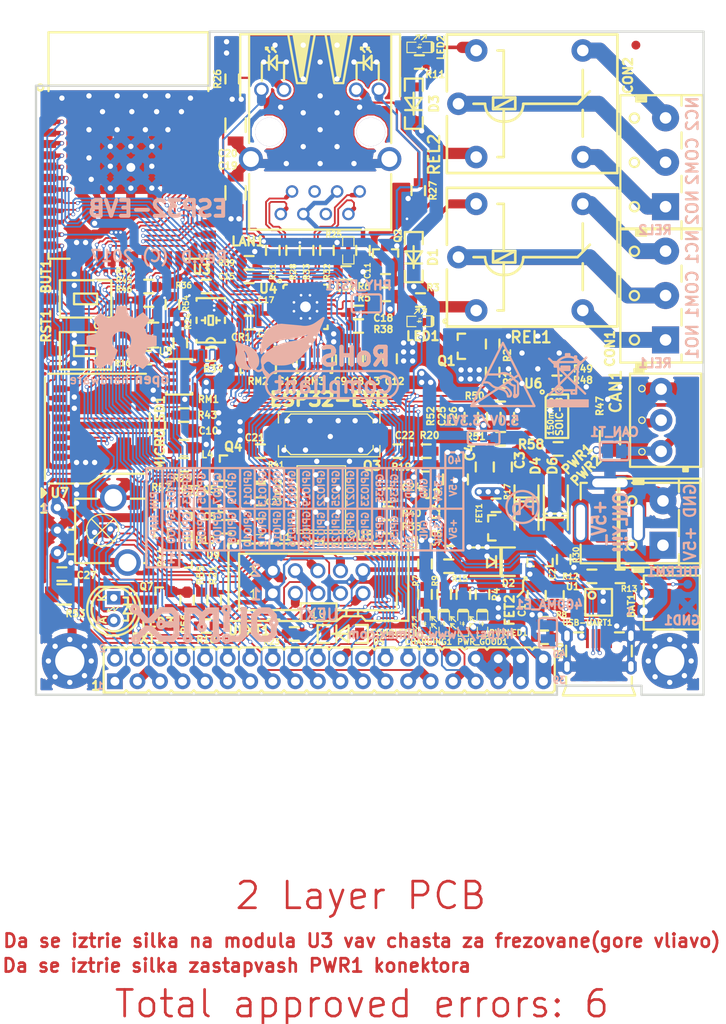
<source format=kicad_pcb>
(kicad_pcb (version 20170123) (host pcbnew "(2017-04-24 revision 50716c901)-makepkg")
  (title_block (title ESP-EVB) (rev C) (company "OLIMEX Ltd.") (comment 1 https://www.olimex.com))
  (layers (0 F.Cu mixed) (31 B.Cu mixed hide) (34 B.Paste user) (35 F.Paste user) (36 B.SilkS user hide) (37 F.SilkS user) (38 B.Mask user hide) (39 F.Mask user) (44 Edge.Cuts user))
  (net 0 "")
  (net 1 +5V)
  (net 2 "Net-(400MA_E1-Pad1)")
  (net 3 GND)
  (net 4 "Net-(BAT1-Pad1)")
  (net 5 "Net-(BUT1-Pad2)")
  (net 6 /GPI34/BUT1)
  (net 7 "Net-(C3-Pad1)")
  (net 8 "Net-(C5-Pad2)")
  (net 9 +3V3)
  (net 10 "Net-(C10-Pad1)")
  (net 11 "Net-(C11-Pad1)")
  (net 12 "Net-(C18-Pad2)")
  (net 13 "Net-(CON1-Pad3)")
  (net 14 "Net-(CON1-Pad1)")
  (net 15 "Net-(CON1-Pad2)")
  (net 16 "Net-(CON2-Pad2)")
  (net 17 "Net-(CON2-Pad1)")
  (net 18 "Net-(CON2-Pad3)")
  (net 19 "Net-(CR1-Pad3)")
  (net 20 "Net-(D1-Pad2)")
  (net 21 "Net-(D3-Pad2)")
  (net 22 /GPIO3/U0RXD)
  (net 23 "Net-(D5-Pad1)")
  (net 24 /ESP_EN)
  (net 25 "/GPIO25/EMAC_RXD0(RMII)")
  (net 26 "/GPIO19/EMAC_TXD0(RMII)")
  (net 27 "/GPIO26/EMAC_RXD1(RMII)")
  (net 28 /GPIO33/REL2)
  (net 29 /GPIO32/REL1)
  (net 30 /GPIO9/SD_DATA2)
  (net 31 /GPIO8/SD_DATA1)
  (net 32 /GPIO6/SD_CLK)
  (net 33 /GPIO7/SD_DATA0)
  (net 34 /GPIO1/U0TXD)
  (net 35 /GPIO10/SD_DATA3)
  (net 36 /GPIO11/SD_CMD)
  (net 37 "Net-(L2-Pad1)")
  (net 38 "Net-(LED1-Pad2)")
  (net 39 "Net-(LED2-Pad2)")
  (net 40 "Net-(Q1-Pad1)")
  (net 41 "Net-(Q2-Pad1)")
  (net 42 /STAT2)
  (net 43 "Net-(R10-Pad1)")
  (net 44 /STAT1)
  (net 45 "Net-(R12-Pad2)")
  (net 46 "Net-(R12-Pad1)")
  (net 47 "/#PG(#TE)")
  (net 48 "Net-(R19-Pad1)")
  (net 49 "Net-(R39-Pad1)")
  (net 50 /PHYAD0)
  (net 51 /PHYAD1)
  (net 52 /PHYAD2)
  (net 53 /RMIISEL)
  (net 54 /VDD1A-2A)
  (net 55 /VDDCR)
  (net 56 "/GPIO22/EMAC_TXD1(RMII)")
  (net 57 "/GPIO21/EMAC_TX_EN(RMII)")
  (net 58 "Net-(MICRO_SD1-Pad5)")
  (net 59 "Net-(LAN1-Pad1)")
  (net 60 "Net-(LAN1-Pad2)")
  (net 61 "Net-(LAN1-Pad7)")
  (net 62 "Net-(LAN1-Pad8)")
  (net 63 "Net-(LAN1-PadAG1)")
  (net 64 "Net-(LAN1-PadAY1)")
  (net 65 "Net-(LAN1-PadKG1)")
  (net 66 "Net-(LAN1-PadKY1)")
  (net 67 "Net-(C19-Pad1)")
  (net 68 "Net-(CHARGING1-Pad1)")
  (net 69 "Net-(COMPLETE1-Pad1)")
  (net 70 "Net-(C21-Pad1)")
  (net 71 "Net-(C22-Pad1)")
  (net 72 /CANL)
  (net 73 /CANH)
  (net 74 "Net-(CAN_T1-Pad1)")
  (net 75 /GPI36/U1RXD)
  (net 76 /+5V_EXT)
  (net 77 /GPI39/IR_RECEIVE)
  (net 78 "/GPIO23/MDC(RMII)")
  (net 79 /GPIO27/EMAC_RX_CRS_DV)
  (net 80 /GPI35/CAN-RX)
  (net 81 /GPIO5/CAN-TX)
  (net 82 /GPIO4/U1TXD)
  (net 83 /GPIO0/XTAL1/CLKIN)
  (net 84 /GPIO2/HS2_DATA0)
  (net 85 /GPIO12/IR_Transmit)
  (net 86 /GPIO13/I2C-SDA)
  (net 87 /GPIO14/HS2_CLK)
  (net 88 /GPIO15/HS2_CMD)
  (net 89 /GPIO16/I2C-SCL)
  (net 90 /GPIO17/SPI_CS)
  (net 91 "/GPIO18/MDIO(RMII)")
  (net 92 /+5V_USB)
  (net 93 "Net-(LED3-Pad1)")
  (net 94 "Net-(LED3-Pad2)")
  (net 95 "Net-(MICRO_SD1-Pad1)")
  (net 96 "Net-(MICRO_SD1-Pad2)")
  (net 97 "Net-(MICRO_SD1-Pad8)")
  (net 98 "Net-(PWR_GOOD1-Pad1)")
  (net 99 "Net-(Q4-Pad2)")
  (net 100 "Net-(Q4-Pad1)")
  (net 101 "Net-(Q5-Pad2)")
  (net 102 "Net-(Q5-Pad1)")
  (net 103 "Net-(Q7-Pad1)")
  (net 104 "Net-(R35-Pad1)")
  (net 105 "Net-(R40-Pad1)")
  (net 106 "Net-(R48-Pad1)")
  (net 107 "Net-(R50-Pad2)")
  (net 108 "Net-(R51-Pad2)")
  (net 109 "Net-(U3-Pad32)")
  (net 110 "Net-(U4-Pad4)")
  (net 111 "Net-(U4-Pad14)")
  (net 112 "Net-(U4-Pad18)")
  (net 113 "Net-(U4-Pad20)")
  (net 114 "Net-(U4-Pad26)")
  (net 115 "Net-(U5-Pad6)")
  (net 116 "Net-(U5-Pad7)")
  (net 117 "Net-(U5-Pad11)")
  (net 118 "Net-(U5-Pad12)")
  (net 119 "Net-(U5-Pad13)")
  (net 120 "Net-(U5-Pad14)")
  (net 121 "Net-(U5-Pad17)")
  (net 122 "Net-(USB-UART1-Pad4)")
  (net 123 /OSC_DIS)
  (net 124 "Net-(PWRLED1-Pad1)")
  (net 125 "Net-(Q5-Pad3)")
  (net 126 "Net-(C28-Pad1)")
  (net 127 "Net-(MICRO_SD1-Pad7)")
  (net 128 "Net-(5.0V/3.3V1-Pad2)")
  (net 129 "Net-(R44-Pad2)")
  (net 130 /D_Com)
  (net 131 "Net-(R58-Pad2)")
  (module OLIMEX_Cases-FP:ESP-WROOM-32_MODULE (layer F.Cu) (at 80.01 79.883)
    (fp_text reference U3 (at 8.255 13.97) (layer F.SilkS) (effects (font (size 1.016 1.016) (thickness 0.254))))
    (fp_text value ESP-WROOM-32)
    (pad 39 thru_hole circle (at -2.0404 4.7998) (size 1.3 1.3) (drill 0.6) (layers *.Cu *.Mask) (net 3 GND))
    (pad 39 thru_hole circle (at 0.271 2.463) (size 2 2) (drill 1) (layers *.Cu *.Mask) (net 3 GND))
    (pad 39 smd rect (at 0.3 2.45) (size 6 6) (layers F.Cu F.Mask) (net 3 GND))
    (pad 38 smd rect (at 9 -5.21) (size 1.7 0.9) (layers F.Cu F.Paste F.Mask) (net 3 GND))
    (pad 37 smd rect (at 9 -3.94) (size 1.7 0.9) (layers F.Cu F.Paste F.Mask) (net 78 "/GPIO23/MDC(RMII)"))
    (pad 36 smd rect (at 9 -2.67) (size 1.7 0.9) (layers F.Cu F.Paste F.Mask) (net 56 "/GPIO22/EMAC_TXD1(RMII)"))
    (pad 35 smd rect (at 9 -1.4) (size 1.7 0.9) (layers F.Cu F.Paste F.Mask) (net 34 /GPIO1/U0TXD))
    (pad 34 smd rect (at 9 -0.13) (size 1.7 0.9) (layers F.Cu F.Paste F.Mask) (net 22 /GPIO3/U0RXD))
    (pad 33 smd rect (at 9 1.14) (size 1.7 0.9) (layers F.Cu F.Paste F.Mask) (net 57 "/GPIO21/EMAC_TX_EN(RMII)"))
    (pad 32 smd rect (at 9 2.41) (size 1.7 0.9) (layers F.Cu F.Paste F.Mask) (net 109 "Net-(U3-Pad32)"))
    (pad 31 smd rect (at 9 3.68) (size 1.7 0.9) (layers F.Cu F.Paste F.Mask) (net 26 "/GPIO19/EMAC_TXD0(RMII)"))
    (pad 30 smd rect (at 9 4.95) (size 1.7 0.9) (layers F.Cu F.Paste F.Mask) (net 91 "/GPIO18/MDIO(RMII)"))
    (pad 29 smd rect (at 9 6.22) (size 1.7 0.9) (layers F.Cu F.Paste F.Mask) (net 81 /GPIO5/CAN-TX))
    (pad 28 smd rect (at 9 7.49) (size 1.7 0.9) (layers F.Cu F.Paste F.Mask) (net 90 /GPIO17/SPI_CS))
    (pad 27 smd rect (at 9 8.76) (size 1.7 0.9) (layers F.Cu F.Paste F.Mask) (net 89 /GPIO16/I2C-SCL))
    (pad 26 smd rect (at 9 10.03) (size 1.7 0.9) (layers F.Cu F.Paste F.Mask) (net 82 /GPIO4/U1TXD))
    (pad 25 smd rect (at 9 11.3) (size 1.7 0.9) (layers F.Cu F.Paste F.Mask) (net 83 /GPIO0/XTAL1/CLKIN))
    (pad 24 smd rect (at 5.73 12.75) (size 0.9 1.7) (layers F.Cu F.Paste F.Mask) (net 84 /GPIO2/HS2_DATA0))
    (pad 23 smd rect (at 4.46 12.75) (size 0.9 1.7) (layers F.Cu F.Paste F.Mask) (net 88 /GPIO15/HS2_CMD))
    (pad 22 smd rect (at 3.19 12.75) (size 0.9 1.7) (layers F.Cu F.Paste F.Mask) (net 31 /GPIO8/SD_DATA1))
    (pad 21 smd rect (at 1.92 12.75) (size 0.9 1.7) (layers F.Cu F.Paste F.Mask) (net 33 /GPIO7/SD_DATA0))
    (pad 20 smd rect (at 0.65 12.75) (size 0.9 1.7) (layers F.Cu F.Paste F.Mask) (net 32 /GPIO6/SD_CLK))
    (pad 19 smd rect (at -0.62 12.75) (size 0.9 1.7) (layers F.Cu F.Paste F.Mask) (net 36 /GPIO11/SD_CMD))
    (pad 18 smd rect (at -1.89 12.75) (size 0.9 1.7) (layers F.Cu F.Paste F.Mask) (net 35 /GPIO10/SD_DATA3))
    (pad 17 smd rect (at -3.16 12.75) (size 0.9 1.7) (layers F.Cu F.Paste F.Mask) (net 30 /GPIO9/SD_DATA2))
    (pad 16 smd rect (at -4.43 12.75) (size 0.9 1.7) (layers F.Cu F.Paste F.Mask) (net 86 /GPIO13/I2C-SDA))
    (pad 15 smd rect (at -5.7 12.75) (size 0.9 1.7) (layers F.Cu F.Paste F.Mask) (net 3 GND))
    (pad 14 smd rect (at -9 11.26) (size 1.7 0.9) (layers F.Cu F.Paste F.Mask) (net 85 /GPIO12/IR_Transmit))
    (pad 13 smd rect (at -9 9.99) (size 1.7 0.9) (layers F.Cu F.Paste F.Mask) (net 87 /GPIO14/HS2_CLK))
    (pad 12 smd rect (at -9 8.72) (size 1.7 0.9) (layers F.Cu F.Paste F.Mask) (net 79 /GPIO27/EMAC_RX_CRS_DV))
    (pad 11 smd rect (at -9 7.45) (size 1.7 0.9) (layers F.Cu F.Paste F.Mask) (net 27 "/GPIO26/EMAC_RXD1(RMII)"))
    (pad 10 smd rect (at -9 6.18) (size 1.7 0.9) (layers F.Cu F.Paste F.Mask) (net 25 "/GPIO25/EMAC_RXD0(RMII)"))
    (pad 9 smd rect (at -9 4.91) (size 1.7 0.9) (layers F.Cu F.Paste F.Mask) (net 28 /GPIO33/REL2))
    (pad 8 smd rect (at -9 3.64) (size 1.7 0.9) (layers F.Cu F.Paste F.Mask) (net 29 /GPIO32/REL1))
    (pad 7 smd rect (at -9 2.37) (size 1.7 0.9) (layers F.Cu F.Paste F.Mask) (net 80 /GPI35/CAN-RX))
    (pad 6 smd rect (at -9 1.1) (size 1.7 0.9) (layers F.Cu F.Paste F.Mask) (net 6 /GPI34/BUT1))
    (pad 5 smd rect (at -9 -0.17) (size 1.7 0.9) (layers F.Cu F.Paste F.Mask) (net 77 /GPI39/IR_RECEIVE))
    (pad 4 smd rect (at -9 -1.44) (size 1.7 0.9) (layers F.Cu F.Paste F.Mask) (net 75 /GPI36/U1RXD))
    (pad 3 smd rect (at -9 -2.71) (size 1.7 0.9) (layers F.Cu F.Paste F.Mask) (net 24 /ESP_EN))
    (pad 2 smd rect (at -9 -3.98) (size 1.7 0.9) (layers F.Cu F.Paste F.Mask) (net 9 +3V3))
    (pad 1 smd rect (at -9 -5.25) (size 1.7 0.9) (layers F.Cu F.Paste F.Mask) (net 3 GND))
    (pad 39 thru_hole circle (at 2.6332 4.7998) (size 1.3 1.3) (drill 0.6) (layers *.Cu *.Mask) (net 3 GND))
    (pad 39 thru_hole circle (at -2.0404 0.1008) (size 1.3 1.3) (drill 0.6) (layers *.Cu *.Mask) (net 3 GND))
    (pad 39 thru_hole circle (at 2.6332 0.1008) (size 1.3 1.3) (drill 0.6) (layers *.Cu *.Mask) (net 3 GND))
    (pad 39 thru_hole circle (at 0.271 0.1008) (size 1.3 1.3) (drill 0.6) (layers *.Cu *.Mask) (net 3 GND))
    (pad 39 thru_hole circle (at 0.271 4.7998) (size 1.3 1.3) (drill 0.6) (layers *.Cu *.Mask) (net 3 GND))
    (pad 39 thru_hole circle (at -2.0404 2.336) (size 1.3 1.3) (drill 0.6) (layers *.Cu *.Mask) (net 3 GND))
    (pad 39 thru_hole circle (at 2.6332 2.336) (size 1.3 1.3) (drill 0.6) (layers *.Cu *.Mask) (net 3 GND))
  )
  (module OLIMEX_Connectors-FP:USB-MICRO_MISB-SWMM-5B_LF (layer F.Cu) (at 133 138.303 270)
    (fp_text reference USB-UART1 (at -4.699 1.301 180) (layer F.SilkS) (effects (font (size 0.635 0.635) (thickness 0.15875))))
    (fp_text value "MISB-SWMM-5B-LF(USB_MICRO)")
    (pad 0 thru_hole oval (at 0.25 -3.6) (size 1.2 1.8) (drill oval 0.6 1.2) (layers *.Cu *.Mask) (net 3 GND))
    (pad 0 thru_hole oval (at -3.22 -3.6) (size 1.2 1.8) (drill oval 0.6 1.2) (layers *.Cu *.Mask) (net 3 GND))
    (pad 0 thru_hole oval (at -3.22 3.6) (size 1.2 1.8) (drill oval 0.6 1.2) (layers *.Cu *.Mask) (net 3 GND))
    (pad 0 thru_hole oval (at 0.25 3.6) (size 1.2 1.8) (drill oval 0.6 1.2) (layers *.Cu *.Mask) (net 3 GND))
    (pad 0 smd rect (at 1.4 -1.5) (size 1.1 1) (layers F.Cu F.Paste F.Mask) (net 3 GND))
    (pad 0 smd rect (at 1.4 1.5) (size 1.1 1) (layers F.Cu F.Paste F.Mask) (net 3 GND))
    (pad "" np_thru_hole circle (at -1.9 -2) (size 0.6 0.6) (drill 0.6) (layers *.Cu *.Mask))
    (pad "" np_thru_hole circle (at -1.9 2) (size 0.6 0.6) (drill 0.6) (layers *.Cu *.Mask))
    (pad 5 smd rect (at -2.9 -1.3) (size 0.325 2.15) (layers F.Cu F.Paste F.Mask) (net 3 GND))
    (pad 4 smd rect (at -2.9 -0.65) (size 0.325 2.15) (layers F.Cu F.Paste F.Mask) (net 122 "Net-(USB-UART1-Pad4)"))
    (pad 3 smd rect (at -2.9 0) (size 0.325 2.15) (layers F.Cu F.Paste F.Mask) (net 115 "Net-(U5-Pad6)"))
    (pad 2 smd rect (at -2.9 0.65) (size 0.325 2.15) (layers F.Cu F.Paste F.Mask) (net 116 "Net-(U5-Pad7)"))
    (pad 1 smd rect (at -2.9 1.3) (size 0.325 2.15) (layers F.Cu F.Paste F.Mask) (net 92 /+5V_USB))
  )
  (module OLIMEX_Other-FP:Fiducial1x3 (layer F.Cu) (at 137.16 68.58)
    (fp_text reference "" (at 0 3) (layer F.SilkS))
    (fp_text value "")
    (pad Fid1 connect circle (at 0 0) (size 1 1) (layers F.Cu F.Mask) (clearance 1.016))
  )
  (module OLIMEX_Other-FP:Fiducial1x3 (layer F.Cu) (at 71.501 133.35)
    (fp_text reference "" (at 0 3) (layer F.SilkS))
    (fp_text value "")
    (pad Fid1 connect circle (at 0 0) (size 1 1) (layers F.Cu F.Mask) (clearance 1.016))
  )
  (module OLIMEX_IC-FP:MSOP-10_Pitch-0.5mm_3.00x3.00x1.00mm (layer F.Cu) (at 132.969 131.318 270)
    (fp_text reference U1 (at -1.778 2.921) (layer F.SilkS) (effects (font (size 0.762 0.762) (thickness 0.1905))))
    (fp_text value "MCP73833(MSOP10)")
    (pad 10 smd rect (at -1 -2.4 270) (size 0.25 1) (layers F.Cu F.Paste F.Mask) (net 4 "Net-(BAT1-Pad1)"))
    (pad 9 smd rect (at -0.5 -2.4 270) (size 0.25 1) (layers F.Cu F.Paste F.Mask) (net 4 "Net-(BAT1-Pad1)"))
    (pad 8 smd rect (at 0 -2.4 270) (size 0.25 1) (layers F.Cu F.Paste F.Mask) (net 46 "Net-(R12-Pad1)"))
    (pad 7 smd rect (at 0.5 -2.4 270) (size 0.25 1) (layers F.Cu F.Paste F.Mask) (net 47 "/#PG(#TE)"))
    (pad 6 smd rect (at 1 -2.4 270) (size 0.25 1) (layers F.Cu F.Paste F.Mask) (net 43 "Net-(R10-Pad1)"))
    (pad 5 smd rect (at 1 2.4 270) (size 0.25 1) (layers F.Cu F.Paste F.Mask) (net 3 GND))
    (pad 4 smd rect (at 0.5 2.4 270) (size 0.25 1) (layers F.Cu F.Paste F.Mask) (net 42 /STAT2))
    (pad 3 smd rect (at 0 2.4 270) (size 0.25 1) (layers F.Cu F.Paste F.Mask) (net 44 /STAT1))
    (pad 2 smd rect (at -0.5 2.4 270) (size 0.25 1) (layers F.Cu F.Paste F.Mask) (net 1 +5V))
    (pad 1 smd rect (at -1 2.4 270) (size 0.25 1) (layers F.Cu F.Paste F.Mask) (net 1 +5V))
  )
  (module OLIMEX_IC-FP:SOIC-8_150mil (layer F.Cu) (at 128.27 110.363 270)
    (fp_text reference U6 (at -3.683 2.667 180) (layer F.SilkS) (effects (font (size 1.016 1.016) (thickness 0.254))))
    (fp_text value "MCP2551-I/SN(SOIC-8_150mil)")
    (fp_text user SOIC-8 (at 0.05588 -0.27178 270) (layer F.SilkS) (effects (font (size 0.762 0.762) (thickness 0.1905))))
    (fp_text user 150mil (at 0.508 0.7112 270) (layer F.SilkS) (effects (font (size 0.635 0.635) (thickness 0.15875))))
    (pad 8 smd rect (at -1.905 -2.5 270) (size 0.6 2.2) (layers F.Cu F.Paste F.Mask) (net 106 "Net-(R48-Pad1)") (clearance 0.0508))
    (pad 7 smd rect (at -0.635 -2.5 270) (size 0.6 2.2) (layers F.Cu F.Paste F.Mask) (net 73 /CANH) (clearance 0.0508))
    (pad 6 smd rect (at 0.635 -2.5 270) (size 0.6 2.2) (layers F.Cu F.Paste F.Mask) (net 72 /CANL) (clearance 0.0508))
    (pad 5 smd rect (at 1.905 -2.5 270) (size 0.6 2.2) (layers F.Cu F.Paste F.Mask) (net 131 "Net-(R58-Pad2)") (clearance 0.0508))
    (pad 4 smd rect (at 1.905 2.5 270) (size 0.6 2.2) (layers F.Cu F.Paste F.Mask) (net 108 "Net-(R51-Pad2)") (clearance 0.0508))
    (pad 3 smd rect (at 0.635 2.5 270) (size 0.6 2.2) (layers F.Cu F.Paste F.Mask) (net 128 "Net-(5.0V/3.3V1-Pad2)") (clearance 0.0508))
    (pad 2 smd rect (at -0.635 2.5 270) (size 0.6 2.2) (layers F.Cu F.Paste F.Mask) (net 3 GND) (clearance 0.0508))
    (pad 1 smd rect (at -1.905 2.5 270) (size 0.6 2.2) (layers F.Cu F.Paste F.Mask) (net 107 "Net-(R50-Pad2)") (clearance 0.0508))
  )
  (module OLIMEX_IC-FP:SSOP-20W (layer F.Cu) (at 101.727 119.761 90)
    (fp_text reference U5 (at -4.064 4.953 180) (layer F.SilkS) (effects (font (size 1.016 1.016) (thickness 0.254))))
    (fp_text value "CH340T(SSOP20W)")
    (pad 1 smd rect (at -2.925 3.6195 90) (size 0.325 1.27) (layers F.Cu F.Paste F.Mask))
    (pad 2 smd rect (at -2.275 3.6195 90) (size 0.325 1.27) (layers F.Cu F.Paste F.Mask))
    (pad 3 smd rect (at -1.625 3.6195 90) (size 0.325 1.27) (layers F.Cu F.Paste F.Mask) (net 104 "Net-(R35-Pad1)"))
    (pad 4 smd rect (at -0.975 3.6195 90) (size 0.325 1.27) (layers F.Cu F.Paste F.Mask) (net 105 "Net-(R40-Pad1)"))
    (pad 5 smd rect (at -0.325 3.6195 90) (size 0.325 1.27) (layers F.Cu F.Paste F.Mask) (net 9 +3V3))
    (pad 6 smd rect (at 0.325 3.6195 90) (size 0.325 1.27) (layers F.Cu F.Paste F.Mask) (net 115 "Net-(U5-Pad6)"))
    (pad 7 smd rect (at 0.975 3.6195 90) (size 0.325 1.27) (layers F.Cu F.Paste F.Mask) (net 116 "Net-(U5-Pad7)"))
    (pad 8 smd rect (at 1.625 3.6195 90) (size 0.325 1.27) (layers F.Cu F.Paste F.Mask) (net 3 GND))
    (pad 9 smd rect (at 2.275 3.6195 90) (size 0.325 1.27) (layers F.Cu F.Paste F.Mask) (net 70 "Net-(C21-Pad1)"))
    (pad 10 smd rect (at 2.925 3.6195 90) (size 0.325 1.27) (layers F.Cu F.Paste F.Mask) (net 71 "Net-(C22-Pad1)"))
    (pad 11 smd rect (at 2.925 -3.6195 90) (size 0.325 1.27) (layers F.Cu F.Paste F.Mask) (net 117 "Net-(U5-Pad11)"))
    (pad 12 smd rect (at 2.275 -3.6195 90) (size 0.325 1.27) (layers F.Cu F.Paste F.Mask) (net 118 "Net-(U5-Pad12)"))
    (pad 13 smd rect (at 1.625 -3.6195 90) (size 0.325 1.27) (layers F.Cu F.Paste F.Mask) (net 119 "Net-(U5-Pad13)"))
    (pad 14 smd rect (at 0.975 -3.6195 90) (size 0.325 1.27) (layers F.Cu F.Paste F.Mask) (net 120 "Net-(U5-Pad14)"))
    (pad 15 smd rect (at 0.325 -3.6195 90) (size 0.325 1.27) (layers F.Cu F.Paste F.Mask) (net 101 "Net-(Q5-Pad2)"))
    (pad 16 smd rect (at -0.325 -3.6195 90) (size 0.325 1.27) (layers F.Cu F.Paste F.Mask) (net 99 "Net-(Q4-Pad2)"))
    (pad 17 smd rect (at -0.975 -3.6195 90) (size 0.325 1.27) (layers F.Cu F.Paste F.Mask) (net 121 "Net-(U5-Pad17)"))
    (pad 18 smd rect (at -1.625 -3.6195 90) (size 0.325 1.27) (layers F.Cu F.Paste F.Mask))
    (pad 19 smd rect (at -2.275 -3.6195 90) (size 0.325 1.27) (layers F.Cu F.Paste F.Mask) (net 9 +3V3))
    (pad 20 smd rect (at -2.925 -3.6195 90) (size 0.325 1.27) (layers F.Cu F.Paste F.Mask) (net 3 GND))
  )
  (module OLIMEX_IC-FP:RPM7236-H8 (layer F.Cu) (at 77.089 123.19 270)
    (fp_text reference U7 (at -4.191 4.826 180) (layer F.SilkS) (effects (font (size 1.016 1.016) (thickness 0.254))))
    (fp_text value RPM7236-H8)
    (pad 0 thru_hole circle (at 3.65 -2.82 270) (size 3 3) (drill 2) (layers *.Cu *.Mask) (net 3 GND))
    (pad 0 thru_hole circle (at -3.65 -1.22 270) (size 3 3) (drill 2) (layers *.Cu *.Mask) (net 3 GND))
    (pad 3 thru_hole circle (at 2.54 5.08 270) (size 1.524 1.524) (drill 0.8) (layers *.Cu *.Mask) (net 9 +3V3))
    (pad 2 thru_hole circle (at 0 5.08 270) (size 1.524 1.524) (drill 0.8) (layers *.Cu *.Mask) (net 3 GND))
    (pad 1 thru_hole circle (at -2.54 5.08 270) (size 1.524 1.524) (drill 0.8) (layers *.Cu *.Mask) (net 77 /GPI39/IR_RECEIVE))
  )
  (module OLIMEX_LEDs-FP:LED-5mm-PTH-AK (layer F.Cu) (at 78.359 132.08 90)
    (fp_text reference LED3 (at -1.524 4.953 180) (layer F.SilkS) (effects (font (size 1.016 1.016) (thickness 0.254))))
    (fp_text value LED/IR333-A/5mm)
    (fp_text user K (at 1.27 -1.3 90) (layer F.SilkS) (effects (font (size 0.889 0.889) (thickness 0.2032))))
    (fp_text user A (at -1.27 -1.3 90) (layer F.SilkS) (effects (font (size 0.889 0.889) (thickness 0.2032))))
    (pad 2 thru_hole rect (at 1.27 0 270) (size 1.524 1.524) (drill 0.8) (layers *.Cu *.Mask) (net 94 "Net-(LED3-Pad2)"))
    (pad 1 thru_hole circle (at -1.27 0 270) (size 1.524 1.524) (drill 0.8) (layers *.Cu *.Mask) (net 93 "Net-(LED3-Pad1)"))
  )
  (module OLIMEX_LOGOs-FP:OLIMEX_LOGO_TB (layer B.Cu) (at 88.392 133.731 180)
    (fp_text reference "" hide)
    (fp_text value "" hide)
  )
  (module "OLIMEX_IC-FP:QFN32_EP(33)_5.00x5.00x0.90mm_Pitch_0.50mm" (layer F.Cu) (at 99.949 98.044 270)
    (fp_text reference U4 (at -2.032 4.191 180) (layer F.SilkS) (effects (font (size 1.016 1.016) (thickness 0.254))))
    (fp_text value "LAN8710A-EZC(QFN32)")
    (pad 33 smd rect (at 0 0 270) (size 3.6 3.6) (layers F.Cu F.Mask) (net 3 GND))
    (pad 33 thru_hole rect (at -0.5 -1.3 270) (size 0.4 0.4) (drill 0.3) (layers *.Cu F.Mask) (net 3 GND))
    (pad 33 thru_hole rect (at 0.5 -1.3 270) (size 0.4 0.4) (drill 0.3) (layers *.Cu F.Mask) (net 3 GND))
    (pad 33 thru_hole rect (at 1.3 -0.5 270) (size 0.4 0.4) (drill 0.29972) (layers *.Cu F.Mask) (net 3 GND))
    (pad 33 thru_hole rect (at 1.3 0.5 270) (size 0.4 0.4) (drill 0.3) (layers *.Cu F.Mask) (net 3 GND))
    (pad 33 thru_hole rect (at 0.5 1.3 270) (size 0.4 0.4) (drill 0.3) (layers *.Cu F.Mask) (net 3 GND))
    (pad 33 thru_hole rect (at -0.5 1.3 270) (size 0.4 0.4) (drill 0.3) (layers *.Cu F.Mask) (net 3 GND))
    (pad 33 thru_hole rect (at -1.3 0.5 270) (size 0.4 0.4) (drill 0.3) (layers *.Cu F.Mask) (net 3 GND))
    (pad 33 thru_hole rect (at -1.3 -0.5 270) (size 0.4 0.4) (drill 0.3) (layers *.Cu F.Mask) (net 3 GND))
    (pad 33 thru_hole rect (at 0 0 270) (size 1.4224 1.4224) (drill 1.2) (layers *.Cu *.Mask) (net 3 GND))
    (pad 32 smd rect (at -2.45 1.75 270) (size 0.8 0.25) (layers F.Cu F.Paste F.Mask) (net 49 "Net-(R39-Pad1)"))
    (pad 31 smd rect (at -2.45 1.25 270) (size 0.8 0.25) (layers F.Cu F.Paste F.Mask) (net 61 "Net-(LAN1-Pad7)"))
    (pad 30 smd rect (at -2.45 0.75 270) (size 0.8 0.25) (layers F.Cu F.Paste F.Mask) (net 62 "Net-(LAN1-Pad8)"))
    (pad 29 smd rect (at -2.45 0.25 270) (size 0.8 0.25) (layers F.Cu F.Paste F.Mask) (net 59 "Net-(LAN1-Pad1)"))
    (pad 28 smd rect (at -2.45 -0.25 270) (size 0.8 0.25) (layers F.Cu F.Paste F.Mask) (net 60 "Net-(LAN1-Pad2)"))
    (pad 27 smd rect (at -2.45 -0.75 270) (size 0.8 0.25) (layers F.Cu F.Paste F.Mask) (net 54 /VDD1A-2A))
    (pad 26 smd rect (at -2.45 -1.25 270) (size 0.8 0.25) (layers F.Cu F.Paste F.Mask) (net 114 "Net-(U4-Pad26)"))
    (pad 25 smd rect (at -2.45 -1.75 270) (size 0.8 0.25) (layers F.Cu F.Paste F.Mask) (net 3 GND))
    (pad 24 smd rect (at -1.75 -2.45 180) (size 0.8 0.25) (layers F.Cu F.Paste F.Mask) (net 3 GND))
    (pad 23 smd rect (at -1.25 -2.45 180) (size 0.8 0.25) (layers F.Cu F.Paste F.Mask) (net 56 "/GPIO22/EMAC_TXD1(RMII)"))
    (pad 22 smd rect (at -0.75 -2.45 180) (size 0.8 0.25) (layers F.Cu F.Paste F.Mask) (net 26 "/GPIO19/EMAC_TXD0(RMII)"))
    (pad 21 smd rect (at -0.25 -2.45 180) (size 0.8 0.25) (layers F.Cu F.Paste F.Mask) (net 57 "/GPIO21/EMAC_TX_EN(RMII)"))
    (pad 20 smd rect (at 0.25 -2.45 180) (size 0.8 0.25) (layers F.Cu F.Paste F.Mask) (net 113 "Net-(U4-Pad20)"))
    (pad 19 smd rect (at 0.75 -2.45 180) (size 0.8 0.25) (layers F.Cu F.Paste F.Mask) (net 12 "Net-(C18-Pad2)"))
    (pad 18 smd rect (at 1.25 -2.45 180) (size 0.8 0.25) (layers F.Cu F.Paste F.Mask) (net 112 "Net-(U4-Pad18)"))
    (pad 17 smd rect (at 1.75 -2.45 180) (size 0.8 0.25) (layers F.Cu F.Paste F.Mask) (net 78 "/GPIO23/MDC(RMII)"))
    (pad 16 smd rect (at 2.45 -1.75 90) (size 0.8 0.25) (layers F.Cu F.Paste F.Mask) (net 91 "/GPIO18/MDIO(RMII)"))
    (pad 15 smd rect (at 2.45 -1.25 90) (size 0.8 0.25) (layers F.Cu F.Paste F.Mask) (net 79 /GPIO27/EMAC_RX_CRS_DV))
    (pad 14 smd rect (at 2.45 -0.75 90) (size 0.8 0.25) (layers F.Cu F.Paste F.Mask) (net 111 "Net-(U4-Pad14)"))
    (pad 13 smd rect (at 2.45 -0.25 90) (size 0.8 0.25) (layers F.Cu F.Paste F.Mask) (net 50 /PHYAD0))
    (pad 12 smd rect (at 2.45 0.25 90) (size 0.8 0.25) (layers F.Cu F.Paste F.Mask) (net 9 +3V3))
    (pad 11 smd rect (at 2.45 0.75 90) (size 0.8 0.25) (layers F.Cu F.Paste F.Mask) (net 25 "/GPIO25/EMAC_RXD0(RMII)"))
    (pad 10 smd rect (at 2.45 1.25 90) (size 0.8 0.25) (layers F.Cu F.Paste F.Mask) (net 27 "/GPIO26/EMAC_RXD1(RMII)"))
    (pad 9 smd rect (at 2.45 1.75 90) (size 0.8 0.25) (layers F.Cu F.Paste F.Mask) (net 53 /RMIISEL))
    (pad 8 smd rect (at 1.75 2.45) (size 0.8 0.25) (layers F.Cu F.Paste F.Mask) (net 52 /PHYAD2))
    (pad 7 smd rect (at 1.25 2.45) (size 0.8 0.25) (layers F.Cu F.Paste F.Mask) (net 51 /PHYAD1))
    (pad 6 smd rect (at 0.75 2.45) (size 0.8 0.25) (layers F.Cu F.Paste F.Mask) (net 55 /VDDCR))
    (pad 5 smd rect (at 0.25 2.45) (size 0.8 0.25) (layers F.Cu F.Paste F.Mask) (net 83 /GPIO0/XTAL1/CLKIN))
    (pad 4 smd rect (at -0.25 2.45) (size 0.8 0.25) (layers F.Cu F.Paste F.Mask) (net 110 "Net-(U4-Pad4)"))
    (pad 3 smd rect (at -0.75 2.45) (size 0.8 0.25) (layers F.Cu F.Paste F.Mask) (net 64 "Net-(LAN1-PadAY1)"))
    (pad 2 smd rect (at -1.25 2.45) (size 0.8 0.25) (layers F.Cu F.Paste F.Mask) (net 65 "Net-(LAN1-PadKG1)"))
    (pad 1 smd rect (at -1.75 2.45) (size 0.8 0.25) (layers F.Cu F.Paste F.Mask) (net 54 /VDD1A-2A))
  )
  (module OLIMEX_RLC-FP:0R_0603 (layer F.Cu) (at 104.775 91.694 90)
    (fp_text reference R25 (at 1.778 -1.651) (layer F.SilkS) (effects (font (size 0.635 0.635) (thickness 0.15875))))
    (fp_text value "0R(board_mounted)")
    (pad 1 smd rect (at -0.889 0 90) (size 1.016 1.016) (layers F.Cu F.Paste F.Mask) (net 54 /VDD1A-2A) (clearance 0.0508))
    (pad 2 smd rect (at 0.889 0 90) (size 1.016 1.016) (layers F.Cu F.Paste F.Mask) (net 11 "Net-(C11-Pad1)") (clearance 0.0508))
    (pad 1 smd rect (at 0 0 90) (size 0.78 0.5) (layers F.Cu F.Mask) (net 54 /VDD1A-2A) (clearance 0.0508))
  )
  (module OLIMEX_Connectors-FP:TFC-WXCP11-08-LF (layer F.Cu) (at 76.327 111.125 180)
    (fp_text reference MICRO_SD1 (at -7.239 -1.143 270) (layer F.SilkS) (effects (font (size 1.016 1.016) (thickness 0.254))))
    (fp_text value TFC-WXCP11-08-LF)
    (pad SH2 smd rect (at -5.25 -3.15 270) (size 3.1 1.5) (layers F.Cu F.Paste F.Mask) (net 3 GND))
    (pad SH1 smd rect (at -5.25 2.91 270) (size 3.1 1.5) (layers F.Cu F.Paste F.Mask) (net 3 GND))
    (pad FID4 smd circle (at 5.72 5.54 270) (size 0.4 0.4) (layers F.Cu F.Mask))
    (pad FID3 smd circle (at -6.08 5.54 270) (size 0.4 0.4) (layers F.Cu F.Mask))
    (pad FID2 smd circle (at -6.08 -5.73 270) (size 0.4 0.4) (layers F.Cu F.Mask))
    (pad FID1 smd circle (at 5.72 -6.82 270) (size 0.4 0.4) (layers F.Cu F.Mask))
    (pad 8 smd rect (at 4 3.85 270) (size 0.8 1.5) (layers F.Cu F.Paste F.Mask) (net 97 "Net-(MICRO_SD1-Pad8)"))
    (pad 7 smd rect (at 4 2.75 270) (size 0.8 1.5) (layers F.Cu F.Paste F.Mask) (net 127 "Net-(MICRO_SD1-Pad7)"))
    (pad 6 smd rect (at 4 1.65 270) (size 0.8 1.5) (layers F.Cu F.Paste F.Mask) (net 3 GND))
    (pad 5 smd rect (at 4 0.55 270) (size 0.8 1.5) (layers F.Cu F.Paste F.Mask) (net 58 "Net-(MICRO_SD1-Pad5)"))
    (pad 4 smd rect (at 4 -0.55 270) (size 0.8 1.5) (layers F.Cu F.Paste F.Mask) (net 10 "Net-(C10-Pad1)"))
    (pad 3 smd rect (at 4 -1.65 270) (size 0.8 1.5) (layers F.Cu F.Paste F.Mask) (net 88 /GPIO15/HS2_CMD))
    (pad 2 smd rect (at 4 -2.75 270) (size 0.8 1.5) (layers F.Cu F.Paste F.Mask) (net 96 "Net-(MICRO_SD1-Pad2)"))
    (pad 1 smd rect (at 4 -3.85 270) (size 0.8 1.5) (layers F.Cu F.Paste F.Mask) (net 95 "Net-(MICRO_SD1-Pad1)"))
  )
  (module OLIMEX_Connectors-FP:TB3-3.5mm (layer F.Cu) (at 140 110.815 270)
    (fp_text reference CAN1 (at -3.246 5.126 270) (layer F.SilkS) (effects (font (size 1.27 1.27) (thickness 0.254))))
    (fp_text value TB3-3.5mm)
    (pad 3 thru_hole circle (at 3.5 0 270) (size 2.54 2.54) (drill 1.3) (layers *.Cu *.Mask) (net 73 /CANH))
    (pad 1 thru_hole circle (at -3.5 0 270) (size 2.54 2.54) (drill 1.3) (layers *.Cu *.Mask) (net 3 GND))
    (pad 2 thru_hole circle (at 0 0 270) (size 2.54 2.54) (drill 1.3) (layers *.Cu *.Mask) (net 72 /CANL))
  )
  (module OLIMEX_Connectors-FP:UEXT_ML10 (layer F.Cu) (at 101.346 129.032)
    (fp_text reference UEXT1 (at -7.747 5.461) (layer F.SilkS) (effects (font (size 1.016 1.016) (thickness 0.254))))
    (fp_text value BH10S)
    (fp_text user 10 (at 0.0381 3.55092) (layer F.SilkS))
    (fp_text user 1 (at -7.2644 1.39192) (layer F.SilkS))
    (fp_text user 2 (at -7.34822 -1.23444) (layer F.SilkS))
    (pad 10 thru_hole circle (at 5.08 -1.27) (size 1.7 1.7) (drill 1.1) (layers *.Cu *.Mask) (net 90 /GPIO17/SPI_CS))
    (pad 9 thru_hole circle (at 5.08 1.27) (size 1.7 1.7) (drill 1.1) (layers *.Cu *.Mask) (net 87 /GPIO14/HS2_CLK))
    (pad 8 thru_hole circle (at 2.54 -1.27) (size 1.7 1.7) (drill 1.1) (layers *.Cu *.Mask) (net 84 /GPIO2/HS2_DATA0))
    (pad 7 thru_hole circle (at 2.54 1.27) (size 1.7 1.7) (drill 1.1) (layers *.Cu *.Mask) (net 88 /GPIO15/HS2_CMD))
    (pad 6 thru_hole circle (at 0 -1.27) (size 1.7 1.7) (drill 1.1) (layers *.Cu *.Mask) (net 86 /GPIO13/I2C-SDA))
    (pad 5 thru_hole circle (at 0 1.27) (size 1.7 1.7) (drill 1.1) (layers *.Cu *.Mask) (net 89 /GPIO16/I2C-SCL))
    (pad 4 thru_hole circle (at -2.54 -1.27) (size 1.7 1.7) (drill 1.1) (layers *.Cu *.Mask) (net 23 "Net-(D5-Pad1)"))
    (pad 3 thru_hole circle (at -2.54 1.27) (size 1.7 1.7) (drill 1.1) (layers *.Cu *.Mask) (net 82 /GPIO4/U1TXD))
    (pad 2 thru_hole circle (at -5.08 -1.27) (size 1.7 1.7) (drill 1.1) (layers *.Cu *.Mask) (net 3 GND))
    (pad 1 thru_hole rect (at -5.08 1.27) (size 1.7 1.7) (drill 1.1) (layers *.Cu *.Mask) (net 8 "Net-(C5-Pad2)"))
  )
  (module OLIMEX_Relays-FP:Relay_RAS-05-15 (layer F.Cu) (at 125.476 75.184 180)
    (fp_text reference REL2 (at 11.049 -5.715 270) (layer F.SilkS) (effects (font (size 1.27 1.27) (thickness 0.254))))
    (fp_text value RAS-0515)
    (pad COM0 thru_hole circle (at 8.3 0 180) (size 2.54 2.54) (drill 1.3) (layers *.Cu *.Mask) (net 16 "Net-(CON2-Pad2)") (clearance 2.54))
    (pad NO0 thru_hole circle (at -5.7 -6 180) (size 2.54 2.54) (drill 1.3) (layers *.Cu *.Mask) (net 17 "Net-(CON2-Pad1)") (clearance 2.54))
    (pad NC0 thru_hole circle (at -5.7 6 180) (size 2.54 2.54) (drill 1.3) (layers *.Cu *.Mask) (net 18 "Net-(CON2-Pad3)") (clearance 2.54))
    (pad 2 thru_hole circle (at 6.3 6 180) (size 2.54 2.54) (drill 1.3) (layers *.Cu *.Mask) (net 21 "Net-(D3-Pad2)"))
    (pad 1 thru_hole circle (at 6.3 -6 180) (size 2.54 2.54) (drill 1.3) (layers *.Cu *.Mask) (net 1 +5V))
  )
  (module OLIMEX_Relays-FP:Relay_RAS-05-15 (layer F.Cu) (at 125.476 92.456 180)
    (fp_text reference REL1 (at 0.127 -9.017) (layer F.SilkS) (effects (font (size 1.27 1.27) (thickness 0.254))))
    (fp_text value RAS-0515)
    (pad COM0 thru_hole circle (at 8.3 0 180) (size 2.54 2.54) (drill 1.3) (layers *.Cu *.Mask) (net 15 "Net-(CON1-Pad2)") (clearance 2.54))
    (pad NO0 thru_hole circle (at -5.7 -6 180) (size 2.54 2.54) (drill 1.3) (layers *.Cu *.Mask) (net 14 "Net-(CON1-Pad1)") (clearance 2.54))
    (pad NC0 thru_hole circle (at -5.7 6 180) (size 2.54 2.54) (drill 1.3) (layers *.Cu *.Mask) (net 13 "Net-(CON1-Pad3)") (clearance 2.54))
    (pad 2 thru_hole circle (at 6.3 6 180) (size 2.54 2.54) (drill 1.3) (layers *.Cu *.Mask) (net 20 "Net-(D1-Pad2)"))
    (pad 1 thru_hole circle (at 6.3 -6 180) (size 2.54 2.54) (drill 1.3) (layers *.Cu *.Mask) (net 1 +5V))
  )
  (module OLIMEX_Connectors-FP:RJLBC-060TC1 (layer F.Cu) (at 101.6 78.359 180)
    (fp_text reference LAN1 (at 8.128 -12.319 180) (layer F.SilkS) (effects (font (size 1.016 1.016) (thickness 0.254))))
    (fp_text value "RJLD-060TC1(LPJ4013EDNL)")
    (pad Dril thru_hole circle (at 5.715 0 180) (size 3.2 3.2) (drill 3.2) (layers *.Cu *.Mask))
    (pad Dril thru_hole circle (at -5.715 0 180) (size 3.2 3.2) (drill 3.2) (layers *.Cu *.Mask))
    (pad KY1 thru_hole circle (at -4.07 4.7485 180) (size 1.65 1.65) (drill 1.1) (layers *.Cu *.Mask) (net 66 "Net-(LAN1-PadKY1)"))
    (pad KG1 thru_hole circle (at 6.61 4.7485 180) (size 1.65 1.65) (drill 1.1) (layers *.Cu *.Mask) (net 65 "Net-(LAN1-PadKG1)"))
    (pad GND2 thru_hole circle (at 7.8 -3.05 180) (size 2.7 2.7) (drill 1.8) (layers *.Cu *.Mask) (net 67 "Net-(C19-Pad1)"))
    (pad GND1 thru_hole circle (at -7.8 -3.05 180) (size 2.7 2.7) (drill 1.8) (layers *.Cu *.Mask) (net 67 "Net-(C19-Pad1)"))
    (pad AY1 thru_hole circle (at -6.61 4.7485 180) (size 1.65 1.65) (drill 1.1) (layers *.Cu *.Mask) (net 64 "Net-(LAN1-PadAY1)"))
    (pad AG1 thru_hole circle (at 4.07 4.7485 180) (size 1.65 1.65) (drill 1.1) (layers *.Cu *.Mask) (net 63 "Net-(LAN1-PadAG1)"))
    (pad 8 thru_hole circle (at 4.435 -9.24 180) (size 1.41 1.41) (drill 0.9) (layers *.Cu *.Mask) (net 62 "Net-(LAN1-Pad8)"))
    (pad 7 thru_hole circle (at 3.165 -6.7 180) (size 1.41 1.41) (drill 0.9) (layers *.Cu *.Mask) (net 61 "Net-(LAN1-Pad7)"))
    (pad 6 thru_hole circle (at 1.895 -9.24 180) (size 1.41 1.41) (drill 0.9) (layers *.Cu *.Mask) (net 11 "Net-(C11-Pad1)"))
    (pad 5 thru_hole circle (at 0.625 -6.7 180) (size 1.41 1.41) (drill 0.9) (layers *.Cu *.Mask))
    (pad 4 thru_hole circle (at -0.645 -9.24 180) (size 1.41 1.41) (drill 0.9) (layers *.Cu *.Mask))
    (pad 3 thru_hole circle (at -1.915 -6.7 180) (size 1.41 1.41) (drill 0.9) (layers *.Cu *.Mask) (net 11 "Net-(C11-Pad1)"))
    (pad 2 thru_hole circle (at -3.185 -9.24 180) (size 1.41 1.41) (drill 0.9) (layers *.Cu *.Mask) (net 60 "Net-(LAN1-Pad2)"))
    (pad 1 thru_hole circle (at -4.455 -6.7 180) (size 1.41 1.41) (drill 0.9) (layers *.Cu *.Mask) (net 59 "Net-(LAN1-Pad1)"))
  )
  (module OLIMEX_Jumpers-FP:SJ_Closed (layer B.Cu) (at 127.254 134.747 90)
    (fp_text reference 400MA_E1 (at 3.175 0.127 180) (layer B.SilkS) (effects (font (size 1.016 1.016) (thickness 0.254)) (justify mirror)))
    (fp_text value Closed)
    (pad 1 smd rect (at -0.762 0 90) (size 1.1684 1.6002) (layers B.Cu B.Mask) (net 2 "Net-(400MA_E1-Pad1)") (clearance 0.0508))
    (pad 1 smd rect (at -0.762 0 90) (size 1.1684 1.6002) (layers B.Cu B.Mask) (net 2 "Net-(400MA_E1-Pad1)"))
    (pad 2 smd rect (at 0.762 0 90) (size 1.1684 1.6002) (layers B.Cu B.Mask) (net 3 GND) (clearance 0.0508))
    (pad 1 connect rect (at 0 0 90) (size 0.508 0.4064) (layers B.Cu B.Mask) (net 2 "Net-(400MA_E1-Pad1)"))
  )
  (module OLIMEX_Jumpers-FP:SJ (layer B.Cu) (at 106.807 97.663 180)
    (fp_text reference PHY_RST1 (at 0.889 2.032 180) (layer B.SilkS) (effects (font (size 1.016 1.016) (thickness 0.254)) (justify mirror)))
    (fp_text value Opened)
    (pad 1 smd rect (at -0.762 0 180) (size 1.1684 1.6002) (layers B.Cu B.Mask) (net 3 GND) (clearance 0.0508))
    (pad 1 smd rect (at -0.762 0 180) (size 1.1684 1.6002) (layers B.Cu B.Mask) (net 3 GND))
    (pad 2 smd rect (at 0.762 0 180) (size 1.1684 1.6002) (layers B.Cu B.Mask) (net 12 "Net-(C18-Pad2)") (clearance 0.0508))
  )
  (module OLIMEX_Other-FP:Mounting_hole_3.3mm (layer F.Cu) (at 140.97 70.358)
    (fp_text reference MH1 hide)
    (fp_text value Mounting_hole_Shield_3.3mm hide)
    (pad "" np_thru_hole circle (at 0 0) (size 3.3 3.3) (drill 3.3) (layers *.Cu *.Mask) (clearance 1.55))
  )
  (module OLIMEX_Connectors-FP:LIPO_BAT-CON2DW02R (layer F.Cu) (at 141.1986 131.318 90)
    (fp_text reference BAT1 (at -0.381 -4.5466 90) (layer F.SilkS) (effects (font (size 0.762 0.762) (thickness 0.1905))))
    (fp_text value DW02R)
    (pad 1 thru_hole rect (at -1.00838 -3.15214 90) (size 1.4 1.4) (drill 0.9) (layers *.Cu *.Mask) (net 4 "Net-(BAT1-Pad1)"))
    (pad 2 thru_hole circle (at 1.0033 -3.15468 90) (size 1.4 1.4) (drill 0.9) (layers *.Cu *.Mask) (net 3 GND))
  )
  (module OLIMEX_RLC-FP:C_0805_5MIL_DWS (layer F.Cu) (at 125.984 130.556 270)
    (fp_text reference C1 (at 1.651 1.651 270) (layer F.SilkS) (effects (font (size 0.762 0.762) (thickness 0.1905))))
    (fp_text value 47uF/6.3V/20%/X5R/C0805)
    (pad 2 smd rect (at 1.016 0) (size 1.524 1.27) (layers F.Cu F.Paste F.Mask) (net 3 GND))
    (pad 1 smd rect (at -1.016 0) (size 1.524 1.27) (layers F.Cu F.Paste F.Mask) (net 1 +5V))
  )
  (module OLIMEX_RLC-FP:C_0805_5MIL_DWS (layer F.Cu) (at 128.016 130.556 270)
    (fp_text reference C2 (at -2.413 0.254 270) (layer F.SilkS) (effects (font (size 0.635 0.635) (thickness 0.15875))))
    (fp_text value 47uF/6.3V/20%/X5R/C0805)
    (pad 1 smd rect (at -1.016 0) (size 1.524 1.27) (layers F.Cu F.Paste F.Mask) (net 1 +5V))
    (pad 2 smd rect (at 1.016 0) (size 1.524 1.27) (layers F.Cu F.Paste F.Mask) (net 3 GND))
  )
  (module OLIMEX_RLC-FP:C_0603_5MIL_DWS (layer F.Cu) (at 91.059 122.809)
    (fp_text reference C5 (at -1.905 -1.143) (layer F.SilkS) (effects (font (size 0.762 0.762) (thickness 0.1905))))
    (fp_text value 22uF/6.3V/20%/X5R/C0603)
    (pad 2 smd rect (at 0.889 0) (size 1.016 1.016) (layers F.Cu F.Paste F.Mask) (net 8 "Net-(C5-Pad2)") (clearance 0.0508))
    (pad 1 smd rect (at -0.889 0) (size 1.016 1.016) (layers F.Cu F.Paste F.Mask) (net 3 GND) (clearance 0.0508))
  )
  (module OLIMEX_RLC-FP:C_0603_5MIL_DWS (layer F.Cu) (at 116.078 125.73)
    (fp_text reference C6 (at -1.397 -2.159) (layer F.SilkS) (effects (font (size 0.635 0.635) (thickness 0.15875))))
    (fp_text value 22uF/6.3V/20%/X5R/C0603)
    (pad 2 smd rect (at 0.889 0) (size 1.016 1.016) (layers F.Cu F.Paste F.Mask) (net 3 GND) (clearance 0.0508))
    (pad 1 smd rect (at -0.889 0) (size 1.016 1.016) (layers F.Cu F.Paste F.Mask) (net 9 +3V3) (clearance 0.0508))
  )
  (module OLIMEX_RLC-FP:C_0603_5MIL_DWS (layer F.Cu) (at 116.078 127.254)
    (fp_text reference C7 (at -1.397 -2.667) (layer F.SilkS) (effects (font (size 0.635 0.635) (thickness 0.15875))))
    (fp_text value 22uF/6.3V/20%/X5R/C0603)
    (pad 2 smd rect (at 0.889 0) (size 1.016 1.016) (layers F.Cu F.Paste F.Mask) (net 3 GND) (clearance 0.0508))
    (pad 1 smd rect (at -0.889 0) (size 1.016 1.016) (layers F.Cu F.Paste F.Mask) (net 9 +3V3) (clearance 0.0508))
  )
  (module OLIMEX_RLC-FP:C_0603_5MIL_DWS (layer F.Cu) (at 105.664 104.013 90)
    (fp_text reference C8 (at -2.413 0.127 180) (layer F.SilkS) (effects (font (size 0.762 0.762) (thickness 0.1905))))
    (fp_text value 22uF/6.3V/20%/X5R/C0603)
    (pad 1 smd rect (at -0.889 0 90) (size 1.016 1.016) (layers F.Cu F.Paste F.Mask) (net 9 +3V3) (clearance 0.0508))
    (pad 2 smd rect (at 0.889 0 90) (size 1.016 1.016) (layers F.Cu F.Paste F.Mask) (net 3 GND) (clearance 0.0508))
  )
  (module OLIMEX_RLC-FP:C_0603_5MIL_DWS (layer F.Cu) (at 104.14 104.013 90)
    (fp_text reference C9 (at -2.413 -0.254 180) (layer F.SilkS) (effects (font (size 0.762 0.762) (thickness 0.1905))))
    (fp_text value 22uF/6.3V/20%/X5R/C0603)
    (pad 1 smd rect (at -0.889 0 90) (size 1.016 1.016) (layers F.Cu F.Paste F.Mask) (net 9 +3V3) (clearance 0.0508))
    (pad 2 smd rect (at 0.889 0 90) (size 1.016 1.016) (layers F.Cu F.Paste F.Mask) (net 3 GND) (clearance 0.0508))
  )
  (module OLIMEX_RLC-FP:C_0805_5MIL_DWS (layer F.Cu) (at 86.233 112.014)
    (fp_text reference C10 (at 2.794 0) (layer F.SilkS) (effects (font (size 0.762 0.762) (thickness 0.1905))))
    (fp_text value 47uF/6.3V/20%/X5R/C0805)
    (pad 1 smd rect (at -1.016 0 90) (size 1.524 1.27) (layers F.Cu F.Paste F.Mask) (net 10 "Net-(C10-Pad1)"))
    (pad 2 smd rect (at 1.016 0 90) (size 1.524 1.27) (layers F.Cu F.Paste F.Mask) (net 3 GND))
  )
  (module OLIMEX_RLC-FP:C_0603_5MIL_DWS (layer F.Cu) (at 106.426 91.694 270)
    (fp_text reference C11 (at 2.286 -0.508 90) (layer F.SilkS) (effects (font (size 0.635 0.635) (thickness 0.15875))))
    (fp_text value 100nF/50V/20%/Y5V/C0603)
    (pad 2 smd rect (at 0.889 0 270) (size 1.016 1.016) (layers F.Cu F.Paste F.Mask) (net 3 GND) (clearance 0.0508))
    (pad 1 smd rect (at -0.889 0 270) (size 1.016 1.016) (layers F.Cu F.Paste F.Mask) (net 11 "Net-(C11-Pad1)") (clearance 0.0508))
  )
  (module OLIMEX_RLC-FP:C_0603_5MIL_DWS (layer F.Cu) (at 109.474 103.886 270)
    (fp_text reference C12 (at 2.54 -0.508) (layer F.SilkS) (effects (font (size 0.762 0.762) (thickness 0.1905))))
    (fp_text value 22uF/6.3V/20%/X5R/C0603)
    (pad 2 smd rect (at 0.889 0 270) (size 1.016 1.016) (layers F.Cu F.Paste F.Mask) (net 3 GND) (clearance 0.0508))
    (pad 1 smd rect (at -0.889 0 270) (size 1.016 1.016) (layers F.Cu F.Paste F.Mask) (net 54 /VDD1A-2A) (clearance 0.0508))
  )
  (module OLIMEX_RLC-FP:C_0603_5MIL_DWS (layer F.Cu) (at 97.79 104.013 270)
    (fp_text reference C13 (at 2.413 -0.127) (layer F.SilkS) (effects (font (size 0.762 0.762) (thickness 0.1905))))
    (fp_text value 100nF/50V/20%/Y5V/C0603)
    (pad 2 smd rect (at 0.889 0 270) (size 1.016 1.016) (layers F.Cu F.Paste F.Mask) (net 3 GND) (clearance 0.0508))
    (pad 1 smd rect (at -0.889 0 270) (size 1.016 1.016) (layers F.Cu F.Paste F.Mask) (net 9 +3V3) (clearance 0.0508))
  )
  (module OLIMEX_RLC-FP:C_0603_5MIL_DWS (layer F.Cu) (at 104.521 94.234)
    (fp_text reference C14 (at -0.127 1.651) (layer F.SilkS) (effects (font (size 0.762 0.762) (thickness 0.1905))))
    (fp_text value 100nF/50V/20%/Y5V/C0603)
    (pad 1 smd rect (at -0.889 0) (size 1.016 1.016) (layers F.Cu F.Paste F.Mask) (net 54 /VDD1A-2A) (clearance 0.0508))
    (pad 2 smd rect (at 0.889 0) (size 1.016 1.016) (layers F.Cu F.Paste F.Mask) (net 3 GND) (clearance 0.0508))
  )
  (module OLIMEX_RLC-FP:C_0603_5MIL_DWS (layer F.Cu) (at 93.599 94.615 180)
    (fp_text reference C15 (at 2.54 0 180) (layer F.SilkS) (effects (font (size 0.635 0.635) (thickness 0.15875))))
    (fp_text value 100nF/50V/20%/Y5V/C0603)
    (pad 1 smd rect (at -0.889 0 180) (size 1.016 1.016) (layers F.Cu F.Paste F.Mask) (net 54 /VDD1A-2A) (clearance 0.0508))
    (pad 2 smd rect (at 0.889 0 180) (size 1.016 1.016) (layers F.Cu F.Paste F.Mask) (net 3 GND) (clearance 0.0508))
  )
  (module OLIMEX_RLC-FP:C_0603_5MIL_DWS (layer F.Cu) (at 93.599 99.822 180)
    (fp_text reference C16 (at -1.905 -1.27 180) (layer F.SilkS) (effects (font (size 0.635 0.635) (thickness 0.15875))))
    (fp_text value 2.2uF/6.3V/10%/X5R/C0603)
    (pad 1 smd rect (at -0.889 0 180) (size 1.016 1.016) (layers F.Cu F.Paste F.Mask) (net 55 /VDDCR) (clearance 0.0508))
    (pad 2 smd rect (at 0.889 0 180) (size 1.016 1.016) (layers F.Cu F.Paste F.Mask) (net 3 GND) (clearance 0.0508))
  )
  (module OLIMEX_RLC-FP:C_0603_5MIL_DWS (layer F.Cu) (at 93.599 98.298 180)
    (fp_text reference C17 (at -1.905 1.016 180) (layer F.SilkS) (effects (font (size 0.635 0.635) (thickness 0.15875))))
    (fp_text value 100nF/50V/20%/Y5V/C0603)
    (pad 2 smd rect (at 0.889 0 180) (size 1.016 1.016) (layers F.Cu F.Paste F.Mask) (net 3 GND) (clearance 0.0508))
    (pad 1 smd rect (at -0.889 0 180) (size 1.016 1.016) (layers F.Cu F.Paste F.Mask) (net 55 /VDDCR) (clearance 0.0508))
  )
  (module OLIMEX_RLC-FP:C_0603_5MIL_DWS (layer F.Cu) (at 105.918 98.679 180)
    (fp_text reference C18 (at -2.794 -0.635 180) (layer F.SilkS) (effects (font (size 0.762 0.762) (thickness 0.1905))))
    (fp_text value 10uF/6.3V/20%/X5R/C0603)
    (pad 2 smd rect (at 0.889 0 180) (size 1.016 1.016) (layers F.Cu F.Paste F.Mask) (net 12 "Net-(C18-Pad2)") (clearance 0.0508))
    (pad 1 smd rect (at -0.889 0 180) (size 1.016 1.016) (layers F.Cu F.Paste F.Mask) (net 3 GND) (clearance 0.0508))
  )
  (module OLIMEX_Connectors-FP:TB3-DG306-5.0_3P (layer F.Cu) (at 140.5 96.774 90)
    (fp_text reference CON1 (at -5.969 -6.261 90) (layer F.SilkS) (effects (font (size 1.016 1.016) (thickness 0.254))))
    (fp_text value "TB3 DG306-5.0-3P")
    (pad 3 thru_hole circle (at 5 0 90) (size 3.048 3.048) (drill 1.3) (layers *.Cu *.Mask) (net 13 "Net-(CON1-Pad3)"))
    (pad 1 thru_hole rect (at -5 0 90) (size 3.048 3.048) (drill 1.3) (layers *.Cu *.Mask) (net 14 "Net-(CON1-Pad1)"))
    (pad 2 thru_hole circle (at 0 0 90) (size 3.048 3.048) (drill 1.3) (layers *.Cu *.Mask) (net 15 "Net-(CON1-Pad2)"))
  )
  (module OLIMEX_Connectors-FP:TB3-DG306-5.0_3P (layer F.Cu) (at 140.5 81.774 90)
    (fp_text reference CON2 (at 9.765 -4.229 270) (layer F.SilkS) (effects (font (size 1.016 1.016) (thickness 0.254))))
    (fp_text value "TB3 DG306-5.0-3P")
    (pad 2 thru_hole circle (at 0 0 90) (size 3.048 3.048) (drill 1.3) (layers *.Cu *.Mask) (net 16 "Net-(CON2-Pad2)"))
    (pad 1 thru_hole rect (at -5 0 90) (size 3.048 3.048) (drill 1.3) (layers *.Cu *.Mask) (net 17 "Net-(CON2-Pad1)"))
    (pad 3 thru_hole circle (at 5 0 90) (size 3.048 3.048) (drill 1.3) (layers *.Cu *.Mask) (net 18 "Net-(CON2-Pad3)"))
  )
  (module OLIMEX_Crystal-FP:5032-4P_HCX-3S (layer F.Cu) (at 89.281 99.568 90)
    (fp_text reference CR1 (at -1.905 3.429 180) (layer F.SilkS) (effects (font (size 0.762 0.762) (thickness 0.1905))))
    (fp_text value Q50MHz/25ppm/3V/4P/5x3.2mm)
    (pad 1 smd rect (at -1.27 1.27 90) (size 1.4 1.2) (layers F.Cu F.Paste F.Mask) (net 123 /OSC_DIS))
    (pad 2 smd rect (at 1.27 1.27 90) (size 1.4 1.2) (layers F.Cu F.Paste F.Mask) (net 3 GND))
    (pad 3 smd rect (at 1.27 -1.27 90) (size 1.4 1.2) (layers F.Cu F.Paste F.Mask) (net 19 "Net-(CR1-Pad3)"))
    (pad 4 smd rect (at -1.27 -1.27 90) (size 1.4 1.2) (layers F.Cu F.Paste F.Mask) (net 9 +3V3))
  )
  (module OLIMEX_Diodes-FP:SOD-123_1C-2A_KA (layer F.Cu) (at 112.141 92.456 90)
    (fp_text reference D1 (at 0 2.159 90) (layer F.SilkS) (effects (font (size 1.016 1.016) (thickness 0.254))))
    (fp_text value "1N5819S4(SOD-123)")
    (pad 1 smd rect (at -1.9 0 90) (size 1 1.4) (layers F.Cu F.Paste F.Mask) (net 1 +5V) (clearance 0.0508))
    (pad 2 smd rect (at 1.9 0 90) (size 1 1.4) (layers F.Cu F.Paste F.Mask) (net 20 "Net-(D1-Pad2)") (clearance 0.0508))
  )
  (module OLIMEX_Diodes-FP:SOD-123_1C-2A_KA (layer F.Cu) (at 112.141 75.184 90)
    (fp_text reference D3 (at 0 2.286 90) (layer F.SilkS) (effects (font (size 1.016 1.016) (thickness 0.254))))
    (fp_text value "1N5819S4(SOD-123)")
    (pad 1 smd rect (at -1.9 0 90) (size 1 1.4) (layers F.Cu F.Paste F.Mask) (net 1 +5V) (clearance 0.0508))
    (pad 2 smd rect (at 1.9 0 90) (size 1 1.4) (layers F.Cu F.Paste F.Mask) (net 21 "Net-(D3-Pad2)") (clearance 0.0508))
  )
  (module OLIMEX_Diodes-FP:SMA-KA (layer F.Cu) (at 124.841 120.65 270)
    (fp_text reference D4 (at -4.699 -1.016 270) (layer F.SilkS) (effects (font (size 1.016 1.016) (thickness 0.254))))
    (fp_text value 1N5822/SS34/SMA)
    (pad 1 smd rect (at -2.5 0 270) (size 2 1.7) (layers F.Cu F.Paste F.Mask) (net 7 "Net-(C3-Pad1)"))
    (pad 2 smd rect (at 2.5 0 270) (size 2 1.7) (layers F.Cu F.Paste F.Mask) (net 1 +5V))
  )
  (module OLIMEX_Diodes-FP:SOD-123_1C-2A_KA (layer F.Cu) (at 104.14 134.874)
    (fp_text reference D5 (at 4.064 0.889) (layer F.SilkS) (effects (font (size 0.635 0.635) (thickness 0.15875))))
    (fp_text value "1N5819S4(SOD-123)")
    (pad 1 smd rect (at -1.9 0) (size 1 1.4) (layers F.Cu F.Paste F.Mask) (net 23 "Net-(D5-Pad1)") (clearance 0.0508))
    (pad 2 smd rect (at 1.9 0) (size 1 1.4) (layers F.Cu F.Paste F.Mask) (net 75 /GPI36/U1RXD) (clearance 0.0508))
  )
  (module OLIMEX_Transistors-FP:SOT23 (layer F.Cu) (at 121.158 122.936)
    (fp_text reference FET1 (at -1.651 -1.651 270) (layer F.SilkS) (effects (font (size 0.635 0.635) (thickness 0.15875))))
    (fp_text value WPM2015-3/TR)
    (pad 3 smd rect (at -1.10236 0.00254) (size 1.4 1) (layers F.Cu F.Paste F.Mask) (net 4 "Net-(BAT1-Pad1)") (clearance 0.0508))
    (pad 2 smd rect (at 1.10744 -0.9525) (size 1.4 1) (layers F.Cu F.Paste F.Mask) (net 7 "Net-(C3-Pad1)") (clearance 0.0508))
    (pad 1 smd rect (at 1.10744 0.94996) (size 1.4 1) (layers F.Cu F.Paste F.Mask) (net 1 +5V) (clearance 0.0508))
  )
  (module OLIMEX_Other-FP:TESTPAD_40-ROUND (layer B.Cu) (at 143.002 131.826)
    (fp_text reference GND1 (at -0.635 1.524) (layer B.SilkS) (effects (font (size 1.016 1.016) (thickness 0.254)) (justify mirror)))
    (fp_text value TESTPAD hide)
    (pad 1 smd circle (at 0 0) (size 1 1) (layers B.Cu B.Mask) (net 3 GND))
  )
  (module OLIMEX_RLC-FP:L_0805_5MIL_DWS (layer F.Cu) (at 94.742 122.809 180)
    (fp_text reference L1 (at -2.921 -1.143 180) (layer F.SilkS) (effects (font (size 0.762 0.762) (thickness 0.1905))))
    (fp_text value FB0805/600R/2A)
    (pad 2 smd rect (at 1.016 0 180) (size 1.524 1.27) (layers F.Cu F.Paste F.Mask) (net 8 "Net-(C5-Pad2)") (clearance 0.0508))
    (pad 1 smd rect (at -1.016 0 180) (size 1.524 1.27) (layers F.Cu F.Paste F.Mask) (net 9 +3V3) (clearance 0.0508))
  )
  (module OLIMEX_RLC-FP:CD32 (layer F.Cu) (at 117.221 122.174 90)
    (fp_text reference L2 (at 1.016 -2.667 90) (layer F.SilkS) (effects (font (size 1.016 1.016) (thickness 0.254))))
    (fp_text value 2.2uH/1.5A/DCR<0.1R/CD32)
    (pad 2 smd rect (at -1.2 0 270) (size 1.6 3.5) (layers F.Cu F.Paste F.Mask) (net 9 +3V3) (clearance 0.0508))
    (pad 1 smd rect (at 1.2 0 270) (size 1.6 3.5) (layers F.Cu F.Paste F.Mask) (net 37 "Net-(L2-Pad1)") (clearance 0.0508))
  )
  (module OLIMEX_RLC-FP:L_0805_5MIL_DWS (layer F.Cu) (at 107.569 103.632 90)
    (fp_text reference L3 (at -2.794 0.127 180) (layer F.SilkS) (effects (font (size 0.762 0.762) (thickness 0.1905))))
    (fp_text value FB0805/600R/2A)
    (pad 1 smd rect (at -1.016 0 90) (size 1.524 1.27) (layers F.Cu F.Paste F.Mask) (net 9 +3V3) (clearance 0.0508))
    (pad 2 smd rect (at 1.016 0 90) (size 1.524 1.27) (layers F.Cu F.Paste F.Mask) (net 54 /VDD1A-2A) (clearance 0.0508))
  )
  (module OLIMEX_RLC-FP:L_0805_5MIL_DWS (layer F.Cu) (at 86.233 113.919 180)
    (fp_text reference L4 (at -2.667 -0.762 180) (layer F.SilkS) (effects (font (size 0.762 0.762) (thickness 0.1905))))
    (fp_text value FB0805/600R/2A)
    (pad 2 smd rect (at 1.016 0 180) (size 1.524 1.27) (layers F.Cu F.Paste F.Mask) (net 10 "Net-(C10-Pad1)") (clearance 0.0508))
    (pad 1 smd rect (at -1.016 0 180) (size 1.524 1.27) (layers F.Cu F.Paste F.Mask) (net 9 +3V3) (clearance 0.0508))
  )
  (module OLIMEX_LEDs-FP:LED_0603_KA (layer F.Cu) (at 112.776 99.695 180)
    (fp_text reference LED1 (at -0.381 -1.651 180) (layer F.SilkS) (effects (font (size 1.016 1.016) (thickness 0.254))))
    (fp_text value LED/GREEN/0603)
    (pad 1 smd rect (at -0.762 0) (size 0.8 0.8) (layers F.Cu F.Paste F.Mask) (net 20 "Net-(D1-Pad2)"))
    (pad 2 smd rect (at 0.762 0) (size 0.8 0.8) (layers F.Cu F.Paste F.Mask) (net 38 "Net-(LED1-Pad2)"))
  )
  (module OLIMEX_LEDs-FP:LED_0603_KA (layer F.Cu) (at 112.776 68.834 180)
    (fp_text reference LED2 (at -2.413 0 270) (layer F.SilkS) (effects (font (size 0.762 0.762) (thickness 0.1905))))
    (fp_text value LED/GREEN/0603)
    (pad 2 smd rect (at 0.762 0) (size 0.8 0.8) (layers F.Cu F.Paste F.Mask) (net 39 "Net-(LED2-Pad2)"))
    (pad 1 smd rect (at -0.762 0) (size 0.8 0.8) (layers F.Cu F.Paste F.Mask) (net 21 "Net-(D3-Pad2)"))
  )
  (module "OLIMEX_Connectors-FP:PWRJ-2mm(YDJ-1136)" (layer F.Cu) (at 130.937 117.569 180)
    (fp_text reference PWR1 (at 0.381 2.38 45) (layer F.SilkS) (effects (font (size 1.016 1.016) (thickness 0.254))))
    (fp_text value "PWRJ-2mm(YDJ-1134)")
    (pad + thru_hole oval (at 0 -4.75 180) (size 1.5 4.5) (drill oval 1 4) (layers *.Cu *.Mask) (net 76 /+5V_EXT))
    (pad - thru_hole oval (at -6.5 -4.75 180) (size 1.5 4.5) (drill oval 1 4) (layers *.Cu *.Mask) (net 3 GND))
    (pad - thru_hole oval (at -3.3 -0.3 180) (size 4.5 1.5) (drill oval 4 1) (layers *.Cu *.Mask) (net 3 GND))
  )
  (module OLIMEX_Connectors-FP:TB2-DG306-5.0_2P (layer F.Cu) (at 140.208 122.395 90)
    (fp_text reference PWR2 (at 5.936 -8.636 225) (layer F.SilkS) (effects (font (size 1.016 1.016) (thickness 0.254))))
    (fp_text value "NA(TB2 DG306-5.0-2P)")
    (pad 2 thru_hole circle (at 2.5 0 90) (size 3.048 3.048) (drill 1.3) (layers *.Cu *.Mask) (net 3 GND))
    (pad 1 thru_hole rect (at -2.5 0 90) (size 3.048 3.048) (drill 1.3) (layers *.Cu *.Mask) (net 76 /+5V_EXT))
  )
  (module OLIMEX_LEDs-FP:LED_0603_KA (layer F.Cu) (at 119.888 133.731 270)
    (fp_text reference PWRLED1 (at 1.016 -2.921 180) (layer F.SilkS) (effects (font (size 0.635 0.635) (thickness 0.15875))))
    (fp_text value LED/RED/0603)
    (pad 1 smd rect (at -0.762 0 90) (size 0.8 0.8) (layers F.Cu F.Paste F.Mask) (net 124 "Net-(PWRLED1-Pad1)"))
    (pad 2 smd rect (at 0.762 0 90) (size 0.8 0.8) (layers F.Cu F.Paste F.Mask) (net 1 +5V))
  )
  (module OLIMEX_Transistors-FP:SOT23 (layer F.Cu) (at 117.729 102.489)
    (fp_text reference Q1 (at -1.905 1.651) (layer F.SilkS) (effects (font (size 1.016 1.016) (thickness 0.254))))
    (fp_text value "BC817-40(SOT23)")
    (pad 3 smd rect (at -1.10236 0.00254) (size 1.4 1) (layers F.Cu F.Paste F.Mask) (net 20 "Net-(D1-Pad2)") (clearance 0.0508))
    (pad 2 smd rect (at 1.10744 -0.9525) (size 1.4 1) (layers F.Cu F.Paste F.Mask) (net 3 GND) (clearance 0.0508))
    (pad 1 smd rect (at 1.10744 0.94996) (size 1.4 1) (layers F.Cu F.Paste F.Mask) (net 40 "Net-(Q1-Pad1)") (clearance 0.0508))
  )
  (module OLIMEX_Transistors-FP:SOT23 (layer F.Cu) (at 108.966 92.202 270)
    (fp_text reference Q2 (at -2.159 -1.397 90) (layer F.SilkS) (effects (font (size 0.762 0.762) (thickness 0.1905))))
    (fp_text value "BC817-40(SOT23)")
    (pad 1 smd rect (at 1.10744 0.94996 270) (size 1.4 1) (layers F.Cu F.Paste F.Mask) (net 41 "Net-(Q2-Pad1)") (clearance 0.0508))
    (pad 2 smd rect (at 1.10744 -0.9525 270) (size 1.4 1) (layers F.Cu F.Paste F.Mask) (net 3 GND) (clearance 0.0508))
    (pad 3 smd rect (at -1.10236 0.00254 270) (size 1.4 1) (layers F.Cu F.Paste F.Mask) (net 21 "Net-(D3-Pad2)") (clearance 0.0508))
  )
  (module OLIMEX_RLC-FP:R_0603_5MIL_DWS (layer F.Cu) (at 121.031 105.41 90)
    (fp_text reference R1 (at -0.635 1.651 90) (layer F.SilkS) (effects (font (size 0.762 0.762) (thickness 0.1905))))
    (fp_text value 1k/R0603)
    (pad 2 smd rect (at 0.889 0 90) (size 1.016 1.016) (layers F.Cu F.Paste F.Mask) (net 40 "Net-(Q1-Pad1)"))
    (pad 1 smd rect (at -0.889 0 90) (size 1.016 1.016) (layers F.Cu F.Paste F.Mask) (net 29 /GPIO32/REL1))
  )
  (module OLIMEX_RLC-FP:R_0603_5MIL_DWS (layer F.Cu) (at 121.031 102.235 270)
    (fp_text reference R2 (at 1.27 -1.651 270) (layer F.SilkS) (effects (font (size 0.762 0.762) (thickness 0.1905))))
    (fp_text value 10k/R0603)
    (pad 1 smd rect (at -0.889 0 270) (size 1.016 1.016) (layers F.Cu F.Paste F.Mask) (net 3 GND))
    (pad 2 smd rect (at 0.889 0 270) (size 1.016 1.016) (layers F.Cu F.Paste F.Mask) (net 40 "Net-(Q1-Pad1)"))
  )
  (module OLIMEX_RLC-FP:R_0603_5MIL_DWS (layer F.Cu) (at 112.903 97.282 180)
    (fp_text reference R3 (at -1.397 1.397 180) (layer F.SilkS) (effects (font (size 0.762 0.762) (thickness 0.1905))))
    (fp_text value 2.2k/R0603)
    (pad 1 smd rect (at -0.889 0 180) (size 1.016 1.016) (layers F.Cu F.Paste F.Mask) (net 1 +5V))
    (pad 2 smd rect (at 0.889 0 180) (size 1.016 1.016) (layers F.Cu F.Paste F.Mask) (net 38 "Net-(LED1-Pad2)"))
  )
  (module OLIMEX_RLC-FP:R_0603_5MIL_DWS (layer F.Cu) (at 108.966 96.647 180)
    (fp_text reference R5 (at 2.413 -0.381) (layer F.SilkS) (effects (font (size 0.762 0.762) (thickness 0.1905))))
    (fp_text value 1k/R0603)
    (pad 2 smd rect (at 0.889 0 180) (size 1.016 1.016) (layers F.Cu F.Paste F.Mask) (net 41 "Net-(Q2-Pad1)"))
    (pad 1 smd rect (at -0.889 0 180) (size 1.016 1.016) (layers F.Cu F.Paste F.Mask) (net 28 /GPIO33/REL2))
  )
  (module OLIMEX_RLC-FP:R_0603_5MIL_DWS (layer F.Cu) (at 108.966 95.123 180)
    (fp_text reference R6 (at 2.413 -0.635 180) (layer F.SilkS) (effects (font (size 0.762 0.762) (thickness 0.1905))))
    (fp_text value 10k/R0603)
    (pad 1 smd rect (at -0.889 0 180) (size 1.016 1.016) (layers F.Cu F.Paste F.Mask) (net 3 GND))
    (pad 2 smd rect (at 0.889 0 180) (size 1.016 1.016) (layers F.Cu F.Paste F.Mask) (net 41 "Net-(Q2-Pad1)"))
  )
  (module OLIMEX_RLC-FP:R_0603_5MIL_DWS (layer F.Cu) (at 113.411 130.429 90)
    (fp_text reference R7 (at 1.524 -1.016 90) (layer F.SilkS) (effects (font (size 0.635 0.635) (thickness 0.15875))))
    (fp_text value 2.2k/R0603)
    (pad 1 smd rect (at -0.889 0 90) (size 1.016 1.016) (layers F.Cu F.Paste F.Mask) (net 69 "Net-(COMPLETE1-Pad1)"))
    (pad 2 smd rect (at 0.889 0 90) (size 1.016 1.016) (layers F.Cu F.Paste F.Mask) (net 42 /STAT2))
  )
  (module OLIMEX_RLC-FP:R_0603_5MIL_DWS (layer F.Cu) (at 126.746 133.731 180)
    (fp_text reference R8 (at -2.032 1.016) (layer F.SilkS) (effects (font (size 0.635 0.635) (thickness 0.15875))))
    (fp_text value 4.99k/1%/R0603)
    (pad 2 smd rect (at 0.889 0 180) (size 1.016 1.016) (layers F.Cu F.Paste F.Mask) (net 3 GND))
    (pad 1 smd rect (at -0.889 0 180) (size 1.016 1.016) (layers F.Cu F.Paste F.Mask) (net 43 "Net-(R10-Pad1)"))
  )
  (module OLIMEX_RLC-FP:R_0603_5MIL_DWS (layer F.Cu) (at 115.57 130.429 90)
    (fp_text reference R9 (at 1.524 -1.016 90) (layer F.SilkS) (effects (font (size 0.635 0.635) (thickness 0.15875))))
    (fp_text value 2.2k/R0603)
    (pad 2 smd rect (at 0.889 0 90) (size 1.016 1.016) (layers F.Cu F.Paste F.Mask) (net 44 /STAT1))
    (pad 1 smd rect (at -0.889 0 90) (size 1.016 1.016) (layers F.Cu F.Paste F.Mask) (net 68 "Net-(CHARGING1-Pad1)"))
  )
  (module OLIMEX_RLC-FP:R_0603_5MIL_DWS (layer F.Cu) (at 126.746 135.255 180)
    (fp_text reference R10 (at -1.905 -1.524 270) (layer F.SilkS) (effects (font (size 0.635 0.635) (thickness 0.15875))))
    (fp_text value 4.99k/1%/R0603)
    (pad 2 smd rect (at 0.889 0 180) (size 1.016 1.016) (layers F.Cu F.Paste F.Mask) (net 2 "Net-(400MA_E1-Pad1)"))
    (pad 1 smd rect (at -0.889 0 180) (size 1.016 1.016) (layers F.Cu F.Paste F.Mask) (net 43 "Net-(R10-Pad1)"))
  )
  (module OLIMEX_RLC-FP:R_0603_5MIL_DWS (layer F.Cu) (at 112.776 70.485 180)
    (fp_text reference R11 (at -1.778 -1.397 180) (layer F.SilkS) (effects (font (size 0.762 0.762) (thickness 0.1905))))
    (fp_text value 2.2k/R0603)
    (pad 2 smd rect (at 0.889 0 180) (size 1.016 1.016) (layers F.Cu F.Paste F.Mask) (net 39 "Net-(LED2-Pad2)"))
    (pad 1 smd rect (at -0.889 0 180) (size 1.016 1.016) (layers F.Cu F.Paste F.Mask) (net 1 +5V))
  )
  (module OLIMEX_RLC-FP:R_0603_5MIL_DWS (layer F.Cu) (at 132.207 128.397)
    (fp_text reference R12 (at -2.413 0) (layer F.SilkS) (effects (font (size 0.635 0.635) (thickness 0.15875))))
    (fp_text value 1k/R0603)
    (pad 2 smd rect (at 0.889 0) (size 1.016 1.016) (layers F.Cu F.Paste F.Mask) (net 45 "Net-(R12-Pad2)"))
    (pad 1 smd rect (at -0.889 0) (size 1.016 1.016) (layers F.Cu F.Paste F.Mask) (net 46 "Net-(R12-Pad1)"))
  )
  (module OLIMEX_RLC-FP:R_0603_5MIL_DWS (layer F.Cu) (at 135.382 128.397)
    (fp_text reference R13 (at 1.016 1.397) (layer F.SilkS) (effects (font (size 0.635 0.635) (thickness 0.15875))))
    (fp_text value 10k/R0603)
    (pad 2 smd rect (at 0.889 0) (size 1.016 1.016) (layers F.Cu F.Paste F.Mask) (net 3 GND))
    (pad 1 smd rect (at -0.889 0) (size 1.016 1.016) (layers F.Cu F.Paste F.Mask) (net 45 "Net-(R12-Pad2)"))
  )
  (module OLIMEX_RLC-FP:R_0603_5MIL_DWS (layer F.Cu) (at 82.296 95.758)
    (fp_text reference R14 (at -2.794 -1.7145) (layer F.SilkS) (effects (font (size 0.635 0.635) (thickness 0.15875))))
    (fp_text value 220R/R0603)
    (pad 2 smd rect (at 0.889 0) (size 1.016 1.016) (layers F.Cu F.Paste F.Mask) (net 3 GND))
    (pad 1 smd rect (at -0.889 0) (size 1.016 1.016) (layers F.Cu F.Paste F.Mask) (net 5 "Net-(BUT1-Pad2)"))
  )
  (module OLIMEX_RLC-FP:R_0603_5MIL_DWS (layer F.Cu) (at 117.729 130.429 90)
    (fp_text reference R15 (at 1.778 -0.381 180) (layer F.SilkS) (effects (font (size 0.635 0.635) (thickness 0.15875))))
    (fp_text value 2.2k/R0603)
    (pad 1 smd rect (at -0.889 0 90) (size 1.016 1.016) (layers F.Cu F.Paste F.Mask) (net 98 "Net-(PWR_GOOD1-Pad1)"))
    (pad 2 smd rect (at 0.889 0 90) (size 1.016 1.016) (layers F.Cu F.Paste F.Mask) (net 47 "/#PG(#TE)"))
  )
  (module OLIMEX_RLC-FP:R_0603_5MIL_DWS (layer F.Cu) (at 82.042 103.759 180)
    (fp_text reference R16 (at 2.667 -0.635 180) (layer F.SilkS) (effects (font (size 0.635 0.635) (thickness 0.15875))))
    (fp_text value 220R/R0603)
    (pad 1 smd rect (at -0.889 0 180) (size 1.016 1.016) (layers F.Cu F.Paste F.Mask) (net 84 /GPIO2/HS2_DATA0))
    (pad 2 smd rect (at 0.889 0 180) (size 1.016 1.016) (layers F.Cu F.Paste F.Mask) (net 127 "Net-(MICRO_SD1-Pad7)"))
  )
  (module OLIMEX_RLC-FP:R_0603_5MIL_DWS (layer F.Cu) (at 121.412 120.396)
    (fp_text reference R17 (at 1.27 -1.524 270) (layer F.SilkS) (effects (font (size 0.635 0.635) (thickness 0.15875))))
    (fp_text value NA/R0603)
    (pad 2 smd rect (at 0.889 0) (size 1.016 1.016) (layers F.Cu F.Paste F.Mask) (net 7 "Net-(C3-Pad1)"))
    (pad 1 smd rect (at -0.889 0) (size 1.016 1.016) (layers F.Cu F.Paste F.Mask) (net 4 "Net-(BAT1-Pad1)"))
  )
  (module OLIMEX_RLC-FP:R_0603_5MIL_DWS (layer F.Cu) (at 88.773 133.985)
    (fp_text reference R18 (at 0 1.524) (layer F.SilkS) (effects (font (size 0.762 0.762) (thickness 0.1905))))
    (fp_text value 2.2k/R0603)
    (pad 1 smd rect (at -0.889 0) (size 1.016 1.016) (layers F.Cu F.Paste F.Mask) (net 8 "Net-(C5-Pad2)"))
    (pad 2 smd rect (at 0.889 0) (size 1.016 1.016) (layers F.Cu F.Paste F.Mask) (net 89 /GPIO16/I2C-SCL))
  )
  (module OLIMEX_RLC-FP:R_0603_5MIL_DWS (layer F.Cu) (at 89.662 131.064 90)
    (fp_text reference R21 (at 2.794 -0.127 90) (layer F.SilkS) (effects (font (size 0.762 0.762) (thickness 0.1905))))
    (fp_text value 2.2k/R0603)
    (pad 1 smd rect (at -0.889 0 90) (size 1.016 1.016) (layers F.Cu F.Paste F.Mask) (net 8 "Net-(C5-Pad2)"))
    (pad 2 smd rect (at 0.889 0 90) (size 1.016 1.016) (layers F.Cu F.Paste F.Mask) (net 86 /GPIO13/I2C-SDA))
  )
  (module OLIMEX_RLC-FP:R_0603_5MIL_DWS (layer F.Cu) (at 113.411 127 270)
    (fp_text reference R22 (at -2.286 1.143 270) (layer F.SilkS) (effects (font (size 0.635 0.635) (thickness 0.15875))))
    (fp_text value 10k/R0603)
    (pad 2 smd rect (at 0.889 0 270) (size 1.016 1.016) (layers F.Cu F.Paste F.Mask) (net 90 /GPIO17/SPI_CS))
    (pad 1 smd rect (at -0.889 0 270) (size 1.016 1.016) (layers F.Cu F.Paste F.Mask) (net 8 "Net-(C5-Pad2)"))
  )
  (module OLIMEX_RLC-FP:R_0603_5MIL_DWS (layer F.Cu) (at 98.679 134.874 180)
    (fp_text reference R23 (at 2.54 -0.889 180) (layer F.SilkS) (effects (font (size 0.635 0.635) (thickness 0.15875))))
    (fp_text value 10k/R0603)
    (pad 2 smd rect (at 0.889 0 180) (size 1.016 1.016) (layers F.Cu F.Paste F.Mask) (net 75 /GPI36/U1RXD))
    (pad 1 smd rect (at -0.889 0 180) (size 1.016 1.016) (layers F.Cu F.Paste F.Mask) (net 8 "Net-(C5-Pad2)"))
  )
  (module OLIMEX_RLC-FP:R_0603_5MIL_DWS (layer F.Cu) (at 85.852 102.108 90)
    (fp_text reference R24 (at 2.413 0.889 90) (layer F.SilkS) (effects (font (size 0.635 0.635) (thickness 0.15875))))
    (fp_text value 1k/R0603)
    (pad 1 smd rect (at -0.889 0 90) (size 1.016 1.016) (layers F.Cu F.Paste F.Mask) (net 9 +3V3))
    (pad 2 smd rect (at 0.889 0 90) (size 1.016 1.016) (layers F.Cu F.Paste F.Mask) (net 24 /ESP_EN))
  )
  (module OLIMEX_RLC-FP:R_0603_5MIL_DWS (layer F.Cu) (at 91.694 72.39 90)
    (fp_text reference R26 (at 0 -1.651 270) (layer F.SilkS) (effects (font (size 0.762 0.762) (thickness 0.1905))))
    (fp_text value 330R/R0603)
    (pad 2 smd rect (at 0.889 0 90) (size 1.016 1.016) (layers F.Cu F.Paste F.Mask) (net 63 "Net-(LAN1-PadAG1)"))
    (pad 1 smd rect (at -0.889 0 90) (size 1.016 1.016) (layers F.Cu F.Paste F.Mask) (net 54 /VDD1A-2A))
  )
  (module OLIMEX_RLC-FP:R_0603_5MIL_DWS (layer F.Cu) (at 112.649 84.963 270)
    (fp_text reference R27 (at 0 -1.651 270) (layer F.SilkS) (effects (font (size 0.762 0.762) (thickness 0.1905))))
    (fp_text value 330R/R0603)
    (pad 2 smd rect (at 0.889 0 270) (size 1.016 1.016) (layers F.Cu F.Paste F.Mask) (net 3 GND))
    (pad 1 smd rect (at -0.889 0 270) (size 1.016 1.016) (layers F.Cu F.Paste F.Mask) (net 66 "Net-(LAN1-PadKY1)"))
  )
  (module OLIMEX_RLC-FP:R_0603_5MIL_DWS (layer F.Cu) (at 98.552 91.694 270)
    (fp_text reference R28 (at 2.413 0 270) (layer F.SilkS) (effects (font (size 0.635 0.635) (thickness 0.15875))))
    (fp_text value 49.9R/1%/R0603)
    (pad 1 smd rect (at -0.889 0 270) (size 1.016 1.016) (layers F.Cu F.Paste F.Mask) (net 54 /VDD1A-2A))
    (pad 2 smd rect (at 0.889 0 270) (size 1.016 1.016) (layers F.Cu F.Paste F.Mask) (net 62 "Net-(LAN1-Pad8)"))
  )
  (module OLIMEX_RLC-FP:R_0603_5MIL_DWS (layer F.Cu) (at 86.233 115.824 180)
    (fp_text reference R29 (at 0.127 -1.524 180) (layer F.SilkS) (effects (font (size 0.762 0.762) (thickness 0.1905))))
    (fp_text value 10k/R0603)
    (pad 2 smd rect (at 0.889 0 180) (size 1.016 1.016) (layers F.Cu F.Paste F.Mask) (net 88 /GPIO15/HS2_CMD))
    (pad 1 smd rect (at -0.889 0 180) (size 1.016 1.016) (layers F.Cu F.Paste F.Mask) (net 9 +3V3))
  )
  (module OLIMEX_RLC-FP:R_0603_5MIL_DWS (layer F.Cu) (at 96.266 91.694 270)
    (fp_text reference R31 (at 2.413 0 270) (layer F.SilkS) (effects (font (size 0.635 0.635) (thickness 0.15875))))
    (fp_text value 49.9R/1%/R0603)
    (pad 2 smd rect (at 0.889 0 270) (size 1.016 1.016) (layers F.Cu F.Paste F.Mask) (net 61 "Net-(LAN1-Pad7)"))
    (pad 1 smd rect (at -0.889 0 270) (size 1.016 1.016) (layers F.Cu F.Paste F.Mask) (net 54 /VDD1A-2A))
  )
  (module OLIMEX_RLC-FP:R_0603_5MIL_DWS (layer F.Cu) (at 102.362 91.694 270)
    (fp_text reference R32 (at 2.413 0 270) (layer F.SilkS) (effects (font (size 0.635 0.635) (thickness 0.15875))))
    (fp_text value 49.9R/1%/R0603)
    (pad 1 smd rect (at -0.889 0 270) (size 1.016 1.016) (layers F.Cu F.Paste F.Mask) (net 54 /VDD1A-2A))
    (pad 2 smd rect (at 0.889 0 270) (size 1.016 1.016) (layers F.Cu F.Paste F.Mask) (net 60 "Net-(LAN1-Pad2)"))
  )
  (module OLIMEX_RLC-FP:R_0603_5MIL_DWS (layer F.Cu) (at 100.076 91.694 270)
    (fp_text reference R33 (at 2.413 0 270) (layer F.SilkS) (effects (font (size 0.635 0.635) (thickness 0.15875))))
    (fp_text value 49.9R/1%/R0603)
    (pad 2 smd rect (at 0.889 0 270) (size 1.016 1.016) (layers F.Cu F.Paste F.Mask) (net 59 "Net-(LAN1-Pad1)"))
    (pad 1 smd rect (at -0.889 0 270) (size 1.016 1.016) (layers F.Cu F.Paste F.Mask) (net 54 /VDD1A-2A))
  )
  (module OLIMEX_RLC-FP:R_0603_5MIL_DWS (layer F.Cu) (at 89.281 103.378)
    (fp_text reference R34 (at 0.254 1.651) (layer F.SilkS) (effects (font (size 0.762 0.762) (thickness 0.1905))))
    (fp_text value 10k/R0603)
    (pad 2 smd rect (at 0.889 0) (size 1.016 1.016) (layers F.Cu F.Paste F.Mask) (net 123 /OSC_DIS))
    (pad 1 smd rect (at -0.889 0) (size 1.016 1.016) (layers F.Cu F.Paste F.Mask) (net 9 +3V3))
  )
  (module OLIMEX_RLC-FP:R_0603_5MIL_DWS (layer F.Cu) (at 109.22 122.809)
    (fp_text reference R35 (at 2.667 0) (layer F.SilkS) (effects (font (size 0.762 0.762) (thickness 0.1905))))
    (fp_text value 220R/R0603)
    (pad 2 smd rect (at 0.889 0) (size 1.016 1.016) (layers F.Cu F.Paste F.Mask) (net 22 /GPIO3/U0RXD))
    (pad 1 smd rect (at -0.889 0) (size 1.016 1.016) (layers F.Cu F.Paste F.Mask) (net 104 "Net-(R35-Pad1)"))
  )
  (module OLIMEX_RLC-FP:R_0603_5MIL_DWS (layer F.Cu) (at 88.773 95.758)
    (fp_text reference R36 (at -2.54 -0.127) (layer F.SilkS) (effects (font (size 0.635 0.635) (thickness 0.15875))))
    (fp_text value 10R/R0603)
    (pad 1 smd rect (at -0.889 0) (size 1.016 1.016) (layers F.Cu F.Paste F.Mask) (net 19 "Net-(CR1-Pad3)"))
    (pad 2 smd rect (at 0.889 0) (size 1.016 1.016) (layers F.Cu F.Paste F.Mask) (net 83 /GPIO0/XTAL1/CLKIN))
  )
  (module OLIMEX_RLC-FP:R_0603_5MIL_DWS (layer F.Cu) (at 105.918 100.203)
    (fp_text reference R38 (at 2.794 0.381) (layer F.SilkS) (effects (font (size 0.762 0.762) (thickness 0.1905))))
    (fp_text value 10k/R0603)
    (pad 2 smd rect (at 0.889 0) (size 1.016 1.016) (layers F.Cu F.Paste F.Mask) (net 9 +3V3))
    (pad 1 smd rect (at -0.889 0) (size 1.016 1.016) (layers F.Cu F.Paste F.Mask) (net 12 "Net-(C18-Pad2)"))
  )
  (module OLIMEX_RLC-FP:R_0603_5MIL_DWS (layer F.Cu) (at 93.599 93.091 180)
    (fp_text reference R39 (at 2.54 0) (layer F.SilkS) (effects (font (size 0.635 0.635) (thickness 0.15875))))
    (fp_text value 12.1k/1%/R0603)
    (pad 1 smd rect (at -0.889 0 180) (size 1.016 1.016) (layers F.Cu F.Paste F.Mask) (net 49 "Net-(R39-Pad1)"))
    (pad 2 smd rect (at 0.889 0 180) (size 1.016 1.016) (layers F.Cu F.Paste F.Mask) (net 3 GND))
  )
  (module OLIMEX_RLC-FP:R_0603_5MIL_DWS (layer F.Cu) (at 109.22 121.285)
    (fp_text reference R40 (at 2.667 0) (layer F.SilkS) (effects (font (size 0.762 0.762) (thickness 0.1905))))
    (fp_text value 220R/R0603)
    (pad 2 smd rect (at 0.889 0) (size 1.016 1.016) (layers F.Cu F.Paste F.Mask) (net 34 /GPIO1/U0TXD))
    (pad 1 smd rect (at -0.889 0) (size 1.016 1.016) (layers F.Cu F.Paste F.Mask) (net 105 "Net-(R40-Pad1)"))
  )
  (module OLIMEX_RLC-FP:R_0603_5MIL_DWS (layer F.Cu) (at 94.869 116.967 180)
    (fp_text reference R41 (at -1.778 1.143 180) (layer F.SilkS) (effects (font (size 0.635 0.635) (thickness 0.15875))))
    (fp_text value 1k/R0603)
    (pad 1 smd rect (at -0.889 0 180) (size 1.016 1.016) (layers F.Cu F.Paste F.Mask) (net 101 "Net-(Q5-Pad2)"))
    (pad 2 smd rect (at 0.889 0 180) (size 1.016 1.016) (layers F.Cu F.Paste F.Mask) (net 100 "Net-(Q4-Pad1)"))
  )
  (module OLIMEX_RLC-FP:R_MATRIX_4 (layer F.Cu) (at 85.725 105.918 270)
    (fp_text reference RM1 (at 2.54 -3.302 180) (layer F.SilkS) (effects (font (size 0.762 0.762) (thickness 0.1905))))
    (fp_text value "RA1206_(4X0603)_4B8_2.2k")
    (pad 3.1 smd rect (at 0.381 0.762 270) (size 0.381 1.016) (layers F.Cu F.Paste F.Mask) (net 96 "Net-(MICRO_SD1-Pad2)") (clearance 0.0508))
    (pad 2.1 smd rect (at -0.381 0.762 270) (size 0.381 1.016) (layers F.Cu F.Paste F.Mask) (net 97 "Net-(MICRO_SD1-Pad8)") (clearance 0.0508))
    (pad 3.2 smd rect (at 0.381 -0.762 270) (size 0.381 1.016) (layers F.Cu F.Paste F.Mask) (net 9 +3V3) (clearance 0.0508))
    (pad 2.2 smd rect (at -0.381 -0.762 270) (size 0.381 1.016) (layers F.Cu F.Paste F.Mask) (net 9 +3V3) (clearance 0.0508))
    (pad 4.1 smd rect (at 1.27 0.762 270) (size 0.635 1.016) (layers F.Cu F.Paste F.Mask) (net 95 "Net-(MICRO_SD1-Pad1)") (clearance 0.0508))
    (pad 4.2 smd rect (at 1.27 -0.762 270) (size 0.635 1.016) (layers F.Cu F.Paste F.Mask) (net 9 +3V3) (clearance 0.0508))
    (pad 1.1 smd rect (at -1.27 0.762 270) (size 0.635 1.016) (layers F.Cu F.Paste F.Mask) (net 84 /GPIO2/HS2_DATA0) (clearance 0.0508))
    (pad 1.2 smd rect (at -1.27 -0.762 270) (size 0.635 1.016) (layers F.Cu F.Paste F.Mask) (net 9 +3V3) (clearance 0.0508))
  )
  (module OLIMEX_RLC-FP:R_MATRIX_4 (layer F.Cu) (at 94.615 104.013)
    (fp_text reference RM2 (at 0 2.413) (layer F.SilkS) (effects (font (size 0.762 0.762) (thickness 0.1905))))
    (fp_text value "RA1206_(4X0603)_4B8_2.2k")
    (pad 3.1 smd rect (at 0.381 0.762) (size 0.381 1.016) (layers F.Cu F.Paste F.Mask) (net 9 +3V3) (clearance 0.0508))
    (pad 2.1 smd rect (at -0.381 0.762) (size 0.381 1.016) (layers F.Cu F.Paste F.Mask) (net 3 GND) (clearance 0.0508))
    (pad 3.2 smd rect (at 0.381 -0.762) (size 0.381 1.016) (layers F.Cu F.Paste F.Mask) (net 53 /RMIISEL) (clearance 0.0508))
    (pad 2.2 smd rect (at -0.381 -0.762) (size 0.381 1.016) (layers F.Cu F.Paste F.Mask) (net 52 /PHYAD2) (clearance 0.0508))
    (pad 4.1 smd rect (at 1.27 0.762) (size 0.635 1.016) (layers F.Cu F.Paste F.Mask) (net 9 +3V3) (clearance 0.0508))
    (pad 4.2 smd rect (at 1.27 -0.762) (size 0.635 1.016) (layers F.Cu F.Paste F.Mask) (net 27 "/GPIO26/EMAC_RXD1(RMII)") (clearance 0.0508))
    (pad 1.1 smd rect (at -1.27 0.762) (size 0.635 1.016) (layers F.Cu F.Paste F.Mask) (net 3 GND) (clearance 0.0508))
    (pad 1.2 smd rect (at -1.27 -0.762) (size 0.635 1.016) (layers F.Cu F.Paste F.Mask) (net 51 /PHYAD1) (clearance 0.0508))
  )
  (module OLIMEX_RLC-FP:R_MATRIX_4 (layer F.Cu) (at 100.965 104.013 180)
    (fp_text reference RM3 (at 0 -2.413 180) (layer F.SilkS) (effects (font (size 0.762 0.762) (thickness 0.1905))))
    (fp_text value "RA1206_(4X0603)_4B8_2.2k")
    (pad 1.2 smd rect (at -1.27 -0.762 180) (size 0.635 1.016) (layers F.Cu F.Paste F.Mask) (net 9 +3V3) (clearance 0.0508))
    (pad 1.1 smd rect (at -1.27 0.762 180) (size 0.635 1.016) (layers F.Cu F.Paste F.Mask) (net 91 "/GPIO18/MDIO(RMII)") (clearance 0.0508))
    (pad 4.2 smd rect (at 1.27 -0.762 180) (size 0.635 1.016) (layers F.Cu F.Paste F.Mask) (net 3 GND) (clearance 0.0508))
    (pad 4.1 smd rect (at 1.27 0.762 180) (size 0.635 1.016) (layers F.Cu F.Paste F.Mask) (net 50 /PHYAD0) (clearance 0.0508))
    (pad 2.2 smd rect (at -0.381 -0.762 180) (size 0.381 1.016) (layers F.Cu F.Paste F.Mask) (net 9 +3V3) (clearance 0.0508))
    (pad 3.2 smd rect (at 0.381 -0.762 180) (size 0.381 1.016) (layers F.Cu F.Paste F.Mask) (net 9 +3V3) (clearance 0.0508))
    (pad 2.1 smd rect (at -0.381 0.762 180) (size 0.381 1.016) (layers F.Cu F.Paste F.Mask) (net 79 /GPIO27/EMAC_RX_CRS_DV) (clearance 0.0508))
    (pad 3.1 smd rect (at 0.381 0.762 180) (size 0.381 1.016) (layers F.Cu F.Paste F.Mask) (net 25 "/GPIO25/EMAC_RXD0(RMII)") (clearance 0.0508))
  )
  (module OLIMEX_Other-FP:TESTPAD_40-ROUND (layer B.Cu) (at 143.002 129.286)
    (fp_text reference THERM1 (at -1.651 -1.397) (layer B.SilkS) (effects (font (size 1.016 1.016) (thickness 0.254)) (justify mirror)))
    (fp_text value TESTPAD hide)
    (pad 1 smd circle (at 0 0) (size 1 1) (layers B.Cu B.Mask) (net 45 "Net-(R12-Pad2)"))
  )
  (module OLIMEX_Regulators-FP:SOT-23-5 (layer F.Cu) (at 116.84 117.475 270)
    (fp_text reference U2 (at 1.651 2.667 180) (layer F.SilkS) (effects (font (size 1.016 1.016) (thickness 0.254))))
    (fp_text value "SY8089AAAC(SOT23-5)")
    (pad 4 smd rect (at -1.3 -0.95 270) (size 1.2 0.55) (layers F.Cu F.Paste F.Mask) (net 7 "Net-(C3-Pad1)") (clearance 0.0508))
    (pad 5 smd rect (at -1.3 0.95 270) (size 1.2 0.55) (layers F.Cu F.Paste F.Mask) (net 48 "Net-(R19-Pad1)") (clearance 0.0508))
    (pad 3 smd rect (at 1.3 -0.95 270) (size 1.2 0.55) (layers F.Cu F.Paste F.Mask) (net 37 "Net-(L2-Pad1)") (clearance 0.0508))
    (pad 2 smd rect (at 1.3 0 270) (size 1.2 0.55) (layers F.Cu F.Paste F.Mask) (net 3 GND) (clearance 0.0508))
    (pad 1 smd rect (at 1.3 0.95 270) (size 1.2 0.55) (layers F.Cu F.Paste F.Mask) (net 7 "Net-(C3-Pad1)") (clearance 0.0508))
  )
  (module OLIMEX_Other-FP:Mounting_hole_Shield_3.3mm (layer F.Cu) (at 140.97 137.922)
    (fp_text reference MH2 hide)
    (fp_text value Mounting_hole_Shield_3.3mm hide)
    (pad GND1 thru_hole circle (at 0 0) (size 6.3 6.3) (drill 3.3) (layers *.Cu *.Mask) (net 3 GND))
    (pad GND1 thru_hole circle (at 0 -2.413) (size 1.2 1.2) (drill 0.6) (layers *.Cu *.Mask) (net 3 GND))
    (pad GND1 thru_hole circle (at 0 2.413) (size 1.2 1.2) (drill 0.6) (layers *.Cu *.Mask) (net 3 GND))
    (pad GND1 thru_hole circle (at -1.651 -1.651) (size 1.2 1.2) (drill 0.6) (layers *.Cu *.Mask) (net 3 GND))
    (pad GND1 thru_hole circle (at 1.651 -1.651) (size 1.2 1.2) (drill 0.6) (layers *.Cu *.Mask) (net 3 GND))
    (pad GND1 thru_hole circle (at -1.651 1.778) (size 1.2 1.2) (drill 0.6) (layers *.Cu *.Mask) (net 3 GND))
    (pad GND1 thru_hole circle (at 1.651 1.651) (size 1.2 1.2) (drill 0.6) (layers *.Cu *.Mask) (net 3 GND))
    (pad GND1 thru_hole circle (at 2.413 0) (size 1.2 1.2) (drill 0.6) (layers *.Cu *.Mask) (net 3 GND))
    (pad GND1 thru_hole circle (at -2.413 0) (size 1.2 1.2) (drill 0.6) (layers *.Cu *.Mask) (net 3 GND))
  )
  (module OLIMEX_Other-FP:Mounting_hole_Shield_3.3mm (layer F.Cu) (at 73.406 137.922)
    (fp_text reference MH3 hide)
    (fp_text value Mounting_hole_Shield_3.3mm hide)
    (pad GND1 thru_hole circle (at -2.413 0) (size 1.2 1.2) (drill 0.6) (layers *.Cu *.Mask) (net 3 GND))
    (pad GND1 thru_hole circle (at 2.413 0) (size 1.2 1.2) (drill 0.6) (layers *.Cu *.Mask) (net 3 GND))
    (pad GND1 thru_hole circle (at 1.651 1.651) (size 1.2 1.2) (drill 0.6) (layers *.Cu *.Mask) (net 3 GND))
    (pad GND1 thru_hole circle (at -1.651 1.778) (size 1.2 1.2) (drill 0.6) (layers *.Cu *.Mask) (net 3 GND))
    (pad GND1 thru_hole circle (at 1.651 -1.651) (size 1.2 1.2) (drill 0.6) (layers *.Cu *.Mask) (net 3 GND))
    (pad GND1 thru_hole circle (at -1.651 -1.651) (size 1.2 1.2) (drill 0.6) (layers *.Cu *.Mask) (net 3 GND))
    (pad GND1 thru_hole circle (at 0 2.413) (size 1.2 1.2) (drill 0.6) (layers *.Cu *.Mask) (net 3 GND))
    (pad GND1 thru_hole circle (at 0 -2.413) (size 1.2 1.2) (drill 0.6) (layers *.Cu *.Mask) (net 3 GND))
    (pad GND1 thru_hole circle (at 0 0) (size 6.3 6.3) (drill 3.3) (layers *.Cu *.Mask) (net 3 GND))
  )
  (module OLIMEX_Connectors-FP:HN2x20 (layer F.Cu) (at 102.616 138.938)
    (fp_text reference EXT1 (at -20.447 -3.556) (layer F.SilkS) (effects (font (size 1.016 1.016) (thickness 0.254))))
    (fp_text value "NA(HN2x20)")
    (pad 40 thru_hole circle (at 24.13 -1.27) (size 1.778 1.778) (drill 1) (layers *.Cu *.Mask) (net 1 +5V))
    (pad 39 thru_hole circle (at 24.13 1.27) (size 1.778 1.778) (drill 1) (layers *.Cu *.Mask) (net 1 +5V))
    (pad 38 thru_hole circle (at 21.59 -1.27) (size 1.778 1.778) (drill 1) (layers *.Cu *.Mask) (net 9 +3V3))
    (pad 37 thru_hole circle (at 21.59 1.27) (size 1.778 1.778) (drill 1) (layers *.Cu *.Mask) (net 9 +3V3))
    (pad 36 thru_hole circle (at 19.05 -1.27) (size 1.778 1.778) (drill 1) (layers *.Cu *.Mask) (net 3 GND))
    (pad 35 thru_hole circle (at 19.05 1.27) (size 1.778 1.778) (drill 1) (layers *.Cu *.Mask) (net 3 GND))
    (pad 34 thru_hole circle (at 16.51 -1.27) (size 1.778 1.778) (drill 1) (layers *.Cu *.Mask) (net 3 GND))
    (pad 33 thru_hole circle (at 16.51 1.27) (size 1.778 1.778) (drill 1) (layers *.Cu *.Mask) (net 24 /ESP_EN))
    (pad 32 thru_hole circle (at 13.97 -1.27) (size 1.778 1.778) (drill 1) (layers *.Cu *.Mask) (net 77 /GPI39/IR_RECEIVE))
    (pad 31 thru_hole circle (at 13.97 1.27) (size 1.778 1.778) (drill 1) (layers *.Cu *.Mask) (net 75 /GPI36/U1RXD))
    (pad 24 thru_hole circle (at 3.81 -1.27) (size 1.778 1.778) (drill 1) (layers *.Cu *.Mask) (net 25 "/GPIO25/EMAC_RXD0(RMII)"))
    (pad 23 thru_hole circle (at 3.81 1.27) (size 1.778 1.778) (drill 1) (layers *.Cu *.Mask) (net 78 "/GPIO23/MDC(RMII)"))
    (pad 22 thru_hole circle (at 1.27 -1.27) (size 1.778 1.778) (drill 1) (layers *.Cu *.Mask) (net 56 "/GPIO22/EMAC_TXD1(RMII)"))
    (pad 21 thru_hole circle (at 1.27 1.27) (size 1.778 1.778) (drill 1) (layers *.Cu *.Mask) (net 57 "/GPIO21/EMAC_TX_EN(RMII)"))
    (pad 25 thru_hole circle (at 6.35 1.27) (size 1.778 1.778) (drill 1) (layers *.Cu *.Mask) (net 27 "/GPIO26/EMAC_RXD1(RMII)"))
    (pad 26 thru_hole circle (at 6.35 -1.27) (size 1.778 1.778) (drill 1) (layers *.Cu *.Mask) (net 79 /GPIO27/EMAC_RX_CRS_DV))
    (pad 28 thru_hole circle (at 8.89 -1.27) (size 1.778 1.778) (drill 1) (layers *.Cu *.Mask) (net 28 /GPIO33/REL2))
    (pad 27 thru_hole circle (at 8.89 1.27) (size 1.778 1.778) (drill 1) (layers *.Cu *.Mask) (net 29 /GPIO32/REL1))
    (pad 29 thru_hole circle (at 11.43 1.27) (size 1.778 1.778) (drill 1) (layers *.Cu *.Mask) (net 6 /GPI34/BUT1))
    (pad 30 thru_hole circle (at 11.43 -1.27) (size 1.778 1.778) (drill 1) (layers *.Cu *.Mask) (net 80 /GPI35/CAN-RX))
    (pad 10 thru_hole circle (at -13.97 -1.27) (size 1.778 1.778) (drill 1) (layers *.Cu *.Mask) (net 30 /GPIO9/SD_DATA2))
    (pad 9 thru_hole circle (at -13.97 1.27) (size 1.778 1.778) (drill 1) (layers *.Cu *.Mask) (net 31 /GPIO8/SD_DATA1))
    (pad 7 thru_hole circle (at -16.51 1.27) (size 1.778 1.778) (drill 1) (layers *.Cu *.Mask) (net 32 /GPIO6/SD_CLK))
    (pad 8 thru_hole circle (at -16.51 -1.27) (size 1.778 1.778) (drill 1) (layers *.Cu *.Mask) (net 33 /GPIO7/SD_DATA0))
    (pad 6 thru_hole circle (at -19.05 -1.27) (size 1.778 1.778) (drill 1) (layers *.Cu *.Mask) (net 81 /GPIO5/CAN-TX))
    (pad 5 thru_hole circle (at -19.05 1.27) (size 1.778 1.778) (drill 1) (layers *.Cu *.Mask) (net 82 /GPIO4/U1TXD))
    (pad 1 thru_hole rect (at -24.13 1.27) (size 1.778 1.778) (drill 1) (layers *.Cu *.Mask) (net 83 /GPIO0/XTAL1/CLKIN))
    (pad 2 thru_hole circle (at -24.13 -1.27) (size 1.778 1.778) (drill 1) (layers *.Cu *.Mask) (net 34 /GPIO1/U0TXD))
    (pad 3 thru_hole circle (at -21.59 1.27) (size 1.778 1.778) (drill 1) (layers *.Cu *.Mask) (net 84 /GPIO2/HS2_DATA0))
    (pad 4 thru_hole circle (at -21.59 -1.27) (size 1.778 1.778) (drill 1) (layers *.Cu *.Mask) (net 22 /GPIO3/U0RXD))
    (pad 11 thru_hole circle (at -11.43 1.27) (size 1.778 1.778) (drill 1) (layers *.Cu *.Mask) (net 35 /GPIO10/SD_DATA3))
    (pad 12 thru_hole circle (at -11.43 -1.27) (size 1.778 1.778) (drill 1) (layers *.Cu *.Mask) (net 36 /GPIO11/SD_CMD))
    (pad 13 thru_hole circle (at -8.89 1.27) (size 1.778 1.778) (drill 1) (layers *.Cu *.Mask) (net 85 /GPIO12/IR_Transmit))
    (pad 14 thru_hole circle (at -8.89 -1.27) (size 1.778 1.778) (drill 1) (layers *.Cu *.Mask) (net 86 /GPIO13/I2C-SDA))
    (pad 15 thru_hole circle (at -6.35 1.27) (size 1.778 1.778) (drill 1) (layers *.Cu *.Mask) (net 87 /GPIO14/HS2_CLK))
    (pad 16 thru_hole circle (at -6.35 -1.27) (size 1.778 1.778) (drill 1) (layers *.Cu *.Mask) (net 88 /GPIO15/HS2_CMD))
    (pad 17 thru_hole circle (at -3.81 1.27) (size 1.778 1.778) (drill 1) (layers *.Cu *.Mask) (net 89 /GPIO16/I2C-SCL))
    (pad 18 thru_hole circle (at -3.81 -1.27) (size 1.778 1.778) (drill 1) (layers *.Cu *.Mask) (net 90 /GPIO17/SPI_CS))
    (pad 19 thru_hole circle (at -1.27 1.27) (size 1.778 1.778) (drill 1) (layers *.Cu *.Mask) (net 91 "/GPIO18/MDIO(RMII)"))
    (pad 20 thru_hole circle (at -1.27 -1.27) (size 1.778 1.778) (drill 1) (layers *.Cu *.Mask) (net 26 "/GPIO19/EMAC_TXD0(RMII)"))
  )
  (module OLIMEX_RLC-FP:R_0603_5MIL_DWS (layer F.Cu) (at 86.233 110.236 180)
    (fp_text reference R43 (at -2.667 0 180) (layer F.SilkS) (effects (font (size 0.762 0.762) (thickness 0.1905))))
    (fp_text value 10R/R0603)
    (pad 2 smd rect (at 0.889 0 180) (size 1.016 1.016) (layers F.Cu F.Paste F.Mask) (net 58 "Net-(MICRO_SD1-Pad5)"))
    (pad 1 smd rect (at -0.889 0 180) (size 1.016 1.016) (layers F.Cu F.Paste F.Mask) (net 87 /GPIO14/HS2_CLK))
  )
  (module "OLIMEX_Buttons-FP:T1107A(6x3,8x2,5MM)" (layer F.Cu) (at 75.184 97.155 180)
    (fp_text reference BUT1 (at 4.445 2.54 270) (layer F.SilkS) (effects (font (size 1.016 1.016) (thickness 0.254))))
    (fp_text value "T1107A(6x3,8x2,5MM)")
    (pad 2 smd rect (at 4.064 0 270) (size 1.27 1.524) (layers F.Cu F.Paste F.Mask) (net 5 "Net-(BUT1-Pad2)") (clearance 0.0508))
    (pad 1 smd rect (at -4.064 0 270) (size 1.27 1.524) (layers F.Cu F.Paste F.Mask) (net 6 /GPI34/BUT1) (clearance 0.0508))
  )
  (module "OLIMEX_Buttons-FP:T1107A(6x3,8x2,5MM)" (layer F.Cu) (at 75.184 102.997 180)
    (fp_text reference RST1 (at 4.445 2.794 270) (layer F.SilkS) (effects (font (size 1.016 1.016) (thickness 0.254))))
    (fp_text value "T1107A(6x3,8x2,5MM)")
    (pad 2 smd rect (at 4.064 0 270) (size 1.27 1.524) (layers F.Cu F.Paste F.Mask) (net 3 GND) (clearance 0.0508))
    (pad 1 smd rect (at -4.064 0 270) (size 1.27 1.524) (layers F.Cu F.Paste F.Mask) (net 24 /ESP_EN) (clearance 0.0508))
  )
  (module OLIMEX_RLC-FP:C_1206_5MIL_DWS_ISO (layer F.Cu) (at 92.075 85.217 270)
    (fp_text reference C19 (at -3.048 0.889) (layer F.SilkS) (effects (font (size 0.762 0.762) (thickness 0.1905))))
    (fp_text value 1nF/2000V/10%/X7R/C1206)
    (pad 2 smd rect (at 1.778 0 270) (size 1.016 1.778) (layers F.Cu F.Paste F.Mask) (net 3 GND))
    (pad 1 smd rect (at -1.778 0 270) (size 1.016 1.778) (layers F.Cu F.Paste F.Mask) (net 67 "Net-(C19-Pad1)"))
  )
  (module OLIMEX_RLC-FP:C_1206_5MIL_DWS_ISO (layer F.Cu) (at 92.075 77.597 90)
    (fp_text reference C20 (at -3.175 -0.889 180) (layer F.SilkS) (effects (font (size 0.762 0.762) (thickness 0.1905))))
    (fp_text value "NA(1nF/2000V/10%/X7R/C1206)")
    (pad 1 smd rect (at -1.778 0 90) (size 1.016 1.778) (layers F.Cu F.Paste F.Mask) (net 67 "Net-(C19-Pad1)"))
    (pad 2 smd rect (at 1.778 0 90) (size 1.016 1.778) (layers F.Cu F.Paste F.Mask) (net 3 GND))
  )
  (module OLIMEX_LEDs-FP:LED_0603_KA (layer F.Cu) (at 115.57 133.731 270)
    (fp_text reference CHARGING1 (at 2.032 1.778 180) (layer F.SilkS) (effects (font (size 0.635 0.635) (thickness 0.15875))))
    (fp_text value LED/YELLOW/0603)
    (pad 2 smd rect (at 0.762 0 90) (size 0.8 0.8) (layers F.Cu F.Paste F.Mask) (net 1 +5V))
    (pad 1 smd rect (at -0.762 0 90) (size 0.8 0.8) (layers F.Cu F.Paste F.Mask) (net 68 "Net-(CHARGING1-Pad1)"))
  )
  (module OLIMEX_LEDs-FP:LED_0603_KA (layer F.Cu) (at 113.411 133.731 270)
    (fp_text reference COMPLETE1 (at 1.016 3.429) (layer F.SilkS) (effects (font (size 0.635 0.635) (thickness 0.15875))))
    (fp_text value LED/GREEN/0603)
    (pad 2 smd rect (at 0.762 0 90) (size 0.8 0.8) (layers F.Cu F.Paste F.Mask) (net 1 +5V))
    (pad 1 smd rect (at -0.762 0 90) (size 0.8 0.8) (layers F.Cu F.Paste F.Mask) (net 69 "Net-(COMPLETE1-Pad1)"))
  )
  (module OLIMEX_Jumpers-FP:SJ_2_SMALL_12_TIED (layer B.Cu) (at 120.015 112.776 180)
    (fp_text reference 5.0V/3.3V1 (at 0.254 1.905 180) (layer B.SilkS) (effects (font (thickness 0.25)) (justify mirror)))
    (fp_text value "Closed(1-2)/Opened(2-3)")
    (fp_line (start -1.143 0) (end 0 0) (layer B.Cu) (width 0.508))
    (pad 1 smd rect (at -1.143 0 180) (size 0.762 1.016) (layers B.Cu B.Mask) (net 1 +5V) (clearance 0.0508))
    (pad 2 smd rect (at 0 0 180) (size 0.762 1.016) (layers B.Cu B.Mask) (net 128 "Net-(5.0V/3.3V1-Pad2)") (clearance 0.0508))
    (pad 3 smd rect (at 1.143 0 180) (size 0.762 1.016) (layers B.Cu B.Mask) (net 9 +3V3) (clearance 0.0508))
  )
  (module OLIMEX_RLC-FP:C_0603_5MIL_DWS (layer F.Cu) (at 94.869 114.3 180)
    (fp_text reference C21 (at 0.635 1.524 180) (layer F.SilkS) (effects (font (size 0.762 0.762) (thickness 0.1905))))
    (fp_text value 27pF/50V/5%/C0G/C0603)
    (pad 2 smd rect (at 0.889 0 180) (size 1.016 1.016) (layers F.Cu F.Paste F.Mask) (net 3 GND) (clearance 0.0508))
    (pad 1 smd rect (at -0.889 0 180) (size 1.016 1.016) (layers F.Cu F.Paste F.Mask) (net 70 "Net-(C21-Pad1)") (clearance 0.0508))
  )
  (module OLIMEX_RLC-FP:C_0603_5MIL_DWS (layer F.Cu) (at 110.363 114.3)
    (fp_text reference C22 (at 0.762 -1.778) (layer F.SilkS) (effects (font (size 0.762 0.762) (thickness 0.1905))))
    (fp_text value 27pF/50V/5%/C0G/C0603)
    (pad 1 smd rect (at -0.889 0) (size 1.016 1.016) (layers F.Cu F.Paste F.Mask) (net 71 "Net-(C22-Pad1)") (clearance 0.0508))
    (pad 2 smd rect (at 0.889 0) (size 1.016 1.016) (layers F.Cu F.Paste F.Mask) (net 3 GND) (clearance 0.0508))
  )
  (module OLIMEX_RLC-FP:C_0603_5MIL_DWS (layer F.Cu) (at 94.869 121.158 180)
    (fp_text reference C23 (at -1.524 1.143 180) (layer F.SilkS) (effects (font (size 0.635 0.635) (thickness 0.15875))))
    (fp_text value 22uF/6.3V/20%/X5R/C0603)
    (pad 2 smd rect (at 0.889 0 180) (size 1.016 1.016) (layers F.Cu F.Paste F.Mask) (net 3 GND) (clearance 0.0508))
    (pad 1 smd rect (at -0.889 0 180) (size 1.016 1.016) (layers F.Cu F.Paste F.Mask) (net 9 +3V3) (clearance 0.0508))
  )
  (module OLIMEX_RLC-FP:C_0603_5MIL_DWS (layer F.Cu) (at 109.22 119.253)
    (fp_text reference C24 (at 2.667 -0.889) (layer F.SilkS) (effects (font (size 0.762 0.762) (thickness 0.1905))))
    (fp_text value 100nF/50V/20%/Y5V/C0603)
    (pad 1 smd rect (at -0.889 0) (size 1.016 1.016) (layers F.Cu F.Paste F.Mask) (net 9 +3V3) (clearance 0.0508))
    (pad 2 smd rect (at 0.889 0) (size 1.016 1.016) (layers F.Cu F.Paste F.Mask) (net 3 GND) (clearance 0.0508))
  )
  (module OLIMEX_RLC-FP:C_0603_5MIL_DWS (layer F.Cu) (at 121.158 110.49 270)
    (fp_text reference C25 (at -0.127 5.842 270) (layer F.SilkS) (effects (font (size 0.762 0.762) (thickness 0.1905))))
    (fp_text value 100nF/50V/20%/Y5V/C0603)
    (pad 2 smd rect (at 0.889 0 270) (size 1.016 1.016) (layers F.Cu F.Paste F.Mask) (net 128 "Net-(5.0V/3.3V1-Pad2)") (clearance 0.0508))
    (pad 1 smd rect (at -0.889 0 270) (size 1.016 1.016) (layers F.Cu F.Paste F.Mask) (net 3 GND) (clearance 0.0508))
  )
  (module OLIMEX_RLC-FP:C_0603_5MIL_DWS (layer F.Cu) (at 122.682 110.49 270)
    (fp_text reference C26 (at -0.127 6.096 270) (layer F.SilkS) (effects (font (size 0.762 0.762) (thickness 0.1905))))
    (fp_text value 10uF/6.3V/20%/X5R/C0603)
    (pad 1 smd rect (at -0.889 0 270) (size 1.016 1.016) (layers F.Cu F.Paste F.Mask) (net 3 GND) (clearance 0.0508))
    (pad 2 smd rect (at 0.889 0 270) (size 1.016 1.016) (layers F.Cu F.Paste F.Mask) (net 128 "Net-(5.0V/3.3V1-Pad2)") (clearance 0.0508))
  )
  (module OLIMEX_RLC-FP:C_0603_5MIL_DWS (layer F.Cu) (at 72.517 128.143)
    (fp_text reference C27 (at 2.794 0.127 180) (layer F.SilkS) (effects (font (size 0.762 0.762) (thickness 0.1905))))
    (fp_text value 100nF/50V/20%/Y5V/C0603)
    (pad 1 smd rect (at -0.889 0) (size 1.016 1.016) (layers F.Cu F.Paste F.Mask) (net 9 +3V3) (clearance 0.0508))
    (pad 2 smd rect (at 0.889 0) (size 1.016 1.016) (layers F.Cu F.Paste F.Mask) (net 3 GND) (clearance 0.0508))
  )
  (module OLIMEX_RLC-FP:C_0603_5MIL_DWS (layer F.Cu) (at 79.502 100.203 90)
    (fp_text reference C28 (at 0.0635 -2.3495 180) (layer F.SilkS) (effects (font (size 0.762 0.762) (thickness 0.1905))))
    (fp_text value 100nF/50V/20%/Y5V/C0603)
    (pad 1 smd rect (at -0.889 0 90) (size 1.016 1.016) (layers F.Cu F.Paste F.Mask) (net 126 "Net-(C28-Pad1)") (clearance 0.0508))
    (pad 2 smd rect (at 0.889 0 90) (size 1.016 1.016) (layers F.Cu F.Paste F.Mask) (net 3 GND) (clearance 0.0508))
  )
  (module OLIMEX_Jumpers-FP:SJ (layer B.Cu) (at 134.747 114.3)
    (fp_text reference CAN_T1 (at 0 -2.159) (layer B.SilkS) (effects (font (size 1.016 1.016) (thickness 0.254)) (justify mirror)))
    (fp_text value Opened)
    (pad 1 smd rect (at -0.762 0) (size 1.1684 1.6002) (layers B.Cu B.Mask) (net 74 "Net-(CAN_T1-Pad1)") (clearance 0.0508))
    (pad 1 smd rect (at -0.762 0) (size 1.1684 1.6002) (layers B.Cu B.Mask) (net 74 "Net-(CAN_T1-Pad1)"))
    (pad 2 smd rect (at 0.762 0) (size 1.1684 1.6002) (layers B.Cu B.Mask) (net 73 /CANH) (clearance 0.0508))
  )
  (module OLIMEX_Diodes-FP:SMA-KA (layer F.Cu) (at 128.143 120.65 90)
    (fp_text reference D6 (at 4.699 -0.381 90) (layer F.SilkS) (effects (font (size 1.016 1.016) (thickness 0.254))))
    (fp_text value 1N5822/SS34/SMA)
    (pad 2 smd rect (at 2.5 0 90) (size 2 1.7) (layers F.Cu F.Paste F.Mask) (net 76 /+5V_EXT))
    (pad 1 smd rect (at -2.5 0 90) (size 2 1.7) (layers F.Cu F.Paste F.Mask) (net 1 +5V))
  )
  (module OLIMEX_Transistors-FP:SOT23 (layer F.Cu) (at 126.365 126.619 90)
    (fp_text reference FET2 (at -5.588 -3.429 90) (layer F.SilkS) (effects (font (size 1.016 1.016) (thickness 0.254))))
    (fp_text value WPM2015-3/TR)
    (pad 3 smd rect (at -1.10236 0.00254 90) (size 1.4 1) (layers F.Cu F.Paste F.Mask) (net 92 /+5V_USB) (clearance 0.0508))
    (pad 2 smd rect (at 1.10744 -0.9525 90) (size 1.4 1) (layers F.Cu F.Paste F.Mask) (net 1 +5V) (clearance 0.0508))
    (pad 1 smd rect (at 1.10744 0.94996 90) (size 1.4 1) (layers F.Cu F.Paste F.Mask) (net 76 /+5V_EXT) (clearance 0.0508))
  )
  (module OLIMEX_LEDs-FP:LED_0603_KA (layer F.Cu) (at 117.729 133.731 270)
    (fp_text reference PWR_GOOD1 (at 2.032 -2.159 180) (layer F.SilkS) (effects (font (size 0.635 0.635) (thickness 0.15875))))
    (fp_text value LED/RED/0603)
    (pad 2 smd rect (at 0.762 0 90) (size 0.8 0.8) (layers F.Cu F.Paste F.Mask) (net 1 +5V))
    (pad 1 smd rect (at -0.762 0 90) (size 0.8 0.8) (layers F.Cu F.Paste F.Mask) (net 98 "Net-(PWR_GOOD1-Pad1)"))
  )
  (module OLIMEX_Crystal-FP:Q_49U3HMS (layer F.Cu) (at 102.616 112.395)
    (fp_text reference Q3 (at 4.826 3.556 180) (layer F.SilkS) (effects (font (size 1.016 1.016) (thickness 0.254))))
    (fp_text value "Q12MHz/20pF/30ppm/2P/HC-49SM(SMD)")
    (pad 1 smd rect (at -4.699 0) (size 4.826 1.1) (layers F.Cu F.Paste F.Mask) (net 70 "Net-(C21-Pad1)") (clearance 0.0508))
    (pad 2 smd rect (at 4.699 0) (size 4.826 1.1) (layers F.Cu F.Paste F.Mask) (net 71 "Net-(C22-Pad1)") (clearance 0.0508))
  )
  (module OLIMEX_Transistors-FP:SOT23 (layer F.Cu) (at 90.932 116.205)
    (fp_text reference Q4 (at 0.889 -2.413) (layer F.SilkS) (effects (font (size 1.016 1.016) (thickness 0.254))))
    (fp_text value "BC817-40(SOT23)")
    (pad 3 smd rect (at -1.10236 0.00254) (size 1.4 1) (layers F.Cu F.Paste F.Mask) (net 24 /ESP_EN) (clearance 0.0508))
    (pad 2 smd rect (at 1.10744 -0.9525) (size 1.4 1) (layers F.Cu F.Paste F.Mask) (net 99 "Net-(Q4-Pad2)") (clearance 0.0508))
    (pad 1 smd rect (at 1.10744 0.94996) (size 1.4 1) (layers F.Cu F.Paste F.Mask) (net 100 "Net-(Q4-Pad1)") (clearance 0.0508))
  )
  (module OLIMEX_Transistors-FP:SOT23 (layer F.Cu) (at 90.805 119.761)
    (fp_text reference Q5 (at -1.651 -1.143) (layer F.SilkS) (effects (font (size 0.762 0.762) (thickness 0.1905))))
    (fp_text value "BC817-40(SOT23)")
    (pad 3 smd rect (at -1.10236 0.00254) (size 1.4 1) (layers F.Cu F.Paste F.Mask) (net 125 "Net-(Q5-Pad3)") (clearance 0.0508))
    (pad 2 smd rect (at 1.10744 -0.9525) (size 1.4 1) (layers F.Cu F.Paste F.Mask) (net 101 "Net-(Q5-Pad2)") (clearance 0.0508))
    (pad 1 smd rect (at 1.10744 0.94996) (size 1.4 1) (layers F.Cu F.Paste F.Mask) (net 102 "Net-(Q5-Pad1)") (clearance 0.0508))
  )
  (module OLIMEX_Transistors-FP:SOT23 (layer F.Cu) (at 83.693 131.064)
    (fp_text reference Q7 (at -1.651 -1.524) (layer F.SilkS) (effects (font (size 0.762 0.762) (thickness 0.1905))))
    (fp_text value "BC817-40(SOT23)")
    (pad 3 smd rect (at -1.10236 0.00254) (size 1.4 1) (layers F.Cu F.Paste F.Mask) (net 94 "Net-(LED3-Pad2)") (clearance 0.0508))
    (pad 2 smd rect (at 1.10744 -0.9525) (size 1.4 1) (layers F.Cu F.Paste F.Mask) (net 3 GND) (clearance 0.0508))
    (pad 1 smd rect (at 1.10744 0.94996) (size 1.4 1) (layers F.Cu F.Paste F.Mask) (net 103 "Net-(Q7-Pad1)") (clearance 0.0508))
  )
  (module OLIMEX_RLC-FP:R_0603_5MIL_DWS (layer F.Cu) (at 129.032 126.492 270)
    (fp_text reference R30 (at -0.508 -1.397 270) (layer F.SilkS) (effects (font (size 0.635 0.635) (thickness 0.15875))))
    (fp_text value 10k/R0603)
    (pad 1 smd rect (at -0.889 0 270) (size 1.016 1.016) (layers F.Cu F.Paste F.Mask) (net 76 /+5V_EXT))
    (pad 2 smd rect (at 0.889 0 270) (size 1.016 1.016) (layers F.Cu F.Paste F.Mask) (net 3 GND))
  )
  (module OLIMEX_RLC-FP:R_0603_5MIL_DWS (layer F.Cu) (at 94.869 118.745 180)
    (fp_text reference R42 (at -2.032 0.381 270) (layer F.SilkS) (effects (font (size 0.635 0.635) (thickness 0.15875))))
    (fp_text value 1k/R0603)
    (pad 2 smd rect (at 0.889 0 180) (size 1.016 1.016) (layers F.Cu F.Paste F.Mask) (net 102 "Net-(Q5-Pad1)"))
    (pad 1 smd rect (at -0.889 0 180) (size 1.016 1.016) (layers F.Cu F.Paste F.Mask) (net 99 "Net-(Q4-Pad2)"))
  )
  (module OLIMEX_RLC-FP:R_0603_5MIL_DWS (layer F.Cu) (at 82.296 97.282 180)
    (fp_text reference R45 (at 2.794 2.2225 180) (layer F.SilkS) (effects (font (size 0.635 0.635) (thickness 0.15875))))
    (fp_text value 10k/R0603)
    (pad 1 smd rect (at -0.889 0 180) (size 1.016 1.016) (layers F.Cu F.Paste F.Mask) (net 9 +3V3))
    (pad 2 smd rect (at 0.889 0 180) (size 1.016 1.016) (layers F.Cu F.Paste F.Mask) (net 6 /GPI34/BUT1))
  )
  (module OLIMEX_RLC-FP:R_0603_5MIL_DWS (layer F.Cu) (at 82.296 98.806)
    (fp_text reference R46 (at -2.794 -2.7305) (layer F.SilkS) (effects (font (size 0.635 0.635) (thickness 0.15875))))
    (fp_text value NA/R0603)
    (pad 1 smd rect (at -0.889 0) (size 1.016 1.016) (layers F.Cu F.Paste F.Mask) (net 6 /GPI34/BUT1))
    (pad 2 smd rect (at 0.889 0) (size 1.016 1.016) (layers F.Cu F.Paste F.Mask) (net 130 /D_Com))
  )
  (module OLIMEX_RLC-FP:R_1206_5MIL_DWS (layer F.Cu) (at 134.239 112.776 90)
    (fp_text reference R47 (at 3.556 -1.143 90) (layer F.SilkS) (effects (font (size 0.762 0.762) (thickness 0.1905))))
    (fp_text value 120R/R1206)
    (pad 1 smd rect (at -1.397 0 90) (size 1.524 1.778) (layers F.Cu F.Paste F.Mask) (net 74 "Net-(CAN_T1-Pad1)"))
    (pad 2 smd rect (at 1.397 0 90) (size 1.524 1.778) (layers F.Cu F.Paste F.Mask) (net 72 /CANL))
  )
  (module OLIMEX_RLC-FP:R_0603_5MIL_DWS (layer F.Cu) (at 128.27 106.553 180)
    (fp_text reference R48 (at -2.921 0.254 180) (layer F.SilkS) (effects (font (size 0.762 0.762) (thickness 0.1905))))
    (fp_text value NA/R0603)
    (pad 2 smd rect (at 0.889 0 180) (size 1.016 1.016) (layers F.Cu F.Paste F.Mask) (net 128 "Net-(5.0V/3.3V1-Pad2)"))
    (pad 1 smd rect (at -0.889 0 180) (size 1.016 1.016) (layers F.Cu F.Paste F.Mask) (net 106 "Net-(R48-Pad1)"))
  )
  (module OLIMEX_RLC-FP:R_0603_5MIL_DWS (layer F.Cu) (at 128.27 105.029 180)
    (fp_text reference R49 (at -2.921 0 180) (layer F.SilkS) (effects (font (size 0.762 0.762) (thickness 0.1905))))
    (fp_text value 10k/R0603)
    (pad 1 smd rect (at -0.889 0 180) (size 1.016 1.016) (layers F.Cu F.Paste F.Mask) (net 106 "Net-(R48-Pad1)"))
    (pad 2 smd rect (at 0.889 0 180) (size 1.016 1.016) (layers F.Cu F.Paste F.Mask) (net 3 GND))
  )
  (module OLIMEX_RLC-FP:R_0603_5MIL_DWS (layer F.Cu) (at 121.92 107.95)
    (fp_text reference R50 (at -2.921 0.127) (layer F.SilkS) (effects (font (size 0.762 0.762) (thickness 0.1905))))
    (fp_text value 330R/R0603)
    (pad 1 smd rect (at -0.889 0) (size 1.016 1.016) (layers F.Cu F.Paste F.Mask) (net 81 /GPIO5/CAN-TX))
    (pad 2 smd rect (at 0.889 0) (size 1.016 1.016) (layers F.Cu F.Paste F.Mask) (net 107 "Net-(R50-Pad2)"))
  )
  (module OLIMEX_RLC-FP:R_0603_5MIL_DWS (layer F.Cu) (at 121.92 112.903)
    (fp_text reference R51 (at -2.794 -0.254) (layer F.SilkS) (effects (font (size 0.762 0.762) (thickness 0.1905))))
    (fp_text value 330R/R0603)
    (pad 2 smd rect (at 0.889 0) (size 1.016 1.016) (layers F.Cu F.Paste F.Mask) (net 108 "Net-(R51-Pad2)"))
    (pad 1 smd rect (at -0.889 0) (size 1.016 1.016) (layers F.Cu F.Paste F.Mask) (net 80 /GPI35/CAN-RX))
  )
  (module OLIMEX_RLC-FP:R_0603_5MIL_DWS (layer F.Cu) (at 118.618 110.49 270)
    (fp_text reference R52 (at -0.127 4.572 270) (layer F.SilkS) (effects (font (size 0.762 0.762) (thickness 0.1905))))
    (fp_text value 680R/R0603)
    (pad 1 smd rect (at -0.889 0 270) (size 1.016 1.016) (layers F.Cu F.Paste F.Mask) (net 3 GND))
    (pad 2 smd rect (at 0.889 0 270) (size 1.016 1.016) (layers F.Cu F.Paste F.Mask) (net 80 /GPI35/CAN-RX))
  )
  (module OLIMEX_RLC-FP:R_1206_5MIL_DWS (layer F.Cu) (at 72.771 130.429)
    (fp_text reference R53 (at 1.27 2.159) (layer F.SilkS) (effects (font (size 0.762 0.762) (thickness 0.1905))))
    (fp_text value 6.8R/R1206)
    (pad 1 smd rect (at -1.397 0) (size 1.524 1.778) (layers F.Cu F.Paste F.Mask) (net 9 +3V3))
    (pad 2 smd rect (at 1.397 0) (size 1.524 1.778) (layers F.Cu F.Paste F.Mask) (net 93 "Net-(LED3-Pad1)"))
  )
  (module OLIMEX_RLC-FP:R_0603_5MIL_DWS (layer F.Cu) (at 84.963 97.79 90)
    (fp_text reference R54 (at 0.127 1.524 90) (layer F.SilkS) (effects (font (size 0.635 0.635) (thickness 0.15875))))
    (fp_text value NA/R0603)
    (pad 1 smd rect (at -0.889 0 90) (size 1.016 1.016) (layers F.Cu F.Paste F.Mask) (net 83 /GPIO0/XTAL1/CLKIN))
    (pad 2 smd rect (at 0.889 0 90) (size 1.016 1.016) (layers F.Cu F.Paste F.Mask) (net 9 +3V3))
  )
  (module OLIMEX_RLC-FP:R_0603_5MIL_DWS (layer F.Cu) (at 88.138 131.064 270)
    (fp_text reference R55 (at -2.794 0 270) (layer F.SilkS) (effects (font (size 0.762 0.762) (thickness 0.1905))))
    (fp_text value 1k/R0603)
    (pad 2 smd rect (at 0.889 0 270) (size 1.016 1.016) (layers F.Cu F.Paste F.Mask) (net 103 "Net-(Q7-Pad1)"))
    (pad 1 smd rect (at -0.889 0 270) (size 1.016 1.016) (layers F.Cu F.Paste F.Mask) (net 85 /GPIO12/IR_Transmit))
  )
  (module OLIMEX_RLC-FP:R_0603_5MIL_DWS (layer F.Cu) (at 86.614 131.064 270)
    (fp_text reference R56 (at 2.667 0.254 270) (layer F.SilkS) (effects (font (size 0.762 0.762) (thickness 0.1905))))
    (fp_text value 10k/R0603)
    (pad 1 smd rect (at -0.889 0 270) (size 1.016 1.016) (layers F.Cu F.Paste F.Mask) (net 3 GND))
    (pad 2 smd rect (at 0.889 0 270) (size 1.016 1.016) (layers F.Cu F.Paste F.Mask) (net 103 "Net-(Q7-Pad1)"))
  )
  (module OLIMEX_RLC-FP:R_0603_5MIL_DWS (layer F.Cu) (at 119.888 130.429 90)
    (fp_text reference R4 (at 0 1.524 90) (layer F.SilkS) (effects (font (size 0.762 0.762) (thickness 0.1905))))
    (fp_text value 2.2k/R0603)
    (pad 2 smd rect (at 0.889 0 90) (size 1.016 1.016) (layers F.Cu F.Paste F.Mask) (net 3 GND))
    (pad 1 smd rect (at -0.889 0 90) (size 1.016 1.016) (layers F.Cu F.Paste F.Mask) (net 124 "Net-(PWRLED1-Pad1)"))
  )
  (module OLIMEX_RLC-FP:R_0603_5MIL_DWS (layer F.Cu) (at 113.538 115.824 180)
    (fp_text reference R19 (at 2.794 -0.254 180) (layer F.SilkS) (effects (font (size 0.762 0.762) (thickness 0.1905))))
    (fp_text value 4.99k/1%/R0603)
    (pad 1 smd rect (at -0.889 0 180) (size 1.016 1.016) (layers F.Cu F.Paste F.Mask) (net 48 "Net-(R19-Pad1)"))
    (pad 2 smd rect (at 0.889 0 180) (size 1.016 1.016) (layers F.Cu F.Paste F.Mask) (net 9 +3V3))
  )
  (module OLIMEX_RLC-FP:R_0603_5MIL_DWS (layer F.Cu) (at 113.538 114.3 180)
    (fp_text reference R20 (at -0.381 1.778 180) (layer F.SilkS) (effects (font (size 0.762 0.762) (thickness 0.1905))))
    (fp_text value 1.1k/1%/R0603)
    (pad 2 smd rect (at 0.889 0 180) (size 1.016 1.016) (layers F.Cu F.Paste F.Mask) (net 3 GND))
    (pad 1 smd rect (at -0.889 0 180) (size 1.016 1.016) (layers F.Cu F.Paste F.Mask) (net 48 "Net-(R19-Pad1)"))
  )
  (module OLIMEX_RLC-FP:C_0805_5MIL_DWS (layer F.Cu) (at 122.174 116.078 90)
    (fp_text reference C3 (at 0.762 1.905 90) (layer F.SilkS) (effects (font (size 1.016 1.016) (thickness 0.254))))
    (fp_text value 47uF/6.3V/20%/X5R/C0805)
    (pad 1 smd rect (at -1.016 0 180) (size 1.524 1.27) (layers F.Cu F.Paste F.Mask) (net 7 "Net-(C3-Pad1)"))
    (pad 2 smd rect (at 1.016 0 180) (size 1.524 1.27) (layers F.Cu F.Paste F.Mask) (net 3 GND))
  )
  (module OLIMEX_RLC-FP:C_0805_5MIL_DWS (layer F.Cu) (at 120.142 116.078 90)
    (fp_text reference C4 (at 1.651 -1.651 90) (layer F.SilkS) (effects (font (size 1.016 1.016) (thickness 0.254))))
    (fp_text value 47uF/6.3V/20%/X5R/C0805)
    (pad 2 smd rect (at 1.016 0 180) (size 1.524 1.27) (layers F.Cu F.Paste F.Mask) (net 3 GND))
    (pad 1 smd rect (at -1.016 0 180) (size 1.524 1.27) (layers F.Cu F.Paste F.Mask) (net 7 "Net-(C3-Pad1)"))
  )
  (module OLIMEX_RLC-FP:R_0603_5MIL_DWS (layer F.Cu) (at 87.249 120.015 180)
    (fp_text reference R37 (at 0.254 1.397 180) (layer F.SilkS) (effects (font (size 0.762 0.762) (thickness 0.1905))))
    (fp_text value 220R/R0603)
    (pad 2 smd rect (at 0.889 0 180) (size 1.016 1.016) (layers F.Cu F.Paste F.Mask) (net 130 /D_Com))
    (pad 1 smd rect (at -0.889 0 180) (size 1.016 1.016) (layers F.Cu F.Paste F.Mask) (net 125 "Net-(Q5-Pad3)"))
  )
  (module OLIMEX_IC-FP:SOT-23-5 (layer F.Cu) (at 82.804 101.219)
    (fp_text reference U8 (at 1.397 1.8415) (layer F.SilkS) (effects (font (size 0.762 0.762) (thickness 0.1905))))
    (fp_text value "BD5230G-TR(SSOP5/SOT-23-5)")
    (pad 4 smd rect (at -1.3 -0.95) (size 1.2 0.55) (layers F.Cu F.Paste F.Mask) (clearance 0.0508))
    (pad 5 smd rect (at -1.3 0.95) (size 1.2 0.55) (layers F.Cu F.Paste F.Mask) (net 126 "Net-(C28-Pad1)") (clearance 0.0508))
    (pad 3 smd rect (at 1.3 -0.95) (size 1.2 0.55) (layers F.Cu F.Paste F.Mask) (net 3 GND) (clearance 0.0508))
    (pad 2 smd rect (at 1.3 0) (size 1.2 0.55) (layers F.Cu F.Paste F.Mask) (net 24 /ESP_EN) (clearance 0.0508))
    (pad 1 smd rect (at 1.3 0.95) (size 1.2 0.55) (layers F.Cu F.Paste F.Mask) (net 123 /OSC_DIS) (clearance 0.0508))
  )
  (module OLIMEX_LOGOs-FP:LOGO_ANTISTATIC_1 (layer B.Cu) (at 125.73 109.22 180)
    (fp_text reference Ref** hide)
    (fp_text value Val** hide)
  )
  (module OLIMEX_LOGOs-FP:LOGO_OPENHARDWARE_8x8 (layer B.Cu) (at 79.248 101.981 180)
    (fp_text reference "" hide)
    (fp_text value "" hide)
    (fp_text user open (at -3.40106 -4.17576 180) (layer B.SilkS) (effects (font (size 1.1 1.1) (thickness 0.254)) (justify mirror)))
    (fp_text user hardware (at 2.51206 -4.2672 180) (layer B.SilkS) (effects (font (thickness 0.18)) (justify mirror)))
  )
  (module OLIMEX_LOGOs-FP:LOGO_PBFREE (layer B.Cu) (at 124.587 120.269)
    (fp_text reference "")
    (fp_text value "")
    (fp_text user Pb (at -0.08636 0.33528) (layer B.SilkS) (effects (font (size 1.7 1.5) (thickness 0.254)) (justify mirror)))
  )
  (module OLIMEX_LOGOs-FP:LOGO_RECYCLEBIN_1 (layer B.Cu) (at 131.826 109.347 180)
    (fp_text reference "" hide)
    (fp_text value "" hide)
  )
  (module OLIMEX_LOGOs-FP:LOGO_ROHS_1 (layer B.Cu) (at 109.347 107.696 180)
    (fp_text reference Ref** hide)
    (fp_text value Val** hide)
    (fp_text user Compliant (at 6.20014 0.8382 180) (layer B.SilkS) (effects (font (size 1.778 1.778) (thickness 0.35)) (justify mirror)))
    (fp_text user RoHS (at 3.81508 4.04368 180) (layer B.SilkS) (effects (font (size 2 2) (thickness 0.5)) (justify mirror)))
  )
  (module OLIMEX_Diodes-FP:SOT23-3 (layer F.Cu) (at 86.487 125.984 180)
    (fp_text reference U9 (at -3.048 0 180) (layer F.SilkS) (effects (font (size 0.762 0.762) (thickness 0.1905))))
    (fp_text value "BAT54C(SOT23-3)")
    (pad 1 smd rect (at 1.1 0.95 270) (size 1 1.4) (layers F.Cu F.Paste F.Mask) (net 129 "Net-(R44-Pad2)"))
    (pad 2 smd rect (at 1.1 -0.95 270) (size 1 1.4) (layers F.Cu F.Paste F.Mask) (net 83 /GPIO0/XTAL1/CLKIN))
    (pad 3 smd rect (at -1.1 0 270) (size 1 1.4) (layers F.Cu F.Paste F.Mask) (net 130 /D_Com))
  )
  (module OLIMEX_Diodes-FP:SOT23-3 (layer F.Cu) (at 86.487 122.682 180)
    (fp_text reference U10 (at -2.159 -1.651 180) (layer F.SilkS) (effects (font (size 0.762 0.762) (thickness 0.1905))))
    (fp_text value "BAT54C(SOT23-3)")
    (pad 1 smd rect (at 1.1 0.95 270) (size 1 1.4) (layers F.Cu F.Paste F.Mask) (net 84 /GPIO2/HS2_DATA0))
    (pad 2 smd rect (at 1.1 -0.95 270) (size 1 1.4) (layers F.Cu F.Paste F.Mask) (net 123 /OSC_DIS))
    (pad 3 smd rect (at -1.1 0 270) (size 1 1.4) (layers F.Cu F.Paste F.Mask) (net 130 /D_Com))
  )
  (module OLIMEX_RLC-FP:R_0603_5MIL_DWS (layer F.Cu) (at 83.693 123.571 270)
    (fp_text reference R44 (at 2.683 -0.061 270) (layer F.SilkS) (effects (font (size 0.762 0.762) (thickness 0.1905))))
    (fp_text value NA/R0603)
    (pad 1 smd rect (at -0.889 0 270) (size 1.016 1.016) (layers F.Cu F.Paste F.Mask) (net 123 /OSC_DIS))
    (pad 2 smd rect (at 0.889 0 270) (size 1.016 1.016) (layers F.Cu F.Paste F.Mask) (net 129 "Net-(R44-Pad2)"))
  )
  (module OLIMEX_RLC-FP:R_0603_5MIL_DWS (layer F.Cu) (at 83.693 120.396 270)
    (fp_text reference R57 (at -2.032 0) (layer F.SilkS) (effects (font (size 0.762 0.762) (thickness 0.1905))))
    (fp_text value 1k/R0603)
    (pad 1 smd rect (at -0.889 0 270) (size 1.016 1.016) (layers F.Cu F.Paste F.Mask) (net 12 "Net-(C18-Pad2)"))
    (pad 2 smd rect (at 0.889 0 270) (size 1.016 1.016) (layers F.Cu F.Paste F.Mask) (net 123 /OSC_DIS))
  )
  (module "OLIMEX_Diodes-FP:DO214AA_1(K)-2(A)" (layer F.Cu) (at 121.031 126.746 180)
    (fp_text reference D2 (at -1.778 -2.413 180) (layer F.SilkS) (effects (font (size 0.762 0.762) (thickness 0.1905))))
    (fp_text value "SMBJ6.0A(DO-214AA)")
    (pad 2 smd rect (at 2.177 0 180) (size 1.778 2.286) (layers F.Cu F.Paste F.Mask) (net 3 GND))
    (pad 1 smd rect (at -2.177 0 180) (size 1.778 2.286) (layers F.Cu F.Paste F.Mask) (net 1 +5V))
  )
  (module OLIMEX_RLC-FP:R_0603_5MIL_DWS (layer F.Cu) (at 128.397 114.046)
    (fp_text reference R58 (at -3.048 -0.508) (layer F.SilkS) (effects (font (size 1.016 1.016) (thickness 0.254))))
    (fp_text value NA/R0603)
    (pad 1 smd rect (at -0.889 0) (size 1.016 1.016) (layers F.Cu F.Paste F.Mask) (net 128 "Net-(5.0V/3.3V1-Pad2)"))
    (pad 2 smd rect (at 0.889 0) (size 1.016 1.016) (layers F.Cu F.Paste F.Mask) (net 131 "Net-(R58-Pad2)"))
  )
  (gr_text "Total approved errors: 6" (at 106.299 176.53) (layer F.Cu) (effects (font (size 3 3) (thickness 0.3))))
  (gr_line (start 124.46 130.048) (end 123.825 130.683) (angle 90) (layer F.SilkS) (width 0.254))
  (gr_line (start 137.795 141.732) (end 144.78 141.732) (angle 90) (layer Edge.Cuts) (width 0.254))
  (gr_line (start 137.795 140.716) (end 137.795 141.732) (angle 90) (layer Edge.Cuts) (width 0.254))
  (gr_line (start 128.27 140.716) (end 137.795 140.716) (angle 90) (layer Edge.Cuts) (width 0.254))
  (gr_line (start 128.27 141.732) (end 128.27 140.716) (angle 90) (layer Edge.Cuts) (width 0.254))
  (gr_line (start 69.596 141.732) (end 128.27 141.732) (angle 90) (layer Edge.Cuts) (width 0.254))
  (gr_text ESP32-EVB (at 102.616 108.458) (layer F.SilkS) (effects (font (thickness 0.381))))
  (gr_text 1 (at 136.398 132.334) (layer B.SilkS) (effects (font (size 0.762 0.762) (thickness 0.1905)) (justify mirror)))
  (gr_text 1 (at 70.612 120.65) (layer B.SilkS) (effects (font (size 0.762 0.762) (thickness 0.1905)) (justify mirror)))
  (gr_text 1 (at 76.581 133.35) (layer B.SilkS) (effects (font (size 0.762 0.762) (thickness 0.1905)) (justify mirror)))
  (gr_text Rev.D (at 88.519 92.456) (layer B.SilkS) (effects (font (size 1.27 1.27) (thickness 0.254)) (justify mirror)))
  (gr_line (start 124.841 128.778) (end 124.841 128.524) (angle 90) (layer F.SilkS) (width 0.254))
  (gr_line (start 124.587 128.524) (end 124.841 128.778) (angle 90) (layer F.SilkS) (width 0.254))
  (gr_line (start 124.841 128.524) (end 124.587 128.524) (angle 90) (layer F.SilkS) (width 0.254))
  (gr_line (start 124.46 128.905) (end 124.841 128.524) (angle 90) (layer F.SilkS) (width 0.254))
  (gr_line (start 124.46 130.048) (end 124.46 128.905) (angle 90) (layer F.SilkS) (width 0.254))
  (gr_text 1 (at 76.327 140.716) (layer F.SilkS) (effects (font (size 1.016 1.016) (thickness 0.254))))
  (gr_text 39 (at 128.524 140.081) (layer B.SilkS) (effects (font (size 0.762 0.762) (thickness 0.1905)) (justify mirror)))
  (gr_text 2 (at 77.089 136.525) (layer B.SilkS) (effects (font (size 0.762 0.762) (thickness 0.1905)) (justify mirror)))
  (gr_text REL2 (at 139.319 89.408) (layer B.SilkS) (effects (font (size 1.016 1.016) (thickness 0.254)) (justify mirror)))
  (gr_text REL1 (at 139.319 104.394) (layer B.SilkS) (effects (font (size 1.016 1.016) (thickness 0.254)) (justify mirror)))
  (gr_text NC2 (at 143.51 76.327 90) (layer B.SilkS) (effects (font (size 1.3 1.3) (thickness 0.254)) (justify mirror)))
  (gr_text COM2 (at 143.51 81.661 90) (layer B.SilkS) (effects (font (size 1.3 1.3) (thickness 0.254)) (justify mirror)))
  (gr_text NO2 (at 143.51 86.868 90) (layer B.SilkS) (effects (font (size 1.3 1.3) (thickness 0.254)) (justify mirror)))
  (gr_text NC1 (at 143.51 91.313 90) (layer B.SilkS) (effects (font (size 1.3 1.3) (thickness 0.254)) (justify mirror)))
  (gr_text COM1 (at 143.51 96.647 90) (layer B.SilkS) (effects (font (size 1.3 1.3) (thickness 0.254)) (justify mirror)))
  (gr_text NO1 (at 143.51 101.981 90) (layer B.SilkS) (effects (font (size 1.3 1.3) (thickness 0.254)) (justify mirror)))
  (gr_text "Da se iztrie silka zastapvash PWR1 konektora" (at 92.202 172.212) (layer F.Cu) (effects (font (size 1.5 1.5) (thickness 0.3))))
  (gr_line (start 70.485 118.745) (end 70.485 119.253) (angle 90) (layer F.SilkS) (width 0.254))
  (gr_line (start 70.358 118.618) (end 70.358 119.38) (angle 90) (layer F.SilkS) (width 0.254))
  (gr_line (start 70.231 118.491) (end 70.231 119.507) (angle 90) (layer F.SilkS) (width 0.254))
  (gr_line (start 70.739 118.999) (end 70.231 118.491) (angle 90) (layer F.SilkS) (width 0.254))
  (gr_line (start 70.231 119.507) (end 70.739 118.999) (angle 90) (layer F.SilkS) (width 0.254))
  (gr_text "(C) 2017" (at 80.137 92.329) (layer B.SilkS) (effects (font (size 1.27 1.27) (thickness 0.254)) (justify mirror)))
  (gr_text https://www.olimex.com (at 114.046 134.874) (layer B.SilkS) (effects (font (size 1.016 1.016) (thickness 0.254)) (justify mirror)))
  (gr_text "+5V_\nONLY!!!" (at 134.239 122.301 90) (layer B.SilkS) (effects (font (size 1.5 1.3) (thickness 0.3)) (justify mirror)))
  (gr_text GND (at 143.256 119.888 90) (layer B.SilkS) (effects (font (size 1.27 1.27) (thickness 0.254)) (justify mirror)))
  (gr_text +5V (at 143.256 124.714 90) (layer B.SilkS) (effects (font (size 1.27 1.27) (thickness 0.254)) (justify mirror)))
  (gr_text 2 (at 94.361 127.762) (layer B.SilkS) (effects (font (size 1.27 1.27) (thickness 0.254)) (justify mirror)))
  (gr_text 1 (at 94.361 130.429) (layer B.SilkS) (effects (font (size 1.27 1.27) (thickness 0.254)) (justify mirror)))
  (gr_text UEXT (at 101.346 132.715) (layer B.SilkS) (effects (font (size 1.27 1.27) (thickness 0.254)) (justify mirror)))
  (gr_text ESP32-EVB (at 83.312 86.995) (layer B.SilkS) (effects (font (size 1.778 1.778) (thickness 0.4445)) (justify mirror)))
  (gr_line (start 117.729 114.427) (end 117.729 125.476) (angle 90) (layer B.SilkS) (width 0.254))
  (gr_line (start 115.697 114.427) (end 117.729 114.427) (angle 90) (layer B.SilkS) (width 0.254))
  (gr_line (start 115.697 116.332) (end 115.697 114.427) (angle 90) (layer B.SilkS) (width 0.254))
  (gr_text 40 (at 116.713 115.316) (layer B.SilkS) (effects (font (size 0.8 0.8) (thickness 0.2)) (justify mirror)))
  (gr_text +5V (at 116.586 118.237 90) (layer B.SilkS) (effects (font (size 0.75 0.75) (thickness 0.1875)) (justify mirror)))
  (gr_text +5V (at 116.586 123.063 90) (layer B.SilkS) (effects (font (size 0.75 0.75) (thickness 0.1875)) (justify mirror)))
  (gr_line (start 115.697 116.205) (end 115.697 125.476) (angle 90) (layer B.SilkS) (width 0.254))
  (gr_text +3.3V (at 114.935 118.364 90) (layer B.SilkS) (effects (font (size 0.75 0.75) (thickness 0.1875)) (justify mirror)))
  (gr_text +3.3V (at 114.935 123.063 90) (layer B.SilkS) (effects (font (size 0.75 0.75) (thickness 0.1875)) (justify mirror)))
  (gr_line (start 114.046 116.205) (end 114.046 125.476) (angle 90) (layer B.SilkS) (width 0.254))
  (gr_text GND (at 113.284 118.491 90) (layer B.SilkS) (effects (font (size 0.75 0.75) (thickness 0.1875)) (justify mirror)))
  (gr_text GND (at 113.284 123.19 90) (layer B.SilkS) (effects (font (size 0.75 0.75) (thickness 0.1875)) (justify mirror)))
  (gr_line (start 112.395 116.205) (end 112.395 125.476) (angle 90) (layer B.SilkS) (width 0.254))
  (gr_text GND (at 111.633 118.491 90) (layer B.SilkS) (effects (font (size 0.75 0.75) (thickness 0.1875)) (justify mirror)))
  (gr_text ESP_EN (at 111.633 123.19 90) (layer B.SilkS) (effects (font (size 0.75 0.75) (thickness 0.1875)) (justify mirror)))
  (gr_line (start 110.744 116.205) (end 110.744 125.476) (angle 90) (layer B.SilkS) (width 0.254))
  (gr_text GPI39 (at 109.982 118.491 90) (layer B.SilkS) (effects (font (size 0.75 0.75) (thickness 0.1875)) (justify mirror)))
  (gr_text GPI36 (at 109.982 123.19 90) (layer B.SilkS) (effects (font (size 0.75 0.75) (thickness 0.1875)) (justify mirror)))
  (gr_line (start 109.093 116.205) (end 109.093 125.476) (angle 90) (layer B.SilkS) (width 0.254))
  (gr_text GPI35 (at 108.331 118.491 90) (layer B.SilkS) (effects (font (size 0.75 0.75) (thickness 0.1875)) (justify mirror)))
  (gr_text GPI34 (at 108.331 123.19 90) (layer B.SilkS) (effects (font (size 0.75 0.75) (thickness 0.1875)) (justify mirror)))
  (gr_line (start 107.442 116.205) (end 107.442 125.476) (angle 90) (layer B.SilkS) (width 0.254))
  (gr_text GPIO33 (at 106.68 118.491 90) (layer B.SilkS) (effects (font (size 0.75 0.75) (thickness 0.1875)) (justify mirror)))
  (gr_text GPIO32 (at 106.68 123.19 90) (layer B.SilkS) (effects (font (size 0.75 0.75) (thickness 0.1875)) (justify mirror)))
  (gr_line (start 105.791 116.205) (end 105.791 125.476) (angle 90) (layer B.SilkS) (width 0.254))
  (gr_text GPIO27 (at 105.029 118.491 90) (layer B.SilkS) (effects (font (size 0.75 0.75) (thickness 0.1875)) (justify mirror)))
  (gr_text GPIO26 (at 105.029 123.19 90) (layer B.SilkS) (effects (font (size 0.75 0.75) (thickness 0.1875)) (justify mirror)))
  (gr_line (start 104.14 116.205) (end 104.14 125.476) (angle 90) (layer B.SilkS) (width 0.254))
  (gr_line (start 82.042 127.381) (end 83.82 127.381) (angle 90) (layer B.SilkS) (width 0.254))
  (gr_line (start 82.042 116.205) (end 82.042 127.381) (angle 90) (layer B.SilkS) (width 0.254))
  (gr_line (start 83.82 116.205) (end 82.042 116.205) (angle 90) (layer B.SilkS) (width 0.254))
  (gr_text "PIN MAP:" (at 82.931 121.539 90) (layer B.SilkS) (effects (font (size 0.8 0.8) (thickness 0.2)) (justify mirror)))
  (gr_text GPIO25 (at 103.378 118.491 90) (layer B.SilkS) (effects (font (size 0.75 0.75) (thickness 0.1875)) (justify mirror)))
  (gr_text GPIO23 (at 103.378 123.19 90) (layer B.SilkS) (effects (font (size 0.75 0.75) (thickness 0.1875)) (justify mirror)))
  (gr_line (start 102.489 116.205) (end 102.489 125.476) (angle 90) (layer B.SilkS) (width 0.254))
  (gr_text GPIO22 (at 101.727 118.491 90) (layer B.SilkS) (effects (font (size 0.75 0.75) (thickness 0.1875)) (justify mirror)))
  (gr_text GPIO21 (at 101.727 123.19 90) (layer B.SilkS) (effects (font (size 0.75 0.75) (thickness 0.1875)) (justify mirror)))
  (gr_line (start 100.838 116.205) (end 100.838 125.476) (angle 90) (layer B.SilkS) (width 0.254))
  (gr_text GPIO19 (at 100.076 118.491 90) (layer B.SilkS) (effects (font (size 0.75 0.75) (thickness 0.1875)) (justify mirror)))
  (gr_text GPIO18 (at 100.076 123.063 90) (layer B.SilkS) (effects (font (size 0.75 0.75) (thickness 0.1875)) (justify mirror)))
  (gr_line (start 99.187 116.205) (end 99.187 125.476) (angle 90) (layer B.SilkS) (width 0.254))
  (gr_text GPIO17 (at 98.425 118.491 90) (layer B.SilkS) (effects (font (size 0.75 0.75) (thickness 0.1875)) (justify mirror)))
  (gr_text GPIO16 (at 98.425 123.063 90) (layer B.SilkS) (effects (font (size 0.75 0.75) (thickness 0.1875)) (justify mirror)))
  (gr_line (start 97.536 116.205) (end 97.536 125.476) (angle 90) (layer B.SilkS) (width 0.254))
  (gr_text GPIO15 (at 96.774 118.491 90) (layer B.SilkS) (effects (font (size 0.75 0.75) (thickness 0.1875)) (justify mirror)))
  (gr_text GPIO14 (at 96.774 123.063 90) (layer B.SilkS) (effects (font (size 0.75 0.75) (thickness 0.1875)) (justify mirror)))
  (gr_line (start 95.885 116.332) (end 95.885 125.476) (angle 90) (layer B.SilkS) (width 0.254))
  (gr_line (start 94.234 116.205) (end 94.234 125.476) (angle 90) (layer B.SilkS) (width 0.254))
  (gr_line (start 92.583 116.205) (end 92.583 125.476) (angle 90) (layer B.SilkS) (width 0.254))
  (gr_line (start 90.805 116.205) (end 90.805 125.476) (angle 90) (layer B.SilkS) (width 0.254))
  (gr_line (start 89.154 116.205) (end 89.154 125.476) (angle 90) (layer B.SilkS) (width 0.254))
  (gr_line (start 87.376 116.205) (end 87.376 125.476) (angle 90) (layer B.SilkS) (width 0.254))
  (gr_line (start 85.725 116.205) (end 85.725 127.381) (angle 90) (layer B.SilkS) (width 0.254))
  (gr_line (start 83.82 116.205) (end 83.82 127.381) (angle 90) (layer B.SilkS) (width 0.254))
  (gr_text GPIO13 (at 95.123 118.491 90) (layer B.SilkS) (effects (font (size 0.75 0.75) (thickness 0.1875)) (justify mirror)))
  (gr_text GPIO12 (at 95.123 123.063 90) (layer B.SilkS) (effects (font (size 0.75 0.75) (thickness 0.1875)) (justify mirror)))
  (gr_text GPIO11 (at 93.472 118.491 90) (layer B.SilkS) (effects (font (size 0.75 0.75) (thickness 0.1875)) (justify mirror)))
  (gr_text GPIO10 (at 93.472 123.063 90) (layer B.SilkS) (effects (font (size 0.75 0.75) (thickness 0.1875)) (justify mirror)))
  (gr_text GPIO9 (at 91.694 118.491 90) (layer B.SilkS) (effects (font (size 0.8 0.8) (thickness 0.2)) (justify mirror)))
  (gr_text GPIO8 (at 91.694 122.936 90) (layer B.SilkS) (effects (font (size 0.8 0.8) (thickness 0.2)) (justify mirror)))
  (gr_text GPIO7 (at 90.043 118.491 90) (layer B.SilkS) (effects (font (size 0.8 0.8) (thickness 0.2)) (justify mirror)))
  (gr_text GPIO6 (at 90.043 122.936 90) (layer B.SilkS) (effects (font (size 0.8 0.8) (thickness 0.2)) (justify mirror)))
  (gr_text GPIO5 (at 88.265 118.491 90) (layer B.SilkS) (effects (font (size 0.8 0.8) (thickness 0.2)) (justify mirror)))
  (gr_text GPIO4 (at 88.265 122.936 90) (layer B.SilkS) (effects (font (size 0.8 0.8) (thickness 0.2)) (justify mirror)))
  (gr_line (start 83.82 125.476) (end 117.729 125.476) (angle 90) (layer B.SilkS) (width 0.254))
  (gr_line (start 83.82 127.381) (end 85.725 127.381) (angle 90) (layer B.SilkS) (width 0.254))
  (gr_line (start 83.82 116.205) (end 117.729 116.205) (angle 90) (layer B.SilkS) (width 0.254))
  (gr_line (start 83.82 120.777) (end 117.729 120.777) (angle 90) (layer B.SilkS) (width 0.254))
  (gr_text 1 (at 84.836 126.365) (layer B.SilkS) (effects (font (size 1 1) (thickness 0.25)) (justify mirror)))
  (gr_text GPIO3 (at 86.614 118.491 90) (layer B.SilkS) (effects (font (size 0.8 0.8) (thickness 0.2)) (justify mirror)))
  (gr_text GPIO2 (at 86.614 122.936 90) (layer B.SilkS) (effects (font (size 0.8 0.8) (thickness 0.2)) (justify mirror)))
  (gr_text GPIO1 (at 84.836 118.491 90) (layer B.SilkS) (effects (font (size 0.8 0.8) (thickness 0.2)) (justify mirror)))
  (gr_text 40 (at 128.524 137.16) (layer B.SilkS) (effects (font (size 0.762 0.762) (thickness 0.1905)) (justify mirror)))
  (gr_text 1 (at 76.835 140.716) (layer B.SilkS) (effects (font (size 0.762 0.762) (thickness 0.1905)) (justify mirror)))
  (gr_text 1 (at 70.485 120.777) (layer F.SilkS) (effects (font (size 1 1) (thickness 0.25))))
  (gr_text GPIO0 (at 84.836 122.936 90) (layer B.SilkS) (effects (font (size 0.8 0.8) (thickness 0.2)) (justify mirror)))
  (gr_text "Da se iztrie silka na modula U3 vav chasta za frezovane(gore vliavo)" (at 106.299 169.418) (layer F.Cu) (effects (font (size 1.5 1.5) (thickness 0.3))))
  (gr_text "2 Layer PCB" (at 106.172 164.338) (layer F.Cu) (effects (font (size 3 3) (thickness 0.3))))
  (gr_circle (center 115.697 99.6696) (end 115.7478 99.6188) (layer F.SilkS) (width 0.254))
  (gr_line (start 89.154 67.056) (end 144.78 67.056) (angle 90) (layer Edge.Cuts) (width 0.254))
  (gr_line (start 89.154 73.152) (end 89.154 67.056) (angle 90) (layer Edge.Cuts) (width 0.254))
  (gr_line (start 69.596 73.152) (end 89.154 73.152) (angle 90) (layer Edge.Cuts) (width 0.254))
  (gr_line (start 69.596 141.732) (end 69.596 73.152) (angle 90) (layer Edge.Cuts) (width 0.254))
  (gr_line (start 144.78 141.732) (end 144.78 67.056) (angle 90) (layer Edge.Cuts) (width 0.254))
  (segment (start 123.825 129.54) (end 125.984 129.54) (width 1.27) (layer F.Cu) (net 1))
  (segment (start 118.872 134.112) (end 124.206 134.112) (width 0.762) (layer B.Cu) (net 1))
  (via (at 118.872 134.112) (size 0.9) (drill 0.6) (layers F.Cu B.Cu) (net 1))
  (segment (start 118.872 134.493) (end 118.872 134.112) (width 0.762) (layer F.Cu) (net 1))
  (segment (start 124.206 134.112) (end 124.46 134.366) (width 0.762) (layer B.Cu) (net 1))
  (segment (start 126.746 137.668) (end 126.746 140.208) (width 1.778) (layer B.Cu) (net 1))
  (segment (start 126.746 137.668) (end 126.238 137.668) (width 0.762) (layer F.Cu) (net 1))
  (segment (start 126.365 137.668) (end 124.46 135.763) (width 0.762) (layer F.Cu) (net 1))
  (segment (start 124.46 135.763) (end 124.46 135.382) (width 0.762) (layer F.Cu) (net 1))
  (segment (start 123.825 134.239) (end 123.825 134.747) (width 1.016) (layer F.Cu) (net 1))
  (segment (start 123.825 134.747) (end 124.46 135.382) (width 1.016) (layer F.Cu) (net 1))
  (segment (start 123.825 134.239) (end 123.825 129.54) (width 1.778) (layer F.Cu) (net 1))
  (segment (start 123.825 129.54) (end 123.825 129.413) (width 1.778) (layer F.Cu) (net 1))
  (segment (start 123.208 126.746) (end 123.208 128.796) (width 1.778) (layer F.Cu) (net 1))
  (segment (start 123.208 128.796) (end 123.825 129.413) (width 1.778) (layer F.Cu) (net 1))
  (segment (start 126.746 137.668) (end 124.46 135.382) (width 1.016) (layer B.Cu) (net 1))
  (segment (start 124.46 135.382) (end 124.46 134.366) (width 1.016) (layer B.Cu) (net 1))
  (segment (start 124.46 134.366) (end 124.46 135.382) (width 1.016) (layer F.Cu) (net 1))
  (via (at 124.46 134.366) (size 0.9) (drill 0.6) (layers F.Cu B.Cu) (net 1))
  (via (at 124.46 135.382) (size 0.9) (drill 0.6) (layers F.Cu B.Cu) (net 1))
  (segment (start 125.984 129.54) (end 128.016 129.54) (width 1.27) (layer F.Cu) (net 1))
  (segment (start 115.57 134.493) (end 117.729 134.493) (width 0.762) (layer F.Cu) (net 1))
  (segment (start 113.411 134.493) (end 115.57 134.493) (width 0.762) (layer F.Cu) (net 1))
  (segment (start 129.54 130.683) (end 129.159 130.302) (width 0.254) (layer F.Cu) (net 1))
  (segment (start 129.159 130.302) (end 129.159 130.048) (width 0.254) (layer F.Cu) (net 1))
  (segment (start 128.016 129.54) (end 128.651 129.54) (width 1.27) (layer F.Cu) (net 1))
  (segment (start 128.651 129.54) (end 129.159 130.048) (width 1.27) (layer F.Cu) (net 1))
  (segment (start 130.569 130.318) (end 129.651 130.318) (width 0.254) (layer F.Cu) (net 1))
  (segment (start 129.651 130.318) (end 129.54 130.429) (width 0.254) (layer F.Cu) (net 1))
  (segment (start 129.54 130.429) (end 129.54 130.683) (width 0.254) (layer F.Cu) (net 1))
  (segment (start 130.569 130.818) (end 129.675 130.818) (width 0.254) (layer F.Cu) (net 1))
  (segment (start 129.675 130.818) (end 129.54 130.683) (width 0.254) (layer F.Cu) (net 1))
  (segment (start 125.4125 125.51156) (end 125.4125 125.4125) (width 0.762) (layer F.Cu) (net 1))
  (segment (start 125.4125 125.4125) (end 124.841 124.841) (width 0.762) (layer F.Cu) (net 1))
  (segment (start 122.26544 123.88596) (end 123.208 124.82852) (width 1.27) (layer F.Cu) (net 1))
  (segment (start 123.208 124.82852) (end 123.208 125.204) (width 1.524) (layer F.Cu) (net 1))
  (segment (start 123.208 126.746) (end 123.208 125.204) (width 1.778) (layer F.Cu) (net 1))
  (segment (start 123.208 125.204) (end 123.571 124.841) (width 1.778) (layer F.Cu) (net 1))
  (segment (start 123.571 124.841) (end 124.841 124.841) (width 1.778) (layer F.Cu) (net 1))
  (segment (start 124.841 123.15) (end 124.841 124.841) (width 1.778) (layer F.Cu) (net 1))
  (segment (start 128.016 120.904) (end 128.016 116.586) (width 1.524) (layer B.Cu) (net 1))
  (segment (start 128.016 121.412) (end 128.016 120.904) (width 1.016) (layer B.Cu) (net 1))
  (segment (start 127.508 121.412) (end 128.016 121.412) (width 1.016) (layer B.Cu) (net 1))
  (segment (start 128.016 121.412) (end 128.524 121.412) (width 1.016) (layer B.Cu) (net 1))
  (segment (start 128.143 123.15) (end 127.508 122.515) (width 1.016) (layer F.Cu) (net 1))
  (segment (start 127.508 122.515) (end 127.508 121.412) (width 1.016) (layer F.Cu) (net 1))
  (segment (start 121.793 112.776) (end 124.206 112.776) (width 1.524) (layer B.Cu) (net 1))
  (segment (start 124.206 112.776) (end 128.016 116.586) (width 1.524) (layer B.Cu) (net 1))
  (segment (start 121.793 112.776) (end 121.793 110.236) (width 1.524) (layer B.Cu) (net 1))
  (segment (start 121.793 110.236) (end 119.38 107.823) (width 1.524) (layer B.Cu) (net 1))
  (segment (start 128.143 123.15) (end 128.524 122.769) (width 1.016) (layer F.Cu) (net 1))
  (segment (start 128.524 122.769) (end 128.524 121.412) (width 1.016) (layer F.Cu) (net 1))
  (via (at 128.524 121.412) (size 0.9) (drill 0.6) (layers F.Cu B.Cu) (net 1))
  (via (at 127.508 121.412) (size 0.9) (drill 0.6) (layers F.Cu B.Cu) (net 1))
  (segment (start 127.508 121.412) (end 128.524 121.412) (width 1.016) (layer F.Cu) (net 1))
  (segment (start 124.841 123.15) (end 128.143 123.15) (width 1.778) (layer F.Cu) (net 1))
  (segment (start 119.38 107.823) (end 116.713 107.823) (width 1.524) (layer B.Cu) (net 1))
  (segment (start 116.713 107.823) (end 115.824 106.934) (width 1.524) (layer B.Cu) (net 1))
  (segment (start 115.824 106.934) (end 115.824 106.045) (width 1.524) (layer B.Cu) (net 1))
  (segment (start 121.158 112.776) (end 121.793 112.776) (width 0.762) (layer B.Cu) (net 1))
  (segment (start 119.176 98.456) (end 119.018 98.298) (width 1.27) (layer F.Cu) (net 1))
  (segment (start 118.891 98.044) (end 114.554 98.044) (width 1.27) (layer F.Cu) (net 1))
  (segment (start 114.554 98.044) (end 113.792 97.282) (width 1.27) (layer F.Cu) (net 1))
  (segment (start 113.792 97.282) (end 113.792 96.52) (width 1.27) (layer F.Cu) (net 1))
  (segment (start 113.792 96.52) (end 113.03 95.758) (width 1.27) (layer F.Cu) (net 1))
  (segment (start 113.03 95.758) (end 112.141 95.758) (width 1.27) (layer F.Cu) (net 1))
  (segment (start 112.141 95.758) (end 112.141 90.297) (width 1.524) (layer B.Cu) (net 1))
  (segment (start 112.141 90.297) (end 114.681 87.757) (width 1.524) (layer B.Cu) (net 1))
  (segment (start 112.141 77.084) (end 112.141 77.343) (width 1.27) (layer F.Cu) (net 1))
  (segment (start 112.141 77.343) (end 113.03 78.232) (width 1.27) (layer F.Cu) (net 1))
  (segment (start 113.665 70.485) (end 113.538 70.612) (width 0.762) (layer F.Cu) (net 1))
  (segment (start 113.538 70.612) (end 113.538 71.374) (width 0.762) (layer F.Cu) (net 1))
  (via (at 113.538 71.374) (size 0.45) (drill 0.3) (layers F.Cu B.Cu) (net 1))
  (segment (start 113.538 71.374) (end 112.903 72.009) (width 0.4064) (layer B.Cu) (net 1))
  (segment (start 112.903 72.009) (end 112.903 78.105) (width 0.4064) (layer B.Cu) (net 1))
  (segment (start 112.903 78.105) (end 113.03 78.232) (width 0.4064) (layer B.Cu) (net 1))
  (segment (start 112.141 95.758) (end 114.3 97.917) (width 1.524) (layer B.Cu) (net 1))
  (segment (start 114.3 97.917) (end 114.3 104.521) (width 1.524) (layer B.Cu) (net 1))
  (segment (start 112.141 94.356) (end 112.141 95.758) (width 1.27) (layer F.Cu) (net 1))
  (via (at 112.141 95.758) (size 0.9) (drill 0.6) (layers F.Cu B.Cu) (net 1))
  (segment (start 114.681 87.757) (end 114.681 79.883) (width 1.524) (layer B.Cu) (net 1))
  (segment (start 113.03 78.232) (end 114.681 79.883) (width 1.524) (layer B.Cu) (net 1))
  (via (at 113.03 78.232) (size 0.9) (drill 0.6) (layers F.Cu B.Cu) (net 1))
  (segment (start 119.176 81.184) (end 118.764 80.772) (width 1.27) (layer F.Cu) (net 1))
  (segment (start 118.764 80.772) (end 115.57 80.772) (width 1.27) (layer F.Cu) (net 1))
  (segment (start 113.03 78.232) (end 115.57 80.772) (width 1.27) (layer F.Cu) (net 1))
  (segment (start 117.729 134.493) (end 118.872 134.493) (width 0.762) (layer F.Cu) (net 1))
  (segment (start 118.872 134.493) (end 119.888 134.493) (width 0.762) (layer F.Cu) (net 1))
  (segment (start 115.824 106.045) (end 114.3 104.521) (width 1.524) (layer B.Cu) (net 1))
  (segment (start 127.254 134.747) (end 127.254 135.509) (width 0.254) (layer B.Cu) (net 2))
  (segment (start 127.254 135.509) (end 127.254 135.636) (width 0.508) (layer B.Cu) (net 2))
  (segment (start 127.254 135.636) (end 128.143 136.525) (width 0.508) (layer B.Cu) (net 2))
  (via (at 128.143 136.525) (size 0.45) (drill 0.3) (layers F.Cu B.Cu) (net 2))
  (segment (start 126.746 136.144) (end 127.762 136.144) (width 0.254) (layer F.Cu) (net 2))
  (segment (start 127.762 136.144) (end 128.143 136.525) (width 0.254) (layer F.Cu) (net 2))
  (segment (start 125.857 135.255) (end 126.746 136.144) (width 0.254) (layer F.Cu) (net 2))
  (segment (start 118.237 114.427) (end 118.445199 114.635199) (width 1.524) (layer F.Cu) (net 3))
  (segment (start 118.445199 114.635199) (end 118.816841 114.635199) (width 1.524) (layer F.Cu) (net 3))
  (segment (start 118.816841 114.635199) (end 119.004801 114.823159) (width 1.524) (layer F.Cu) (net 3))
  (segment (start 119.004801 114.823159) (end 119.004801 114.884191) (width 1.524) (layer F.Cu) (net 3))
  (segment (start 119.004801 114.884191) (end 119.217703 114.884191) (width 1.524) (layer F.Cu) (net 3))
  (segment (start 119.217703 114.884191) (end 119.268512 114.935) (width 1.524) (layer F.Cu) (net 3))
  (segment (start 125.222 116.078) (end 130.175 116.078) (width 1.524) (layer F.Cu) (net 3))
  (segment (start 119.268512 114.935) (end 124.079 114.935) (width 1.524) (layer F.Cu) (net 3))
  (segment (start 124.079 114.935) (end 125.222 116.078) (width 1.524) (layer F.Cu) (net 3))
  (segment (start 130.175 116.078) (end 131.966 117.869) (width 1.524) (layer F.Cu) (net 3))
  (segment (start 131.966 117.869) (end 134.237 117.869) (width 1.524) (layer F.Cu) (net 3))
  (segment (start 78.309 119.54) (end 80.424 119.54) (width 0.508) (layer F.Cu) (net 3))
  (segment (start 80.424 119.54) (end 80.899 120.015) (width 0.508) (layer F.Cu) (net 3))
  (segment (start 102.743 95.504) (end 102.362 95.504) (width 0.508) (layer B.Cu) (net 3))
  (segment (start 102.997 95.758) (end 102.743 95.504) (width 0.508) (layer B.Cu) (net 3))
  (segment (start 102.362 95.504) (end 100.181 95.504) (width 0.508) (layer B.Cu) (net 3))
  (segment (start 100.181 95.504) (end 99.949 95.736) (width 0.508) (layer B.Cu) (net 3))
  (segment (start 99.949 95.736) (end 99.949 98.044) (width 0.508) (layer B.Cu) (net 3))
  (segment (start 103.124 101.981) (end 103.124 110.363) (width 1.524) (layer B.Cu) (net 3))
  (segment (start 103.124 110.363) (end 103.632 110.871) (width 1.524) (layer B.Cu) (net 3))
  (segment (start 103.632 110.871) (end 105.537 110.871) (width 1.016) (layer F.Cu) (net 3))
  (segment (start 111.252 111.887) (end 111.252 111.506) (width 1.016) (layer F.Cu) (net 3))
  (segment (start 111.252 111.506) (end 110.617 110.871) (width 1.016) (layer F.Cu) (net 3))
  (segment (start 110.617 110.871) (end 107.823 110.871) (width 1.016) (layer F.Cu) (net 3))
  (segment (start 105.537 110.871) (end 107.823 110.871) (width 1.016) (layer F.Cu) (net 3))
  (via (at 107.823 110.871) (size 0.9) (drill 0.6) (layers F.Cu B.Cu) (net 3))
  (via (at 105.537 110.871) (size 0.9) (drill 0.6) (layers F.Cu B.Cu) (net 3))
  (segment (start 103.182001 110.421001) (end 103.632 110.871) (width 1.016) (layer B.Cu) (net 3))
  (segment (start 103.124 109.728) (end 103.124 110.363) (width 1.016) (layer B.Cu) (net 3))
  (segment (start 100.457 110.871) (end 103.632 110.871) (width 1.016) (layer F.Cu) (net 3))
  (segment (start 103.632 112.649) (end 103.632 110.871) (width 1.016) (layer B.Cu) (net 3))
  (segment (start 103.124 110.363) (end 103.182001 110.421001) (width 1.016) (layer B.Cu) (net 3))
  (via (at 103.632 110.871) (size 0.9) (drill 0.6) (layers F.Cu B.Cu) (net 3))
  (segment (start 97.917 110.871) (end 100.457 110.871) (width 1.016) (layer B.Cu) (net 3))
  (segment (start 97.917 110.871) (end 94.742 110.871) (width 1.016) (layer F.Cu) (net 3))
  (segment (start 94.742 110.871) (end 94.615 110.998) (width 1.016) (layer F.Cu) (net 3))
  (segment (start 79.909 126.84) (end 81.085 128.016) (width 0.508) (layer F.Cu) (net 3))
  (segment (start 81.085 128.016) (end 82.55 128.016) (width 0.508) (layer F.Cu) (net 3))
  (segment (start 71.755 101.854) (end 71.755 100.711) (width 0.254) (layer B.Cu) (net 3))
  (segment (start 78.486 129.667) (end 78.232 129.413) (width 0.2032) (layer B.Cu) (net 3))
  (segment (start 79.756 132.08) (end 79.756 129.667) (width 0.2032) (layer B.Cu) (net 3))
  (segment (start 79.756 129.667) (end 78.486 129.667) (width 0.2032) (layer B.Cu) (net 3))
  (segment (start 77.216 129.54) (end 77.47 129.286) (width 0.254) (layer B.Cu) (net 3))
  (segment (start 77.216 132.08) (end 77.216 129.54) (width 0.254) (layer B.Cu) (net 3))
  (segment (start 75.819 124.46) (end 75.565 124.714) (width 0.254) (layer B.Cu) (net 3))
  (segment (start 75.565 124.714) (end 75.565 127.762) (width 0.254) (layer B.Cu) (net 3))
  (segment (start 75.565 127.762) (end 75.438 127.889) (width 0.254) (layer B.Cu) (net 3))
  (segment (start 79.756 132.08) (end 77.216 132.08) (width 0.254) (layer B.Cu) (net 3))
  (via (at 79.756 132.08) (size 0.45) (drill 0.3) (layers F.Cu B.Cu) (net 3))
  (via (at 72.644 118.745) (size 0.45) (drill 0.3) (layers F.Cu B.Cu) (net 3))
  (segment (start 72.644 118.745) (end 72.644 117.856) (width 0.2032) (layer F.Cu) (net 3))
  (segment (start 72.644 117.856) (end 72.644 117.983) (width 0.2032) (layer F.Cu) (net 3))
  (segment (start 72.644 117.983) (end 72.644 117.856) (width 0.2032) (layer F.Cu) (net 3))
  (segment (start 73.914 101.219) (end 73.914 101.092) (width 0.2032) (layer F.Cu) (net 3))
  (segment (start 73.914 101.092) (end 72.39 99.568) (width 0.2032) (layer F.Cu) (net 3))
  (via (at 72.39 99.568) (size 0.45) (drill 0.3) (layers F.Cu B.Cu) (net 3))
  (segment (start 72.39 99.568) (end 72.644 99.822) (width 0.2032) (layer B.Cu) (net 3))
  (segment (start 72.644 99.822) (end 72.644 118.745) (width 0.2032) (layer B.Cu) (net 3))
  (segment (start 71.755 101.854) (end 71.882 101.981) (width 0.2032) (layer B.Cu) (net 3))
  (segment (start 71.882 101.981) (end 71.882 117.729) (width 0.2032) (layer B.Cu) (net 3))
  (segment (start 70.739 104.902) (end 72.263 104.902) (width 0.508) (layer F.Cu) (net 3))
  (via (at 71.755 101.854) (size 0.45) (drill 0.3) (layers F.Cu B.Cu) (net 3))
  (segment (start 74.168 118.11) (end 73.914 117.856) (width 0.508) (layer F.Cu) (net 3))
  (segment (start 73.914 117.856) (end 72.644 117.856) (width 0.508) (layer F.Cu) (net 3))
  (segment (start 72.644 117.856) (end 71.755 117.856) (width 0.508) (layer F.Cu) (net 3))
  (via (at 71.755 117.856) (size 0.45) (drill 0.3) (layers F.Cu B.Cu) (net 3))
  (segment (start 71.755 117.856) (end 71.882 117.729) (width 0.2032) (layer B.Cu) (net 3))
  (segment (start 135.636 133.35) (end 135.001 133.985) (width 1.016) (layer B.Cu) (net 3))
  (segment (start 134.62 134.366) (end 134.3 134.686) (width 0.254) (layer F.Cu) (net 3))
  (via (at 135.001 133.985) (size 0.9) (drill 0.6) (layers F.Cu B.Cu) (net 3))
  (segment (start 135.001 133.985) (end 134.62 134.366) (width 0.508) (layer F.Cu) (net 3))
  (segment (start 134.3 135.403) (end 134.3 134.686) (width 0.254) (layer F.Cu) (net 3))
  (segment (start 126.365 132.715) (end 125.476 132.715) (width 0.762) (layer B.Cu) (net 3))
  (segment (start 121.666 132.715) (end 125.476 132.715) (width 1.016) (layer B.Cu) (net 3))
  (via (at 125.476 132.715) (size 0.9) (drill 0.6) (layers F.Cu B.Cu) (net 3))
  (segment (start 125.857 133.731) (end 125.857 132.715) (width 1.016) (layer F.Cu) (net 3))
  (segment (start 125.857 132.715) (end 125.476 132.715) (width 1.016) (layer F.Cu) (net 3))
  (segment (start 125.984 131.572) (end 126.365 131.953) (width 1.016) (layer F.Cu) (net 3))
  (segment (start 126.365 131.953) (end 126.365 132.715) (width 1.016) (layer F.Cu) (net 3))
  (via (at 126.365 132.715) (size 0.9) (drill 0.6) (layers F.Cu B.Cu) (net 3))
  (segment (start 125.984 131.572) (end 125.476 132.08) (width 1.016) (layer F.Cu) (net 3))
  (segment (start 125.476 132.08) (end 125.476 132.715) (width 1.016) (layer F.Cu) (net 3))
  (segment (start 128.016 131.572) (end 125.984 131.572) (width 1.016) (layer F.Cu) (net 3))
  (segment (start 127.254 133.985) (end 126.365 133.985) (width 1.016) (layer B.Cu) (net 3))
  (segment (start 126.365 133.985) (end 126.365 132.715) (width 0.762) (layer B.Cu) (net 3))
  (segment (start 129.4 135.083) (end 129.4 134.861) (width 1.016) (layer B.Cu) (net 3))
  (segment (start 129.4 134.861) (end 128.524 133.985) (width 1.016) (layer B.Cu) (net 3))
  (segment (start 128.524 133.985) (end 127.254 133.985) (width 1.016) (layer B.Cu) (net 3))
  (segment (start 128.016 131.572) (end 128.016 131.7498) (width 0.508) (layer F.Cu) (net 3))
  (segment (start 128.016 131.7498) (end 129.032 132.7658) (width 0.508) (layer F.Cu) (net 3))
  (segment (start 130.318 132.318) (end 130.048 132.588) (width 0.254) (layer F.Cu) (net 3))
  (segment (start 129.8702 132.7658) (end 129.032 132.7658) (width 0.508) (layer F.Cu) (net 3))
  (segment (start 130.048 132.588) (end 129.8702 132.7658) (width 0.508) (layer F.Cu) (net 3))
  (segment (start 78.309 119.54) (end 77.707 120.142) (width 1.016) (layer F.Cu) (net 3))
  (segment (start 77.707 120.142) (end 74.168 120.142) (width 1.016) (layer F.Cu) (net 3))
  (segment (start 79.909 126.84) (end 76.929 126.84) (width 1.016) (layer F.Cu) (net 3))
  (segment (start 76.929 126.84) (end 75.819 125.73) (width 1.016) (layer F.Cu) (net 3))
  (segment (start 75.819 125.73) (end 75.819 124.46) (width 1.016) (layer F.Cu) (net 3))
  (segment (start 73.914 109.474) (end 73.914 115.316) (width 1.016) (layer B.Cu) (net 3))
  (segment (start 73.914 115.316) (end 74.168 115.57) (width 1.016) (layer B.Cu) (net 3))
  (segment (start 74.31 92.633) (end 74.31 93.965) (width 1.016) (layer F.Cu) (net 3))
  (via (at 73.914 94.361) (size 0.9) (drill 0.6) (layers F.Cu B.Cu) (net 3))
  (segment (start 73.914 95.631) (end 73.914 94.361) (width 1.016) (layer F.Cu) (net 3))
  (via (at 73.914 95.631) (size 0.9) (drill 0.6) (layers F.Cu B.Cu) (net 3))
  (segment (start 73.914 101.219) (end 73.914 102.108) (width 1.016) (layer B.Cu) (net 3))
  (segment (start 73.914 95.631) (end 73.914 101.219) (width 1.016) (layer B.Cu) (net 3))
  (via (at 73.914 101.219) (size 0.9) (drill 0.6) (layers F.Cu B.Cu) (net 3))
  (segment (start 74.056 94.219) (end 73.914 94.361) (width 1.016) (layer F.Cu) (net 3))
  (segment (start 74.31 93.965) (end 73.914 94.361) (width 1.016) (layer F.Cu) (net 3))
  (segment (start 75.819 129.413) (end 75.819 130.81) (width 0.4064) (layer F.Cu) (net 3))
  (segment (start 75.819 130.81) (end 77.089 132.08) (width 0.4064) (layer F.Cu) (net 3))
  (segment (start 77.089 132.08) (end 79.756 132.08) (width 0.4064) (layer F.Cu) (net 3))
  (segment (start 79.756 132.08) (end 80.137 132.08) (width 0.4064) (layer F.Cu) (net 3))
  (segment (start 80.137 132.08) (end 80.772 132.715) (width 0.4064) (layer F.Cu) (net 3))
  (segment (start 75.819 129.413) (end 74.549 128.143) (width 0.762) (layer F.Cu) (net 3))
  (segment (start 74.549 128.143) (end 73.406 128.143) (width 0.762) (layer F.Cu) (net 3))
  (segment (start 73.406 128.143) (end 73.406 127) (width 1.016) (layer F.Cu) (net 3))
  (segment (start 73.406 127) (end 73.533 126.873) (width 1.016) (layer F.Cu) (net 3))
  (segment (start 73.533 124.714) (end 73.533 126.873) (width 1.016) (layer B.Cu) (net 3))
  (segment (start 96.266 127.762) (end 96.012 127.762) (width 1.016) (layer F.Cu) (net 3))
  (segment (start 96.012 127.762) (end 94.488 129.286) (width 1.016) (layer F.Cu) (net 3))
  (segment (start 75.819 124.46) (end 75.819 123.825) (width 1.016) (layer B.Cu) (net 3))
  (segment (start 75.819 123.825) (end 76.2 123.444) (width 1.016) (layer B.Cu) (net 3))
  (segment (start 76.2 123.444) (end 75.819 123.825) (width 1.016) (layer F.Cu) (net 3))
  (via (at 75.819 124.46) (size 0.9) (drill 0.6) (layers F.Cu B.Cu) (net 3))
  (segment (start 75.819 123.825) (end 75.819 124.46) (width 1.016) (layer F.Cu) (net 3))
  (segment (start 71.12 102.997) (end 70.231 103.886) (width 0.508) (layer F.Cu) (net 3))
  (segment (start 70.231 104.394) (end 70.739 104.902) (width 0.508) (layer F.Cu) (net 3))
  (segment (start 70.231 103.886) (end 70.231 104.394) (width 0.508) (layer F.Cu) (net 3))
  (segment (start 107.569 97.663) (end 107.823 97.663) (width 0.508) (layer B.Cu) (net 3))
  (segment (start 107.823 97.663) (end 108.204 97.536) (width 0.508) (layer B.Cu) (net 3))
  (segment (start 108.204 97.536) (end 107.823 97.663) (width 0.508) (layer B.Cu) (net 3))
  (segment (start 125.77 109.728) (end 127.508 109.728) (width 0.762) (layer F.Cu) (net 3))
  (via (at 127.508 109.728) (size 0.9) (drill 0.6) (layers F.Cu B.Cu) (net 3))
  (via (at 104.902 129.032) (size 0.45) (drill 0.3) (layers F.Cu B.Cu) (net 3))
  (segment (start 104.902 129.032) (end 107.823 129.032) (width 0.4064) (layer F.Cu) (net 3))
  (segment (start 102.616 129.413) (end 102.997 129.032) (width 0.4064) (layer B.Cu) (net 3))
  (segment (start 102.997 129.032) (end 104.902 129.032) (width 0.4064) (layer B.Cu) (net 3))
  (segment (start 93.218 129.667) (end 98.425 134.874) (width 0.4064) (layer B.Cu) (net 3))
  (segment (start 98.425 134.874) (end 100.584 134.874) (width 0.4064) (layer B.Cu) (net 3))
  (segment (start 100.584 134.874) (end 101.6 133.858) (width 0.4064) (layer B.Cu) (net 3))
  (segment (start 101.6 133.858) (end 101.6 132.461) (width 0.4064) (layer B.Cu) (net 3))
  (segment (start 101.6 132.461) (end 102.616 131.445) (width 0.4064) (layer B.Cu) (net 3))
  (segment (start 102.616 131.445) (end 102.616 129.413) (width 0.4064) (layer B.Cu) (net 3))
  (segment (start 93.218 128.524) (end 93.218 129.667) (width 0.4064) (layer B.Cu) (net 3))
  (segment (start 90.551 124.079) (end 90.551 125.857) (width 0.4064) (layer B.Cu) (net 3))
  (segment (start 90.551 125.857) (end 93.218 128.524) (width 0.4064) (layer B.Cu) (net 3))
  (segment (start 81.577 114.275) (end 81.577 114.724) (width 0.508) (layer F.Cu) (net 3))
  (segment (start 81.577 114.724) (end 82.423 115.57) (width 0.508) (layer F.Cu) (net 3))
  (segment (start 82.423 115.57) (end 83.058 115.57) (width 0.508) (layer F.Cu) (net 3))
  (segment (start 124.333 103.251) (end 128.524 103.251) (width 1.016) (layer F.Cu) (net 3))
  (via (at 128.524 103.251) (size 0.9) (drill 0.6) (layers F.Cu B.Cu) (net 3))
  (segment (start 128.524 103.251) (end 128.524 104.013) (width 1.016) (layer B.Cu) (net 3))
  (segment (start 128.524 104.013) (end 131.572 107.061) (width 1.016) (layer B.Cu) (net 3))
  (via (at 131.572 107.061) (size 0.9) (drill 0.6) (layers F.Cu B.Cu) (net 3))
  (segment (start 131.572 107.061) (end 135.382 107.061) (width 1.016) (layer F.Cu) (net 3))
  (via (at 135.382 107.061) (size 0.9) (drill 0.6) (layers F.Cu B.Cu) (net 3))
  (segment (start 135.382 107.061) (end 133.985 108.458) (width 1.016) (layer B.Cu) (net 3))
  (via (at 133.985 108.458) (size 0.9) (drill 0.6) (layers F.Cu B.Cu) (net 3))
  (segment (start 133.985 108.458) (end 135.763 108.458) (width 1.016) (layer F.Cu) (net 3))
  (segment (start 135.763 108.458) (end 136.906 107.315) (width 1.016) (layer F.Cu) (net 3))
  (segment (start 124.333 105.029) (end 124.333 106.68) (width 1.016) (layer B.Cu) (net 3))
  (via (at 124.333 106.68) (size 0.9) (drill 0.6) (layers F.Cu B.Cu) (net 3))
  (segment (start 124.333 101.346) (end 124.333 103.251) (width 1.016) (layer F.Cu) (net 3))
  (via (at 124.333 103.251) (size 0.9) (drill 0.6) (layers F.Cu B.Cu) (net 3))
  (segment (start 126.111 105.029) (end 124.333 105.029) (width 1.016) (layer B.Cu) (net 3))
  (segment (start 124.333 105.029) (end 122.809 105.029) (width 1.016) (layer B.Cu) (net 3))
  (via (at 122.809 105.029) (size 0.9) (drill 0.6) (layers F.Cu B.Cu) (net 3))
  (segment (start 122.809 101.346) (end 124.333 101.346) (width 1.016) (layer F.Cu) (net 3))
  (segment (start 124.333 101.346) (end 126.111 101.346) (width 1.016) (layer F.Cu) (net 3))
  (via (at 126.111 101.346) (size 0.9) (drill 0.6) (layers F.Cu B.Cu) (net 3))
  (segment (start 126.111 101.346) (end 126.111 105.029) (width 1.016) (layer B.Cu) (net 3))
  (via (at 91.059 69.469) (size 0.9) (drill 0.6) (layers F.Cu B.Cu) (net 3))
  (segment (start 91.059 69.469) (end 91.059 68.199) (width 1.016) (layer B.Cu) (net 3))
  (via (at 91.059 68.199) (size 0.9) (drill 0.6) (layers F.Cu B.Cu) (net 3))
  (segment (start 91.059 68.199) (end 91.059 69.469) (width 1.016) (layer F.Cu) (net 3))
  (segment (start 84.455 76.073) (end 85.979 76.073) (width 1.016) (layer F.Cu) (net 3))
  (via (at 85.979 76.073) (size 0.9) (drill 0.6) (layers F.Cu B.Cu) (net 3))
  (segment (start 85.979 76.073) (end 83.185 76.073) (width 1.016) (layer B.Cu) (net 3))
  (via (at 83.185 76.073) (size 0.9) (drill 0.6) (layers F.Cu B.Cu) (net 3))
  (segment (start 83.185 76.073) (end 80.391 76.073) (width 1.016) (layer F.Cu) (net 3))
  (via (at 80.391 76.073) (size 0.9) (drill 0.6) (layers F.Cu B.Cu) (net 3))
  (segment (start 80.391 76.073) (end 77.089 76.073) (width 1.016) (layer B.Cu) (net 3))
  (via (at 77.089 76.073) (size 0.9) (drill 0.6) (layers F.Cu B.Cu) (net 3))
  (segment (start 77.089 76.073) (end 75.565 76.073) (width 1.016) (layer F.Cu) (net 3))
  (segment (start 75.565 76.073) (end 75.692 76.073) (width 1.016) (layer F.Cu) (net 3))
  (segment (start 75.692 76.073) (end 75.565 76.073) (width 1.016) (layer F.Cu) (net 3))
  (segment (start 76.327 84.836) (end 75.819 84.328) (width 1.016) (layer F.Cu) (net 3))
  (segment (start 75.819 84.328) (end 75.819 83.693) (width 1.016) (layer F.Cu) (net 3))
  (via (at 75.819 83.693) (size 0.9) (drill 0.6) (layers F.Cu B.Cu) (net 3))
  (segment (start 76.073 82.296) (end 75.565 81.788) (width 1.016) (layer F.Cu) (net 3))
  (segment (start 75.565 81.788) (end 75.565 81.28) (width 1.016) (layer F.Cu) (net 3))
  (via (at 75.565 81.28) (size 0.9) (drill 0.6) (layers F.Cu B.Cu) (net 3))
  (segment (start 75.565 81.28) (end 75.565 78.105) (width 1.016) (layer B.Cu) (net 3))
  (via (at 75.565 78.105) (size 0.9) (drill 0.6) (layers F.Cu B.Cu) (net 3))
  (segment (start 75.565 78.105) (end 75.565 76.073) (width 1.016) (layer F.Cu) (net 3))
  (segment (start 75.565 76.073) (end 75.565 74.295) (width 1.016) (layer F.Cu) (net 3))
  (via (at 75.565 74.295) (size 0.9) (drill 0.6) (layers F.Cu B.Cu) (net 3))
  (segment (start 75.565 74.295) (end 78.74 74.295) (width 1.016) (layer B.Cu) (net 3))
  (via (at 78.74 74.295) (size 0.9) (drill 0.6) (layers F.Cu B.Cu) (net 3))
  (segment (start 78.74 74.295) (end 78.74 78.105) (width 1.016) (layer F.Cu) (net 3))
  (via (at 78.74 78.105) (size 0.9) (drill 0.6) (layers F.Cu B.Cu) (net 3))
  (segment (start 78.74 78.105) (end 81.915 78.105) (width 1.016) (layer B.Cu) (net 3))
  (via (at 81.915 78.105) (size 0.9) (drill 0.6) (layers F.Cu B.Cu) (net 3))
  (segment (start 81.915 78.105) (end 81.915 74.295) (width 1.016) (layer F.Cu) (net 3))
  (via (at 81.915 74.295) (size 0.9) (drill 0.6) (layers F.Cu B.Cu) (net 3))
  (segment (start 81.915 74.295) (end 84.455 74.295) (width 1.016) (layer B.Cu) (net 3))
  (via (at 84.455 74.295) (size 0.9) (drill 0.6) (layers F.Cu B.Cu) (net 3))
  (segment (start 84.455 74.295) (end 84.455 76.073) (width 1.016) (layer F.Cu) (net 3))
  (segment (start 84.455 76.073) (end 84.455 78.105) (width 1.016) (layer F.Cu) (net 3))
  (via (at 84.455 78.105) (size 0.9) (drill 0.6) (layers F.Cu B.Cu) (net 3))
  (segment (start 84.455 78.105) (end 84.455 78.172) (width 1.016) (layer B.Cu) (net 3))
  (segment (start 84.455 78.172) (end 82.6432 79.9838) (width 1.016) (layer B.Cu) (net 3))
  (segment (start 90.17 122.809) (end 90.17 123.698) (width 1.016) (layer F.Cu) (net 3))
  (segment (start 90.17 123.698) (end 90.551 124.079) (width 1.016) (layer F.Cu) (net 3))
  (via (at 90.551 124.079) (size 0.9) (drill 0.6) (layers F.Cu B.Cu) (net 3))
  (segment (start 102.362 121.158) (end 103.632 121.158) (width 1.016) (layer B.Cu) (net 3))
  (via (at 103.632 121.158) (size 0.9) (drill 0.6) (layers F.Cu B.Cu) (net 3))
  (segment (start 103.632 121.158) (end 101.092 121.158) (width 1.016) (layer F.Cu) (net 3))
  (via (at 101.092 121.158) (size 0.9) (drill 0.6) (layers F.Cu B.Cu) (net 3))
  (via (at 102.362 119.761) (size 0.9) (drill 0.6) (layers F.Cu B.Cu) (net 3))
  (segment (start 102.362 119.761) (end 101.092 118.491) (width 1.016) (layer F.Cu) (net 3))
  (via (at 101.092 118.491) (size 0.9) (drill 0.6) (layers F.Cu B.Cu) (net 3))
  (segment (start 101.092 118.491) (end 101.092 116.967) (width 1.016) (layer B.Cu) (net 3))
  (via (at 101.092 116.967) (size 0.9) (drill 0.6) (layers F.Cu B.Cu) (net 3))
  (segment (start 101.092 116.967) (end 101.219 116.84) (width 1.016) (layer F.Cu) (net 3))
  (segment (start 101.219 116.84) (end 101.219 115.443) (width 1.016) (layer F.Cu) (net 3))
  (segment (start 101.219 115.443) (end 99.949 114.173) (width 1.016) (layer B.Cu) (net 3))
  (via (at 99.949 114.173) (size 0.9) (drill 0.6) (layers F.Cu B.Cu) (net 3))
  (segment (start 99.949 114.173) (end 97.536 114.173) (width 1.016) (layer F.Cu) (net 3))
  (via (at 97.536 114.173) (size 0.9) (drill 0.6) (layers F.Cu B.Cu) (net 3))
  (segment (start 104.902 115.443) (end 106.172 114.173) (width 1.016) (layer B.Cu) (net 3))
  (via (at 106.172 114.173) (size 0.9) (drill 0.6) (layers F.Cu B.Cu) (net 3))
  (segment (start 106.172 114.173) (end 107.95 114.173) (width 1.016) (layer F.Cu) (net 3))
  (via (at 107.95 114.173) (size 0.9) (drill 0.6) (layers F.Cu B.Cu) (net 3))
  (segment (start 103.632 112.649) (end 102.743 112.649) (width 1.016) (layer B.Cu) (net 3))
  (via (at 102.743 112.649) (size 0.9) (drill 0.6) (layers F.Cu B.Cu) (net 3))
  (via (at 97.917 110.871) (size 0.9) (drill 0.6) (layers F.Cu B.Cu) (net 3))
  (via (at 100.457 110.871) (size 0.9) (drill 0.6) (layers F.Cu B.Cu) (net 3))
  (segment (start 103.505 115.443) (end 101.219 115.443) (width 1.016) (layer B.Cu) (net 3))
  (via (at 101.219 115.443) (size 0.9) (drill 0.6) (layers F.Cu B.Cu) (net 3))
  (segment (start 121.666 131.953) (end 121.666 130.937) (width 1.016) (layer B.Cu) (net 3))
  (via (at 121.666 130.937) (size 0.9) (drill 0.6) (layers F.Cu B.Cu) (net 3))
  (segment (start 121.666 130.937) (end 121.666 130.175) (width 1.016) (layer F.Cu) (net 3))
  (segment (start 121.666 130.175) (end 121.666 130.937) (width 1.016) (layer F.Cu) (net 3))
  (segment (start 121.666 130.937) (end 121.666 130.175) (width 1.016) (layer F.Cu) (net 3))
  (via (at 121.666 131.953) (size 0.9) (drill 0.6) (layers F.Cu B.Cu) (net 3))
  (segment (start 121.666 131.953) (end 121.666 132.715) (width 1.016) (layer B.Cu) (net 3))
  (segment (start 121.666 132.715) (end 121.666 132.969) (width 1.016) (layer B.Cu) (net 3))
  (via (at 121.666 132.969) (size 0.9) (drill 0.6) (layers F.Cu B.Cu) (net 3))
  (segment (start 93.98 114.3) (end 94.996 115.316) (width 0.4064) (layer F.Cu) (net 3))
  (segment (start 94.996 115.316) (end 99.568 115.316) (width 0.4064) (layer F.Cu) (net 3))
  (segment (start 140 107.315) (end 141.859 107.315) (width 1.524) (layer F.Cu) (net 3))
  (segment (start 141.859 107.315) (end 142.621 108.077) (width 1.524) (layer F.Cu) (net 3))
  (segment (start 140 107.315) (end 136.906 107.315) (width 1.524) (layer F.Cu) (net 3))
  (segment (start 89.01 74.673) (end 90.297 73.386) (width 0.762) (layer F.Cu) (net 3))
  (segment (start 90.297 73.386) (end 90.297 70.231) (width 0.762) (layer F.Cu) (net 3))
  (segment (start 90.297 70.231) (end 91.059 69.469) (width 0.762) (layer F.Cu) (net 3))
  (segment (start 80.281 82.346) (end 77.791 84.836) (width 1.016) (layer F.Cu) (net 3))
  (segment (start 77.791 84.836) (end 76.327 84.836) (width 1.016) (layer F.Cu) (net 3))
  (segment (start 80.281 82.346) (end 80.231 82.296) (width 1.016) (layer F.Cu) (net 3))
  (segment (start 80.231 82.296) (end 76.073 82.296) (width 1.016) (layer F.Cu) (net 3))
  (segment (start 80.281 82.346) (end 77.945 80.01) (width 1.016) (layer F.Cu) (net 3))
  (segment (start 77.945 80.01) (end 75.946 80.01) (width 1.016) (layer F.Cu) (net 3))
  (segment (start 80.281 82.346) (end 77.724 79.789) (width 1.016) (layer F.Cu) (net 3))
  (segment (start 77.724 79.789) (end 77.724 77.851) (width 1.016) (layer F.Cu) (net 3))
  (segment (start 80.281 82.346) (end 82.804 79.823) (width 1.016) (layer F.Cu) (net 3))
  (segment (start 82.804 79.823) (end 82.804 77.851) (width 1.016) (layer F.Cu) (net 3))
  (segment (start 80.281 82.346) (end 80.264 82.329) (width 1.016) (layer F.Cu) (net 3))
  (segment (start 80.264 82.329) (end 80.264 77.978) (width 1.016) (layer F.Cu) (net 3))
  (segment (start 80.281 82.346) (end 82.744 79.883) (width 1.016) (layer F.Cu) (net 3))
  (segment (start 82.744 79.883) (end 84.328 79.883) (width 1.016) (layer F.Cu) (net 3))
  (segment (start 80.281 82.346) (end 80.585 82.042) (width 1.016) (layer F.Cu) (net 3))
  (segment (start 80.585 82.042) (end 84.074 82.042) (width 1.016) (layer F.Cu) (net 3))
  (segment (start 80.281 82.346) (end 81.882 83.947) (width 1.016) (layer F.Cu) (net 3))
  (segment (start 81.882 83.947) (end 83.82 83.947) (width 1.016) (layer F.Cu) (net 3))
  (segment (start 80.281 82.346) (end 82.677 84.742) (width 1.016) (layer F.Cu) (net 3))
  (segment (start 82.677 84.742) (end 82.677 86.868) (width 1.016) (layer F.Cu) (net 3))
  (segment (start 80.31 82.333) (end 80.264 82.379) (width 1.016) (layer F.Cu) (net 3))
  (segment (start 80.264 82.379) (end 80.264 86.868) (width 1.016) (layer F.Cu) (net 3))
  (segment (start 73.406 137.922) (end 73.66 137.668) (width 1.016) (layer F.Cu) (net 3))
  (segment (start 73.66 137.668) (end 73.66 133.858) (width 1.016) (layer F.Cu) (net 3))
  (segment (start 93.98 121.158) (end 93.472 121.666) (width 0.4064) (layer F.Cu) (net 3))
  (segment (start 93.472 121.666) (end 91.313 121.666) (width 0.4064) (layer F.Cu) (net 3))
  (segment (start 91.313 121.666) (end 90.17 122.809) (width 0.4064) (layer F.Cu) (net 3))
  (segment (start 93.98 114.3) (end 93.853 114.3) (width 0.762) (layer F.Cu) (net 3))
  (segment (start 93.853 114.3) (end 92.583 113.03) (width 0.762) (layer F.Cu) (net 3))
  (segment (start 103.632 115.443) (end 103.505 115.443) (width 1.016) (layer B.Cu) (net 3))
  (segment (start 103.505 115.443) (end 104.902 115.443) (width 1.016) (layer B.Cu) (net 3))
  (via (at 104.902 115.443) (size 0.9) (drill 0.6) (layers F.Cu B.Cu) (net 3))
  (segment (start 96.266 127.762) (end 96.266 126.238) (width 1.016) (layer B.Cu) (net 3))
  (segment (start 96.266 126.238) (end 96.901 125.603) (width 1.016) (layer B.Cu) (net 3))
  (segment (start 76.2 115.57) (end 75.184 115.57) (width 1.016) (layer F.Cu) (net 3))
  (segment (start 74.168 118.11) (end 74.168 115.57) (width 1.016) (layer B.Cu) (net 3))
  (segment (start 80.772 115.316) (end 76.454 115.316) (width 1.016) (layer F.Cu) (net 3))
  (segment (start 76.454 115.316) (end 76.2 115.57) (width 1.016) (layer F.Cu) (net 3))
  (segment (start 93.98 120.015) (end 92.71 120.015) (width 1.016) (layer B.Cu) (net 3))
  (segment (start 92.71 120.015) (end 90.297 117.602) (width 1.016) (layer B.Cu) (net 3))
  (segment (start 98.1075 122.686) (end 97.786 122.686) (width 0.3048) (layer F.Cu) (net 3))
  (segment (start 97.786 122.686) (end 97.536 122.936) (width 0.3048) (layer F.Cu) (net 3))
  (segment (start 97.536 122.936) (end 97.536 123.317) (width 0.762) (layer F.Cu) (net 3))
  (segment (start 97.536 123.317) (end 97.409 123.444) (width 0.762) (layer F.Cu) (net 3))
  (segment (start 86.36 108.458) (end 86.36 102.362) (width 1.016) (layer B.Cu) (net 3))
  (segment (start 86.36 102.362) (end 85.471 101.473) (width 1.016) (layer B.Cu) (net 3))
  (segment (start 85.471 101.473) (end 85.471 99.949) (width 1.016) (layer B.Cu) (net 3))
  (via (at 73.914 108.204) (size 0.9) (drill 0.6) (layers F.Cu B.Cu) (net 3))
  (segment (start 73.914 108.204) (end 73.914 109.474) (width 1.016) (layer F.Cu) (net 3))
  (segment (start 89.662 98.425) (end 89.662 97.917) (width 0.508) (layer B.Cu) (net 3))
  (segment (start 91.694 100.457) (end 89.662 98.425) (width 0.508) (layer B.Cu) (net 3))
  (segment (start 89.662 97.917) (end 88.519 96.774) (width 0.508) (layer B.Cu) (net 3))
  (segment (start 88.519 96.774) (end 86.868 96.774) (width 0.508) (layer B.Cu) (net 3))
  (segment (start 86.233 94.615) (end 86.868 95.25) (width 0.508) (layer B.Cu) (net 3))
  (segment (start 86.868 95.25) (end 86.868 96.774) (width 0.508) (layer B.Cu) (net 3))
  (via (at 86.868 96.774) (size 0.45) (drill 0.3) (layers F.Cu B.Cu) (net 3))
  (segment (start 90.551 98.298) (end 90.424 98.425) (width 0.508) (layer F.Cu) (net 3))
  (segment (start 90.424 98.425) (end 89.662 98.425) (width 0.508) (layer F.Cu) (net 3))
  (segment (start 89.662 97.917) (end 89.662 98.425) (width 0.508) (layer F.Cu) (net 3))
  (via (at 89.662 98.425) (size 0.45) (drill 0.3) (layers F.Cu B.Cu) (net 3))
  (segment (start 90.551 98.298) (end 90.17 97.917) (width 0.508) (layer F.Cu) (net 3))
  (segment (start 90.17 97.917) (end 89.662 97.917) (width 0.508) (layer F.Cu) (net 3))
  (segment (start 84.104 100.269) (end 83.246 100.269) (width 0.508) (layer F.Cu) (net 3))
  (segment (start 80.518 100.33) (end 80.518 100.838) (width 0.4064) (layer F.Cu) (net 3))
  (segment (start 80.518 100.838) (end 80.899 101.219) (width 0.4064) (layer F.Cu) (net 3))
  (segment (start 80.518 100.33) (end 79.502 99.314) (width 0.4064) (layer F.Cu) (net 3))
  (segment (start 82.296 101.219) (end 80.899 101.219) (width 0.4064) (layer F.Cu) (net 3))
  (segment (start 83.246 100.269) (end 82.296 101.219) (width 0.508) (layer F.Cu) (net 3))
  (segment (start 84.104 100.269) (end 84.389 100.269) (width 0.508) (layer F.Cu) (net 3))
  (segment (start 84.389 100.269) (end 84.709 99.949) (width 0.508) (layer F.Cu) (net 3))
  (segment (start 84.709 99.949) (end 85.471 99.949) (width 0.508) (layer F.Cu) (net 3))
  (via (at 85.471 99.949) (size 0.9) (drill 0.6) (layers F.Cu B.Cu) (net 3))
  (via (at 74.168 115.57) (size 0.9) (drill 0.6) (layers F.Cu B.Cu) (net 3))
  (segment (start 75.184 115.57) (end 74.168 115.57) (width 1.016) (layer F.Cu) (net 3))
  (segment (start 72.517 102.997) (end 73.406 102.108) (width 1.016) (layer F.Cu) (net 3))
  (segment (start 71.12 102.997) (end 72.517 102.997) (width 1.016) (layer F.Cu) (net 3))
  (via (at 73.914 102.108) (size 0.9) (drill 0.6) (layers F.Cu B.Cu) (net 3))
  (segment (start 73.406 102.108) (end 73.914 102.108) (width 1.016) (layer F.Cu) (net 3))
  (segment (start 76.2 123.444) (end 76.581 123.063) (width 1.016) (layer F.Cu) (net 3))
  (segment (start 76.581 123.063) (end 77.978 123.063) (width 1.016) (layer F.Cu) (net 3))
  (via (at 77.978 123.063) (size 0.9) (drill 0.6) (layers F.Cu B.Cu) (net 3))
  (segment (start 74.168 120.142) (end 76.2 122.174) (width 1.016) (layer B.Cu) (net 3))
  (segment (start 76.2 122.174) (end 76.2 123.444) (width 1.016) (layer B.Cu) (net 3))
  (via (at 76.2 123.444) (size 0.9) (drill 0.6) (layers F.Cu B.Cu) (net 3))
  (segment (start 86.36 108.458) (end 86.36 110.998) (width 1.016) (layer B.Cu) (net 3))
  (via (at 86.36 108.458) (size 0.9) (drill 0.6) (layers F.Cu B.Cu) (net 3))
  (segment (start 81.577 114.511) (end 80.772 115.316) (width 1.016) (layer F.Cu) (net 3))
  (segment (start 80.772 115.316) (end 80.772 115.316) (width 1.016) (layer F.Cu) (net 3))
  (segment (start 81.577 114.275) (end 81.577 114.511) (width 1.016) (layer F.Cu) (net 3))
  (segment (start 98.806 104.648) (end 92.583 110.871) (width 1.016) (layer B.Cu) (net 3))
  (segment (start 92.583 110.871) (end 92.583 110.998) (width 1.016) (layer B.Cu) (net 3))
  (segment (start 92.583 112.014) (end 92.583 110.998) (width 1.016) (layer F.Cu) (net 3))
  (segment (start 94.615 110.998) (end 92.583 110.998) (width 1.016) (layer F.Cu) (net 3))
  (via (at 92.583 110.998) (size 0.9) (drill 0.6) (layers F.Cu B.Cu) (net 3))
  (segment (start 92.583 110.998) (end 92.583 112.014) (width 1.016) (layer B.Cu) (net 3))
  (via (at 92.583 112.014) (size 0.9) (drill 0.6) (layers F.Cu B.Cu) (net 3))
  (segment (start 92.583 112.014) (end 92.583 113.03) (width 1.016) (layer F.Cu) (net 3))
  (via (at 92.583 113.03) (size 0.9) (drill 0.6) (layers F.Cu B.Cu) (net 3))
  (segment (start 92.583 113.03) (end 92.583 112.014) (width 1.016) (layer B.Cu) (net 3))
  (segment (start 90.17 109.982) (end 90.17 106.172) (width 1.016) (layer B.Cu) (net 3))
  (segment (start 90.17 106.172) (end 91.567 104.775) (width 1.016) (layer B.Cu) (net 3))
  (segment (start 87.757 108.458) (end 89.281 109.982) (width 1.016) (layer F.Cu) (net 3))
  (segment (start 86.36 108.458) (end 87.757 108.458) (width 1.016) (layer F.Cu) (net 3))
  (segment (start 89.281 109.982) (end 90.17 109.982) (width 1.016) (layer F.Cu) (net 3))
  (segment (start 92.329 104.775) (end 91.567 104.775) (width 0.762) (layer F.Cu) (net 3))
  (segment (start 82.804 108.458) (end 86.36 108.458) (width 1.016) (layer F.Cu) (net 3))
  (segment (start 87.249 112.014) (end 87.376 112.141) (width 1.016) (layer F.Cu) (net 3))
  (segment (start 87.376 112.141) (end 90.17 112.141) (width 1.016) (layer F.Cu) (net 3))
  (segment (start 90.17 111.125) (end 90.17 109.982) (width 1.016) (layer F.Cu) (net 3))
  (via (at 90.17 109.982) (size 0.9) (drill 0.6) (layers F.Cu B.Cu) (net 3))
  (segment (start 90.17 109.982) (end 90.17 111.125) (width 1.016) (layer B.Cu) (net 3))
  (via (at 90.17 111.125) (size 0.9) (drill 0.6) (layers F.Cu B.Cu) (net 3))
  (segment (start 90.17 111.125) (end 90.17 112.141) (width 1.016) (layer B.Cu) (net 3))
  (segment (start 72.009 123.19) (end 74.168 121.031) (width 1.016) (layer F.Cu) (net 3))
  (segment (start 74.168 120.142) (end 74.168 119.126) (width 1.016) (layer F.Cu) (net 3))
  (segment (start 74.168 119.126) (end 74.168 120.142) (width 1.016) (layer B.Cu) (net 3))
  (via (at 74.168 120.142) (size 0.9) (drill 0.6) (layers F.Cu B.Cu) (net 3))
  (segment (start 74.168 120.142) (end 74.168 121.031) (width 1.016) (layer F.Cu) (net 3))
  (segment (start 74.168 118.11) (end 74.168 119.126) (width 1.016) (layer B.Cu) (net 3))
  (via (at 74.168 119.126) (size 0.9) (drill 0.6) (layers F.Cu B.Cu) (net 3))
  (segment (start 74.168 119.126) (end 74.168 118.11) (width 1.016) (layer F.Cu) (net 3))
  (segment (start 75.184 115.57) (end 74.168 115.57) (width 1.016) (layer B.Cu) (net 3))
  (segment (start 76.2 115.57) (end 75.184 115.57) (width 1.016) (layer B.Cu) (net 3))
  (via (at 75.184 115.57) (size 0.9) (drill 0.6) (layers F.Cu B.Cu) (net 3))
  (segment (start 86.233 94.615) (end 86.741 94.107) (width 0.508) (layer F.Cu) (net 3))
  (segment (start 81.577 108.215) (end 82.35 107.442) (width 1.016) (layer F.Cu) (net 3))
  (segment (start 82.35 107.442) (end 82.804 107.442) (width 1.016) (layer F.Cu) (net 3))
  (segment (start 81.407 106.045) (end 82.804 107.442) (width 0.508) (layer B.Cu) (net 3))
  (segment (start 82.804 108.458) (end 82.804 107.442) (width 1.016) (layer F.Cu) (net 3))
  (via (at 82.804 107.442) (size 0.9) (drill 0.6) (layers F.Cu B.Cu) (net 3))
  (segment (start 82.804 107.442) (end 82.804 108.458) (width 0.762) (layer B.Cu) (net 3))
  (segment (start 79.121 89.662) (end 78.613 89.662) (width 0.508) (layer B.Cu) (net 3))
  (via (at 79.121 89.662) (size 0.45) (drill 0.3) (layers F.Cu B.Cu) (net 3))
  (segment (start 79.121 89.662) (end 78.613 89.662) (width 0.508) (layer F.Cu) (net 3))
  (via (at 78.613 89.662) (size 0.45) (drill 0.3) (layers F.Cu B.Cu) (net 3))
  (segment (start 78.613 89.662) (end 78.105 89.662) (width 0.508) (layer B.Cu) (net 3))
  (via (at 78.105 89.662) (size 0.45) (drill 0.3) (layers F.Cu B.Cu) (net 3))
  (segment (start 78.105 89.662) (end 78.613 89.662) (width 0.508) (layer F.Cu) (net 3))
  (segment (start 79.629 91.948) (end 79.629 90.17) (width 0.508) (layer B.Cu) (net 3))
  (segment (start 79.629 90.17) (end 79.121 89.662) (width 0.508) (layer B.Cu) (net 3))
  (via (at 82.804 108.458) (size 0.9) (drill 0.6) (layers F.Cu B.Cu) (net 3))
  (segment (start 81.407 106.045) (end 81.407 93.726) (width 0.508) (layer B.Cu) (net 3))
  (segment (start 81.407 93.726) (end 79.629 91.948) (width 0.508) (layer B.Cu) (net 3))
  (segment (start 81.577 108.215) (end 76.57 108.215) (width 1.016) (layer F.Cu) (net 3))
  (segment (start 76.57 108.215) (end 75.311 109.474) (width 1.016) (layer F.Cu) (net 3))
  (segment (start 72.327 109.475) (end 72.328 109.474) (width 0.762) (layer F.Cu) (net 3))
  (segment (start 72.328 109.474) (end 73.914 109.474) (width 0.762) (layer F.Cu) (net 3))
  (segment (start 73.914 104.394) (end 73.914 108.204) (width 1.016) (layer B.Cu) (net 3))
  (segment (start 73.914 108.204) (end 73.914 109.474) (width 1.016) (layer B.Cu) (net 3))
  (via (at 73.914 104.394) (size 0.9) (drill 0.6) (layers F.Cu B.Cu) (net 3))
  (segment (start 73.914 102.108) (end 73.914 104.394) (width 1.016) (layer B.Cu) (net 3))
  (segment (start 74.31 92.633) (end 74.31 90.947) (width 1.016) (layer F.Cu) (net 3))
  (segment (start 74.31 90.947) (end 74.168 90.805) (width 1.016) (layer F.Cu) (net 3))
  (segment (start 75.184 90.805) (end 74.168 90.805) (width 1.016) (layer F.Cu) (net 3))
  (via (at 75.184 90.805) (size 0.9) (drill 0.6) (layers F.Cu B.Cu) (net 3))
  (via (at 74.168 90.805) (size 0.9) (drill 0.6) (layers F.Cu B.Cu) (net 3))
  (segment (start 76.1238 89.8652) (end 75.184 90.805) (width 1.016) (layer F.Cu) (net 3))
  (segment (start 91.567 88.138) (end 85.648 82.219) (width 1.778) (layer B.Cu) (net 3))
  (segment (start 85.648 82.219) (end 82.6432 82.219) (width 1.778) (layer B.Cu) (net 3))
  (segment (start 76.1238 89.8652) (end 76.7588 89.8652) (width 1.016) (layer F.Cu) (net 3))
  (segment (start 76.7588 89.8652) (end 77.9696 88.6544) (width 1.016) (layer F.Cu) (net 3))
  (segment (start 70.231 76.835) (end 70.231 134.747) (width 0.508) (layer B.Cu) (net 3))
  (segment (start 70.231 134.747) (end 73.406 137.922) (width 0.508) (layer B.Cu) (net 3))
  (segment (start 104.14 103.124) (end 104.14 101.981) (width 1.016) (layer F.Cu) (net 3))
  (segment (start 104.14 101.981) (end 103.124 101.981) (width 1.016) (layer F.Cu) (net 3))
  (segment (start 103.124 101.092) (end 103.124 101.981) (width 1.524) (layer B.Cu) (net 3))
  (segment (start 99.949 98.044) (end 100.076 98.044) (width 1.524) (layer B.Cu) (net 3))
  (segment (start 100.076 98.044) (end 103.124 101.092) (width 1.524) (layer B.Cu) (net 3))
  (segment (start 103.124 101.092) (end 103.124 101.981) (width 1.016) (layer F.Cu) (net 3))
  (via (at 103.124 101.981) (size 0.9) (drill 0.6) (layers F.Cu B.Cu) (net 3))
  (via (at 103.124 101.092) (size 0.9) (drill 0.6) (layers F.Cu B.Cu) (net 3))
  (segment (start 92.71 93.091) (end 92.71 94.615) (width 0.762) (layer F.Cu) (net 3))
  (segment (start 92.71 99.822) (end 92.71 98.298) (width 0.508) (layer F.Cu) (net 3))
  (segment (start 99.695 104.775) (end 99.568 104.648) (width 0.508) (layer F.Cu) (net 3))
  (segment (start 99.568 104.648) (end 98.806 104.648) (width 0.508) (layer F.Cu) (net 3))
  (segment (start 97.79 104.902) (end 98.044 104.648) (width 0.508) (layer F.Cu) (net 3))
  (segment (start 98.044 104.648) (end 98.806 104.648) (width 0.508) (layer F.Cu) (net 3))
  (segment (start 105.918 102.87) (end 105.664 103.124) (width 0.508) (layer F.Cu) (net 3))
  (segment (start 107.823 101.219) (end 107.188 101.219) (width 0.4064) (layer B.Cu) (net 3))
  (segment (start 107.188 101.219) (end 107.823 101.219) (width 0.4064) (layer B.Cu) (net 3))
  (segment (start 105.664 103.124) (end 104.14 103.124) (width 1.016) (layer F.Cu) (net 3))
  (segment (start 94.234 104.775) (end 93.345 104.775) (width 0.4064) (layer F.Cu) (net 3))
  (segment (start 111.252 114.3) (end 111.252 117.221) (width 0.762) (layer F.Cu) (net 3))
  (segment (start 111.252 117.221) (end 111.252 117.094) (width 0.762) (layer F.Cu) (net 3))
  (segment (start 111.252 117.094) (end 111.252 117.221) (width 0.762) (layer F.Cu) (net 3))
  (segment (start 112.649 114.3) (end 111.252 114.3) (width 1.016) (layer F.Cu) (net 3))
  (segment (start 119.888 129.54) (end 119.888 129.159) (width 1.016) (layer F.Cu) (net 3))
  (segment (start 119.888 129.159) (end 120.269 128.778) (width 1.016) (layer F.Cu) (net 3))
  (segment (start 121.666 130.175) (end 121.666 130.175) (width 1.778) (layer F.Cu) (net 3))
  (segment (start 121.666 130.175) (end 120.269 128.778) (width 1.778) (layer F.Cu) (net 3))
  (segment (start 120.269 128.778) (end 118.854 127.363) (width 1.778) (layer F.Cu) (net 3))
  (segment (start 118.854 127.363) (end 118.854 126.746) (width 1.778) (layer F.Cu) (net 3))
  (segment (start 116.967 125.73) (end 117.729 125.73) (width 1.016) (layer F.Cu) (net 3))
  (segment (start 117.729 125.73) (end 118.364 125.095) (width 1.016) (layer F.Cu) (net 3))
  (segment (start 118.854 126.746) (end 119.489 126.111) (width 1.016) (layer F.Cu) (net 3))
  (segment (start 119.489 126.111) (end 120.396 126.111) (width 1.016) (layer F.Cu) (net 3))
  (segment (start 120.396 125.095) (end 120.396 126.111) (width 1.016) (layer F.Cu) (net 3))
  (via (at 120.396 126.111) (size 0.9) (drill 0.6) (layers F.Cu B.Cu) (net 3))
  (segment (start 121.666 137.668) (end 121.666 140.208) (width 1.778) (layer F.Cu) (net 3))
  (segment (start 119.126 137.668) (end 121.666 137.668) (width 1.778) (layer F.Cu) (net 3))
  (segment (start 138.04392 130.3147) (end 139.4587 130.3147) (width 1.016) (layer F.Cu) (net 3))
  (segment (start 139.4587 130.3147) (end 140.081 130.937) (width 1.016) (layer F.Cu) (net 3))
  (segment (start 136.271 128.397) (end 137.414 128.397) (width 0.508) (layer F.Cu) (net 3))
  (via (at 133.477 131.191) (size 0.9) (drill 0.6) (layers F.Cu B.Cu) (net 3))
  (segment (start 133.477 131.191) (end 133.477 130.175) (width 0.762) (layer B.Cu) (net 3))
  (via (at 133.477 130.175) (size 0.9) (drill 0.6) (layers F.Cu B.Cu) (net 3))
  (segment (start 133.477 130.175) (end 133.477 131.191) (width 0.762) (layer F.Cu) (net 3))
  (segment (start 130.569 132.318) (end 131.715 132.318) (width 0.254) (layer F.Cu) (net 3))
  (segment (start 131.715 132.318) (end 132.842 131.191) (width 0.508) (layer F.Cu) (net 3))
  (segment (start 132.842 131.191) (end 133.477 131.191) (width 0.762) (layer F.Cu) (net 3))
  (segment (start 130.569 132.318) (end 130.318 132.318) (width 0.254) (layer F.Cu) (net 3))
  (segment (start 135.255 127.381) (end 130.175 127.381) (width 0.4064) (layer F.Cu) (net 3))
  (via (at 130.175 127.381) (size 0.9) (drill 0.6) (layers F.Cu B.Cu) (net 3))
  (segment (start 130.175 127.381) (end 129.032 127.381) (width 1.016) (layer F.Cu) (net 3))
  (segment (start 129.032 127.381) (end 126.365 124.714) (width 1.524) (layer B.Cu) (net 3))
  (segment (start 126.365 124.714) (end 122.428 124.714) (width 1.524) (layer B.Cu) (net 3))
  (segment (start 135.636 129.794) (end 133.223 127.381) (width 1.524) (layer B.Cu) (net 3))
  (segment (start 133.223 127.381) (end 130.175 127.381) (width 1.524) (layer B.Cu) (net 3))
  (segment (start 130.175 127.381) (end 129.032 127.381) (width 1.524) (layer B.Cu) (net 3))
  (segment (start 135.636 133.357) (end 135.636 133.35) (width 1.524) (layer B.Cu) (net 3))
  (segment (start 135.636 133.35) (end 135.636 129.794) (width 1.524) (layer B.Cu) (net 3))
  (segment (start 116.84 117.475) (end 115.951 116.586) (width 1.016) (layer B.Cu) (net 3))
  (segment (start 115.951 116.586) (end 115.951 114.427) (width 1.016) (layer B.Cu) (net 3))
  (via (at 118.237 114.427) (size 0.9) (drill 0.6) (layers F.Cu B.Cu) (net 3))
  (segment (start 118.237 114.427) (end 117.094 114.427) (width 1.016) (layer B.Cu) (net 3))
  (via (at 117.094 114.427) (size 0.9) (drill 0.6) (layers F.Cu B.Cu) (net 3))
  (segment (start 117.094 114.427) (end 115.951 114.427) (width 1.016) (layer F.Cu) (net 3))
  (via (at 115.951 114.427) (size 0.9) (drill 0.6) (layers F.Cu B.Cu) (net 3))
  (segment (start 115.951 114.427) (end 117.094 114.427) (width 1.016) (layer B.Cu) (net 3))
  (segment (start 116.84 117.602) (end 116.967 117.475) (width 0.762) (layer F.Cu) (net 3))
  (segment (start 116.967 117.475) (end 117.856 117.475) (width 0.762) (layer F.Cu) (net 3))
  (segment (start 118.237 114.427) (end 115.697 111.887) (width 1.524) (layer F.Cu) (net 3))
  (segment (start 127.381 105.029) (end 126.111 105.029) (width 1.016) (layer F.Cu) (net 3))
  (via (at 126.111 105.029) (size 0.9) (drill 0.6) (layers F.Cu B.Cu) (net 3))
  (segment (start 115.697 111.887) (end 111.252 111.887) (width 1.524) (layer F.Cu) (net 3))
  (segment (start 118.618 109.601) (end 117.475 109.601) (width 0.762) (layer F.Cu) (net 3))
  (via (at 117.475 109.601) (size 0.9) (drill 0.6) (layers F.Cu B.Cu) (net 3))
  (segment (start 121.158 109.601) (end 118.618 109.601) (width 0.762) (layer F.Cu) (net 3))
  (segment (start 122.682 109.601) (end 121.158 109.601) (width 0.762) (layer F.Cu) (net 3))
  (segment (start 123.825 109.728) (end 123.698 109.601) (width 0.762) (layer F.Cu) (net 3))
  (segment (start 123.698 109.601) (end 122.682 109.601) (width 0.762) (layer F.Cu) (net 3))
  (segment (start 121.031 101.346) (end 122.809 101.346) (width 1.016) (layer F.Cu) (net 3))
  (via (at 122.809 101.346) (size 0.9) (drill 0.6) (layers F.Cu B.Cu) (net 3))
  (segment (start 118.83644 101.5365) (end 119.02694 101.346) (width 1.016) (layer F.Cu) (net 3))
  (segment (start 119.02694 101.346) (end 121.031 101.346) (width 1.016) (layer F.Cu) (net 3))
  (segment (start 119.507 106.172) (end 120.396 106.172) (width 1.016) (layer B.Cu) (net 3))
  (segment (start 120.396 106.172) (end 123.825 109.728) (width 1.016) (layer B.Cu) (net 3))
  (segment (start 119.507 106.172) (end 119.507 106.172) (width 1.016) (layer B.Cu) (net 3))
  (segment (start 119.507 106.172) (end 118.491 106.172) (width 1.016) (layer B.Cu) (net 3))
  (segment (start 118.491 105.156) (end 119.507 105.156) (width 1.016) (layer B.Cu) (net 3))
  (segment (start 117.475 106.172) (end 118.491 106.172) (width 1.016) (layer F.Cu) (net 3))
  (segment (start 117.475 105.156) (end 118.491 105.156) (width 1.016) (layer F.Cu) (net 3))
  (segment (start 119.507 105.156) (end 119.507 106.172) (width 1.016) (layer F.Cu) (net 3))
  (via (at 117.475 105.156) (size 0.9) (drill 0.6) (layers F.Cu B.Cu) (net 3))
  (segment (start 117.475 105.156) (end 118.491 105.156) (width 1.016) (layer B.Cu) (net 3))
  (via (at 118.491 105.156) (size 0.9) (drill 0.6) (layers F.Cu B.Cu) (net 3))
  (segment (start 118.491 105.156) (end 119.507 105.156) (width 1.016) (layer F.Cu) (net 3))
  (via (at 119.507 105.156) (size 0.9) (drill 0.6) (layers F.Cu B.Cu) (net 3))
  (segment (start 119.507 105.156) (end 119.507 106.172) (width 1.016) (layer B.Cu) (net 3))
  (via (at 119.507 106.172) (size 0.9) (drill 0.6) (layers F.Cu B.Cu) (net 3))
  (segment (start 119.507 106.172) (end 118.491 106.172) (width 1.016) (layer F.Cu) (net 3))
  (via (at 118.491 106.172) (size 0.9) (drill 0.6) (layers F.Cu B.Cu) (net 3))
  (segment (start 118.491 106.172) (end 117.475 106.172) (width 1.016) (layer B.Cu) (net 3))
  (via (at 117.475 106.172) (size 0.9) (drill 0.6) (layers F.Cu B.Cu) (net 3))
  (segment (start 117.475 106.172) (end 117.475 105.156) (width 1.016) (layer F.Cu) (net 3))
  (segment (start 114.173 103.124) (end 116.205 105.156) (width 1.27) (layer F.Cu) (net 3))
  (segment (start 116.205 105.156) (end 117.475 105.156) (width 1.27) (layer F.Cu) (net 3))
  (segment (start 112.014 103.124) (end 114.173 103.124) (width 1.778) (layer F.Cu) (net 3))
  (segment (start 114.173 103.124) (end 113.919 103.124) (width 1.778) (layer F.Cu) (net 3))
  (segment (start 112.014 102.108) (end 110.998 102.108) (width 1.016) (layer B.Cu) (net 3))
  (segment (start 112.014 104.14) (end 110.998 104.14) (width 1.016) (layer B.Cu) (net 3))
  (segment (start 112.014 103.124) (end 112.014 104.14) (width 1.016) (layer B.Cu) (net 3))
  (segment (start 112.014 102.108) (end 110.998 102.108) (width 1.016) (layer F.Cu) (net 3))
  (segment (start 112.014 104.14) (end 112.014 103.124) (width 1.016) (layer F.Cu) (net 3))
  (segment (start 112.014 103.124) (end 112.014 103.124) (width 1.016) (layer F.Cu) (net 3))
  (via (at 112.014 103.124) (size 0.9) (drill 0.6) (layers F.Cu B.Cu) (net 3))
  (segment (start 112.014 103.124) (end 112.014 102.108) (width 1.016) (layer B.Cu) (net 3))
  (via (at 112.014 102.108) (size 0.9) (drill 0.6) (layers F.Cu B.Cu) (net 3))
  (segment (start 112.014 102.108) (end 112.014 102.997) (width 1.016) (layer F.Cu) (net 3))
  (segment (start 110.998 104.14) (end 112.014 104.14) (width 1.016) (layer F.Cu) (net 3))
  (via (at 112.014 104.14) (size 0.9) (drill 0.6) (layers F.Cu B.Cu) (net 3))
  (segment (start 107.823 101.854) (end 109.093 103.124) (width 1.778) (layer B.Cu) (net 3))
  (segment (start 109.093 103.124) (end 110.998 103.124) (width 1.778) (layer B.Cu) (net 3))
  (segment (start 110.998 103.124) (end 110.998 102.108) (width 1.016) (layer B.Cu) (net 3))
  (segment (start 110.998 104.14) (end 110.998 103.124) (width 1.016) (layer F.Cu) (net 3))
  (segment (start 110.998 102.108) (end 110.998 103.124) (width 1.016) (layer F.Cu) (net 3))
  (via (at 110.998 103.124) (size 0.9) (drill 0.6) (layers F.Cu B.Cu) (net 3))
  (segment (start 110.998 103.124) (end 110.998 104.14) (width 1.016) (layer B.Cu) (net 3))
  (via (at 110.998 104.14) (size 0.9) (drill 0.6) (layers F.Cu B.Cu) (net 3))
  (segment (start 110.998 104.14) (end 110.363 104.775) (width 1.016) (layer F.Cu) (net 3))
  (segment (start 110.363 104.775) (end 109.474 104.775) (width 1.016) (layer F.Cu) (net 3))
  (segment (start 107.823 99.568) (end 110.998 99.568) (width 0.508) (layer B.Cu) (net 3))
  (segment (start 105.41 92.456) (end 106.426 93.472) (width 1.778) (layer B.Cu) (net 3))
  (segment (start 106.426 93.472) (end 106.426 94.107) (width 1.778) (layer B.Cu) (net 3))
  (segment (start 107.823 95.123) (end 106.426 95.123) (width 1.778) (layer B.Cu) (net 3))
  (segment (start 106.807 98.679) (end 106.68 98.552) (width 0.508) (layer F.Cu) (net 3))
  (segment (start 106.68 98.552) (end 106.68 95.377) (width 0.508) (layer F.Cu) (net 3))
  (segment (start 106.68 95.377) (end 106.426 95.123) (width 0.508) (layer F.Cu) (net 3))
  (segment (start 106.426 94.107) (end 106.426 95.123) (width 1.016) (layer F.Cu) (net 3))
  (via (at 106.426 95.123) (size 0.9) (drill 0.6) (layers F.Cu B.Cu) (net 3))
  (segment (start 106.426 95.123) (end 106.426 94.107) (width 1.778) (layer B.Cu) (net 3))
  (segment (start 101.699 95.594) (end 101.789 95.504) (width 0.254) (layer F.Cu) (net 3))
  (segment (start 101.789 95.504) (end 102.362 95.504) (width 0.254) (layer F.Cu) (net 3))
  (segment (start 102.399 96.294) (end 102.715 96.294) (width 0.254) (layer F.Cu) (net 3))
  (segment (start 102.715 96.294) (end 102.997 96.012) (width 0.254) (layer F.Cu) (net 3))
  (segment (start 102.997 96.012) (end 102.997 95.758) (width 0.254) (layer F.Cu) (net 3))
  (segment (start 105.41 94.234) (end 105.537 94.107) (width 0.762) (layer F.Cu) (net 3))
  (segment (start 105.537 94.107) (end 106.426 94.107) (width 0.762) (layer F.Cu) (net 3))
  (segment (start 109.9185 93.30944) (end 109.855 93.37294) (width 0.762) (layer F.Cu) (net 3))
  (segment (start 109.855 93.37294) (end 109.855 95.123) (width 0.762) (layer F.Cu) (net 3))
  (segment (start 110.617 92.329) (end 110.236 91.948) (width 0.508) (layer B.Cu) (net 3))
  (segment (start 110.236 91.948) (end 110.236 91.186) (width 0.508) (layer B.Cu) (net 3))
  (segment (start 110.236 90.424) (end 110.236 91.186) (width 0.508) (layer B.Cu) (net 3))
  (segment (start 109.9185 93.30944) (end 110.109 93.11894) (width 0.508) (layer F.Cu) (net 3))
  (segment (start 110.109 93.11894) (end 110.109 91.313) (width 0.508) (layer F.Cu) (net 3))
  (segment (start 110.109 91.313) (end 110.236 91.186) (width 0.508) (layer F.Cu) (net 3))
  (segment (start 113.411 85.852) (end 111.506 85.852) (width 0.508) (layer B.Cu) (net 3))
  (via (at 111.506 85.852) (size 0.9) (drill 0.6) (layers F.Cu B.Cu) (net 3))
  (segment (start 111.506 85.852) (end 112.649 85.852) (width 0.508) (layer F.Cu) (net 3))
  (segment (start 112.649 85.852) (end 112.903 85.852) (width 0.4064) (layer F.Cu) (net 3))
  (segment (start 112.903 85.852) (end 113.919 84.836) (width 0.4064) (layer F.Cu) (net 3))
  (segment (start 111.379 88.138) (end 112.649 86.868) (width 0.254) (layer F.Cu) (net 3))
  (segment (start 112.649 86.868) (end 112.649 85.852) (width 0.254) (layer F.Cu) (net 3))
  (segment (start 111.379 88.138) (end 110.363 89.154) (width 0.254) (layer F.Cu) (net 3))
  (segment (start 110.363 89.154) (end 109.855 89.662) (width 0.254) (layer F.Cu) (net 3))
  (segment (start 109.855 89.662) (end 108.077 89.662) (width 0.254) (layer F.Cu) (net 3))
  (segment (start 108.077 89.662) (end 107.442 90.297) (width 0.254) (layer F.Cu) (net 3))
  (segment (start 107.442 90.297) (end 107.442 91.694) (width 0.254) (layer F.Cu) (net 3))
  (via (at 111.379 88.138) (size 0.45) (drill 0.3) (layers F.Cu B.Cu) (net 3))
  (segment (start 107.442 91.694) (end 106.553 92.583) (width 0.254) (layer F.Cu) (net 3))
  (segment (start 106.426 92.583) (end 106.553 92.583) (width 0.254) (layer F.Cu) (net 3))
  (segment (start 91.694 104.013) (end 91.694 100.457) (width 0.762) (layer B.Cu) (net 3))
  (segment (start 91.567 104.775) (end 91.567 104.14) (width 0.762) (layer B.Cu) (net 3))
  (segment (start 91.567 104.14) (end 91.694 104.013) (width 0.762) (layer B.Cu) (net 3))
  (segment (start 112.649 85.852) (end 112.522 85.979) (width 0.254) (layer F.Cu) (net 3))
  (segment (start 113.411 80.391) (end 111.506 78.486) (width 0.508) (layer B.Cu) (net 3))
  (segment (start 111.506 78.486) (end 111.506 71.628) (width 0.508) (layer B.Cu) (net 3))
  (segment (start 110.236 90.424) (end 113.411 87.249) (width 0.508) (layer B.Cu) (net 3))
  (segment (start 113.411 87.249) (end 113.411 85.852) (width 0.508) (layer B.Cu) (net 3))
  (segment (start 113.411 85.852) (end 113.411 85.725) (width 0.508) (layer B.Cu) (net 3))
  (segment (start 113.411 85.725) (end 113.411 80.391) (width 0.508) (layer B.Cu) (net 3))
  (segment (start 92.075 86.995) (end 91.567 87.503) (width 1.016) (layer F.Cu) (net 3))
  (segment (start 91.567 87.503) (end 91.567 88.138) (width 1.016) (layer F.Cu) (net 3))
  (segment (start 92.71 74.676) (end 91.694 74.676) (width 1.016) (layer B.Cu) (net 3))
  (segment (start 92.71 74.676) (end 91.694 74.676) (width 1.016) (layer F.Cu) (net 3))
  (via (at 91.567 104.775) (size 0.9) (drill 0.6) (layers F.Cu B.Cu) (net 3))
  (segment (start 92.71 99.822) (end 92.71 101.854) (width 0.762) (layer F.Cu) (net 3))
  (segment (start 92.71 101.854) (end 92.329 102.235) (width 0.762) (layer F.Cu) (net 3))
  (segment (start 92.329 102.235) (end 92.329 104.267) (width 0.762) (layer F.Cu) (net 3))
  (segment (start 92.329 104.267) (end 92.329 104.775) (width 0.762) (layer F.Cu) (net 3))
  (via (at 89.662 97.917) (size 0.45) (drill 0.3) (layers F.Cu B.Cu) (net 3))
  (segment (start 92.075 75.819) (end 91.694 75.438) (width 1.016) (layer F.Cu) (net 3))
  (segment (start 91.694 75.438) (end 91.694 74.676) (width 1.016) (layer F.Cu) (net 3))
  (via (at 91.694 74.676) (size 0.9) (drill 0.6) (layers F.Cu B.Cu) (net 3))
  (via (at 92.71 74.676) (size 0.9) (drill 0.6) (layers F.Cu B.Cu) (net 3))
  (segment (start 92.71 74.676) (end 92.71 75.184) (width 1.016) (layer F.Cu) (net 3))
  (segment (start 92.71 75.184) (end 92.075 75.819) (width 1.016) (layer F.Cu) (net 3))
  (segment (start 91.567 89.916) (end 91.567 88.138) (width 1.524) (layer B.Cu) (net 3))
  (segment (start 92.456 88.138) (end 91.567 88.138) (width 1.016) (layer F.Cu) (net 3))
  (via (at 91.567 88.138) (size 0.9) (drill 0.6) (layers F.Cu B.Cu) (net 3))
  (segment (start 92.075 86.995) (end 92.456 87.376) (width 1.016) (layer F.Cu) (net 3))
  (segment (start 92.456 87.376) (end 92.456 88.138) (width 1.016) (layer F.Cu) (net 3))
  (via (at 92.456 88.138) (size 0.9) (drill 0.6) (layers F.Cu B.Cu) (net 3))
  (segment (start 94.234 91.821) (end 93.472 91.821) (width 1.524) (layer B.Cu) (net 3))
  (segment (start 93.472 91.821) (end 91.567 89.916) (width 1.524) (layer B.Cu) (net 3))
  (segment (start 105.664 103.124) (end 105.791 102.997) (width 0.4064) (layer F.Cu) (net 3))
  (segment (start 92.71 92.583) (end 92.71 93.091) (width 0.762) (layer F.Cu) (net 3))
  (via (at 94.234 91.821) (size 0.9) (drill 0.6) (layers F.Cu B.Cu) (net 3))
  (segment (start 94.234 91.821) (end 93.472 91.821) (width 0.762) (layer F.Cu) (net 3))
  (segment (start 93.472 91.821) (end 92.71 92.583) (width 0.762) (layer F.Cu) (net 3))
  (segment (start 110.998 102.108) (end 110.998 99.568) (width 0.508) (layer B.Cu) (net 3))
  (segment (start 110.998 99.568) (end 110.998 97.155) (width 0.508) (layer B.Cu) (net 3))
  (segment (start 110.998 97.155) (end 110.617 96.774) (width 0.508) (layer B.Cu) (net 3))
  (segment (start 110.617 92.329) (end 110.617 96.774) (width 0.508) (layer B.Cu) (net 3))
  (via (at 110.236 91.186) (size 0.9) (drill 0.6) (layers F.Cu B.Cu) (net 3))
  (segment (start 107.823 101.981) (end 107.823 101.854) (width 1.778) (layer B.Cu) (net 3))
  (segment (start 107.823 101.854) (end 107.823 101.219) (width 1.778) (layer B.Cu) (net 3))
  (segment (start 107.823 101.219) (end 107.823 99.568) (width 1.778) (layer B.Cu) (net 3))
  (segment (start 107.823 99.568) (end 107.823 97.663) (width 1.778) (layer B.Cu) (net 3))
  (segment (start 107.823 97.663) (end 107.823 95.123) (width 1.778) (layer B.Cu) (net 3))
  (segment (start 106.426 92.583) (end 106.426 94.107) (width 0.762) (layer F.Cu) (net 3))
  (via (at 106.426 94.107) (size 0.9) (drill 0.6) (layers F.Cu B.Cu) (net 3))
  (via (at 102.362 95.504) (size 0.45) (drill 0.3) (layers F.Cu B.Cu) (net 3))
  (via (at 102.997 95.758) (size 0.45) (drill 0.3) (layers F.Cu B.Cu) (net 3))
  (segment (start 93.345 104.775) (end 92.329 104.775) (width 0.762) (layer F.Cu) (net 3))
  (via (at 98.806 104.648) (size 0.9) (drill 0.6) (layers F.Cu B.Cu) (net 3))
  (segment (start 97.409 123.444) (end 97.409 123.825) (width 1.016) (layer F.Cu) (net 3))
  (segment (start 97.409 123.825) (end 100.965 123.825) (width 1.016) (layer F.Cu) (net 3))
  (segment (start 100.965 123.825) (end 102.362 122.428) (width 1.016) (layer F.Cu) (net 3))
  (via (at 102.362 122.428) (size 0.9) (drill 0.6) (layers F.Cu B.Cu) (net 3))
  (segment (start 102.362 122.428) (end 102.362 121.158) (width 1.016) (layer B.Cu) (net 3))
  (segment (start 102.362 121.158) (end 102.362 119.761) (width 1.016) (layer B.Cu) (net 3))
  (segment (start 102.362 119.761) (end 103.632 118.491) (width 1.016) (layer B.Cu) (net 3))
  (via (at 110.998 102.108) (size 0.9) (drill 0.6) (layers F.Cu B.Cu) (net 3))
  (segment (start 118.854 126.746) (end 118.346 127.254) (width 1.016) (layer F.Cu) (net 3))
  (segment (start 118.346 127.254) (end 116.967 127.254) (width 1.016) (layer F.Cu) (net 3))
  (segment (start 116.967 125.73) (end 116.967 127.254) (width 1.016) (layer F.Cu) (net 3))
  (via (at 117.856 117.475) (size 0.9) (drill 0.6) (layers F.Cu B.Cu) (net 3))
  (segment (start 118.364 125.095) (end 116.84 123.571) (width 1.524) (layer B.Cu) (net 3))
  (segment (start 116.84 123.571) (end 116.84 117.475) (width 1.524) (layer B.Cu) (net 3))
  (segment (start 116.84 117.475) (end 116.84 117.602) (width 1.524) (layer B.Cu) (net 3))
  (via (at 116.84 117.602) (size 0.9) (drill 0.6) (layers F.Cu B.Cu) (net 3))
  (segment (start 116.84 117.602) (end 116.84 118.775) (width 0.762) (layer F.Cu) (net 3))
  (segment (start 119.38 125.095) (end 118.364 125.095) (width 1.016) (layer F.Cu) (net 3))
  (segment (start 118.854 126.746) (end 118.364 126.256) (width 1.016) (layer F.Cu) (net 3))
  (segment (start 118.364 126.256) (end 118.364 125.095) (width 1.016) (layer F.Cu) (net 3))
  (via (at 118.364 125.095) (size 0.9) (drill 0.6) (layers F.Cu B.Cu) (net 3))
  (via (at 119.38 125.095) (size 0.9) (drill 0.6) (layers F.Cu B.Cu) (net 3))
  (segment (start 119.38 125.095) (end 120.396 125.095) (width 1.016) (layer F.Cu) (net 3))
  (via (at 120.396 125.095) (size 0.9) (drill 0.6) (layers F.Cu B.Cu) (net 3))
  (segment (start 121.666 137.668) (end 121.666 132.969) (width 1.778) (layer F.Cu) (net 3))
  (segment (start 121.666 132.969) (end 121.666 131.953) (width 1.778) (layer F.Cu) (net 3))
  (segment (start 121.666 131.953) (end 121.666 130.175) (width 1.778) (layer F.Cu) (net 3))
  (segment (start 121.666 130.175) (end 121.666 130.302) (width 1.778) (layer F.Cu) (net 3))
  (segment (start 105.3465 118.136) (end 106.273 118.136) (width 0.3048) (layer F.Cu) (net 3))
  (segment (start 106.273 118.136) (end 107.188 117.221) (width 0.254) (layer F.Cu) (net 3))
  (segment (start 107.188 117.221) (end 109.601 117.221) (width 0.254) (layer F.Cu) (net 3))
  (segment (start 110.109 119.253) (end 112.141 119.253) (width 0.762) (layer F.Cu) (net 3))
  (via (at 112.141 119.253) (size 0.9) (drill 0.6) (layers F.Cu B.Cu) (net 3))
  (segment (start 112.141 119.253) (end 112.141 117.221) (width 0.762) (layer B.Cu) (net 3))
  (via (at 112.141 117.221) (size 0.9) (drill 0.6) (layers F.Cu B.Cu) (net 3))
  (segment (start 112.141 117.221) (end 111.252 117.221) (width 0.762) (layer F.Cu) (net 3))
  (segment (start 111.252 117.221) (end 109.601 117.221) (width 0.762) (layer F.Cu) (net 3))
  (segment (start 111.252 114.3) (end 111.252 111.887) (width 1.016) (layer F.Cu) (net 3))
  (segment (start 105.3465 118.136) (end 103.987 118.136) (width 0.3048) (layer F.Cu) (net 3))
  (segment (start 103.987 118.136) (end 103.632 118.491) (width 0.4064) (layer F.Cu) (net 3))
  (via (at 103.632 118.491) (size 0.9) (drill 0.6) (layers F.Cu B.Cu) (net 3))
  (segment (start 103.632 118.491) (end 103.632 115.443) (width 1.016) (layer B.Cu) (net 3))
  (segment (start 103.632 115.443) (end 103.632 112.649) (width 1.016) (layer B.Cu) (net 3))
  (segment (start 97.409 123.444) (end 96.901 123.444) (width 1.016) (layer B.Cu) (net 3))
  (segment (start 96.901 123.444) (end 97.028 123.444) (width 1.016) (layer B.Cu) (net 3))
  (segment (start 97.028 123.444) (end 96.901 123.444) (width 1.016) (layer B.Cu) (net 3))
  (segment (start 93.726 121.158) (end 93.98 121.158) (width 0.254) (layer F.Cu) (net 3))
  (segment (start 86.614 130.175) (end 84.86394 130.175) (width 0.508) (layer F.Cu) (net 3))
  (via (at 97.409 123.444) (size 0.9) (drill 0.6) (layers F.Cu B.Cu) (net 3))
  (via (at 76.2 115.57) (size 0.9) (drill 0.6) (layers F.Cu B.Cu) (net 3))
  (segment (start 73.533 124.714) (end 72.009 123.19) (width 1.016) (layer B.Cu) (net 3))
  (segment (start 90.297 112.268) (end 90.297 117.602) (width 1.016) (layer B.Cu) (net 3))
  (segment (start 93.98 120.015) (end 94.615 120.015) (width 1.016) (layer B.Cu) (net 3))
  (segment (start 94.615 120.015) (end 96.901 122.301) (width 1.016) (layer B.Cu) (net 3))
  (segment (start 96.901 122.301) (end 96.901 123.444) (width 1.016) (layer B.Cu) (net 3))
  (segment (start 96.901 123.444) (end 96.901 125.603) (width 1.016) (layer B.Cu) (net 3))
  (segment (start 93.98 121.158) (end 93.98 120.015) (width 1.016) (layer F.Cu) (net 3))
  (via (at 93.98 120.015) (size 0.9) (drill 0.6) (layers F.Cu B.Cu) (net 3))
  (segment (start 75.311 109.474) (end 73.914 109.474) (width 1.016) (layer F.Cu) (net 3))
  (segment (start 90.17 111.125) (end 90.17 112.141) (width 1.016) (layer F.Cu) (net 3))
  (segment (start 81.577 108.215) (end 81.82 108.458) (width 1.016) (layer F.Cu) (net 3))
  (segment (start 81.82 108.458) (end 82.804 108.458) (width 1.016) (layer F.Cu) (net 3))
  (via (at 74.168 118.11) (size 0.9) (drill 0.6) (layers F.Cu B.Cu) (net 3))
  (segment (start 90.17 112.141) (end 90.297 112.268) (width 1.016) (layer B.Cu) (net 3))
  (segment (start 77.9696 84.6828) (end 77.9696 88.6544) (width 1.016) (layer F.Cu) (net 3))
  (segment (start 94.869 92.456) (end 105.41 92.456) (width 1.778) (layer B.Cu) (net 3))
  (segment (start 94.234 91.821) (end 94.869 92.456) (width 1.778) (layer B.Cu) (net 3))
  (via (at 90.17 112.141) (size 0.9) (drill 0.6) (layers F.Cu B.Cu) (net 3))
  (segment (start 85.598 94.615) (end 86.233 94.615) (width 0.508) (layer F.Cu) (net 3))
  (segment (start 84.455 95.758) (end 85.598 94.615) (width 0.508) (layer F.Cu) (net 3))
  (segment (start 83.185 95.758) (end 84.455 95.758) (width 0.508) (layer F.Cu) (net 3))
  (via (at 86.233 94.615) (size 0.45) (drill 0.3) (layers F.Cu B.Cu) (net 3))
  (segment (start 134.237 117.869) (end 132.093 117.869) (width 1.524) (layer B.Cu) (net 3))
  (segment (start 132.093 117.869) (end 123.825 109.728) (width 1.524) (layer B.Cu) (net 3))
  (via (at 123.825 109.728) (size 0.9) (drill 0.6) (layers F.Cu B.Cu) (net 3))
  (segment (start 125.77 109.728) (end 123.825 109.728) (width 0.762) (layer F.Cu) (net 3))
  (via (at 73.914 109.474) (size 0.9) (drill 0.6) (layers F.Cu B.Cu) (net 3))
  (segment (start 89.01 74.673) (end 87.119 74.673) (width 1.016) (layer F.Cu) (net 3))
  (segment (start 87.119 74.673) (end 86.995 74.549) (width 1.016) (layer F.Cu) (net 3))
  (via (at 86.995 74.549) (size 0.9) (drill 0.6) (layers F.Cu B.Cu) (net 3))
  (segment (start 72.517 74.549) (end 70.231 76.835) (width 0.508) (layer B.Cu) (net 3))
  (segment (start 71.01 74.633) (end 72.433 74.633) (width 0.762) (layer F.Cu) (net 3))
  (segment (start 72.433 74.633) (end 72.517 74.549) (width 0.762) (layer F.Cu) (net 3))
  (via (at 72.517 74.549) (size 0.9) (drill 0.6) (layers F.Cu B.Cu) (net 3))
  (segment (start 135.255 127.381) (end 136.271 128.397) (width 0.4064) (layer F.Cu) (net 3))
  (segment (start 140.208 119.895) (end 139.462 119.149) (width 1.778) (layer F.Cu) (net 3))
  (segment (start 139.462 119.149) (end 137.437 119.149) (width 1.778) (layer F.Cu) (net 3))
  (segment (start 137.437 122.319) (end 137.437 119.149) (width 1.778) (layer F.Cu) (net 3))
  (segment (start 137.437 119.149) (end 136.157 117.869) (width 1.778) (layer F.Cu) (net 3))
  (segment (start 136.157 117.869) (end 134.237 117.869) (width 1.778) (layer F.Cu) (net 3))
  (via (at 73.533 126.873) (size 0.9) (drill 0.6) (layers F.Cu B.Cu) (net 3))
  (segment (start 84.80044 130.1115) (end 84.074 129.413) (width 0.762) (layer F.Cu) (net 3))
  (segment (start 84.074 129.413) (end 75.819 129.413) (width 0.762) (layer F.Cu) (net 3))
  (segment (start 84.86394 130.175) (end 84.80044 130.1115) (width 0.508) (layer F.Cu) (net 3))
  (segment (start 135.369 130.818) (end 136.652 130.818) (width 0.254) (layer F.Cu) (net 4))
  (segment (start 136.652 130.818) (end 136.644 130.81) (width 0.254) (layer F.Cu) (net 4))
  (segment (start 136.644 130.81) (end 136.525 130.81) (width 0.254) (layer F.Cu) (net 4))
  (segment (start 136.525 130.81) (end 136.652 130.81) (width 0.254) (layer F.Cu) (net 4))
  (segment (start 135.369 130.318) (end 136.414 130.318) (width 0.254) (layer F.Cu) (net 4))
  (segment (start 136.414 130.318) (end 136.652 130.556) (width 0.254) (layer F.Cu) (net 4))
  (segment (start 138.04646 132.32638) (end 137.53338 132.32638) (width 1.016) (layer F.Cu) (net 4))
  (segment (start 137.53338 132.32638) (end 136.652 131.445) (width 1.016) (layer F.Cu) (net 4))
  (segment (start 136.652 131.445) (end 136.652 130.81) (width 1.016) (layer F.Cu) (net 4))
  (segment (start 136.652 130.81) (end 136.652 130.556) (width 1.016) (layer F.Cu) (net 4))
  (segment (start 139.94638 129.53238) (end 136.017 125.603) (width 1.524) (layer B.Cu) (net 4))
  (segment (start 136.017 125.603) (end 129.921 125.603) (width 1.524) (layer B.Cu) (net 4))
  (segment (start 125.603 122.936) (end 121.793 119.126) (width 1.524) (layer B.Cu) (net 4))
  (segment (start 121.793 119.126) (end 121.539 118.872) (width 1.016) (layer B.Cu) (net 4))
  (segment (start 127.254 122.936) (end 125.603 122.936) (width 1.524) (layer B.Cu) (net 4))
  (segment (start 138.04646 132.32638) (end 138.69162 132.32638) (width 1.524) (layer B.Cu) (net 4))
  (segment (start 138.69162 132.32638) (end 139.94638 131.07162) (width 1.524) (layer B.Cu) (net 4))
  (segment (start 139.94638 131.07162) (end 139.94638 129.53238) (width 1.524) (layer B.Cu) (net 4))
  (segment (start 120.05564 122.93854) (end 120.05564 120.86336) (width 1.016) (layer F.Cu) (net 4))
  (segment (start 120.05564 120.86336) (end 120.523 120.396) (width 1.016) (layer F.Cu) (net 4))
  (segment (start 119.507 118.872) (end 120.523 119.888) (width 0.762) (layer F.Cu) (net 4))
  (segment (start 120.523 119.888) (end 120.523 120.396) (width 0.762) (layer F.Cu) (net 4))
  (segment (start 121.539 118.872) (end 120.523 119.888) (width 0.762) (layer F.Cu) (net 4))
  (segment (start 120.523 119.888) (end 120.65 119.761) (width 0.762) (layer F.Cu) (net 4))
  (segment (start 120.65 119.761) (end 120.523 119.761) (width 0.762) (layer F.Cu) (net 4))
  (segment (start 120.523 118.872) (end 121.539 118.872) (width 1.016) (layer F.Cu) (net 4))
  (via (at 121.539 118.872) (size 0.9) (drill 0.6) (layers F.Cu B.Cu) (net 4))
  (segment (start 121.539 118.872) (end 120.523 118.872) (width 1.016) (layer B.Cu) (net 4))
  (segment (start 129.921 125.603) (end 127.254 122.936) (width 1.524) (layer B.Cu) (net 4))
  (segment (start 120.523 118.872) (end 119.507 118.872) (width 1.016) (layer B.Cu) (net 4))
  (via (at 119.507 118.872) (size 0.9) (drill 0.6) (layers F.Cu B.Cu) (net 4))
  (segment (start 119.507 118.872) (end 120.523 118.872) (width 1.016) (layer F.Cu) (net 4))
  (via (at 120.523 118.872) (size 0.9) (drill 0.6) (layers F.Cu B.Cu) (net 4))
  (segment (start 120.523 118.872) (end 120.523 119.761) (width 1.016) (layer F.Cu) (net 4))
  (segment (start 120.523 119.761) (end 120.523 120.396) (width 1.016) (layer F.Cu) (net 4))
  (segment (start 72.263 97.155) (end 73.406 98.298) (width 0.2032) (layer F.Cu) (net 5))
  (segment (start 73.406 98.298) (end 76.073 98.298) (width 0.2032) (layer F.Cu) (net 5))
  (segment (start 76.073 98.298) (end 78.232 96.139) (width 0.2032) (layer F.Cu) (net 5))
  (segment (start 71.12 97.155) (end 72.263 97.155) (width 0.762) (layer F.Cu) (net 5))
  (segment (start 80.645 95.758) (end 80.264 96.139) (width 0.2032) (layer F.Cu) (net 5))
  (segment (start 80.264 96.139) (end 78.232 96.139) (width 0.2032) (layer F.Cu) (net 5))
  (segment (start 80.645 95.758) (end 81.407 95.758) (width 0.508) (layer F.Cu) (net 5))
  (segment (start 88.773 130.81) (end 93.501001 135.538001) (width 0.2032) (layer B.Cu) (net 6))
  (segment (start 80.264 97.282) (end 80.264 107.823) (width 0.2032) (layer B.Cu) (net 6))
  (segment (start 84.07411 122.04711) (end 85.852 123.825) (width 0.2032) (layer B.Cu) (net 6))
  (segment (start 80.264 107.823) (end 82.804066 110.363066) (width 0.2032) (layer B.Cu) (net 6))
  (segment (start 82.804066 114.226742) (end 84.324478 115.747154) (width 0.2032) (layer B.Cu) (net 6))
  (segment (start 82.804066 110.363066) (end 82.804066 114.226742) (width 0.2032) (layer B.Cu) (net 6))
  (segment (start 85.852 123.825) (end 85.852 125.476) (width 0.2032) (layer B.Cu) (net 6))
  (segment (start 84.324478 118.440846) (end 84.07411 118.691214) (width 0.2032) (layer B.Cu) (net 6))
  (segment (start 85.852 125.476) (end 88.773 128.397) (width 0.2032) (layer B.Cu) (net 6))
  (segment (start 93.501001 135.538001) (end 93.726 135.763) (width 0.2032) (layer B.Cu) (net 6))
  (segment (start 88.773 128.397) (end 88.773 130.81) (width 0.2032) (layer B.Cu) (net 6))
  (segment (start 84.324478 115.747154) (end 84.324478 118.440846) (width 0.2032) (layer B.Cu) (net 6))
  (segment (start 84.07411 118.691214) (end 84.07411 122.04711) (width 0.2032) (layer B.Cu) (net 6))
  (segment (start 77.724 97.536) (end 76.454 98.806) (width 0.2032) (layer F.Cu) (net 6))
  (segment (start 76.454 98.806) (end 72.136 98.806) (width 0.2032) (layer F.Cu) (net 6))
  (segment (start 79.248 97.155) (end 78.867 97.536) (width 0.508) (layer F.Cu) (net 6))
  (segment (start 78.867 97.536) (end 77.724 97.536) (width 0.508) (layer F.Cu) (net 6))
  (segment (start 80.264 97.282) (end 80.264 97.282) (width 0.508) (layer F.Cu) (net 6))
  (segment (start 81.407 97.282) (end 81.407 98.806) (width 0.762) (layer F.Cu) (net 6))
  (segment (start 79.248 97.155) (end 79.375 97.282) (width 0.762) (layer F.Cu) (net 6))
  (segment (start 79.375 97.282) (end 80.264 97.282) (width 0.762) (layer F.Cu) (net 6))
  (segment (start 80.264 97.282) (end 81.407 97.282) (width 0.762) (layer F.Cu) (net 6))
  (segment (start 93.726 135.763) (end 94.361 136.398) (width 0.2032) (layer F.Cu) (net 6))
  (segment (start 94.361 136.398) (end 94.996 137.033) (width 0.2032) (layer F.Cu) (net 6))
  (segment (start 94.996 137.033) (end 94.996 138.43) (width 0.2032) (layer F.Cu) (net 6))
  (segment (start 94.996 138.43) (end 95.504 138.938) (width 0.2032) (layer F.Cu) (net 6))
  (segment (start 95.504 138.938) (end 112.776 138.938) (width 0.2032) (layer F.Cu) (net 6))
  (segment (start 112.776 138.938) (end 114.046 140.208) (width 1.016) (layer F.Cu) (net 6))
  (via (at 93.726 135.763) (size 0.45) (drill 0.3) (layers F.Cu B.Cu) (net 6))
  (segment (start 72.009 98.552) (end 72.136 98.679) (width 0.2032) (layer B.Cu) (net 6))
  (via (at 72.517 81.026) (size 0.45) (drill 0.3) (layers F.Cu B.Cu) (net 6))
  (segment (start 71.053 81.026) (end 72.517 81.026) (width 0.508) (layer F.Cu) (net 6))
  (segment (start 72.009 81.534) (end 72.009 98.552) (width 0.2032) (layer B.Cu) (net 6))
  (segment (start 72.517 81.026) (end 72.009 81.534) (width 0.2032) (layer B.Cu) (net 6))
  (segment (start 72.136 98.679) (end 72.136 98.806) (width 0.2032) (layer B.Cu) (net 6))
  (via (at 72.136 98.806) (size 0.45) (drill 0.3) (layers F.Cu B.Cu) (net 6))
  (via (at 80.264 97.282) (size 0.45) (drill 0.3) (layers F.Cu B.Cu) (net 6))
  (segment (start 71.01 80.983) (end 71.053 81.026) (width 0.508) (layer F.Cu) (net 6))
  (segment (start 122.301 120.396) (end 123.19 119.507) (width 1.27) (layer F.Cu) (net 7))
  (segment (start 123.19 119.507) (end 123.19 118.364) (width 1.27) (layer F.Cu) (net 7))
  (segment (start 122.26544 121.9835) (end 122.301 121.94794) (width 1.27) (layer F.Cu) (net 7))
  (segment (start 122.301 121.94794) (end 122.301 120.396) (width 1.27) (layer F.Cu) (net 7))
  (segment (start 124.841 118.15) (end 124.627 118.364) (width 1.778) (layer F.Cu) (net 7))
  (segment (start 124.627 118.364) (end 123.19 118.364) (width 1.778) (layer F.Cu) (net 7))
  (segment (start 123.19 118.364) (end 122.174 117.348) (width 1.27) (layer F.Cu) (net 7))
  (segment (start 122.174 117.348) (end 122.174 117.094) (width 1.27) (layer F.Cu) (net 7))
  (segment (start 116.6622 116.7384) (end 116.9416 116.459) (width 0.2032) (layer F.Cu) (net 7))
  (segment (start 116.9416 116.459) (end 117.094 116.459) (width 0.2032) (layer F.Cu) (net 7))
  (segment (start 117.79 116.175) (end 117.506 116.459) (width 0.508) (layer F.Cu) (net 7))
  (segment (start 117.506 116.459) (end 117.094 116.459) (width 0.508) (layer F.Cu) (net 7))
  (segment (start 118.618 116.332) (end 117.947 116.332) (width 1.016) (layer F.Cu) (net 7))
  (segment (start 117.947 116.332) (end 117.79 116.175) (width 0.508) (layer F.Cu) (net 7))
  (segment (start 118.618 116.332) (end 119.38 117.094) (width 1.016) (layer F.Cu) (net 7))
  (segment (start 119.38 117.094) (end 120.142 117.094) (width 1.016) (layer F.Cu) (net 7))
  (segment (start 120.142 117.094) (end 122.174 117.094) (width 1.27) (layer F.Cu) (net 7))
  (segment (start 115.89 118.775) (end 115.89 117.5106) (width 0.2032) (layer F.Cu) (net 7))
  (segment (start 115.89 117.5106) (end 116.6622 116.7384) (width 0.2032) (layer F.Cu) (net 7))
  (segment (start 96.266 130.302) (end 95.25 131.318) (width 0.508) (layer F.Cu) (net 8))
  (segment (start 91.567 131.953) (end 89.662 131.953) (width 0.508) (layer F.Cu) (net 8))
  (segment (start 92.202 131.318) (end 91.567 131.953) (width 0.508) (layer F.Cu) (net 8))
  (segment (start 95.25 131.318) (end 92.202 131.318) (width 0.508) (layer F.Cu) (net 8))
  (segment (start 89.662 131.953) (end 89.662 132.207) (width 0.4064) (layer F.Cu) (net 8))
  (segment (start 89.662 132.207) (end 88.9 132.969) (width 0.4064) (layer F.Cu) (net 8))
  (segment (start 88.646 132.969) (end 87.884 133.731) (width 0.4064) (layer F.Cu) (net 8))
  (segment (start 88.9 132.969) (end 88.646 132.969) (width 0.4064) (layer F.Cu) (net 8))
  (segment (start 87.884 133.731) (end 87.884 133.985) (width 0.4064) (layer F.Cu) (net 8))
  (segment (start 105.537 126.365) (end 113.157 126.365) (width 0.508) (layer F.Cu) (net 8))
  (segment (start 113.157 126.365) (end 113.411 126.111) (width 0.508) (layer F.Cu) (net 8))
  (segment (start 96.266 130.302) (end 96.266 130.048) (width 1.016) (layer B.Cu) (net 8))
  (segment (start 96.266 130.048) (end 91.948 125.73) (width 1.016) (layer B.Cu) (net 8))
  (segment (start 91.948 125.73) (end 91.948 124.968) (width 1.016) (layer B.Cu) (net 8))
  (via (at 105.537 126.365) (size 0.45) (drill 0.3) (layers F.Cu B.Cu) (net 8))
  (segment (start 105.537 126.365) (end 104.648 126.365) (width 0.254) (layer B.Cu) (net 8))
  (segment (start 96.266 130.302) (end 97.536 129.032) (width 0.254) (layer B.Cu) (net 8))
  (segment (start 97.536 129.032) (end 97.536 127.127) (width 0.254) (layer B.Cu) (net 8))
  (segment (start 97.536 127.127) (end 98.298 126.365) (width 0.254) (layer B.Cu) (net 8))
  (segment (start 98.298 126.365) (end 104.648 126.365) (width 0.254) (layer B.Cu) (net 8))
  (segment (start 93.726 122.809) (end 91.948 122.809) (width 1.016) (layer F.Cu) (net 8))
  (via (at 91.948 124.968) (size 0.9) (drill 0.6) (layers F.Cu B.Cu) (net 8))
  (segment (start 99.568 134.874) (end 99.568 133.985) (width 0.508) (layer F.Cu) (net 8))
  (via (at 99.568 133.985) (size 0.45) (drill 0.3) (layers F.Cu B.Cu) (net 8))
  (segment (start 99.568 133.985) (end 96.266 130.683) (width 0.508) (layer B.Cu) (net 8))
  (segment (start 96.266 130.683) (end 96.266 130.302) (width 0.508) (layer B.Cu) (net 8))
  (segment (start 91.948 122.809) (end 91.948 124.968) (width 1.016) (layer F.Cu) (net 8))
  (segment (start 88.773016 117.856) (end 83.312 117.856) (width 1.016) (layer F.Cu) (net 9))
  (segment (start 83.312 117.856) (end 82.423 118.745) (width 1.016) (layer F.Cu) (net 9))
  (segment (start 82.423 118.745) (end 82.423 120.904) (width 1.016) (layer F.Cu) (net 9))
  (segment (start 82.423 120.904) (end 81.533999 121.793001) (width 1.016) (layer F.Cu) (net 9))
  (segment (start 81.533999 121.793001) (end 75.945999 121.793001) (width 1.016) (layer F.Cu) (net 9))
  (segment (start 75.945999 121.793001) (end 72.009 125.73) (width 1.016) (layer F.Cu) (net 9))
  (segment (start 95.631 123.952) (end 94.869016 123.952) (width 1.016) (layer B.Cu) (net 9))
  (segment (start 88.773 117.855984) (end 88.773016 117.856) (width 1.016) (layer B.Cu) (net 9))
  (segment (start 88.773 113.538) (end 88.773 117.855984) (width 1.016) (layer B.Cu) (net 9))
  (segment (start 94.869016 123.952) (end 89.223015 118.305999) (width 1.016) (layer B.Cu) (net 9))
  (segment (start 88.646 117.856) (end 88.773016 117.856) (width 1.016) (layer F.Cu) (net 9))
  (segment (start 89.223015 118.305999) (end 88.773016 117.856) (width 1.016) (layer B.Cu) (net 9))
  (via (at 88.773016 117.856) (size 0.9) (drill 0.6) (layers F.Cu B.Cu) (net 9))
  (segment (start 71.374 130.429) (end 71.628 130.175) (width 1.016) (layer F.Cu) (net 9))
  (segment (start 71.628 130.175) (end 71.628 128.143) (width 1.016) (layer F.Cu) (net 9))
  (segment (start 71.628 128.143) (end 71.628 126.111) (width 1.016) (layer F.Cu) (net 9))
  (segment (start 71.628 126.111) (end 72.009 125.73) (width 1.016) (layer F.Cu) (net 9))
  (segment (start 107.569 119.507) (end 108.077 119.507) (width 0.508) (layer F.Cu) (net 9))
  (segment (start 108.077 119.507) (end 108.331 119.253) (width 0.508) (layer F.Cu) (net 9))
  (segment (start 105.3465 120.086) (end 106.99 120.086) (width 0.3048) (layer F.Cu) (net 9))
  (segment (start 106.99 120.086) (end 107.569 119.507) (width 0.4064) (layer F.Cu) (net 9))
  (segment (start 98.1075 122.036) (end 97.144 122.036) (width 0.3048) (layer F.Cu) (net 9))
  (segment (start 97.144 122.036) (end 96.52 121.412) (width 0.4064) (layer F.Cu) (net 9))
  (segment (start 96.52 121.412) (end 96.012 121.412) (width 0.4064) (layer F.Cu) (net 9))
  (segment (start 96.012 121.412) (end 95.758 121.158) (width 0.4064) (layer F.Cu) (net 9))
  (segment (start 88.392 103.378) (end 85.471 103.378) (width 1.016) (layer F.Cu) (net 9))
  (segment (start 85.471 103.378) (end 85.852 102.997) (width 1.016) (layer F.Cu) (net 9))
  (segment (start 84.201 103.378) (end 85.471 103.378) (width 1.016) (layer F.Cu) (net 9))
  (segment (start 85.471 103.378) (end 85.852 102.997) (width 1.016) (layer F.Cu) (net 9))
  (segment (start 88.138 104.648) (end 88.138 103.632) (width 1.016) (layer F.Cu) (net 9))
  (segment (start 88.138 103.632) (end 88.392 103.378) (width 1.016) (layer F.Cu) (net 9))
  (via (at 84.201 103.378) (size 0.9) (drill 0.6) (layers F.Cu B.Cu) (net 9))
  (segment (start 83.312 102.489) (end 84.201 103.378) (width 1.016) (layer B.Cu) (net 9))
  (via (at 95.631 123.952) (size 0.9) (drill 0.6) (layers F.Cu B.Cu) (net 9))
  (segment (start 95.631 122.936) (end 95.631 123.952) (width 1.016) (layer F.Cu) (net 9))
  (segment (start 87.249 113.919) (end 88.392 113.919) (width 1.016) (layer F.Cu) (net 9))
  (segment (start 88.392 113.919) (end 88.773 113.538) (width 1.016) (layer F.Cu) (net 9))
  (segment (start 88.773 107.569) (end 88.773 113.538) (width 1.016) (layer B.Cu) (net 9))
  (segment (start 88.773 106.553) (end 88.138 105.918) (width 1.016) (layer F.Cu) (net 9))
  (segment (start 88.138 105.918) (end 88.138 104.648) (width 1.016) (layer F.Cu) (net 9))
  (via (at 88.773 106.553) (size 0.9) (drill 0.6) (layers F.Cu B.Cu) (net 9))
  (segment (start 88.773 106.553) (end 88.773 107.569) (width 1.016) (layer B.Cu) (net 9))
  (via (at 88.773 107.569) (size 0.9) (drill 0.6) (layers F.Cu B.Cu) (net 9))
  (segment (start 88.773 107.569) (end 88.773 106.553) (width 1.016) (layer F.Cu) (net 9))
  (segment (start 88.011 100.838) (end 88.392 101.219) (width 0.508) (layer F.Cu) (net 9))
  (segment (start 88.392 101.219) (end 88.392 103.378) (width 0.508) (layer F.Cu) (net 9))
  (segment (start 80.137 88.646) (end 80.645 89.154) (width 1.016) (layer B.Cu) (net 9))
  (segment (start 80.645 89.154) (end 80.645 91.059) (width 1.016) (layer B.Cu) (net 9))
  (segment (start 80.645 91.059) (end 81.28 91.694) (width 1.016) (layer B.Cu) (net 9))
  (segment (start 76.2 88.646) (end 80.137 88.646) (width 1.016) (layer B.Cu) (net 9))
  (segment (start 81.28 91.694) (end 81.788 91.694) (width 1.016) (layer B.Cu) (net 9))
  (segment (start 74.442122 85.110122) (end 75.311 85.979) (width 1.016) (layer F.Cu) (net 9))
  (segment (start 75.311 85.979) (end 75.311 87.757) (width 1.016) (layer F.Cu) (net 9))
  (segment (start 75.311 87.757) (end 76.2 88.646) (width 1.016) (layer F.Cu) (net 9))
  (segment (start 84.074 97.028) (end 83.312 97.79) (width 1.016) (layer B.Cu) (net 9))
  (segment (start 83.312 97.79) (end 83.312 102.489) (width 1.016) (layer B.Cu) (net 9))
  (segment (start 113.03 124.333) (end 111.76 123.063) (width 0.508) (layer F.Cu) (net 9))
  (segment (start 111.76 123.063) (end 111.76 120.904) (width 0.508) (layer F.Cu) (net 9))
  (segment (start 88.138 104.648) (end 86.487 104.648) (width 0.508) (layer F.Cu) (net 9))
  (segment (start 86.487 106.299) (end 86.487 107.188) (width 0.508) (layer F.Cu) (net 9))
  (segment (start 86.487 105.537) (end 86.487 106.299) (width 0.508) (layer F.Cu) (net 9))
  (segment (start 86.487 104.648) (end 86.487 105.537) (width 0.508) (layer F.Cu) (net 9))
  (segment (start 84.963 96.901) (end 84.836 97.028) (width 0.508) (layer F.Cu) (net 9))
  (segment (start 84.836 97.028) (end 84.074 97.028) (width 0.508) (layer F.Cu) (net 9))
  (segment (start 83.185 97.282) (end 83.439 97.028) (width 0.508) (layer F.Cu) (net 9))
  (segment (start 83.439 97.028) (end 84.074 97.028) (width 0.508) (layer F.Cu) (net 9))
  (segment (start 84.074 97.028) (end 84.328 96.774) (width 1.016) (layer B.Cu) (net 9))
  (segment (start 84.328 96.774) (end 84.328 94.234) (width 1.016) (layer B.Cu) (net 9))
  (segment (start 97.79 103.124) (end 98.044 103.124) (width 0.508) (layer F.Cu) (net 9))
  (segment (start 98.044 103.124) (end 98.679 102.489) (width 0.508) (layer F.Cu) (net 9))
  (segment (start 95.885 104.775) (end 96.774 104.775) (width 0.508) (layer F.Cu) (net 9))
  (segment (start 96.774 106.553) (end 96.774 104.775) (width 0.508) (layer F.Cu) (net 9))
  (segment (start 96.774 104.775) (end 96.774 104.013) (width 0.508) (layer F.Cu) (net 9))
  (segment (start 106.807 100.838) (end 106.553 101.092) (width 0.2032) (layer F.Cu) (net 9))
  (segment (start 106.553 101.092) (end 106.553 104.902) (width 0.2032) (layer F.Cu) (net 9))
  (segment (start 102.235 104.775) (end 104.013 104.775) (width 0.4064) (layer F.Cu) (net 9))
  (segment (start 104.013 104.775) (end 104.14 104.902) (width 0.4064) (layer F.Cu) (net 9))
  (segment (start 101.346 104.775) (end 102.235 104.775) (width 0.4064) (layer F.Cu) (net 9))
  (segment (start 100.584 104.775) (end 101.346 104.775) (width 0.4064) (layer F.Cu) (net 9))
  (segment (start 107.569 104.648) (end 107.315 104.902) (width 1.016) (layer F.Cu) (net 9))
  (segment (start 107.315 104.902) (end 106.553 104.902) (width 1.016) (layer F.Cu) (net 9))
  (segment (start 106.553 104.902) (end 105.664 104.902) (width 1.016) (layer F.Cu) (net 9))
  (segment (start 104.14 106.553) (end 104.14 104.902) (width 1.016) (layer F.Cu) (net 9))
  (segment (start 105.664 104.902) (end 104.14 104.902) (width 1.016) (layer F.Cu) (net 9))
  (segment (start 94.996 104.775) (end 95.885 104.775) (width 0.4064) (layer F.Cu) (net 9))
  (segment (start 114.935 122.047) (end 116.008 123.12) (width 0.254) (layer F.Cu) (net 9))
  (segment (start 116.008 123.374) (end 117.221 123.374) (width 0.254) (layer F.Cu) (net 9))
  (segment (start 112.649 115.824) (end 114.935 118.11) (width 0.254) (layer F.Cu) (net 9))
  (segment (start 114.935 118.11) (end 114.935 122.047) (width 0.254) (layer F.Cu) (net 9))
  (segment (start 113.538 124.333) (end 113.538 123.952) (width 1.524) (layer B.Cu) (net 9))
  (segment (start 113.538 123.952) (end 112.649 123.063) (width 1.524) (layer B.Cu) (net 9))
  (segment (start 112.649 123.063) (end 112.649 120.904) (width 1.524) (layer B.Cu) (net 9))
  (segment (start 113.538 124.333) (end 113.538 128.27) (width 1.524) (layer B.Cu) (net 9))
  (segment (start 113.03 124.333) (end 113.538 124.333) (width 1.016) (layer B.Cu) (net 9))
  (segment (start 113.538 124.333) (end 114.046 124.333) (width 1.016) (layer B.Cu) (net 9))
  (segment (start 115.189 125.73) (end 115.189 127.254) (width 1.016) (layer F.Cu) (net 9))
  (segment (start 115.189 125.73) (end 115.189 124.46) (width 1.016) (layer F.Cu) (net 9))
  (segment (start 115.189 124.46) (end 115.316 124.333) (width 1.016) (layer F.Cu) (net 9))
  (segment (start 117.221 123.374) (end 116.275 123.374) (width 1.778) (layer F.Cu) (net 9))
  (segment (start 116.275 123.374) (end 115.316 124.333) (width 1.778) (layer F.Cu) (net 9))
  (segment (start 115.316 124.333) (end 114.046 124.333) (width 1.778) (layer F.Cu) (net 9))
  (segment (start 116.205 135.636) (end 114.046 133.477) (width 1.524) (layer B.Cu) (net 9))
  (segment (start 114.046 133.477) (end 114.046 128.778) (width 1.524) (layer B.Cu) (net 9))
  (segment (start 114.046 128.778) (end 113.538 128.27) (width 1.524) (layer B.Cu) (net 9))
  (segment (start 124.206 137.668) (end 124.206 140.208) (width 1.778) (layer B.Cu) (net 9))
  (segment (start 113.919 112.522) (end 118.618 112.522) (width 1.016) (layer B.Cu) (net 9))
  (segment (start 118.618 112.522) (end 118.872 112.776) (width 0.762) (layer B.Cu) (net 9))
  (segment (start 114.046 106.68) (end 113.919 106.807) (width 1.016) (layer B.Cu) (net 9))
  (segment (start 114.046 106.553) (end 114.046 106.68) (width 1.016) (layer B.Cu) (net 9))
  (segment (start 114.046 106.553) (end 113.03 105.537) (width 1.016) (layer B.Cu) (net 9))
  (segment (start 111.76 106.553) (end 113.03 106.553) (width 1.524) (layer F.Cu) (net 9))
  (segment (start 114.046 106.553) (end 113.03 105.537) (width 1.016) (layer F.Cu) (net 9))
  (segment (start 113.03 106.553) (end 113.03 105.537) (width 1.016) (layer B.Cu) (net 9))
  (via (at 113.03 105.537) (size 0.9) (drill 0.6) (layers F.Cu B.Cu) (net 9))
  (segment (start 113.03 105.537) (end 113.03 106.553) (width 1.016) (layer F.Cu) (net 9))
  (segment (start 113.03 106.553) (end 114.046 106.553) (width 1.016) (layer B.Cu) (net 9))
  (via (at 114.046 106.553) (size 0.9) (drill 0.6) (layers F.Cu B.Cu) (net 9))
  (segment (start 114.046 106.553) (end 113.03 106.553) (width 1.016) (layer F.Cu) (net 9))
  (segment (start 104.14 106.553) (end 111.76 106.553) (width 1.524) (layer F.Cu) (net 9))
  (segment (start 106.807 100.203) (end 106.807 100.838) (width 0.508) (layer F.Cu) (net 9))
  (segment (start 97.79 103.124) (end 97.663 103.124) (width 0.508) (layer F.Cu) (net 9))
  (segment (start 97.663 103.124) (end 96.774 104.013) (width 0.508) (layer F.Cu) (net 9))
  (segment (start 99.699 100.494) (end 99.699 101.469) (width 0.254) (layer F.Cu) (net 9))
  (segment (start 99.699 101.469) (end 98.679 102.489) (width 0.254) (layer F.Cu) (net 9))
  (segment (start 104.14 106.553) (end 96.774 106.553) (width 1.524) (layer F.Cu) (net 9))
  (segment (start 96.774 106.553) (end 88.773 106.553) (width 1.524) (layer F.Cu) (net 9))
  (segment (start 116.205 135.636) (end 122.555 135.636) (width 1.524) (layer B.Cu) (net 9))
  (segment (start 122.555 135.636) (end 124.206 137.287) (width 1.524) (layer B.Cu) (net 9))
  (segment (start 124.206 137.287) (end 124.206 137.668) (width 1.524) (layer B.Cu) (net 9))
  (segment (start 112.649 120.904) (end 113.919 119.634) (width 1.524) (layer B.Cu) (net 9))
  (segment (start 113.919 119.634) (end 113.919 112.522) (width 1.524) (layer B.Cu) (net 9))
  (segment (start 113.919 112.522) (end 113.919 106.807) (width 1.524) (layer B.Cu) (net 9))
  (via (at 114.046 124.333) (size 0.9) (drill 0.6) (layers F.Cu B.Cu) (net 9))
  (via (at 113.03 124.333) (size 0.9) (drill 0.6) (layers F.Cu B.Cu) (net 9))
  (segment (start 113.03 124.333) (end 114.046 124.333) (width 1.016) (layer F.Cu) (net 9))
  (segment (start 111.76 120.904) (end 111.125 120.269) (width 0.508) (layer F.Cu) (net 9))
  (segment (start 108.331 119.253) (end 109.347 120.269) (width 0.508) (layer F.Cu) (net 9))
  (segment (start 109.347 120.269) (end 111.125 120.269) (width 0.508) (layer F.Cu) (net 9))
  (segment (start 95.758 122.809) (end 95.758 122.047) (width 0.508) (layer F.Cu) (net 9))
  (segment (start 95.758 122.047) (end 95.758 121.158) (width 0.508) (layer F.Cu) (net 9))
  (segment (start 95.758 122.809) (end 95.631 122.936) (width 0.508) (layer F.Cu) (net 9))
  (segment (start 87.249 113.919) (end 87.249 115.697) (width 0.508) (layer F.Cu) (net 9))
  (segment (start 87.249 115.697) (end 87.122 115.824) (width 0.508) (layer F.Cu) (net 9))
  (segment (start 84.328 94.234) (end 81.788 91.694) (width 1.016) (layer B.Cu) (net 9))
  (segment (start 74.442122 85.110122) (end 74.442122 83.459122) (width 1.016) (layer F.Cu) (net 9))
  (segment (start 74.442122 83.459122) (end 73.533 82.55) (width 1.016) (layer F.Cu) (net 9))
  (segment (start 73.533 82.55) (end 73.533 76.581) (width 1.016) (layer F.Cu) (net 9))
  (segment (start 73.533 76.581) (end 72.855 75.903) (width 1.016) (layer F.Cu) (net 9))
  (segment (start 72.855 75.903) (end 71.01 75.903) (width 1.016) (layer F.Cu) (net 9))
  (via (at 113.03 106.553) (size 0.9) (drill 0.6) (layers F.Cu B.Cu) (net 9))
  (via (at 88.773 113.538) (size 0.9) (drill 0.6) (layers F.Cu B.Cu) (net 9))
  (via (at 84.074 97.028) (size 0.45) (drill 0.3) (layers F.Cu B.Cu) (net 9))
  (via (at 76.2 88.646) (size 0.9) (drill 0.6) (layers F.Cu B.Cu) (net 9))
  (segment (start 72.327 111.675) (end 73.491 111.675) (width 0.762) (layer F.Cu) (net 10))
  (segment (start 73.491 111.675) (end 73.787 111.379) (width 0.762) (layer F.Cu) (net 10))
  (segment (start 85.217 112.014) (end 84.582 111.379) (width 0.762) (layer F.Cu) (net 10))
  (segment (start 84.582 111.379) (end 73.787 111.379) (width 0.762) (layer F.Cu) (net 10))
  (segment (start 85.217 113.919) (end 85.217 112.014) (width 1.016) (layer F.Cu) (net 10))
  (segment (start 99.705 87.599) (end 101.387 89.281) (width 0.508) (layer B.Cu) (net 11))
  (segment (start 101.387 89.281) (end 106.426 89.281) (width 0.508) (layer B.Cu) (net 11))
  (segment (start 104.775 90.805) (end 106.426 90.805) (width 0.762) (layer F.Cu) (net 11))
  (segment (start 106.426 89.281) (end 106.426 90.805) (width 0.508) (layer F.Cu) (net 11))
  (segment (start 103.515 85.059) (end 102.214 86.36) (width 0.508) (layer B.Cu) (net 11))
  (segment (start 102.214 86.36) (end 100.944 86.36) (width 0.508) (layer B.Cu) (net 11))
  (segment (start 100.944 86.36) (end 99.705 87.599) (width 0.508) (layer B.Cu) (net 11))
  (via (at 106.426 89.281) (size 0.45) (drill 0.3) (layers F.Cu B.Cu) (net 11))
  (segment (start 83.693 119.507) (end 84.455 118.745) (width 0.2032) (layer F.Cu) (net 12))
  (segment (start 89.281 118.745) (end 90.932 117.094) (width 0.2032) (layer F.Cu) (net 12))
  (segment (start 84.455 118.745) (end 89.281 118.745) (width 0.2032) (layer F.Cu) (net 12))
  (segment (start 91.79559 112.80141) (end 91.79559 110.51541) (width 0.2032) (layer F.Cu) (net 12))
  (segment (start 90.932 117.094) (end 90.932 113.665) (width 0.2032) (layer F.Cu) (net 12))
  (segment (start 90.932 113.665) (end 91.79559 112.80141) (width 0.2032) (layer F.Cu) (net 12))
  (segment (start 94.488 109.601) (end 110.236 109.601) (width 0.2032) (layer F.Cu) (net 12))
  (segment (start 91.79559 110.51541) (end 92.329 109.982) (width 0.2032) (layer F.Cu) (net 12))
  (segment (start 92.329 109.982) (end 94.107 109.982) (width 0.2032) (layer F.Cu) (net 12))
  (segment (start 94.107 109.982) (end 94.488 109.601) (width 0.2032) (layer F.Cu) (net 12))
  (segment (start 110.236 109.601) (end 110.363 109.728) (width 0.2032) (layer F.Cu) (net 12))
  (segment (start 105.791 102.997) (end 105.791 98.806) (width 0.2032) (layer B.Cu) (net 12))
  (segment (start 105.791 105.156) (end 105.791 102.997) (width 0.2032) (layer B.Cu) (net 12))
  (segment (start 110.363 109.728) (end 105.791 105.156) (width 0.2032) (layer B.Cu) (net 12))
  (via (at 110.363 109.728) (size 0.45) (drill 0.3) (layers F.Cu B.Cu) (net 12))
  (segment (start 105.156 98.806) (end 105.791 98.806) (width 0.508) (layer F.Cu) (net 12))
  (segment (start 105.791 98.806) (end 105.791 97.917) (width 0.508) (layer B.Cu) (net 12))
  (via (at 105.791 98.806) (size 0.45) (drill 0.3) (layers F.Cu B.Cu) (net 12))
  (segment (start 105.156 98.806) (end 105.029 98.679) (width 0.508) (layer F.Cu) (net 12))
  (segment (start 102.399 98.794) (end 104.001 98.794) (width 0.254) (layer F.Cu) (net 12))
  (segment (start 104.14 98.933) (end 104.775 98.933) (width 0.508) (layer F.Cu) (net 12))
  (segment (start 104.001 98.794) (end 104.14 98.933) (width 0.254) (layer F.Cu) (net 12))
  (segment (start 105.029 98.679) (end 104.775 98.933) (width 0.508) (layer F.Cu) (net 12))
  (segment (start 105.791 97.917) (end 106.045 97.663) (width 0.508) (layer B.Cu) (net 12))
  (segment (start 105.029 100.203) (end 105.029 98.679) (width 0.508) (layer F.Cu) (net 12))
  (segment (start 140.5 91.774) (end 137.367 91.774) (width 1.778) (layer B.Cu) (net 13))
  (segment (start 137.367 91.774) (end 132.049 86.456) (width 1.778) (layer B.Cu) (net 13))
  (segment (start 132.049 86.456) (end 131.176 86.456) (width 1.778) (layer B.Cu) (net 13))
  (segment (start 140.5 91.774) (end 137.367 91.774) (width 1.778) (layer F.Cu) (net 13))
  (segment (start 137.367 91.774) (end 132.049 86.456) (width 1.778) (layer F.Cu) (net 13))
  (segment (start 132.049 86.456) (end 131.303 86.456) (width 1.778) (layer F.Cu) (net 13))
  (segment (start 140.5 101.774) (end 134.494 101.774) (width 1.778) (layer B.Cu) (net 14))
  (segment (start 134.494 101.774) (end 131.176 98.456) (width 1.778) (layer B.Cu) (net 14))
  (segment (start 140.5 101.774) (end 134.494 101.774) (width 1.778) (layer F.Cu) (net 14))
  (segment (start 134.494 101.774) (end 131.176 98.456) (width 1.778) (layer F.Cu) (net 14))
  (segment (start 140.5 96.774) (end 136.271 96.774) (width 1.778) (layer F.Cu) (net 15))
  (segment (start 136.271 96.774) (end 131.953 92.456) (width 1.778) (layer F.Cu) (net 15))
  (segment (start 131.953 92.456) (end 117.176 92.456) (width 1.778) (layer F.Cu) (net 15))
  (segment (start 140.5 96.774) (end 136.271 96.774) (width 1.778) (layer B.Cu) (net 15))
  (segment (start 136.271 96.774) (end 131.953 92.456) (width 1.778) (layer B.Cu) (net 15))
  (segment (start 131.953 92.456) (end 117.176 92.456) (width 1.778) (layer B.Cu) (net 15))
  (segment (start 140.5 81.774) (end 139.559 81.774) (width 1.778) (layer B.Cu) (net 16))
  (segment (start 139.559 81.774) (end 132.969 75.184) (width 1.778) (layer B.Cu) (net 16))
  (segment (start 132.969 75.184) (end 117.176 75.184) (width 1.778) (layer B.Cu) (net 16))
  (segment (start 140.5 81.774) (end 139.559 81.774) (width 1.778) (layer F.Cu) (net 16))
  (segment (start 139.559 81.774) (end 132.969 75.184) (width 1.778) (layer F.Cu) (net 16))
  (segment (start 132.969 75.184) (end 117.176 75.184) (width 1.778) (layer F.Cu) (net 16))
  (segment (start 140.5 86.774) (end 138.463 86.774) (width 1.778) (layer B.Cu) (net 17))
  (segment (start 138.463 86.774) (end 132.873 81.184) (width 1.778) (layer B.Cu) (net 17))
  (segment (start 132.873 81.184) (end 131.176 81.184) (width 1.778) (layer B.Cu) (net 17))
  (segment (start 140.5 86.774) (end 138.463 86.774) (width 1.778) (layer F.Cu) (net 17))
  (segment (start 138.463 86.774) (end 132.873 81.184) (width 1.778) (layer F.Cu) (net 17))
  (segment (start 132.873 81.184) (end 131.176 81.184) (width 1.778) (layer F.Cu) (net 17))
  (segment (start 140.5 76.774) (end 140.5 76.619) (width 1.778) (layer B.Cu) (net 18))
  (segment (start 140.5 76.619) (end 133.065 69.184) (width 1.778) (layer B.Cu) (net 18))
  (segment (start 133.065 69.184) (end 131.176 69.184) (width 1.778) (layer B.Cu) (net 18))
  (segment (start 140.5 76.774) (end 140.5 76.619) (width 1.778) (layer F.Cu) (net 18))
  (segment (start 140.5 76.619) (end 133.065 69.184) (width 1.778) (layer F.Cu) (net 18))
  (segment (start 133.065 69.184) (end 131.176 69.184) (width 1.778) (layer F.Cu) (net 18))
  (segment (start 88.011 98.298) (end 87.884 98.171) (width 0.508) (layer F.Cu) (net 19))
  (segment (start 87.884 98.171) (end 87.884 95.758) (width 0.508) (layer F.Cu) (net 19))
  (segment (start 112.141 90.556) (end 116.241 86.456) (width 0.508) (layer F.Cu) (net 20))
  (segment (start 116.241 86.456) (end 119.176 86.456) (width 1.016) (layer F.Cu) (net 20))
  (segment (start 110.871 91.821) (end 110.876 91.821) (width 0.254) (layer F.Cu) (net 20))
  (segment (start 110.876 91.821) (end 112.141 90.556) (width 0.4064) (layer F.Cu) (net 20))
  (segment (start 113.538 99.695) (end 112.649 100.584) (width 0.4064) (layer F.Cu) (net 20))
  (segment (start 112.649 100.584) (end 111.252 100.584) (width 0.4064) (layer F.Cu) (net 20))
  (segment (start 111.252 100.584) (end 110.871 100.203) (width 0.4064) (layer F.Cu) (net 20))
  (segment (start 110.871 100.203) (end 110.871 91.821) (width 0.4064) (layer F.Cu) (net 20))
  (segment (start 116.62664 102.49154) (end 116.33454 102.49154) (width 0.254) (layer F.Cu) (net 20))
  (segment (start 116.33454 102.49154) (end 113.538 99.695) (width 0.508) (layer F.Cu) (net 20))
  (segment (start 117.602 68.834) (end 113.538 68.834) (width 0.4064) (layer F.Cu) (net 21))
  (segment (start 119.176 69.184) (end 118.826 68.834) (width 1.27) (layer F.Cu) (net 21))
  (segment (start 118.826 68.834) (end 117.602 68.834) (width 1.27) (layer F.Cu) (net 21))
  (segment (start 113.538 68.834) (end 112.522 67.818) (width 0.4064) (layer F.Cu) (net 21))
  (segment (start 112.522 67.818) (end 111.252 67.818) (width 0.4064) (layer F.Cu) (net 21))
  (segment (start 111.252 67.818) (end 110.871 68.199) (width 0.4064) (layer F.Cu) (net 21))
  (segment (start 112.141 73.284) (end 110.871 72.014) (width 0.4064) (layer F.Cu) (net 21))
  (segment (start 110.871 72.009) (end 110.871 68.199) (width 0.4064) (layer F.Cu) (net 21))
  (segment (start 110.871 72.014) (end 110.871 72.009) (width 0.4064) (layer F.Cu) (net 21))
  (segment (start 108.96346 91.09964) (end 109.7661 90.297) (width 0.4064) (layer F.Cu) (net 21))
  (segment (start 109.7661 90.297) (end 110.109 90.297) (width 0.4064) (layer F.Cu) (net 21))
  (segment (start 112.141 73.284) (end 110.871 74.554) (width 0.4064) (layer F.Cu) (net 21))
  (segment (start 110.871 74.554) (end 110.871 77.978) (width 0.4064) (layer F.Cu) (net 21))
  (segment (start 110.871 77.978) (end 114.808 81.915) (width 0.4064) (layer F.Cu) (net 21))
  (segment (start 114.808 81.915) (end 114.808 85.598) (width 0.4064) (layer F.Cu) (net 21))
  (segment (start 114.808 85.598) (end 110.109 90.297) (width 0.4064) (layer F.Cu) (net 21))
  (segment (start 77.216 92.329) (end 75.438 94.107) (width 0.2032) (layer B.Cu) (net 22))
  (segment (start 75.438 96.901) (end 76.708 98.171) (width 0.2032) (layer B.Cu) (net 22))
  (segment (start 75.438 94.107) (end 75.438 96.901) (width 0.2032) (layer B.Cu) (net 22))
  (segment (start 77.216 91.186) (end 77.216 92.329) (width 0.2032) (layer B.Cu) (net 22))
  (segment (start 76.708 98.171) (end 76.708 109.982) (width 0.2032) (layer B.Cu) (net 22))
  (segment (start 76.708 109.982) (end 79.121 112.395) (width 0.2032) (layer B.Cu) (net 22))
  (segment (start 79.121 112.395) (end 79.121 115.443) (width 0.2032) (layer B.Cu) (net 22))
  (segment (start 79.121 115.443) (end 80.264 116.586) (width 0.2032) (layer B.Cu) (net 22))
  (segment (start 80.264 116.586) (end 80.264 122.936) (width 0.2032) (layer B.Cu) (net 22))
  (segment (start 80.264 122.936) (end 78.867 124.333) (width 0.2032) (layer B.Cu) (net 22))
  (segment (start 110.109 123.825) (end 110.109 124.714) (width 0.2032) (layer F.Cu) (net 22))
  (segment (start 110.109 124.714) (end 109.855 124.968) (width 0.2032) (layer F.Cu) (net 22))
  (segment (start 84.328 127.889) (end 80.772 124.333) (width 0.2032) (layer F.Cu) (net 22))
  (segment (start 109.855 124.968) (end 94.615 124.968) (width 0.2032) (layer F.Cu) (net 22))
  (segment (start 94.615 124.968) (end 92.329 127.254) (width 0.2032) (layer F.Cu) (net 22))
  (segment (start 92.329 127.254) (end 90.297 127.254) (width 0.2032) (layer F.Cu) (net 22))
  (segment (start 90.297 127.254) (end 89.662 127.889) (width 0.2032) (layer F.Cu) (net 22))
  (segment (start 89.662 127.889) (end 84.328 127.889) (width 0.2032) (layer F.Cu) (net 22))
  (segment (start 80.772 124.333) (end 78.867 124.333) (width 0.2032) (layer F.Cu) (net 22))
  (segment (start 80.518 136.017) (end 80.518 129.54) (width 0.2032) (layer B.Cu) (net 22))
  (segment (start 80.518 129.54) (end 80.137 129.159) (width 0.2032) (layer B.Cu) (net 22))
  (segment (start 80.137 129.159) (end 78.867 129.159) (width 0.2032) (layer B.Cu) (net 22))
  (segment (start 78.867 129.159) (end 77.47 127.762) (width 0.2032) (layer B.Cu) (net 22))
  (segment (start 87.757 79.756) (end 86.868 80.645) (width 0.2032) (layer F.Cu) (net 22))
  (segment (start 86.868 80.645) (end 86.868 83.185) (width 0.2032) (layer F.Cu) (net 22))
  (segment (start 85.979 85.344) (end 85.217 86.106) (width 0.2032) (layer F.Cu) (net 22))
  (segment (start 85.217 86.106) (end 85.217 87.376) (width 0.2032) (layer F.Cu) (net 22))
  (segment (start 85.217 87.376) (end 83.693 88.9) (width 0.2032) (layer F.Cu) (net 22))
  (segment (start 79.629 90.678) (end 77.724 90.678) (width 0.2032) (layer F.Cu) (net 22))
  (segment (start 77.724 90.678) (end 77.216 91.186) (width 0.2032) (layer F.Cu) (net 22))
  (segment (start 81.026 136.525) (end 80.518 136.017) (width 0.2032) (layer B.Cu) (net 22))
  (segment (start 81.026 137.668) (end 81.026 136.525) (width 1.016) (layer B.Cu) (net 22))
  (via (at 78.867 124.333) (size 0.45) (drill 0.3) (layers F.Cu B.Cu) (net 22))
  (segment (start 78.867 124.333) (end 78.867 124.333) (width 0.2032) (layer F.Cu) (net 22))
  (segment (start 110.109 122.809) (end 110.109 123.825) (width 0.508) (layer F.Cu) (net 22))
  (segment (start 86.868 83.185) (end 85.979 84.074) (width 0.2032) (layer F.Cu) (net 22))
  (segment (start 85.979 84.074) (end 85.979 85.344) (width 0.2032) (layer F.Cu) (net 22))
  (segment (start 83.693 88.9) (end 81.407 88.9) (width 0.2032) (layer F.Cu) (net 22))
  (segment (start 81.407 88.9) (end 79.629 90.678) (width 0.2032) (layer F.Cu) (net 22))
  (segment (start 78.867 124.333) (end 77.47 125.73) (width 0.2032) (layer B.Cu) (net 22))
  (segment (start 77.47 125.73) (end 77.47 127.762) (width 0.2032) (layer B.Cu) (net 22))
  (via (at 77.216 91.186) (size 0.45) (drill 0.3) (layers F.Cu B.Cu) (net 22))
  (segment (start 89.007 79.756) (end 87.757 79.756) (width 0.508) (layer F.Cu) (net 22))
  (segment (start 89.01 79.753) (end 89.007 79.756) (width 0.508) (layer F.Cu) (net 22))
  (segment (start 102.24 134.874) (end 101.346 133.985) (width 0.508) (layer F.Cu) (net 23))
  (segment (start 101.346 133.985) (end 100.584 133.985) (width 0.508) (layer F.Cu) (net 23))
  (via (at 100.584 133.985) (size 0.45) (drill 0.3) (layers F.Cu B.Cu) (net 23))
  (segment (start 100.584 133.985) (end 100.076 133.477) (width 0.2032) (layer B.Cu) (net 23))
  (segment (start 100.076 133.477) (end 100.076 129.032) (width 0.2032) (layer B.Cu) (net 23))
  (segment (start 100.076 129.032) (end 98.806 127.762) (width 1.016) (layer B.Cu) (net 23))
  (segment (start 115.824 138.938) (end 117.856 138.938) (width 0.2032) (layer B.Cu) (net 24))
  (segment (start 115.316 136.525) (end 115.316 138.43) (width 0.2032) (layer B.Cu) (net 24))
  (segment (start 112.776033 129.286033) (end 112.776033 133.985033) (width 0.2032) (layer B.Cu) (net 24))
  (segment (start 112.014044 124.333044) (end 112.014044 128.524044) (width 0.2032) (layer B.Cu) (net 24))
  (segment (start 115.316 138.43) (end 115.824 138.938) (width 0.2032) (layer B.Cu) (net 24))
  (segment (start 111.252055 123.571055) (end 112.014044 124.333044) (width 0.2032) (layer B.Cu) (net 24))
  (segment (start 112.649 109.855) (end 112.649 115.443) (width 0.2032) (layer B.Cu) (net 24))
  (segment (start 111.252055 116.839945) (end 111.252055 123.571055) (width 0.2032) (layer B.Cu) (net 24))
  (segment (start 112.014044 128.524044) (end 112.776033 129.286033) (width 0.2032) (layer B.Cu) (net 24))
  (segment (start 112.649 115.443) (end 111.252055 116.839945) (width 0.2032) (layer B.Cu) (net 24))
  (segment (start 112.776033 133.985033) (end 115.316 136.525) (width 0.2032) (layer B.Cu) (net 24))
  (segment (start 88.9 116.459) (end 88.290411 117.068589) (width 0.2032) (layer F.Cu) (net 24))
  (segment (start 88.290411 117.068589) (end 82.956411 117.068589) (width 0.2032) (layer F.Cu) (net 24))
  (segment (start 82.956411 117.068589) (end 82.296 117.729) (width 0.2032) (layer F.Cu) (net 24))
  (segment (start 81.026 117.729) (end 80.137 116.84) (width 0.2032) (layer F.Cu) (net 24))
  (segment (start 82.296 117.729) (end 81.026 117.729) (width 0.2032) (layer F.Cu) (net 24))
  (segment (start 80.137 116.84) (end 71.311198 116.84) (width 0.2032) (layer F.Cu) (net 24))
  (segment (start 71.311198 116.84) (end 70.993 116.84) (width 0.2032) (layer F.Cu) (net 24))
  (segment (start 89.789 115.316) (end 89.789 114.26917) (width 0.2032) (layer F.Cu) (net 24))
  (segment (start 94.234 109.22) (end 110.617 109.22) (width 0.2032) (layer F.Cu) (net 24))
  (segment (start 89.789 114.26917) (end 91.414579 112.643591) (width 0.2032) (layer F.Cu) (net 24))
  (segment (start 91.414579 112.643591) (end 91.414579 110.134421) (width 0.2032) (layer F.Cu) (net 24))
  (segment (start 91.948 109.601) (end 93.853 109.601) (width 0.2032) (layer F.Cu) (net 24))
  (segment (start 111.252 109.855) (end 112.330802 109.855) (width 0.2032) (layer F.Cu) (net 24))
  (segment (start 91.414579 110.134421) (end 91.948 109.601) (width 0.2032) (layer F.Cu) (net 24))
  (segment (start 93.853 109.601) (end 94.234 109.22) (width 0.2032) (layer F.Cu) (net 24))
  (segment (start 110.617 109.22) (end 111.252 109.855) (width 0.2032) (layer F.Cu) (net 24))
  (segment (start 112.330802 109.855) (end 112.649 109.855) (width 0.2032) (layer F.Cu) (net 24))
  (segment (start 70.866 103.886) (end 70.993 104.013) (width 0.2032) (layer B.Cu) (net 24))
  (segment (start 70.993 104.013) (end 70.993 104.14) (width 0.2032) (layer B.Cu) (net 24))
  (segment (start 79.248 102.997) (end 79.375 102.87) (width 0.508) (layer F.Cu) (net 24))
  (segment (start 79.375 102.87) (end 80.137 102.87) (width 0.508) (layer F.Cu) (net 24))
  (segment (start 83.312 101.219) (end 82.804 101.727) (width 0.2032) (layer F.Cu) (net 24))
  (segment (start 84.104 101.219) (end 83.312 101.219) (width 0.508) (layer F.Cu) (net 24))
  (segment (start 82.296 102.87) (end 80.137 102.87) (width 0.2032) (layer F.Cu) (net 24))
  (segment (start 82.804 102.362) (end 82.296 102.87) (width 0.2032) (layer F.Cu) (net 24))
  (segment (start 82.804 101.727) (end 82.804 102.362) (width 0.2032) (layer F.Cu) (net 24))
  (segment (start 84.104 101.219) (end 85.852 101.219) (width 0.508) (layer F.Cu) (net 24))
  (segment (start 89.82964 116.20754) (end 89.57818 116.459) (width 0.508) (layer F.Cu) (net 24))
  (segment (start 89.57818 116.459) (end 88.9 116.459) (width 0.508) (layer F.Cu) (net 24))
  (segment (start 89.82964 116.20754) (end 89.789 116.1669) (width 0.762) (layer F.Cu) (net 24))
  (segment (start 89.789 116.1669) (end 89.789 115.316) (width 0.762) (layer F.Cu) (net 24))
  (segment (start 89.789 115.316) (end 89.789 115.443) (width 0.762) (layer F.Cu) (net 24))
  (segment (start 78.105 103.251) (end 77.978 103.378) (width 0.2032) (layer F.Cu) (net 24))
  (segment (start 77.978 103.378) (end 73.406 103.378) (width 0.2032) (layer F.Cu) (net 24))
  (segment (start 79.248 102.997) (end 78.994 103.251) (width 0.762) (layer F.Cu) (net 24))
  (segment (start 78.994 103.251) (end 78.105 103.251) (width 0.762) (layer F.Cu) (net 24))
  (segment (start 78.105 103.251) (end 78.232 103.251) (width 0.762) (layer F.Cu) (net 24))
  (segment (start 72.644 104.14) (end 73.406 103.378) (width 0.2032) (layer F.Cu) (net 24))
  (segment (start 70.866 103.886) (end 70.866 78.867) (width 0.2032) (layer B.Cu) (net 24))
  (segment (start 117.856 138.938) (end 119.126 140.208) (width 1.016) (layer B.Cu) (net 24))
  (via (at 112.649 109.855) (size 0.45) (drill 0.3) (layers F.Cu B.Cu) (net 24))
  (segment (start 89.82964 116.20754) (end 89.62964 116.20754) (width 0.2032) (layer F.Cu) (net 24))
  (via (at 70.993 104.14) (size 0.45) (drill 0.3) (layers F.Cu B.Cu) (net 24))
  (segment (start 72.644 104.14) (end 70.993 104.14) (width 0.2032) (layer F.Cu) (net 24))
  (via (at 70.993 116.84) (size 0.45) (drill 0.3) (layers F.Cu B.Cu) (net 24))
  (segment (start 70.993 104.14) (end 70.993 116.84) (width 0.2032) (layer B.Cu) (net 24))
  (segment (start 72.517 77.216) (end 70.866 78.867) (width 0.2032) (layer B.Cu) (net 24))
  (segment (start 71.053 77.216) (end 72.517 77.216) (width 0.508) (layer F.Cu) (net 24))
  (via (at 72.517 77.216) (size 0.45) (drill 0.3) (layers F.Cu B.Cu) (net 24))
  (segment (start 71.01 77.173) (end 71.053 77.216) (width 0.508) (layer F.Cu) (net 24))
  (segment (start 100.457 102.553198) (end 100.457 102.235) (width 0.2032) (layer B.Cu) (net 25))
  (segment (start 99.313978 120.268978) (end 93.979989 114.934989) (width 0.2032) (layer B.Cu) (net 25))
  (segment (start 100.649362 125.349022) (end 99.313978 124.013638) (width 0.2032) (layer B.Cu) (net 25))
  (segment (start 108.331 136.017) (end 108.331 134.747) (width 0.2032) (layer B.Cu) (net 25))
  (segment (start 93.979989 114.934989) (end 93.979989 111.379011) (width 0.2032) (layer B.Cu) (net 25))
  (segment (start 100.457 104.902) (end 100.457 102.553198) (width 0.2032) (layer B.Cu) (net 25))
  (segment (start 106.680022 125.349022) (end 100.649362 125.349022) (width 0.2032) (layer B.Cu) (net 25))
  (segment (start 93.979989 111.379011) (end 100.457 104.902) (width 0.2032) (layer B.Cu) (net 25))
  (segment (start 109.092989 132.206989) (end 108.203934 131.317934) (width 0.2032) (layer B.Cu) (net 25))
  (segment (start 108.203934 126.872934) (end 106.680022 125.349022) (width 0.2032) (layer B.Cu) (net 25))
  (segment (start 108.331 134.747) (end 109.092989 133.985011) (width 0.2032) (layer B.Cu) (net 25))
  (segment (start 108.203934 131.317934) (end 108.203934 126.872934) (width 0.2032) (layer B.Cu) (net 25))
  (segment (start 99.313978 124.013638) (end 99.313978 120.268978) (width 0.2032) (layer B.Cu) (net 25))
  (segment (start 109.092989 133.985011) (end 109.092989 132.206989) (width 0.2032) (layer B.Cu) (net 25))
  (segment (start 94.361 98.171) (end 94.361 100.203) (width 0.2032) (layer B.Cu) (net 25))
  (segment (start 95.25 100.33) (end 94.488 100.33) (width 0.2032) (layer B.Cu) (net 25))
  (segment (start 94.488 100.33) (end 94.361 100.203) (width 0.2032) (layer B.Cu) (net 25))
  (segment (start 95.377 100.457) (end 95.25 100.33) (width 0.2032) (layer B.Cu) (net 25))
  (segment (start 95.377 100.838) (end 95.377 100.457) (width 0.2032) (layer B.Cu) (net 25))
  (segment (start 95.25 100.965) (end 95.377 100.838) (width 0.2032) (layer B.Cu) (net 25))
  (segment (start 94.488 100.965) (end 95.25 100.965) (width 0.2032) (layer B.Cu) (net 25))
  (segment (start 94.361 101.092) (end 94.361 101.473) (width 0.2032) (layer B.Cu) (net 25))
  (segment (start 94.361 101.092) (end 94.488 100.965) (width 0.2032) (layer B.Cu) (net 25))
  (segment (start 74.295 86.36) (end 74.422 86.233) (width 0.2032) (layer B.Cu) (net 25))
  (segment (start 74.422 86.233) (end 82.423 86.233) (width 0.2032) (layer B.Cu) (net 25))
  (segment (start 82.423 86.233) (end 94.361 98.171) (width 0.2032) (layer B.Cu) (net 25))
  (segment (start 94.361 101.473) (end 94.488 101.6) (width 0.2032) (layer B.Cu) (net 25))
  (segment (start 94.488 101.6) (end 97.663 101.6) (width 0.2032) (layer B.Cu) (net 25))
  (segment (start 97.663 101.6) (end 97.917 101.854) (width 0.2032) (layer B.Cu) (net 25))
  (segment (start 72.517 86.106) (end 72.771 86.36) (width 0.2032) (layer F.Cu) (net 25))
  (segment (start 72.771 86.36) (end 74.295 86.36) (width 0.2032) (layer F.Cu) (net 25))
  (segment (start 71.01 86.063) (end 71.053 86.106) (width 0.508) (layer F.Cu) (net 25))
  (segment (start 71.053 86.106) (end 72.517 86.106) (width 0.508) (layer F.Cu) (net 25))
  (segment (start 107.569 136.779) (end 108.331 136.017) (width 0.254) (layer F.Cu) (net 25))
  (segment (start 106.426 137.668) (end 106.68 137.668) (width 0.508) (layer F.Cu) (net 25))
  (segment (start 106.68 137.668) (end 107.569 136.779) (width 0.508) (layer F.Cu) (net 25))
  (segment (start 99.199 101.219) (end 99.199 101.334) (width 0.2032) (layer F.Cu) (net 25))
  (segment (start 99.199 101.334) (end 98.679 101.854) (width 0.2032) (layer F.Cu) (net 25))
  (segment (start 99.199 100.494) (end 99.199 101.219) (width 0.254) (layer F.Cu) (net 25))
  (segment (start 99.199 101.219) (end 99.199 101.207) (width 0.254) (layer F.Cu) (net 25))
  (segment (start 98.679 101.854) (end 97.917 101.854) (width 0.2032) (layer F.Cu) (net 25))
  (segment (start 106.426 137.668) (end 106.807 137.668) (width 0.508) (layer F.Cu) (net 25))
  (via (at 108.331 136.017) (size 0.45) (drill 0.3) (layers F.Cu B.Cu) (net 25))
  (via (at 97.917 101.854) (size 0.45) (drill 0.3) (layers F.Cu B.Cu) (net 25))
  (segment (start 97.917 101.854) (end 100.076 101.854) (width 0.2032) (layer B.Cu) (net 25))
  (segment (start 100.076 101.854) (end 100.457 102.235) (width 0.2032) (layer B.Cu) (net 25))
  (via (at 100.457 102.235) (size 0.45) (drill 0.3) (layers F.Cu B.Cu) (net 25))
  (segment (start 100.457 102.235) (end 100.584 102.362) (width 0.254) (layer F.Cu) (net 25))
  (segment (start 100.584 102.362) (end 100.584 103.251) (width 0.254) (layer F.Cu) (net 25))
  (via (at 74.295 86.36) (size 0.45) (drill 0.3) (layers F.Cu B.Cu) (net 25))
  (segment (start 104.647978 100.202978) (end 103.505 99.06) (width 0.2032) (layer B.Cu) (net 26))
  (segment (start 110.108978 111.348148) (end 104.647978 105.887148) (width 0.2032) (layer B.Cu) (net 26))
  (segment (start 110.108978 114.173022) (end 110.108978 111.348148) (width 0.2032) (layer B.Cu) (net 26))
  (segment (start 103.505 99.06) (end 103.505 97.473198) (width 0.2032) (layer B.Cu) (net 26))
  (segment (start 103.505 97.473198) (end 103.505 97.155) (width 0.2032) (layer B.Cu) (net 26))
  (segment (start 104.647978 105.887148) (end 104.647978 100.202978) (width 0.2032) (layer B.Cu) (net 26))
  (segment (start 108.965989 125.094989) (end 108.965989 115.316011) (width 0.2032) (layer B.Cu) (net 26))
  (segment (start 109.727978 125.856978) (end 108.965989 125.094989) (width 0.2032) (layer B.Cu) (net 26))
  (segment (start 109.727978 130.047978) (end 109.727978 125.856978) (width 0.2032) (layer B.Cu) (net 26))
  (segment (start 110.363 130.683) (end 109.727978 130.047978) (width 0.2032) (layer B.Cu) (net 26))
  (segment (start 110.363 131.826) (end 110.363 130.683) (width 0.2032) (layer B.Cu) (net 26))
  (segment (start 108.965989 115.316011) (end 110.108978 114.173022) (width 0.2032) (layer B.Cu) (net 26))
  (segment (start 87.249 88.519) (end 93.217989 94.487989) (width 0.2032) (layer B.Cu) (net 26))
  (segment (start 103.154819 94.487989) (end 104.013011 95.346181) (width 0.2032) (layer B.Cu) (net 26))
  (segment (start 104.013011 96.646989) (end 103.729999 96.930001) (width 0.2032) (layer B.Cu) (net 26))
  (segment (start 103.729999 96.930001) (end 103.505 97.155) (width 0.2032) (layer B.Cu) (net 26))
  (segment (start 104.013011 95.346181) (end 104.013011 96.646989) (width 0.2032) (layer B.Cu) (net 26))
  (segment (start 93.217989 94.487989) (end 103.154819 94.487989) (width 0.2032) (layer B.Cu) (net 26))
  (segment (start 87.249 87.884) (end 87.249 88.519) (width 0.2032) (layer B.Cu) (net 26))
  (segment (start 85.725 87.122) (end 86.487 87.122) (width 0.2032) (layer B.Cu) (net 26))
  (segment (start 86.487 87.122) (end 87.249 87.884) (width 0.2032) (layer B.Cu) (net 26))
  (via (at 85.725 87.122) (size 0.45) (drill 0.3) (layers F.Cu B.Cu) (net 26))
  (segment (start 89.007 83.566) (end 87.884 83.566) (width 0.508) (layer F.Cu) (net 26))
  (segment (start 87.884 83.566) (end 86.868 84.582) (width 0.2032) (layer F.Cu) (net 26))
  (segment (start 86.868 85.979) (end 85.725 87.122) (width 0.2032) (layer F.Cu) (net 26))
  (segment (start 86.868 85.979) (end 86.868 84.582) (width 0.2032) (layer F.Cu) (net 26))
  (segment (start 89.01 83.563) (end 89.007 83.566) (width 0.508) (layer F.Cu) (net 26))
  (segment (start 106.807 132.588) (end 107.442 131.953) (width 0.2032) (layer B.Cu) (net 26))
  (via (at 110.363 131.826) (size 0.45) (drill 0.3) (layers F.Cu B.Cu) (net 26))
  (via (at 107.442 131.953) (size 0.45) (drill 0.3) (layers F.Cu B.Cu) (net 26))
  (segment (start 107.442 131.953) (end 107.569 131.826) (width 0.2032) (layer F.Cu) (net 26))
  (segment (start 107.569 131.826) (end 110.363 131.826) (width 0.2032) (layer F.Cu) (net 26))
  (segment (start 105.537 132.588) (end 106.807 132.588) (width 0.2032) (layer B.Cu) (net 26))
  (segment (start 101.346 136.779) (end 105.537 132.588) (width 0.2032) (layer B.Cu) (net 26))
  (segment (start 102.399 97.294) (end 103.366 97.294) (width 0.254) (layer F.Cu) (net 26))
  (segment (start 103.366 97.294) (end 103.505 97.155) (width 0.254) (layer F.Cu) (net 26))
  (via (at 103.505 97.155) (size 0.45) (drill 0.3) (layers F.Cu B.Cu) (net 26))
  (segment (start 101.346 137.668) (end 101.346 136.779) (width 1.016) (layer B.Cu) (net 26))
  (segment (start 107.822923 131.571923) (end 107.822923 127.126923) (width 0.2032) (layer B.Cu) (net 27))
  (segment (start 99.568 102.489) (end 96.774 102.489) (width 0.2032) (layer B.Cu) (net 27))
  (segment (start 108.711978 132.460978) (end 107.822923 131.571923) (width 0.2032) (layer B.Cu) (net 27))
  (segment (start 107.696 138.938) (end 107.696 134.62) (width 0.2032) (layer B.Cu) (net 27))
  (segment (start 99.949 104.775) (end 99.949 102.87) (width 0.2032) (layer B.Cu) (net 27))
  (segment (start 96.744999 102.459999) (end 96.52 102.235) (width 0.2032) (layer B.Cu) (net 27))
  (segment (start 93.598978 111.125022) (end 99.949 104.775) (width 0.2032) (layer B.Cu) (net 27))
  (segment (start 99.949 102.87) (end 99.568 102.489) (width 0.2032) (layer B.Cu) (net 27))
  (segment (start 98.932967 120.522967) (end 93.598978 115.188978) (width 0.2032) (layer B.Cu) (net 27))
  (segment (start 93.598978 115.188978) (end 93.598978 111.125022) (width 0.2032) (layer B.Cu) (net 27))
  (segment (start 108.711978 133.604022) (end 108.711978 132.460978) (width 0.2032) (layer B.Cu) (net 27))
  (segment (start 98.932967 124.171457) (end 98.932967 120.522967) (width 0.2032) (layer B.Cu) (net 27))
  (segment (start 107.696 134.62) (end 108.711978 133.604022) (width 0.2032) (layer B.Cu) (net 27))
  (segment (start 107.822923 127.126923) (end 106.426033 125.730033) (width 0.2032) (layer B.Cu) (net 27))
  (segment (start 106.426033 125.730033) (end 100.491543 125.730033) (width 0.2032) (layer B.Cu) (net 27))
  (segment (start 96.774 102.489) (end 96.744999 102.459999) (width 0.2032) (layer B.Cu) (net 27))
  (segment (start 100.491543 125.730033) (end 98.932967 124.171457) (width 0.2032) (layer B.Cu) (net 27))
  (segment (start 96.012 102.108) (end 96.393 102.108) (width 0.2032) (layer B.Cu) (net 27))
  (segment (start 95.885 102.616) (end 95.885 102.235) (width 0.2032) (layer B.Cu) (net 27))
  (segment (start 95.885 102.235) (end 96.012 102.108) (width 0.2032) (layer B.Cu) (net 27))
  (segment (start 95.758 102.743) (end 95.885 102.616) (width 0.2032) (layer B.Cu) (net 27))
  (segment (start 95.377 102.743) (end 95.758 102.743) (width 0.2032) (layer B.Cu) (net 27))
  (segment (start 95.25 102.616) (end 95.377 102.743) (width 0.2032) (layer B.Cu) (net 27))
  (segment (start 95.25 102.235) (end 95.25 102.616) (width 0.2032) (layer B.Cu) (net 27))
  (segment (start 94.742 102.108) (end 95.123 102.108) (width 0.2032) (layer B.Cu) (net 27))
  (segment (start 95.123 102.108) (end 95.25 102.235) (width 0.2032) (layer B.Cu) (net 27))
  (segment (start 74.295 87.122) (end 74.803 86.614) (width 0.2032) (layer B.Cu) (net 27))
  (segment (start 74.803 86.614) (end 82.042 86.614) (width 0.2032) (layer B.Cu) (net 27))
  (segment (start 93.98 102.616) (end 94.107 102.743) (width 0.2032) (layer B.Cu) (net 27))
  (segment (start 82.042 86.614) (end 93.98 98.552) (width 0.2032) (layer B.Cu) (net 27))
  (segment (start 93.98 98.552) (end 93.98 102.616) (width 0.2032) (layer B.Cu) (net 27))
  (segment (start 94.615 102.616) (end 94.615 102.235) (width 0.2032) (layer B.Cu) (net 27))
  (segment (start 94.107 102.743) (end 94.488 102.743) (width 0.2032) (layer B.Cu) (net 27))
  (segment (start 94.488 102.743) (end 94.615 102.616) (width 0.2032) (layer B.Cu) (net 27))
  (segment (start 94.615 102.235) (end 94.742 102.108) (width 0.2032) (layer B.Cu) (net 27))
  (segment (start 96.393 102.108) (end 96.52 102.235) (width 0.2032) (layer B.Cu) (net 27))
  (segment (start 72.517 87.249) (end 72.644 87.122) (width 0.2032) (layer F.Cu) (net 27))
  (segment (start 72.644 87.122) (end 74.295 87.122) (width 0.2032) (layer F.Cu) (net 27))
  (segment (start 71.01 87.333) (end 71.094 87.249) (width 0.508) (layer F.Cu) (net 27))
  (segment (start 71.094 87.249) (end 72.517 87.249) (width 0.508) (layer F.Cu) (net 27))
  (via (at 74.295 87.122) (size 0.45) (drill 0.3) (layers F.Cu B.Cu) (net 27))
  (segment (start 98.699 101.199) (end 98.552 101.346) (width 0.2032) (layer F.Cu) (net 27))
  (segment (start 98.552 101.346) (end 97.409 101.346) (width 0.2032) (layer F.Cu) (net 27))
  (segment (start 97.409 101.346) (end 96.52 102.235) (width 0.2032) (layer F.Cu) (net 27))
  (segment (start 98.699 100.494) (end 98.699 101.199) (width 0.254) (layer F.Cu) (net 27))
  (segment (start 95.885 103.251) (end 95.885 102.87) (width 0.508) (layer F.Cu) (net 27))
  (segment (start 95.885 102.87) (end 96.52 102.235) (width 0.508) (layer F.Cu) (net 27))
  (via (at 96.52 102.235) (size 0.45) (drill 0.3) (layers F.Cu B.Cu) (net 27))
  (segment (start 108.966 140.208) (end 107.696 138.938) (width 1.016) (layer B.Cu) (net 27))
  (segment (start 71.01 87.333) (end 71.053 87.376) (width 0.508) (layer F.Cu) (net 27))
  (segment (start 110.871 125.095) (end 110.109022 124.333022) (width 0.2032) (layer B.Cu) (net 28))
  (segment (start 111.506 136.652) (end 111.633 136.525) (width 0.2032) (layer B.Cu) (net 28))
  (segment (start 110.109022 116.077978) (end 111.252 114.935) (width 0.2032) (layer B.Cu) (net 28))
  (segment (start 111.633 136.525) (end 111.633 130.048) (width 0.2032) (layer B.Cu) (net 28))
  (segment (start 111.408001 108.428999) (end 111.633 108.204) (width 0.2032) (layer B.Cu) (net 28))
  (segment (start 111.633 130.048) (end 110.871 129.286) (width 0.2032) (layer B.Cu) (net 28))
  (segment (start 111.252 114.935) (end 111.252 108.585) (width 0.2032) (layer B.Cu) (net 28))
  (segment (start 111.252 108.585) (end 111.408001 108.428999) (width 0.2032) (layer B.Cu) (net 28))
  (segment (start 110.871 129.286) (end 110.871 125.095) (width 0.2032) (layer B.Cu) (net 28))
  (segment (start 110.109022 124.333022) (end 110.109022 116.077978) (width 0.2032) (layer B.Cu) (net 28))
  (segment (start 93.599 107.823) (end 93.091 108.331) (width 0.2032) (layer B.Cu) (net 28))
  (segment (start 111.506 137.668) (end 111.506 136.652) (width 1.016) (layer B.Cu) (net 28))
  (segment (start 112.141 105.156) (end 112.141 107.696) (width 0.2032) (layer B.Cu) (net 28))
  (segment (start 112.141 107.696) (end 111.633 108.204) (width 0.2032) (layer B.Cu) (net 28))
  (segment (start 113.03 104.267) (end 113.03 101.6) (width 0.2032) (layer B.Cu) (net 28))
  (segment (start 113.03 101.6) (end 112.903 101.473) (width 0.2032) (layer B.Cu) (net 28))
  (segment (start 110.109 97.409) (end 110.109 96.901) (width 0.508) (layer F.Cu) (net 28))
  (segment (start 110.109 96.901) (end 109.855 96.647) (width 0.508) (layer F.Cu) (net 28))
  (segment (start 110.363 97.663) (end 110.109 97.409) (width 0.2032) (layer F.Cu) (net 28))
  (segment (start 113.03 104.267) (end 112.141 105.156) (width 0.2032) (layer B.Cu) (net 28))
  (segment (start 112.649 101.219) (end 112.903 101.473) (width 0.2032) (layer F.Cu) (net 28))
  (via (at 112.903 101.473) (size 0.45) (drill 0.3) (layers F.Cu B.Cu) (net 28))
  (segment (start 110.363 97.663) (end 110.363 100.584) (width 0.2032) (layer F.Cu) (net 28))
  (segment (start 110.363 100.584) (end 110.998 101.219) (width 0.2032) (layer F.Cu) (net 28))
  (segment (start 110.998 101.219) (end 112.649 101.219) (width 0.2032) (layer F.Cu) (net 28))
  (via (at 111.633 108.204) (size 0.45) (drill 0.3) (layers F.Cu B.Cu) (net 28))
  (segment (start 111.633 108.204) (end 111.506 108.077) (width 0.2032) (layer F.Cu) (net 28))
  (segment (start 111.506 108.077) (end 109.728 108.077) (width 0.2032) (layer F.Cu) (net 28))
  (segment (start 93.091 108.331) (end 93.345 108.077) (width 0.2032) (layer F.Cu) (net 28))
  (segment (start 93.345 108.077) (end 109.728 108.077) (width 0.2032) (layer F.Cu) (net 28))
  (via (at 93.091 108.331) (size 0.45) (drill 0.3) (layers F.Cu B.Cu) (net 28))
  (segment (start 73.406 84.836) (end 73.279 84.963) (width 0.2032) (layer B.Cu) (net 28))
  (segment (start 73.279 84.963) (end 73.279 88.011) (width 0.2032) (layer B.Cu) (net 28))
  (segment (start 73.279 88.011) (end 73.533 88.265) (width 0.2032) (layer B.Cu) (net 28))
  (segment (start 74.041 88.265) (end 75.311 86.995) (width 0.2032) (layer B.Cu) (net 28))
  (segment (start 81.661 86.995) (end 93.599 98.933) (width 0.2032) (layer B.Cu) (net 28))
  (segment (start 73.533 88.265) (end 74.041 88.265) (width 0.2032) (layer B.Cu) (net 28))
  (segment (start 75.311 86.995) (end 81.661 86.995) (width 0.2032) (layer B.Cu) (net 28))
  (segment (start 93.599 98.933) (end 93.599 107.823) (width 0.2032) (layer B.Cu) (net 28))
  (segment (start 71.053 84.836) (end 73.406 84.836) (width 0.508) (layer F.Cu) (net 28))
  (via (at 73.406 84.836) (size 0.45) (drill 0.3) (layers F.Cu B.Cu) (net 28))
  (segment (start 71.01 84.793) (end 71.053 84.836) (width 0.508) (layer F.Cu) (net 28))
  (segment (start 110.490033 116.331967) (end 111.633011 115.188989) (width 0.2032) (layer B.Cu) (net 29))
  (segment (start 112.776 138.938) (end 112.776 136.271) (width 0.2032) (layer B.Cu) (net 29))
  (segment (start 110.490033 124.079033) (end 110.490033 116.331967) (width 0.2032) (layer B.Cu) (net 29))
  (segment (start 111.252022 129.032022) (end 111.252022 124.841022) (width 0.2032) (layer B.Cu) (net 29))
  (segment (start 111.252022 124.841022) (end 110.490033 124.079033) (width 0.2032) (layer B.Cu) (net 29))
  (segment (start 112.297001 108.301999) (end 112.522 108.077) (width 0.2032) (layer B.Cu) (net 29))
  (segment (start 111.633011 108.965989) (end 112.297001 108.301999) (width 0.2032) (layer B.Cu) (net 29))
  (segment (start 111.633011 115.188989) (end 111.633011 108.965989) (width 0.2032) (layer B.Cu) (net 29))
  (segment (start 112.014011 129.794011) (end 111.252022 129.032022) (width 0.2032) (layer B.Cu) (net 29))
  (segment (start 112.014011 135.509011) (end 112.014011 129.794011) (width 0.2032) (layer B.Cu) (net 29))
  (segment (start 112.776 136.271) (end 112.014011 135.509011) (width 0.2032) (layer B.Cu) (net 29))
  (segment (start 93.218 107.315) (end 93.218 107.315011) (width 0.2032) (layer B.Cu) (net 29))
  (segment (start 93.218 107.315011) (end 92.583 107.95) (width 0.2032) (layer B.Cu) (net 29))
  (segment (start 120.396 106.68) (end 118.999 108.077) (width 0.2032) (layer F.Cu) (net 29))
  (segment (start 118.999 108.077) (end 112.522 108.077) (width 0.2032) (layer F.Cu) (net 29))
  (segment (start 121.031 106.299) (end 120.777 106.299) (width 0.4064) (layer F.Cu) (net 29))
  (segment (start 120.777 106.299) (end 120.396 106.68) (width 0.4064) (layer F.Cu) (net 29))
  (segment (start 112.141 107.696) (end 112.395 107.95) (width 0.2032) (layer F.Cu) (net 29))
  (segment (start 112.522 107.95) (end 112.649 108.077) (width 0.2032) (layer F.Cu) (net 29))
  (segment (start 93.218 99.187) (end 93.218 107.315) (width 0.2032) (layer B.Cu) (net 29))
  (segment (start 93.218 107.315) (end 93.218 107.314989) (width 0.2032) (layer B.Cu) (net 29))
  (segment (start 111.506 140.208) (end 112.776 138.938) (width 1.016) (layer B.Cu) (net 29))
  (segment (start 112.141 107.696) (end 110.49 107.696) (width 0.2032) (layer F.Cu) (net 29))
  (segment (start 110.49 107.696) (end 109.474 107.696) (width 0.2032) (layer F.Cu) (net 29))
  (via (at 112.522 108.077) (size 0.45) (drill 0.3) (layers F.Cu B.Cu) (net 29))
  (segment (start 92.583 107.95) (end 92.837 107.696) (width 0.2032) (layer F.Cu) (net 29))
  (segment (start 92.837 107.696) (end 109.474 107.696) (width 0.2032) (layer F.Cu) (net 29))
  (via (at 92.583 107.95) (size 0.45) (drill 0.3) (layers F.Cu B.Cu) (net 29))
  (segment (start 73.025 83.566) (end 72.898 83.693) (width 0.2032) (layer B.Cu) (net 29))
  (segment (start 72.898 83.693) (end 72.898 88.392) (width 0.2032) (layer B.Cu) (net 29))
  (segment (start 74.295 88.646) (end 75.565 87.376) (width 0.2032) (layer B.Cu) (net 29))
  (segment (start 72.898 88.392) (end 73.152 88.646) (width 0.2032) (layer B.Cu) (net 29))
  (segment (start 73.152 88.646) (end 74.295 88.646) (width 0.2032) (layer B.Cu) (net 29))
  (segment (start 75.565 87.376) (end 81.407 87.376) (width 0.2032) (layer B.Cu) (net 29))
  (segment (start 81.407 87.376) (end 93.218 99.187) (width 0.2032) (layer B.Cu) (net 29))
  (via (at 73.025 83.566) (size 0.45) (drill 0.3) (layers F.Cu B.Cu) (net 29))
  (segment (start 71.053 83.566) (end 73.025 83.566) (width 0.508) (layer F.Cu) (net 29))
  (segment (start 71.01 83.523) (end 71.053 83.566) (width 0.508) (layer F.Cu) (net 29))
  (segment (start 81.280022 114.858018) (end 82.800434 116.37843) (width 0.2032) (layer B.Cu) (net 30))
  (segment (start 78.613055 108.712055) (end 81.280022 111.379022) (width 0.2032) (layer B.Cu) (net 30))
  (segment (start 83.82 124.841) (end 83.82 131.699) (width 0.2032) (layer B.Cu) (net 30))
  (segment (start 82.550066 123.571066) (end 83.82 124.841) (width 0.2032) (layer B.Cu) (net 30))
  (segment (start 82.800434 117.80957) (end 82.550066 118.059938) (width 0.2032) (layer B.Cu) (net 30))
  (segment (start 81.280022 111.379022) (end 81.280022 114.858018) (width 0.2032) (layer B.Cu) (net 30))
  (segment (start 78.613055 95.504055) (end 78.613055 108.712055) (width 0.2032) (layer B.Cu) (net 30))
  (segment (start 77.47 94.361) (end 78.613055 95.504055) (width 0.2032) (layer B.Cu) (net 30))
  (segment (start 83.82 131.699) (end 88.646 136.525) (width 0.2032) (layer B.Cu) (net 30))
  (segment (start 82.800434 116.37843) (end 82.800434 117.80957) (width 0.2032) (layer B.Cu) (net 30))
  (segment (start 82.550066 118.059938) (end 82.550066 123.571066) (width 0.2032) (layer B.Cu) (net 30))
  (segment (start 76.85 92.633) (end 76.85 93.36) (width 0.508) (layer F.Cu) (net 30))
  (segment (start 76.85 93.36) (end 77.47 93.98) (width 0.508) (layer F.Cu) (net 30))
  (segment (start 77.47 93.98) (end 77.47 94.361) (width 0.508) (layer F.Cu) (net 30))
  (via (at 77.47 94.361) (size 0.45) (drill 0.3) (layers F.Cu B.Cu) (net 30))
  (segment (start 88.646 136.525) (end 88.646 137.668) (width 1.016) (layer B.Cu) (net 30))
  (segment (start 82.419423 116.536249) (end 82.419423 117.651751) (width 0.2032) (layer B.Cu) (net 31))
  (segment (start 82.169055 123.952055) (end 83.312 125.095) (width 0.2032) (layer B.Cu) (net 31))
  (segment (start 83.312 132.334) (end 87.376 136.398) (width 0.2032) (layer B.Cu) (net 31))
  (segment (start 78.232044 109.062214) (end 80.899011 111.729181) (width 0.2032) (layer B.Cu) (net 31))
  (segment (start 80.899011 111.729181) (end 80.899011 115.015837) (width 0.2032) (layer B.Cu) (net 31))
  (segment (start 80.899011 115.015837) (end 82.419423 116.536249) (width 0.2032) (layer B.Cu) (net 31))
  (segment (start 83.312 125.095) (end 83.312 132.334) (width 0.2032) (layer B.Cu) (net 31))
  (segment (start 87.376 136.398) (end 87.376 138.938) (width 0.2032) (layer B.Cu) (net 31))
  (segment (start 82.419423 117.651751) (end 82.169055 117.902119) (width 0.2032) (layer B.Cu) (net 31))
  (segment (start 78.232044 97.028044) (end 78.232044 109.062214) (width 0.2032) (layer B.Cu) (net 31))
  (segment (start 77.343 96.139) (end 78.232044 97.028044) (width 0.2032) (layer B.Cu) (net 31))
  (segment (start 82.169055 117.902119) (end 82.169055 123.952055) (width 0.2032) (layer B.Cu) (net 31))
  (segment (start 83.058 93.599) (end 82.55 94.107) (width 0.2032) (layer F.Cu) (net 31))
  (segment (start 82.55 94.107) (end 82.296 94.107) (width 0.2032) (layer F.Cu) (net 31))
  (segment (start 82.296 94.107) (end 81.661 94.742) (width 0.2032) (layer F.Cu) (net 31))
  (segment (start 83.2 92.633) (end 83.058 92.775) (width 0.508) (layer F.Cu) (net 31))
  (segment (start 83.058 92.775) (end 83.058 93.599) (width 0.508) (layer F.Cu) (net 31))
  (segment (start 81.661 94.742) (end 80.899 94.742) (width 0.2032) (layer F.Cu) (net 31))
  (segment (start 80.899 94.742) (end 79.883 95.758) (width 0.2032) (layer F.Cu) (net 31))
  (segment (start 79.883 95.758) (end 77.724 95.758) (width 0.2032) (layer F.Cu) (net 31))
  (segment (start 77.724 95.758) (end 77.343 96.139) (width 0.2032) (layer F.Cu) (net 31))
  (via (at 77.343 96.139) (size 0.45) (drill 0.3) (layers F.Cu B.Cu) (net 31))
  (segment (start 87.376 138.938) (end 88.646 140.208) (width 1.016) (layer B.Cu) (net 31))
  (segment (start 81.407022 124.714022) (end 82.296 125.603) (width 0.2032) (layer B.Cu) (net 32))
  (segment (start 80.01 115.204486) (end 81.657401 116.851887) (width 0.2032) (layer B.Cu) (net 32))
  (segment (start 82.296 125.603) (end 82.296 133.731) (width 0.2032) (layer B.Cu) (net 32))
  (segment (start 77.470022 97.663022) (end 77.470022 109.474022) (width 0.2032) (layer B.Cu) (net 32))
  (segment (start 84.836 136.271) (end 84.836 138.938) (width 0.2032) (layer B.Cu) (net 32))
  (segment (start 81.407022 117.586492) (end 81.407022 124.714022) (width 0.2032) (layer B.Cu) (net 32))
  (segment (start 76.327 95.123) (end 76.327 96.52) (width 0.2032) (layer B.Cu) (net 32))
  (segment (start 77.470022 109.474022) (end 80.01 112.014) (width 0.2032) (layer B.Cu) (net 32))
  (segment (start 81.657401 116.851887) (end 81.657401 117.336113) (width 0.2032) (layer B.Cu) (net 32))
  (segment (start 76.327 96.52) (end 77.470022 97.663022) (width 0.2032) (layer B.Cu) (net 32))
  (segment (start 82.296 133.731) (end 84.836 136.271) (width 0.2032) (layer B.Cu) (net 32))
  (segment (start 80.01 112.014) (end 80.01 115.204486) (width 0.2032) (layer B.Cu) (net 32))
  (segment (start 81.657401 117.336113) (end 81.407022 117.586492) (width 0.2032) (layer B.Cu) (net 32))
  (segment (start 80.645 93.726) (end 79.375 94.996) (width 0.2032) (layer F.Cu) (net 32))
  (segment (start 80.645 92.648) (end 80.645 93.726) (width 0.508) (layer F.Cu) (net 32))
  (segment (start 76.454 94.996) (end 76.327 95.123) (width 0.2032) (layer F.Cu) (net 32))
  (segment (start 79.375 94.996) (end 76.454 94.996) (width 0.2032) (layer F.Cu) (net 32))
  (via (at 76.327 95.123) (size 0.45) (drill 0.3) (layers F.Cu B.Cu) (net 32))
  (segment (start 84.836 138.938) (end 86.106 140.208) (width 1.016) (layer B.Cu) (net 32))
  (segment (start 80.66 92.633) (end 80.645 92.648) (width 0.508) (layer F.Cu) (net 32))
  (segment (start 81.788044 117.7443) (end 82.038412 117.493932) (width 0.2032) (layer B.Cu) (net 33))
  (segment (start 80.518 115.173656) (end 80.518 111.887) (width 0.2032) (layer B.Cu) (net 33))
  (segment (start 82.804 133.223) (end 82.804 125.349) (width 0.2032) (layer B.Cu) (net 33))
  (segment (start 82.038412 117.493932) (end 82.038412 116.694068) (width 0.2032) (layer B.Cu) (net 33))
  (segment (start 77.851033 97.505203) (end 76.835 96.48917) (width 0.2032) (layer B.Cu) (net 33))
  (segment (start 81.788044 124.333044) (end 81.788044 117.7443) (width 0.2032) (layer B.Cu) (net 33))
  (segment (start 82.038412 116.694068) (end 80.518 115.173656) (width 0.2032) (layer B.Cu) (net 33))
  (segment (start 76.835 96.48917) (end 76.835 95.949198) (width 0.2032) (layer B.Cu) (net 33))
  (segment (start 77.851033 109.220033) (end 77.851033 97.505203) (width 0.2032) (layer B.Cu) (net 33))
  (segment (start 76.835 95.949198) (end 76.835 95.631) (width 0.2032) (layer B.Cu) (net 33))
  (segment (start 80.518 111.887) (end 77.851033 109.220033) (width 0.2032) (layer B.Cu) (net 33))
  (segment (start 86.106 136.525) (end 82.804 133.223) (width 0.2032) (layer B.Cu) (net 33))
  (segment (start 82.804 125.349) (end 81.788044 124.333044) (width 0.2032) (layer B.Cu) (net 33))
  (segment (start 81.915 93.726) (end 81.28 94.361) (width 0.2032) (layer F.Cu) (net 33))
  (segment (start 81.915 92.648) (end 81.915 93.726) (width 0.508) (layer F.Cu) (net 33))
  (segment (start 77.089 95.377) (end 76.835 95.631) (width 0.2032) (layer F.Cu) (net 33))
  (segment (start 79.629 95.377) (end 77.089 95.377) (width 0.2032) (layer F.Cu) (net 33))
  (segment (start 80.645 94.361) (end 79.629 95.377) (width 0.2032) (layer F.Cu) (net 33))
  (segment (start 81.28 94.361) (end 80.645 94.361) (width 0.2032) (layer F.Cu) (net 33))
  (via (at 76.835 95.631) (size 0.45) (drill 0.3) (layers F.Cu B.Cu) (net 33))
  (segment (start 86.106 136.525) (end 86.106 137.668) (width 1.016) (layer B.Cu) (net 33))
  (segment (start 81.93 92.633) (end 81.915 92.648) (width 0.508) (layer F.Cu) (net 33))
  (segment (start 110.871 121.285) (end 111.125 121.539) (width 0.2032) (layer F.Cu) (net 34))
  (segment (start 90.424 127.762) (end 89.916 128.27) (width 0.2032) (layer F.Cu) (net 34))
  (segment (start 111.125 121.539) (end 111.125 124.968) (width 0.2032) (layer F.Cu) (net 34))
  (segment (start 92.456 127.762) (end 90.424 127.762) (width 0.2032) (layer F.Cu) (net 34))
  (segment (start 111.125 124.968) (end 110.744 125.349) (width 0.2032) (layer F.Cu) (net 34))
  (segment (start 110.744 125.349) (end 94.869 125.349) (width 0.2032) (layer F.Cu) (net 34))
  (segment (start 94.869 125.349) (end 92.456 127.762) (width 0.2032) (layer F.Cu) (net 34))
  (segment (start 89.916 128.27) (end 84.074 128.27) (width 0.2032) (layer F.Cu) (net 34))
  (segment (start 84.074 128.27) (end 80.645 124.841) (width 0.2032) (layer F.Cu) (net 34))
  (segment (start 80.645 124.841) (end 78.613 124.841) (width 0.2032) (layer F.Cu) (net 34))
  (segment (start 78.613 124.841) (end 78.359 124.587) (width 0.2032) (layer F.Cu) (net 34))
  (segment (start 78.359 124.587) (end 77.089 124.587) (width 0.2032) (layer F.Cu) (net 34))
  (segment (start 75.565 97.663) (end 75.057 97.155) (width 0.2032) (layer B.Cu) (net 34))
  (segment (start 76.454 92.456) (end 75.057 93.853) (width 0.2032) (layer B.Cu) (net 34))
  (segment (start 76.454 91.059) (end 76.454 92.456) (width 0.2032) (layer B.Cu) (net 34))
  (segment (start 85.598 83.82) (end 85.598 85.09) (width 0.2032) (layer F.Cu) (net 34))
  (segment (start 89.007 78.486) (end 87.884 78.486) (width 0.508) (layer F.Cu) (net 34))
  (via (at 76.454 91.059) (size 0.45) (drill 0.3) (layers F.Cu B.Cu) (net 34))
  (segment (start 75.057 93.853) (end 75.057 97.155) (width 0.2032) (layer B.Cu) (net 34))
  (segment (start 76.835 90.678) (end 76.454 91.059) (width 0.2032) (layer F.Cu) (net 34))
  (segment (start 77.089 90.678) (end 76.835 90.678) (width 0.2032) (layer F.Cu) (net 34))
  (segment (start 81.153 88.519) (end 83.312 88.519) (width 0.2032) (layer F.Cu) (net 34))
  (segment (start 84.836 86.995) (end 83.312 88.519) (width 0.2032) (layer F.Cu) (net 34))
  (segment (start 84.836 85.852) (end 84.836 86.995) (width 0.2032) (layer F.Cu) (net 34))
  (segment (start 85.598 85.09) (end 84.836 85.852) (width 0.2032) (layer F.Cu) (net 34))
  (segment (start 86.487 79.883) (end 87.884 78.486) (width 0.2032) (layer F.Cu) (net 34))
  (segment (start 86.487 82.931) (end 86.487 79.883) (width 0.2032) (layer F.Cu) (net 34))
  (segment (start 85.598 83.82) (end 86.487 82.931) (width 0.2032) (layer F.Cu) (net 34))
  (segment (start 77.47 90.297) (end 77.089 90.678) (width 0.2032) (layer F.Cu) (net 34))
  (segment (start 79.375 90.297) (end 77.47 90.297) (width 0.2032) (layer F.Cu) (net 34))
  (segment (start 81.153 88.519) (end 79.375 90.297) (width 0.2032) (layer F.Cu) (net 34))
  (segment (start 77.089 121.793) (end 75.819 120.523) (width 0.2032) (layer B.Cu) (net 34))
  (segment (start 75.819 120.523) (end 75.819 118.491) (width 0.2032) (layer B.Cu) (net 34))
  (segment (start 75.819 118.491) (end 78.359 115.951) (width 0.2032) (layer B.Cu) (net 34))
  (segment (start 78.359 115.951) (end 78.359 114.935) (width 0.2032) (layer B.Cu) (net 34))
  (segment (start 78.359 114.935) (end 76.962 113.538) (width 0.2032) (layer B.Cu) (net 34))
  (segment (start 76.962 113.538) (end 76.962 112.903) (width 0.2032) (layer B.Cu) (net 34))
  (segment (start 76.962 112.903) (end 75.057 110.998) (width 0.2032) (layer B.Cu) (net 34))
  (segment (start 75.057 110.998) (end 75.057 107.823) (width 0.2032) (layer B.Cu) (net 34))
  (segment (start 75.057 107.823) (end 74.803 107.569) (width 0.2032) (layer B.Cu) (net 34))
  (segment (start 74.803 107.569) (end 74.803 106.172) (width 0.2032) (layer B.Cu) (net 34))
  (segment (start 74.803 106.172) (end 75.565 105.41) (width 0.2032) (layer B.Cu) (net 34))
  (segment (start 75.565 105.41) (end 75.565 97.663) (width 0.2032) (layer B.Cu) (net 34))
  (segment (start 77.089 121.793) (end 77.089 124.587) (width 0.2032) (layer B.Cu) (net 34))
  (segment (start 75.057 97.155) (end 75.057 97.155) (width 0.2032) (layer B.Cu) (net 34))
  (segment (start 78.486 136.652) (end 76.2 134.366) (width 0.2032) (layer B.Cu) (net 34))
  (segment (start 76.2 134.366) (end 76.2 125.476) (width 0.2032) (layer B.Cu) (net 34))
  (segment (start 76.2 125.476) (end 77.089 124.587) (width 0.2032) (layer B.Cu) (net 34))
  (segment (start 78.486 137.668) (end 78.486 136.652) (width 1.016) (layer B.Cu) (net 34))
  (via (at 77.089 124.587) (size 0.45) (drill 0.3) (layers F.Cu B.Cu) (net 34))
  (segment (start 110.109 121.285) (end 110.871 121.285) (width 0.508) (layer F.Cu) (net 34))
  (segment (start 89.01 78.483) (end 89.007 78.486) (width 0.508) (layer F.Cu) (net 34))
  (segment (start 78.994066 94.996066) (end 78.994066 108.458066) (width 0.2032) (layer B.Cu) (net 35))
  (segment (start 84.328 130.81) (end 89.916 136.398) (width 0.2032) (layer B.Cu) (net 35))
  (segment (start 83.181445 117.967389) (end 82.931077 118.217757) (width 0.2032) (layer B.Cu) (net 35))
  (segment (start 78.994066 108.458066) (end 81.661033 111.125033) (width 0.2032) (layer B.Cu) (net 35))
  (segment (start 81.661033 111.125033) (end 81.661033 114.700199) (width 0.2032) (layer B.Cu) (net 35))
  (segment (start 81.661033 114.700199) (end 83.181445 116.220611) (width 0.2032) (layer B.Cu) (net 35))
  (segment (start 89.916 136.398) (end 89.916 138.938) (width 0.2032) (layer B.Cu) (net 35))
  (segment (start 82.931077 118.217757) (end 82.931077 123.190077) (width 0.2032) (layer B.Cu) (net 35))
  (segment (start 84.328 124.587) (end 84.328 130.81) (width 0.2032) (layer B.Cu) (net 35))
  (segment (start 83.181445 116.220611) (end 83.181445 117.967389) (width 0.2032) (layer B.Cu) (net 35))
  (segment (start 82.931077 123.190077) (end 84.328 124.587) (width 0.2032) (layer B.Cu) (net 35))
  (segment (start 78.359 94.361) (end 78.994066 94.996066) (width 0.2032) (layer B.Cu) (net 35))
  (segment (start 78.12 92.633) (end 78.232 92.745) (width 0.508) (layer F.Cu) (net 35))
  (segment (start 78.232 92.745) (end 78.232 94.234) (width 0.508) (layer F.Cu) (net 35))
  (segment (start 78.232 94.234) (end 78.359 94.361) (width 0.508) (layer F.Cu) (net 35))
  (via (at 78.359 94.361) (size 0.45) (drill 0.3) (layers F.Cu B.Cu) (net 35))
  (segment (start 89.916 138.938) (end 91.186 140.208) (width 1.016) (layer B.Cu) (net 35))
  (segment (start 82.042044 110.871044) (end 82.042044 114.54238) (width 0.2032) (layer B.Cu) (net 36))
  (segment (start 84.836 124.333) (end 84.836 130.175) (width 0.2032) (layer B.Cu) (net 36))
  (segment (start 83.562456 116.062792) (end 83.562456 118.125208) (width 0.2032) (layer B.Cu) (net 36))
  (segment (start 83.562456 118.125208) (end 83.312088 118.375576) (width 0.2032) (layer B.Cu) (net 36))
  (segment (start 83.312088 122.809088) (end 84.836 124.333) (width 0.2032) (layer B.Cu) (net 36))
  (segment (start 79.375077 108.204077) (end 82.042044 110.871044) (width 0.2032) (layer B.Cu) (net 36))
  (segment (start 84.836 130.175) (end 91.186 136.525) (width 0.2032) (layer B.Cu) (net 36))
  (segment (start 82.042044 114.54238) (end 83.562456 116.062792) (width 0.2032) (layer B.Cu) (net 36))
  (segment (start 83.312088 118.375576) (end 83.312088 122.809088) (width 0.2032) (layer B.Cu) (net 36))
  (segment (start 79.121 94.361) (end 79.375077 94.615077) (width 0.2032) (layer B.Cu) (net 36))
  (segment (start 79.375077 94.615077) (end 79.375077 108.204077) (width 0.2032) (layer B.Cu) (net 36))
  (segment (start 79.39 92.633) (end 79.39 94.092) (width 0.508) (layer F.Cu) (net 36))
  (segment (start 79.39 94.092) (end 79.121 94.361) (width 0.508) (layer F.Cu) (net 36))
  (via (at 79.121 94.361) (size 0.45) (drill 0.3) (layers F.Cu B.Cu) (net 36))
  (segment (start 91.186 136.525) (end 91.186 137.668) (width 1.016) (layer B.Cu) (net 36))
  (segment (start 117.79 118.775) (end 118.11 119.095) (width 0.508) (layer F.Cu) (net 37))
  (segment (start 118.11 119.095) (end 118.11 119.761) (width 0.508) (layer F.Cu) (net 37))
  (segment (start 117.221 120.974) (end 117.532 120.974) (width 1.524) (layer F.Cu) (net 37))
  (segment (start 117.532 120.974) (end 118.11 120.396) (width 1.524) (layer F.Cu) (net 37))
  (segment (start 118.11 120.396) (end 118.11 119.761) (width 1.524) (layer F.Cu) (net 37))
  (segment (start 112.014 99.695) (end 112.014 97.282) (width 0.508) (layer F.Cu) (net 38))
  (segment (start 111.887 70.485) (end 112.014 70.358) (width 0.508) (layer F.Cu) (net 39))
  (segment (start 112.014 70.358) (end 112.014 68.834) (width 0.508) (layer F.Cu) (net 39))
  (segment (start 118.83644 103.43896) (end 119.0244 103.251) (width 0.762) (layer F.Cu) (net 40))
  (segment (start 119.0244 103.251) (end 120.904 103.251) (width 0.762) (layer F.Cu) (net 40))
  (segment (start 120.904 103.251) (end 121.031 103.124) (width 0.762) (layer F.Cu) (net 40))
  (segment (start 121.031 104.521) (end 121.031 103.124) (width 0.762) (layer F.Cu) (net 40))
  (segment (start 108.077 95.123) (end 108.077 93.3704) (width 0.508) (layer F.Cu) (net 41))
  (segment (start 108.077 93.3704) (end 108.01604 93.30944) (width 0.508) (layer F.Cu) (net 41))
  (segment (start 108.077 96.647) (end 108.077 95.123) (width 0.508) (layer F.Cu) (net 41))
  (segment (start 129.159 132.08) (end 128.651 131.572) (width 0.2032) (layer B.Cu) (net 42))
  (segment (start 129.286 132.08) (end 129.159 132.08) (width 0.2032) (layer B.Cu) (net 42))
  (segment (start 113.411 129.54) (end 114.3 130.429) (width 0.254) (layer F.Cu) (net 42))
  (segment (start 114.3 130.429) (end 116.459 130.429) (width 0.254) (layer F.Cu) (net 42))
  (segment (start 116.459 130.429) (end 116.713 130.175) (width 0.254) (layer F.Cu) (net 42))
  (segment (start 116.713 130.175) (end 116.713 129.667) (width 0.254) (layer F.Cu) (net 42))
  (segment (start 124.333 129.159) (end 117.221 129.159) (width 0.2032) (layer B.Cu) (net 42))
  (segment (start 117.221 129.159) (end 116.713 129.667) (width 0.2032) (layer B.Cu) (net 42))
  (segment (start 126.746 131.572) (end 124.333 129.159) (width 0.2032) (layer B.Cu) (net 42))
  (segment (start 128.651 131.572) (end 126.746 131.572) (width 0.2032) (layer B.Cu) (net 42))
  (segment (start 130.569 131.818) (end 129.667 131.826) (width 0.254) (layer F.Cu) (net 42))
  (segment (start 129.667 131.826) (end 129.413 132.08) (width 0.254) (layer F.Cu) (net 42))
  (segment (start 129.413 132.08) (end 129.286 132.08) (width 0.254) (layer F.Cu) (net 42))
  (via (at 116.713 129.667) (size 0.45) (drill 0.3) (layers F.Cu B.Cu) (net 42))
  (via (at 129.286 132.08) (size 0.45) (drill 0.3) (layers F.Cu B.Cu) (net 42))
  (segment (start 134.239 132.842) (end 134.763 132.318) (width 0.254) (layer F.Cu) (net 43))
  (segment (start 134.763 132.318) (end 135.369 132.318) (width 0.254) (layer F.Cu) (net 43))
  (segment (start 134.239 132.842) (end 133.731 133.35) (width 0.2032) (layer F.Cu) (net 43))
  (segment (start 133.731 133.35) (end 130.81 133.35) (width 0.2032) (layer F.Cu) (net 43))
  (segment (start 130.81 133.35) (end 130.429 133.731) (width 0.2032) (layer F.Cu) (net 43))
  (segment (start 130.429 133.731) (end 128.397 133.731) (width 0.2032) (layer F.Cu) (net 43))
  (segment (start 127.635 135.255) (end 127.635 133.731) (width 0.508) (layer F.Cu) (net 43))
  (segment (start 127.635 133.731) (end 128.397 133.731) (width 0.508) (layer F.Cu) (net 43))
  (segment (start 129.286 131.445) (end 129.032 131.191) (width 0.2032) (layer B.Cu) (net 44))
  (via (at 129.286 131.445) (size 0.45) (drill 0.3) (layers F.Cu B.Cu) (net 44))
  (via (at 116.459 128.651) (size 0.45) (drill 0.3) (layers F.Cu B.Cu) (net 44))
  (segment (start 115.57 129.54) (end 116.459 128.651) (width 0.508) (layer F.Cu) (net 44))
  (segment (start 129.413 131.318) (end 129.286 131.445) (width 0.254) (layer F.Cu) (net 44))
  (segment (start 129.413 131.318) (end 130.569 131.318) (width 0.254) (layer F.Cu) (net 44))
  (segment (start 129.032 131.191) (end 127 131.191) (width 0.2032) (layer B.Cu) (net 44))
  (segment (start 124.46 128.651) (end 116.459 128.651) (width 0.2032) (layer B.Cu) (net 44))
  (segment (start 127 131.191) (end 124.46 128.651) (width 0.2032) (layer B.Cu) (net 44))
  (segment (start 134.493 128.397) (end 133.096 128.397) (width 0.762) (layer F.Cu) (net 45))
  (via (at 141.351 129.286) (size 0.45) (drill 0.3) (layers F.Cu B.Cu) (net 45))
  (segment (start 141.351 129.286) (end 143.002 129.286) (width 0.254) (layer B.Cu) (net 45))
  (segment (start 134.493 128.397) (end 134.493 128.524) (width 0.254) (layer F.Cu) (net 45))
  (segment (start 134.493 128.524) (end 135.255 129.286) (width 0.254) (layer F.Cu) (net 45))
  (segment (start 135.255 129.286) (end 141.351 129.286) (width 0.254) (layer F.Cu) (net 45))
  (segment (start 134.366 131.064) (end 134.366 129.794) (width 0.254) (layer F.Cu) (net 46))
  (segment (start 134.366 129.794) (end 133.858 129.286) (width 0.254) (layer F.Cu) (net 46))
  (segment (start 134.62 131.318) (end 134.366 131.064) (width 0.254) (layer F.Cu) (net 46))
  (segment (start 133.858 129.286) (end 132.207 129.286) (width 0.254) (layer F.Cu) (net 46))
  (segment (start 132.207 129.286) (end 131.318 128.397) (width 0.254) (layer F.Cu) (net 46))
  (segment (start 135.369 131.318) (end 134.62 131.318) (width 0.254) (layer F.Cu) (net 46))
  (segment (start 133.477 132.969) (end 130.556 132.969) (width 0.2032) (layer F.Cu) (net 47))
  (segment (start 130.556 132.969) (end 130.175 133.35) (width 0.2032) (layer F.Cu) (net 47))
  (segment (start 130.175 133.35) (end 128.778 133.35) (width 0.2032) (layer F.Cu) (net 47))
  (segment (start 128.778 133.35) (end 128.143 132.715) (width 0.2032) (layer F.Cu) (net 47))
  (segment (start 127.254 131.953) (end 126.492 131.953) (width 0.2032) (layer B.Cu) (net 47))
  (segment (start 126.492 131.953) (end 124.333 129.794) (width 0.2032) (layer B.Cu) (net 47))
  (segment (start 124.333 129.794) (end 118.745 129.794) (width 0.2032) (layer B.Cu) (net 47))
  (segment (start 117.983 129.794) (end 118.745 129.794) (width 0.508) (layer F.Cu) (net 47))
  (via (at 118.745 129.794) (size 0.45) (drill 0.3) (layers F.Cu B.Cu) (net 47))
  (via (at 128.016 132.715) (size 0.45) (drill 0.3) (layers F.Cu B.Cu) (net 47))
  (segment (start 134.628 131.818) (end 135.369 131.818) (width 0.254) (layer F.Cu) (net 47))
  (segment (start 134.628 131.818) (end 133.477 132.969) (width 0.2032) (layer F.Cu) (net 47))
  (segment (start 128.016 132.715) (end 127.254 131.953) (width 0.2032) (layer B.Cu) (net 47))
  (segment (start 128.143 132.715) (end 128.016 132.715) (width 0.2032) (layer F.Cu) (net 47))
  (segment (start 117.729 129.54) (end 117.983 129.794) (width 0.508) (layer F.Cu) (net 47))
  (segment (start 115.89 116.175) (end 115.539 115.824) (width 0.508) (layer F.Cu) (net 48))
  (segment (start 115.539 115.824) (end 114.427 115.824) (width 0.508) (layer F.Cu) (net 48))
  (segment (start 114.427 114.3) (end 114.427 115.824) (width 0.508) (layer F.Cu) (net 48))
  (segment (start 97.917 94.996) (end 97.028 94.996) (width 0.254) (layer F.Cu) (net 49))
  (segment (start 97.028 94.996) (end 95.758 93.726) (width 0.254) (layer F.Cu) (net 49))
  (segment (start 95.758 93.726) (end 95.123 93.726) (width 0.254) (layer F.Cu) (net 49))
  (segment (start 95.123 93.726) (end 94.488 93.091) (width 0.254) (layer F.Cu) (net 49))
  (segment (start 98.199 95.594) (end 98.199 95.278) (width 0.254) (layer F.Cu) (net 49))
  (segment (start 98.199 95.278) (end 97.917 94.996) (width 0.254) (layer F.Cu) (net 49))
  (segment (start 100.199 101.219) (end 100.199 101.604) (width 0.2032) (layer F.Cu) (net 50))
  (segment (start 100.199 101.604) (end 99.695 102.108) (width 0.2032) (layer F.Cu) (net 50))
  (segment (start 99.695 102.108) (end 99.695 103.251) (width 0.2032) (layer F.Cu) (net 50))
  (segment (start 100.199 100.494) (end 100.199 101.219) (width 0.254) (layer F.Cu) (net 50))
  (segment (start 100.199 101.219) (end 100.199 101.223) (width 0.254) (layer F.Cu) (net 50))
  (segment (start 97.499 99.294) (end 96.667 99.294) (width 0.254) (layer F.Cu) (net 51))
  (segment (start 96.667 99.294) (end 93.345 102.616) (width 0.2032) (layer F.Cu) (net 51))
  (segment (start 93.345 102.616) (end 93.345 103.251) (width 0.508) (layer F.Cu) (net 51))
  (segment (start 97.499 99.794) (end 96.802 99.794) (width 0.254) (layer F.Cu) (net 52))
  (segment (start 96.802 99.794) (end 94.234 102.362) (width 0.2032) (layer F.Cu) (net 52))
  (segment (start 94.234 102.362) (end 94.234 103.251) (width 0.2032) (layer F.Cu) (net 52))
  (segment (start 98.044 100.838) (end 96.393 100.838) (width 0.2032) (layer F.Cu) (net 53))
  (segment (start 96.393 100.838) (end 94.996 102.235) (width 0.2032) (layer F.Cu) (net 53))
  (segment (start 94.996 102.235) (end 94.996 103.251) (width 0.2032) (layer F.Cu) (net 53))
  (segment (start 98.199 100.494) (end 98.199 100.683) (width 0.254) (layer F.Cu) (net 53))
  (segment (start 98.199 100.683) (end 98.044 100.838) (width 0.254) (layer F.Cu) (net 53))
  (segment (start 104.775 91.694) (end 104.775 92.583) (width 0.254) (layer F.Cu) (net 54))
  (segment (start 94.361 89.281) (end 95.25 90.17) (width 0.254) (layer F.Cu) (net 54))
  (segment (start 95.25 90.17) (end 95.25 90.678) (width 0.254) (layer F.Cu) (net 54))
  (segment (start 107.569 102.616) (end 107.95 102.997) (width 1.016) (layer F.Cu) (net 54))
  (segment (start 107.95 102.997) (end 109.474 102.997) (width 1.016) (layer F.Cu) (net 54))
  (segment (start 103.632 94.234) (end 103.378 94.488) (width 0.508) (layer F.Cu) (net 54))
  (segment (start 103.378 94.488) (end 102.108 94.488) (width 0.508) (layer F.Cu) (net 54))
  (segment (start 101.854 94.742) (end 102.108 94.488) (width 0.254) (layer F.Cu) (net 54))
  (segment (start 103.505 92.583) (end 104.775 92.583) (width 0.762) (layer F.Cu) (net 54))
  (segment (start 103.505 90.805) (end 103.505 92.583) (width 0.762) (layer F.Cu) (net 54))
  (segment (start 103.505 92.583) (end 103.505 94.107) (width 0.762) (layer F.Cu) (net 54))
  (segment (start 103.505 94.107) (end 103.632 94.234) (width 0.762) (layer F.Cu) (net 54))
  (segment (start 102.362 90.805) (end 103.505 90.805) (width 0.762) (layer F.Cu) (net 54))
  (segment (start 100.076 90.805) (end 99.314 90.805) (width 0.762) (layer F.Cu) (net 54))
  (segment (start 98.552 90.805) (end 99.314 90.805) (width 0.762) (layer F.Cu) (net 54))
  (segment (start 96.393 90.805) (end 96.266 90.678) (width 0.762) (layer B.Cu) (net 54))
  (segment (start 96.266 90.678) (end 95.25 90.678) (width 0.762) (layer B.Cu) (net 54))
  (segment (start 90.678 74.295) (end 91.694 73.279) (width 0.254) (layer F.Cu) (net 54))
  (segment (start 94.361 89.281) (end 91.186 89.281) (width 0.254) (layer F.Cu) (net 54))
  (segment (start 91.186 89.281) (end 90.678 88.773) (width 0.254) (layer F.Cu) (net 54))
  (segment (start 93.091 90.932) (end 94.996 90.932) (width 0.4064) (layer F.Cu) (net 54))
  (segment (start 94.996 90.932) (end 95.25 90.678) (width 0.4064) (layer F.Cu) (net 54))
  (segment (start 94.488 94.615) (end 93.345 95.758) (width 0.4064) (layer F.Cu) (net 54))
  (segment (start 93.345 95.758) (end 92.075 95.758) (width 0.4064) (layer F.Cu) (net 54))
  (segment (start 91.694 95.377) (end 92.075 95.758) (width 0.4064) (layer F.Cu) (net 54))
  (segment (start 93.091 90.932) (end 91.694 92.329) (width 0.4064) (layer F.Cu) (net 54))
  (segment (start 91.694 92.329) (end 91.694 95.377) (width 0.4064) (layer F.Cu) (net 54))
  (segment (start 96.266 90.805) (end 96.139 90.678) (width 0.762) (layer F.Cu) (net 54))
  (segment (start 96.139 90.678) (end 95.25 90.678) (width 0.762) (layer F.Cu) (net 54))
  (via (at 95.25 90.678) (size 0.75) (drill 0.5) (layers F.Cu B.Cu) (net 54))
  (via (at 103.505 90.805) (size 0.9) (drill 0.6) (layers F.Cu B.Cu) (net 54))
  (segment (start 100.699 95.594) (end 100.699 94.881) (width 0.254) (layer F.Cu) (net 54))
  (segment (start 100.699 94.881) (end 100.838 94.742) (width 0.254) (layer F.Cu) (net 54))
  (segment (start 100.838 94.742) (end 101.854 94.742) (width 0.254) (layer F.Cu) (net 54))
  (via (at 99.314 90.805) (size 0.45) (drill 0.3) (layers F.Cu B.Cu) (net 54))
  (segment (start 97.155 96.139) (end 95.631 94.615) (width 0.508) (layer F.Cu) (net 54))
  (segment (start 95.631 94.615) (end 94.488 94.615) (width 0.508) (layer F.Cu) (net 54))
  (segment (start 97.499 96.294) (end 97.31 96.294) (width 0.254) (layer F.Cu) (net 54))
  (segment (start 97.31 96.294) (end 97.155 96.139) (width 0.254) (layer F.Cu) (net 54))
  (segment (start 109.474 102.997) (end 109.474 98.298) (width 1.016) (layer F.Cu) (net 54))
  (via (at 109.474 98.298) (size 0.9) (drill 0.6) (layers F.Cu B.Cu) (net 54))
  (segment (start 109.474 98.298) (end 109.474 93.218) (width 1.016) (layer B.Cu) (net 54))
  (segment (start 109.474 93.218) (end 107.061 90.805) (width 1.016) (layer B.Cu) (net 54))
  (segment (start 107.061 90.805) (end 103.505 90.805) (width 1.016) (layer B.Cu) (net 54))
  (segment (start 103.505 90.805) (end 99.314 90.805) (width 1.016) (layer B.Cu) (net 54))
  (segment (start 99.314 90.805) (end 96.393 90.805) (width 1.016) (layer B.Cu) (net 54))
  (segment (start 96.393 90.805) (end 96.52 90.805) (width 1.016) (layer B.Cu) (net 54))
  (segment (start 90.678 74.295) (end 90.678 88.773) (width 0.254) (layer F.Cu) (net 54))
  (segment (start 94.488 99.06) (end 94.754 98.794) (width 0.508) (layer F.Cu) (net 55))
  (segment (start 94.754 98.794) (end 96.151 98.794) (width 0.508) (layer F.Cu) (net 55))
  (segment (start 94.488 99.06) (end 94.361 99.06) (width 0.254) (layer F.Cu) (net 55))
  (segment (start 94.361 99.06) (end 94.488 99.06) (width 0.254) (layer F.Cu) (net 55))
  (segment (start 94.488 99.822) (end 94.488 99.06) (width 0.762) (layer F.Cu) (net 55))
  (segment (start 94.488 99.06) (end 94.488 98.298) (width 0.762) (layer F.Cu) (net 55))
  (segment (start 97.499 98.794) (end 96.151 98.794) (width 0.254) (layer F.Cu) (net 55))
  (segment (start 105.41 105.57151) (end 110.871 111.03251) (width 0.2032) (layer B.Cu) (net 56))
  (segment (start 109.728011 124.587011) (end 110.49 125.349) (width 0.2032) (layer B.Cu) (net 56))
  (segment (start 110.871 114.681) (end 109.728011 115.823989) (width 0.2032) (layer B.Cu) (net 56))
  (segment (start 110.871 111.03251) (end 110.871 114.681) (width 0.2032) (layer B.Cu) (net 56))
  (segment (start 110.841999 135.792001) (end 110.617 136.017) (width 0.2032) (layer B.Cu) (net 56))
  (segment (start 111.252 130.302) (end 111.252 135.382) (width 0.2032) (layer B.Cu) (net 56))
  (segment (start 110.49 129.54) (end 111.252 130.302) (width 0.2032) (layer B.Cu) (net 56))
  (segment (start 110.49 125.349) (end 110.49 129.54) (width 0.2032) (layer B.Cu) (net 56))
  (segment (start 105.156 96.52) (end 105.156 99.441) (width 0.2032) (layer B.Cu) (net 56))
  (segment (start 111.252 135.382) (end 110.841999 135.792001) (width 0.2032) (layer B.Cu) (net 56))
  (segment (start 105.156 99.441) (end 105.41 99.695) (width 0.2032) (layer B.Cu) (net 56))
  (segment (start 105.41 99.695) (end 105.41 105.57151) (width 0.2032) (layer B.Cu) (net 56))
  (segment (start 109.728011 115.823989) (end 109.728011 124.587011) (width 0.2032) (layer B.Cu) (net 56))
  (segment (start 88.265 87.757) (end 88.265 88.265) (width 0.2032) (layer B.Cu) (net 56))
  (segment (start 105.156 96.201802) (end 105.156 96.52) (width 0.2032) (layer B.Cu) (net 56))
  (segment (start 93.725967 93.725967) (end 103.470457 93.725967) (width 0.2032) (layer B.Cu) (net 56))
  (segment (start 84.328 85.852) (end 86.36 85.852) (width 0.2032) (layer B.Cu) (net 56))
  (segment (start 103.470457 93.725967) (end 105.156 95.41151) (width 0.2032) (layer B.Cu) (net 56))
  (segment (start 88.265 88.265) (end 93.725967 93.725967) (width 0.2032) (layer B.Cu) (net 56))
  (segment (start 105.156 95.41151) (end 105.156 96.201802) (width 0.2032) (layer B.Cu) (net 56))
  (segment (start 86.36 85.852) (end 88.265 87.757) (width 0.2032) (layer B.Cu) (net 56))
  (segment (start 85.217 84.836) (end 84.328 85.725) (width 0.2032) (layer F.Cu) (net 56))
  (segment (start 84.328 85.725) (end 84.328 85.852) (width 0.2032) (layer F.Cu) (net 56))
  (segment (start 87.757 77.213) (end 85.979 78.991) (width 0.2032) (layer F.Cu) (net 56))
  (segment (start 85.979 78.991) (end 85.979 82.804) (width 0.2032) (layer F.Cu) (net 56))
  (segment (start 85.979 82.804) (end 85.217 83.566) (width 0.2032) (layer F.Cu) (net 56))
  (segment (start 85.217 83.566) (end 85.217 84.836) (width 0.2032) (layer F.Cu) (net 56))
  (segment (start 110.109 135.509) (end 110.617 136.017) (width 0.2032) (layer F.Cu) (net 56))
  (via (at 110.617 136.017) (size 0.45) (drill 0.3) (layers F.Cu B.Cu) (net 56))
  (segment (start 105.156 136.398) (end 107.061 136.398) (width 0.2032) (layer F.Cu) (net 56))
  (segment (start 107.061 136.398) (end 107.95 135.509) (width 0.2032) (layer F.Cu) (net 56))
  (segment (start 107.95 135.509) (end 110.109 135.509) (width 0.2032) (layer F.Cu) (net 56))
  (segment (start 103.886 137.668) (end 104.648 136.906) (width 1.016) (layer F.Cu) (net 56))
  (segment (start 104.648 136.906) (end 105.156 136.398) (width 0.2032) (layer F.Cu) (net 56))
  (via (at 105.156 96.52) (size 0.45) (drill 0.3) (layers F.Cu B.Cu) (net 56))
  (segment (start 102.399 96.794) (end 102.977 96.794) (width 0.254) (layer F.Cu) (net 56))
  (segment (start 102.977 96.794) (end 103.251 96.52) (width 0.2032) (layer F.Cu) (net 56))
  (segment (start 103.251 96.52) (end 105.156 96.52) (width 0.2032) (layer F.Cu) (net 56))
  (via (at 84.328 85.852) (size 0.45) (drill 0.3) (layers F.Cu B.Cu) (net 56))
  (segment (start 89.01 77.213) (end 87.757 77.213) (width 0.508) (layer F.Cu) (net 56))
  (segment (start 87.757 77.213) (end 87.76 77.213) (width 0.508) (layer F.Cu) (net 56))
  (segment (start 109.347 115.57) (end 110.489989 114.427011) (width 0.2032) (layer B.Cu) (net 57))
  (segment (start 105.028989 105.729329) (end 105.028989 99.948989) (width 0.2032) (layer B.Cu) (net 57))
  (segment (start 110.870989 132.334011) (end 110.870989 130.459819) (width 0.2032) (layer B.Cu) (net 57))
  (segment (start 110.870989 130.459819) (end 110.108989 129.697819) (width 0.2032) (layer B.Cu) (net 57))
  (segment (start 110.489989 114.427011) (end 110.489989 111.190329) (width 0.2032) (layer B.Cu) (net 57))
  (segment (start 110.108989 129.697819) (end 110.108989 125.506819) (width 0.2032) (layer B.Cu) (net 57))
  (segment (start 104.521 99.441) (end 104.521 96.203198) (width 0.2032) (layer B.Cu) (net 57))
  (segment (start 104.521 96.203198) (end 104.521 95.885) (width 0.2032) (layer B.Cu) (net 57))
  (segment (start 105.028989 99.948989) (end 104.521 99.441) (width 0.2032) (layer B.Cu) (net 57))
  (segment (start 110.489989 111.190329) (end 105.028989 105.729329) (width 0.2032) (layer B.Cu) (net 57))
  (segment (start 109.347 124.74483) (end 109.347 115.57) (width 0.2032) (layer B.Cu) (net 57))
  (segment (start 110.108989 125.506819) (end 109.347 124.74483) (width 0.2032) (layer B.Cu) (net 57))
  (segment (start 110.744 132.461) (end 110.870989 132.334011) (width 0.2032) (layer B.Cu) (net 57))
  (segment (start 104.521 95.566802) (end 104.521 95.885) (width 0.2032) (layer B.Cu) (net 57))
  (segment (start 93.471978 94.106978) (end 103.312638 94.106978) (width 0.2032) (layer B.Cu) (net 57))
  (segment (start 87.757 87.819802) (end 87.757 88.392) (width 0.2032) (layer B.Cu) (net 57))
  (segment (start 86.297198 86.36) (end 87.757 87.819802) (width 0.2032) (layer B.Cu) (net 57))
  (segment (start 87.757 88.392) (end 93.471978 94.106978) (width 0.2032) (layer B.Cu) (net 57))
  (segment (start 104.521 95.31534) (end 104.521 95.566802) (width 0.2032) (layer B.Cu) (net 57))
  (segment (start 103.312638 94.106978) (end 104.521 95.31534) (width 0.2032) (layer B.Cu) (net 57))
  (segment (start 85.725 86.36) (end 86.297198 86.36) (width 0.2032) (layer B.Cu) (net 57))
  (segment (start 102.616 138.938) (end 102.616 136.779) (width 0.2032) (layer B.Cu) (net 57))
  (segment (start 103.886 140.208) (end 102.616 138.938) (width 1.016) (layer B.Cu) (net 57))
  (via (at 110.744 132.461) (size 0.45) (drill 0.3) (layers F.Cu B.Cu) (net 57))
  (segment (start 107.95 132.461) (end 110.744 132.461) (width 0.2032) (layer F.Cu) (net 57))
  (via (at 107.95 132.461) (size 0.45) (drill 0.3) (layers F.Cu B.Cu) (net 57))
  (segment (start 107.188 133.223) (end 107.95 132.461) (width 0.2032) (layer B.Cu) (net 57))
  (segment (start 106.172 133.223) (end 107.188 133.223) (width 0.2032) (layer B.Cu) (net 57))
  (segment (start 102.616 136.779) (end 106.172 133.223) (width 0.2032) (layer B.Cu) (net 57))
  (segment (start 103.124 97.794) (end 103.628 98.298) (width 0.2032) (layer F.Cu) (net 57))
  (segment (start 104.521 95.885) (end 103.759 95.885) (width 0.2032) (layer F.Cu) (net 57))
  (segment (start 86.487 85.598) (end 86.487 84.136802) (width 0.2032) (layer F.Cu) (net 57))
  (segment (start 86.487 85.598) (end 85.725 86.36) (width 0.2032) (layer F.Cu) (net 57))
  (via (at 104.521 95.885) (size 0.45) (drill 0.3) (layers F.Cu B.Cu) (net 57))
  (via (at 85.725 86.36) (size 0.45) (drill 0.3) (layers F.Cu B.Cu) (net 57))
  (segment (start 103.759 95.25) (end 105.156 95.25) (width 0.2032) (layer F.Cu) (net 57))
  (segment (start 103.632 95.377) (end 103.759 95.25) (width 0.2032) (layer F.Cu) (net 57))
  (segment (start 103.632 95.758) (end 103.632 95.377) (width 0.2032) (layer F.Cu) (net 57))
  (segment (start 103.759 95.885) (end 103.632 95.758) (width 0.2032) (layer F.Cu) (net 57))
  (segment (start 105.791 97.282) (end 105.664 97.409) (width 0.2032) (layer F.Cu) (net 57))
  (segment (start 105.791 95.885) (end 105.791 97.282) (width 0.2032) (layer F.Cu) (net 57))
  (segment (start 105.791 95.885) (end 105.156 95.25) (width 0.2032) (layer F.Cu) (net 57))
  (segment (start 104.267 97.409) (end 105.664 97.409) (width 0.2032) (layer F.Cu) (net 57))
  (segment (start 104.14 97.536) (end 104.267 97.409) (width 0.2032) (layer F.Cu) (net 57))
  (segment (start 104.14 98.171) (end 104.14 97.536) (width 0.2032) (layer F.Cu) (net 57))
  (segment (start 104.013 98.298) (end 104.14 98.171) (width 0.2032) (layer F.Cu) (net 57))
  (segment (start 103.628 98.298) (end 104.013 98.298) (width 0.2032) (layer F.Cu) (net 57))
  (segment (start 102.399 97.794) (end 103.124 97.794) (width 0.254) (layer F.Cu) (net 57))
  (segment (start 103.124 97.794) (end 103.128 97.794) (width 0.254) (layer F.Cu) (net 57))
  (segment (start 87.376 83.247802) (end 86.487 84.136802) (width 0.2032) (layer F.Cu) (net 57))
  (segment (start 87.376 81.426) (end 87.376 83.247802) (width 0.2032) (layer F.Cu) (net 57))
  (segment (start 89.01 81.023) (end 87.779 81.023) (width 0.508) (layer F.Cu) (net 57))
  (segment (start 87.779 81.023) (end 87.376 81.426) (width 0.2032) (layer F.Cu) (net 57))
  (segment (start 86.487 84.136802) (end 86.487 84.136802) (width 0.2032) (layer F.Cu) (net 57))
  (segment (start 73.406 110.617) (end 84.074 110.617) (width 0.2032) (layer F.Cu) (net 58))
  (segment (start 72.327 110.575) (end 72.369 110.617) (width 0.508) (layer F.Cu) (net 58))
  (segment (start 72.369 110.617) (end 73.406 110.617) (width 0.508) (layer F.Cu) (net 58))
  (segment (start 84.455 110.236) (end 84.074 110.617) (width 0.2032) (layer F.Cu) (net 58))
  (segment (start 84.455 110.236) (end 85.344 110.236) (width 0.508) (layer F.Cu) (net 58))
  (segment (start 105.156 85.471) (end 104.648 85.471) (width 0.2032) (layer F.Cu) (net 59))
  (segment (start 104.648 85.471) (end 103.251 86.868) (width 0.2032) (layer F.Cu) (net 59))
  (segment (start 106.055 85.059) (end 105.643 85.471) (width 0.508) (layer F.Cu) (net 59))
  (segment (start 105.643 85.471) (end 105.156 85.471) (width 0.508) (layer F.Cu) (net 59))
  (segment (start 100.076 92.583) (end 100.965 91.694) (width 0.2032) (layer F.Cu) (net 59))
  (segment (start 100.965 91.694) (end 100.965 89.662) (width 0.2032) (layer F.Cu) (net 59))
  (segment (start 100.965 89.662) (end 101.6 89.027) (width 0.2032) (layer F.Cu) (net 59))
  (segment (start 101.6 89.027) (end 102.87 89.027) (width 0.2032) (layer F.Cu) (net 59))
  (segment (start 102.87 89.027) (end 103.251 88.646) (width 0.2032) (layer F.Cu) (net 59))
  (segment (start 103.251 88.646) (end 103.251 86.868) (width 0.2032) (layer F.Cu) (net 59))
  (segment (start 100.838 93.853) (end 100.33 93.853) (width 0.2032) (layer F.Cu) (net 59))
  (segment (start 100.076 92.583) (end 100.457 92.964) (width 0.2032) (layer F.Cu) (net 59))
  (segment (start 100.457 92.964) (end 100.838 92.964) (width 0.2032) (layer F.Cu) (net 59))
  (segment (start 100.838 92.964) (end 101.092 93.218) (width 0.2032) (layer F.Cu) (net 59))
  (segment (start 101.092 93.218) (end 101.092 93.599) (width 0.2032) (layer F.Cu) (net 59))
  (segment (start 101.092 93.599) (end 100.838 93.853) (width 0.2032) (layer F.Cu) (net 59))
  (segment (start 99.699 94.738) (end 99.699 94.484) (width 0.2032) (layer F.Cu) (net 59))
  (segment (start 99.699 94.484) (end 100.33 93.853) (width 0.2032) (layer F.Cu) (net 59))
  (segment (start 99.699 95.594) (end 99.699 94.738) (width 0.254) (layer F.Cu) (net 59))
  (segment (start 105.41 86.974) (end 105.41 86.3346) (width 0.2032) (layer F.Cu) (net 60))
  (segment (start 105.41 86.3346) (end 105.1306 86.0552) (width 0.2032) (layer F.Cu) (net 60))
  (segment (start 105.1306 86.0552) (end 104.6226 86.0552) (width 0.2032) (layer F.Cu) (net 60))
  (segment (start 103.632 87.0458) (end 103.632 88.8238) (width 0.2032) (layer F.Cu) (net 60))
  (segment (start 103.632 88.8238) (end 103.0478 89.408) (width 0.2032) (layer F.Cu) (net 60))
  (segment (start 103.0478 89.408) (end 101.7778 89.408) (width 0.2032) (layer F.Cu) (net 60))
  (segment (start 101.7778 89.408) (end 101.346 89.8398) (width 0.2032) (layer F.Cu) (net 60))
  (segment (start 101.346 89.8398) (end 101.346 91.567) (width 0.2032) (layer F.Cu) (net 60))
  (segment (start 101.346 91.567) (end 102.362 92.583) (width 0.2032) (layer F.Cu) (net 60))
  (segment (start 104.6226 86.0552) (end 103.632 87.0458) (width 0.2032) (layer F.Cu) (net 60))
  (segment (start 101.473 93.218) (end 101.727 92.964) (width 0.2032) (layer F.Cu) (net 60))
  (segment (start 101.727 92.964) (end 101.981 92.964) (width 0.2032) (layer F.Cu) (net 60))
  (segment (start 101.981 92.964) (end 102.362 92.583) (width 0.2032) (layer F.Cu) (net 60))
  (segment (start 101.473 93.7768) (end 101.473 93.218) (width 0.2032) (layer F.Cu) (net 60))
  (segment (start 101.0158 94.234) (end 101.473 93.7768) (width 0.2032) (layer F.Cu) (net 60))
  (segment (start 100.199 94.742) (end 100.199 94.5428) (width 0.2032) (layer F.Cu) (net 60))
  (segment (start 100.199 94.5428) (end 100.5078 94.234) (width 0.2032) (layer F.Cu) (net 60))
  (segment (start 100.5078 94.234) (end 101.0158 94.234) (width 0.2032) (layer F.Cu) (net 60))
  (segment (start 100.199 95.594) (end 100.199 94.742) (width 0.254) (layer F.Cu) (net 60))
  (segment (start 100.199 94.742) (end 100.199 94.746) (width 0.254) (layer F.Cu) (net 60))
  (segment (start 104.785 87.599) (end 105.41 86.974) (width 0.508) (layer F.Cu) (net 60))
  (segment (start 97.79 85.725) (end 97.663 85.852) (width 0.2032) (layer F.Cu) (net 61))
  (segment (start 97.663 85.852) (end 95.885 85.852) (width 0.2032) (layer F.Cu) (net 61))
  (segment (start 98.435 85.059) (end 98.435 85.08) (width 0.508) (layer F.Cu) (net 61))
  (segment (start 98.435 85.08) (end 97.79 85.725) (width 0.508) (layer F.Cu) (net 61))
  (segment (start 95.885 85.852) (end 95.504 86.233) (width 0.2032) (layer F.Cu) (net 61))
  (segment (start 95.504 86.233) (end 95.504 88.773) (width 0.2032) (layer F.Cu) (net 61))
  (segment (start 95.504 88.773) (end 96.139 89.408) (width 0.2032) (layer F.Cu) (net 61))
  (segment (start 96.139 89.408) (end 96.774 89.408) (width 0.2032) (layer F.Cu) (net 61))
  (segment (start 96.774 89.408) (end 97.282 89.916) (width 0.2032) (layer F.Cu) (net 61))
  (segment (start 97.282 89.916) (end 97.282 91.567) (width 0.2032) (layer F.Cu) (net 61))
  (segment (start 97.282 91.567) (end 96.266 92.583) (width 0.2032) (layer F.Cu) (net 61))
  (segment (start 96.266 92.583) (end 96.647 92.964) (width 0.2032) (layer F.Cu) (net 61))
  (segment (start 96.647 92.964) (end 96.901 92.964) (width 0.2032) (layer F.Cu) (net 61))
  (segment (start 96.901 92.964) (end 97.155 93.218) (width 0.2032) (layer F.Cu) (net 61))
  (segment (start 98.699 94.889) (end 98.699 94.6858) (width 0.2032) (layer F.Cu) (net 61))
  (segment (start 98.699 94.6858) (end 98.2472 94.234) (width 0.2032) (layer F.Cu) (net 61))
  (segment (start 98.2472 94.234) (end 97.536 94.234) (width 0.2032) (layer F.Cu) (net 61))
  (segment (start 97.536 94.234) (end 97.155 93.853) (width 0.2032) (layer F.Cu) (net 61))
  (segment (start 97.155 93.853) (end 97.155 93.218) (width 0.2032) (layer F.Cu) (net 61))
  (segment (start 98.699 95.594) (end 98.699 94.889) (width 0.254) (layer F.Cu) (net 61))
  (segment (start 97.79 86.4362) (end 97.5868 86.233) (width 0.2032) (layer F.Cu) (net 62))
  (segment (start 97.79 86.974) (end 97.79 86.4362) (width 0.2032) (layer F.Cu) (net 62))
  (segment (start 98.552 92.583) (end 97.663 91.694) (width 0.2032) (layer F.Cu) (net 62))
  (segment (start 97.663 91.694) (end 97.663 89.7382) (width 0.2032) (layer F.Cu) (net 62))
  (segment (start 97.663 89.7382) (end 96.9518 89.027) (width 0.2032) (layer F.Cu) (net 62))
  (segment (start 96.9518 89.027) (end 96.3168 89.027) (width 0.2032) (layer F.Cu) (net 62))
  (segment (start 96.3168 89.027) (end 95.885 88.5952) (width 0.2032) (layer F.Cu) (net 62))
  (segment (start 95.885 88.5952) (end 95.885 86.4108) (width 0.2032) (layer F.Cu) (net 62))
  (segment (start 98.552 92.583) (end 98.171 92.964) (width 0.2032) (layer F.Cu) (net 62))
  (segment (start 98.171 92.964) (end 97.79 92.964) (width 0.2032) (layer F.Cu) (net 62))
  (segment (start 97.79 92.964) (end 97.536 93.218) (width 0.2032) (layer F.Cu) (net 62))
  (segment (start 97.536 93.599) (end 97.536 93.218) (width 0.2032) (layer F.Cu) (net 62))
  (segment (start 99.199 94.754) (end 99.199 94.627) (width 0.2032) (layer F.Cu) (net 62))
  (segment (start 99.199 94.627) (end 98.425 93.853) (width 0.2032) (layer F.Cu) (net 62))
  (segment (start 98.425 93.853) (end 97.79 93.853) (width 0.2032) (layer F.Cu) (net 62))
  (segment (start 97.79 93.853) (end 97.536 93.599) (width 0.2032) (layer F.Cu) (net 62))
  (segment (start 99.199 95.594) (end 99.199 94.754) (width 0.254) (layer F.Cu) (net 62))
  (segment (start 97.165 87.599) (end 97.79 86.974) (width 0.508) (layer F.Cu) (net 62))
  (segment (start 97.5868 86.233) (end 96.0628 86.233) (width 0.2032) (layer F.Cu) (net 62))
  (segment (start 96.0628 86.233) (end 95.885 86.4108) (width 0.2032) (layer F.Cu) (net 62))
  (segment (start 97.53 73.6105) (end 96.1825 72.263) (width 1.016) (layer F.Cu) (net 63))
  (segment (start 96.1825 72.263) (end 92.456 72.263) (width 0.254) (layer F.Cu) (net 63))
  (segment (start 92.456 72.263) (end 91.694 71.501) (width 0.254) (layer F.Cu) (net 63))
  (segment (start 112.776 84.328) (end 112.522 84.582) (width 0.254) (layer B.Cu) (net 64))
  (segment (start 112.776 80.645) (end 112.776 84.328) (width 0.254) (layer B.Cu) (net 64))
  (segment (start 110.236 78.105) (end 112.776 80.645) (width 0.254) (layer B.Cu) (net 64))
  (segment (start 110.236 76.454) (end 110.236 78.105) (width 0.254) (layer B.Cu) (net 64))
  (segment (start 108.21 74.428) (end 110.236 76.454) (width 0.254) (layer B.Cu) (net 64))
  (segment (start 109.855 89.916) (end 94.869 89.916) (width 0.2032) (layer B.Cu) (net 64))
  (segment (start 91.44 96.647) (end 90.678 95.885) (width 0.2032) (layer F.Cu) (net 64))
  (segment (start 95.885 96.647) (end 91.44 96.647) (width 0.2032) (layer F.Cu) (net 64))
  (segment (start 96.532 97.294) (end 95.885 96.647) (width 0.2032) (layer F.Cu) (net 64))
  (segment (start 96.532 97.294) (end 97.499 97.294) (width 0.254) (layer F.Cu) (net 64))
  (segment (start 90.678 95.885) (end 90.678 91.694) (width 0.2032) (layer F.Cu) (net 64))
  (via (at 94.488 90.297) (size 0.45) (drill 0.3) (layers F.Cu B.Cu) (net 64))
  (segment (start 90.678 91.694) (end 92.583 89.789) (width 0.2032) (layer F.Cu) (net 64))
  (segment (start 94.869 89.916) (end 94.488 90.297) (width 0.2032) (layer B.Cu) (net 64))
  (segment (start 94.488 90.17) (end 94.488 90.297) (width 0.2032) (layer F.Cu) (net 64))
  (segment (start 94.107 89.789) (end 94.488 90.17) (width 0.2032) (layer F.Cu) (net 64))
  (segment (start 92.583 89.789) (end 94.107 89.789) (width 0.2032) (layer F.Cu) (net 64))
  (segment (start 110.236 89.535) (end 110.236 84.963) (width 0.254) (layer B.Cu) (net 64))
  (segment (start 109.855 89.916) (end 110.236 89.535) (width 0.254) (layer B.Cu) (net 64))
  (segment (start 110.617 84.582) (end 110.236 84.963) (width 0.254) (layer B.Cu) (net 64))
  (segment (start 112.522 84.582) (end 110.617 84.582) (width 0.254) (layer B.Cu) (net 64))
  (segment (start 108.21 73.6105) (end 108.21 74.428) (width 1.016) (layer B.Cu) (net 64))
  (segment (start 93.345 85.09) (end 90.678 82.423) (width 0.2032) (layer B.Cu) (net 65))
  (segment (start 90.678 82.423) (end 90.678 79.248) (width 0.2032) (layer B.Cu) (net 65))
  (segment (start 90.678 79.248) (end 94.99 74.936) (width 0.2032) (layer B.Cu) (net 65))
  (segment (start 94.99 74.936) (end 94.99 73.6105) (width 1.016) (layer B.Cu) (net 65))
  (segment (start 92.837 90.297) (end 93.853 90.297) (width 0.2032) (layer F.Cu) (net 65))
  (via (at 93.853 90.297) (size 0.45) (drill 0.3) (layers F.Cu B.Cu) (net 65))
  (segment (start 93.853 90.297) (end 93.853 90.297) (width 0.2032) (layer B.Cu) (net 65))
  (segment (start 93.853 90.297) (end 93.345 89.789) (width 0.2032) (layer B.Cu) (net 65))
  (segment (start 93.345 89.789) (end 93.345 85.09) (width 0.2032) (layer B.Cu) (net 65))
  (segment (start 91.059 92.075) (end 92.837 90.297) (width 0.2032) (layer F.Cu) (net 65))
  (segment (start 91.059 95.631) (end 91.059 92.075) (width 0.2032) (layer F.Cu) (net 65))
  (segment (start 97.499 96.794) (end 96.667 96.794) (width 0.254) (layer F.Cu) (net 65))
  (segment (start 96.667 96.794) (end 96.139 96.266) (width 0.2032) (layer F.Cu) (net 65))
  (segment (start 96.139 96.266) (end 91.694 96.266) (width 0.2032) (layer F.Cu) (net 65))
  (segment (start 91.694 96.266) (end 91.059 95.631) (width 0.2032) (layer F.Cu) (net 65))
  (segment (start 106.68 74.295) (end 107.442 75.057) (width 0.254) (layer F.Cu) (net 66))
  (segment (start 107.442 75.057) (end 109.855 75.057) (width 0.254) (layer F.Cu) (net 66))
  (segment (start 105.67 73.6105) (end 105.9955 73.6105) (width 1.016) (layer F.Cu) (net 66))
  (segment (start 105.9955 73.6105) (end 106.68 74.295) (width 1.016) (layer F.Cu) (net 66))
  (segment (start 112.649 84.074) (end 112.649 80.518) (width 0.254) (layer F.Cu) (net 66))
  (segment (start 109.855 75.057) (end 110.236 75.438) (width 0.254) (layer F.Cu) (net 66))
  (segment (start 110.236 75.438) (end 110.236 78.105) (width 0.254) (layer F.Cu) (net 66))
  (segment (start 110.236 78.105) (end 112.649 80.518) (width 0.254) (layer F.Cu) (net 66))
  (segment (start 93.8 81.409) (end 94.306 81.915) (width 1.016) (layer B.Cu) (net 67))
  (segment (start 94.306 81.915) (end 97.79 81.915) (width 1.016) (layer B.Cu) (net 67))
  (segment (start 109.4 81.409) (end 108.894 81.915) (width 1.016) (layer F.Cu) (net 67))
  (segment (start 108.894 81.915) (end 105.41 81.915) (width 1.016) (layer F.Cu) (net 67))
  (segment (start 101.6 70.485) (end 103.505 68.58) (width 1.016) (layer B.Cu) (net 67))
  (via (at 103.505 68.58) (size 0.9) (drill 0.6) (layers F.Cu B.Cu) (net 67))
  (segment (start 103.505 68.58) (end 106.68 68.58) (width 1.016) (layer B.Cu) (net 67))
  (via (at 106.68 68.58) (size 0.9) (drill 0.6) (layers F.Cu B.Cu) (net 67))
  (segment (start 99.695 70.485) (end 99.695 68.58) (width 1.016) (layer F.Cu) (net 67))
  (via (at 99.695 68.58) (size 0.9) (drill 0.6) (layers F.Cu B.Cu) (net 67))
  (segment (start 99.695 68.58) (end 96.52 68.58) (width 1.016) (layer B.Cu) (net 67))
  (via (at 96.52 68.58) (size 0.9) (drill 0.6) (layers F.Cu B.Cu) (net 67))
  (segment (start 101.6 70.485) (end 99.695 70.485) (width 1.016) (layer F.Cu) (net 67))
  (segment (start 99.695 70.485) (end 97.79 70.485) (width 1.016) (layer F.Cu) (net 67))
  (via (at 97.79 70.485) (size 0.9) (drill 0.6) (layers F.Cu B.Cu) (net 67))
  (segment (start 97.79 70.485) (end 95.25 70.485) (width 1.016) (layer B.Cu) (net 67))
  (via (at 95.25 70.485) (size 0.9) (drill 0.6) (layers F.Cu B.Cu) (net 67))
  (segment (start 101.6 70.485) (end 105.41 70.485) (width 1.016) (layer F.Cu) (net 67))
  (via (at 105.41 70.485) (size 0.9) (drill 0.6) (layers F.Cu B.Cu) (net 67))
  (segment (start 105.41 70.485) (end 107.95 70.485) (width 1.016) (layer B.Cu) (net 67))
  (via (at 107.95 70.485) (size 0.9) (drill 0.6) (layers F.Cu B.Cu) (net 67))
  (segment (start 101.6 72.39) (end 103.505 72.39) (width 1.016) (layer F.Cu) (net 67))
  (via (at 103.505 72.39) (size 0.9) (drill 0.6) (layers F.Cu B.Cu) (net 67))
  (segment (start 103.505 72.39) (end 103.505 76.2) (width 1.016) (layer B.Cu) (net 67))
  (segment (start 101.6 72.39) (end 99.695 72.39) (width 1.016) (layer F.Cu) (net 67))
  (via (at 99.695 72.39) (size 0.9) (drill 0.6) (layers F.Cu B.Cu) (net 67))
  (segment (start 99.695 72.39) (end 99.695 76.2) (width 1.016) (layer B.Cu) (net 67))
  (segment (start 103.505 76.2) (end 103.505 80.01) (width 1.016) (layer F.Cu) (net 67))
  (segment (start 99.695 76.2) (end 99.06 75.565) (width 1.016) (layer F.Cu) (net 67))
  (segment (start 99.06 75.565) (end 97.155 75.565) (width 1.016) (layer F.Cu) (net 67))
  (via (at 97.155 75.565) (size 0.9) (drill 0.6) (layers F.Cu B.Cu) (net 67))
  (segment (start 99.695 80.01) (end 99.695 76.2) (width 1.016) (layer F.Cu) (net 67))
  (via (at 99.695 76.2) (size 0.9) (drill 0.6) (layers F.Cu B.Cu) (net 67))
  (segment (start 99.695 76.2) (end 103.505 76.2) (width 1.016) (layer B.Cu) (net 67))
  (via (at 103.505 76.2) (size 0.9) (drill 0.6) (layers F.Cu B.Cu) (net 67))
  (segment (start 103.505 76.2) (end 104.14 75.565) (width 1.016) (layer F.Cu) (net 67))
  (segment (start 104.14 75.565) (end 106.045 75.565) (width 1.016) (layer F.Cu) (net 67))
  (via (at 106.045 75.565) (size 0.9) (drill 0.6) (layers F.Cu B.Cu) (net 67))
  (segment (start 101.6 81.915) (end 101.6 78.105) (width 1.016) (layer F.Cu) (net 67))
  (via (at 101.6 78.105) (size 0.9) (drill 0.6) (layers F.Cu B.Cu) (net 67))
  (segment (start 101.6 78.105) (end 101.6 74.295) (width 1.016) (layer B.Cu) (net 67))
  (via (at 101.6 74.295) (size 0.9) (drill 0.6) (layers F.Cu B.Cu) (net 67))
  (segment (start 101.6 74.295) (end 101.6 72.39) (width 1.016) (layer F.Cu) (net 67))
  (segment (start 101.6 72.39) (end 101.6 70.485) (width 1.016) (layer F.Cu) (net 67))
  (via (at 101.6 70.485) (size 0.9) (drill 0.6) (layers F.Cu B.Cu) (net 67))
  (segment (start 97.79 81.915) (end 99.695 80.01) (width 1.016) (layer F.Cu) (net 67))
  (via (at 99.695 80.01) (size 0.9) (drill 0.6) (layers F.Cu B.Cu) (net 67))
  (segment (start 99.695 80.01) (end 103.505 80.01) (width 1.016) (layer B.Cu) (net 67))
  (via (at 103.505 80.01) (size 0.9) (drill 0.6) (layers F.Cu B.Cu) (net 67))
  (segment (start 103.505 80.01) (end 105.41 81.915) (width 1.016) (layer F.Cu) (net 67))
  (segment (start 101.6 81.915) (end 105.41 81.915) (width 1.016) (layer F.Cu) (net 67))
  (via (at 105.41 81.915) (size 0.9) (drill 0.6) (layers F.Cu B.Cu) (net 67))
  (segment (start 105.41 81.915) (end 108.894 81.915) (width 1.016) (layer B.Cu) (net 67))
  (segment (start 108.894 81.915) (end 109.4 81.409) (width 1.016) (layer B.Cu) (net 67))
  (segment (start 93.8 81.409) (end 94.306 81.915) (width 1.016) (layer F.Cu) (net 67))
  (segment (start 94.306 81.915) (end 97.79 81.915) (width 1.016) (layer F.Cu) (net 67))
  (via (at 97.79 81.915) (size 0.9) (drill 0.6) (layers F.Cu B.Cu) (net 67))
  (segment (start 97.79 81.915) (end 101.6 81.915) (width 1.016) (layer B.Cu) (net 67))
  (via (at 101.6 81.915) (size 0.9) (drill 0.6) (layers F.Cu B.Cu) (net 67))
  (segment (start 93.8 81.409) (end 92.075 79.684) (width 1.016) (layer F.Cu) (net 67))
  (segment (start 92.075 79.684) (end 92.075 79.375) (width 1.016) (layer F.Cu) (net 67))
  (segment (start 93.8 81.409) (end 92.075 83.134) (width 1.016) (layer F.Cu) (net 67))
  (segment (start 92.075 83.134) (end 92.075 83.439) (width 1.016) (layer F.Cu) (net 67))
  (segment (start 115.57 132.969) (end 115.57 131.318) (width 0.508) (layer F.Cu) (net 68))
  (segment (start 113.411 132.969) (end 113.411 131.318) (width 0.508) (layer F.Cu) (net 69))
  (segment (start 100.838 113.03) (end 102.362 114.554) (width 0.2032) (layer F.Cu) (net 70))
  (segment (start 102.362 114.554) (end 102.362 116.84) (width 0.2032) (layer F.Cu) (net 70))
  (segment (start 104.013 117.486) (end 103.008 117.486) (width 0.2032) (layer F.Cu) (net 70))
  (segment (start 103.008 117.486) (end 102.362 116.84) (width 0.2032) (layer F.Cu) (net 70))
  (segment (start 97.917 112.395) (end 100.203 112.395) (width 0.762) (layer F.Cu) (net 70))
  (segment (start 100.203 112.395) (end 100.838 113.03) (width 0.762) (layer F.Cu) (net 70))
  (segment (start 100.838 113.03) (end 100.838 113.03) (width 0.762) (layer F.Cu) (net 70))
  (segment (start 97.917 112.395) (end 96.647 112.395) (width 0.762) (layer F.Cu) (net 70))
  (segment (start 96.52 112.395) (end 95.758 113.157) (width 0.762) (layer F.Cu) (net 70))
  (segment (start 95.758 113.157) (end 95.758 114.3) (width 0.762) (layer F.Cu) (net 70))
  (segment (start 105.3465 117.486) (end 104.013 117.486) (width 0.3048) (layer F.Cu) (net 70))
  (segment (start 104.013 117.486) (end 104.024 117.486) (width 0.3048) (layer F.Cu) (net 70))
  (segment (start 104.521 113.03) (end 102.87 114.681) (width 0.2032) (layer F.Cu) (net 71))
  (segment (start 104.136 116.836) (end 103.12 116.836) (width 0.2032) (layer F.Cu) (net 71))
  (segment (start 103.12 116.836) (end 102.87 116.586) (width 0.2032) (layer F.Cu) (net 71))
  (segment (start 102.87 116.586) (end 102.87 114.681) (width 0.2032) (layer F.Cu) (net 71))
  (segment (start 107.315 112.395) (end 105.156 112.395) (width 0.762) (layer F.Cu) (net 71))
  (segment (start 105.156 112.395) (end 104.521 113.03) (width 0.762) (layer F.Cu) (net 71))
  (segment (start 107.315 112.395) (end 108.712 112.395) (width 0.762) (layer F.Cu) (net 71))
  (segment (start 108.712 112.395) (end 109.474 113.157) (width 0.762) (layer F.Cu) (net 71))
  (segment (start 109.474 113.157) (end 109.474 114.3) (width 0.762) (layer F.Cu) (net 71))
  (segment (start 105.3465 116.836) (end 104.136 116.836) (width 0.3048) (layer F.Cu) (net 71))
  (segment (start 107.315 112.395) (end 106.553 112.395) (width 0.2032) (layer F.Cu) (net 71))
  (segment (start 140 110.815) (end 139.69 111.125) (width 1.016) (layer F.Cu) (net 72))
  (segment (start 139.69 111.125) (end 134.493 111.125) (width 1.016) (layer F.Cu) (net 72))
  (segment (start 134.493 111.125) (end 134.239 111.379) (width 1.016) (layer F.Cu) (net 72))
  (segment (start 133.858 110.998) (end 134.239 111.379) (width 0.508) (layer F.Cu) (net 72))
  (segment (start 130.77 110.998) (end 133.858 110.998) (width 0.508) (layer F.Cu) (net 72))
  (segment (start 141.224 113.03) (end 141.986 112.268) (width 0.4064) (layer F.Cu) (net 73))
  (segment (start 141.986 112.268) (end 141.986 109.855) (width 0.4064) (layer F.Cu) (net 73))
  (segment (start 140 114.315) (end 140 114.254) (width 1.016) (layer F.Cu) (net 73))
  (segment (start 140 114.254) (end 141.224 113.03) (width 1.016) (layer F.Cu) (net 73))
  (segment (start 141.224 113.03) (end 141.224 113.03) (width 1.016) (layer F.Cu) (net 73))
  (segment (start 130.77 109.728) (end 137.16 109.728) (width 0.4064) (layer F.Cu) (net 73))
  (segment (start 137.16 109.728) (end 137.795 109.093) (width 0.4064) (layer F.Cu) (net 73))
  (segment (start 137.795 109.093) (end 141.224 109.093) (width 0.4064) (layer F.Cu) (net 73))
  (segment (start 141.224 109.093) (end 141.986 109.855) (width 0.4064) (layer F.Cu) (net 73))
  (segment (start 140 114.315) (end 139.985 114.3) (width 1.016) (layer B.Cu) (net 73))
  (segment (start 139.985 114.3) (end 135.509 114.3) (width 1.016) (layer B.Cu) (net 73))
  (via (at 132.715 114.173) (size 0.9) (drill 0.6) (layers F.Cu B.Cu) (net 74))
  (segment (start 132.715 114.173) (end 133.858 114.173) (width 0.762) (layer B.Cu) (net 74))
  (segment (start 133.858 114.173) (end 133.985 114.3) (width 0.762) (layer B.Cu) (net 74))
  (segment (start 134.239 114.173) (end 132.715 114.173) (width 0.762) (layer F.Cu) (net 74))
  (segment (start 70.866 129.921) (end 73.025 132.08) (width 0.2032) (layer B.Cu) (net 75))
  (segment (start 77.47 135.382) (end 74.168 132.08) (width 0.2032) (layer F.Cu) (net 75))
  (segment (start 74.168 132.08) (end 73.025 132.08) (width 0.2032) (layer F.Cu) (net 75))
  (via (at 73.025 132.08) (size 0.45) (drill 0.3) (layers F.Cu B.Cu) (net 75))
  (segment (start 106.934 134.874) (end 107.061 134.747) (width 0.2032) (layer F.Cu) (net 75))
  (segment (start 107.061 134.747) (end 111.76 134.747) (width 0.2032) (layer F.Cu) (net 75))
  (segment (start 105.156 134.874) (end 104.389 134.874) (width 0.2032) (layer F.Cu) (net 75))
  (segment (start 106.04 134.874) (end 105.156 134.874) (width 0.762) (layer F.Cu) (net 75))
  (segment (start 106.04 134.874) (end 106.934 134.874) (width 0.762) (layer F.Cu) (net 75))
  (segment (start 97.79 134.874) (end 97.028 134.874) (width 0.508) (layer F.Cu) (net 75))
  (segment (start 97.028 134.874) (end 95.758 133.604) (width 0.2032) (layer F.Cu) (net 75))
  (segment (start 98.171 136.017) (end 97.79 135.636) (width 0.2032) (layer F.Cu) (net 75))
  (segment (start 97.79 135.636) (end 97.79 134.874) (width 0.508) (layer F.Cu) (net 75))
  (segment (start 112.522 135.509) (end 111.76 134.747) (width 0.2032) (layer F.Cu) (net 75))
  (segment (start 98.171 136.017) (end 103.246 136.017) (width 0.2032) (layer F.Cu) (net 75))
  (segment (start 103.246 136.017) (end 104.389 134.874) (width 0.2032) (layer F.Cu) (net 75))
  (segment (start 116.586 140.208) (end 117.856 138.938) (width 1.016) (layer F.Cu) (net 75))
  (segment (start 117.856 138.938) (end 117.856 137.16) (width 0.2032) (layer F.Cu) (net 75))
  (segment (start 117.856 137.16) (end 116.205 135.509) (width 0.2032) (layer F.Cu) (net 75))
  (segment (start 116.205 135.509) (end 112.522 135.509) (width 0.2032) (layer F.Cu) (net 75))
  (segment (start 93.345 133.604) (end 95.758 133.604) (width 0.2032) (layer F.Cu) (net 75))
  (segment (start 71.247 103.378) (end 71.501 103.632) (width 0.2032) (layer B.Cu) (net 75))
  (segment (start 71.247 79.756) (end 71.247 103.378) (width 0.2032) (layer B.Cu) (net 75))
  (segment (start 72.517 78.486) (end 71.247 79.756) (width 0.2032) (layer B.Cu) (net 75))
  (via (at 72.517 78.486) (size 0.45) (drill 0.3) (layers F.Cu B.Cu) (net 75))
  (segment (start 71.053 78.486) (end 72.517 78.486) (width 0.508) (layer F.Cu) (net 75))
  (segment (start 71.501 103.632) (end 71.501 117.221) (width 0.2032) (layer B.Cu) (net 75))
  (segment (start 71.01 78.443) (end 71.053 78.486) (width 0.508) (layer F.Cu) (net 75))
  (segment (start 71.501 117.221) (end 70.866 117.856) (width 0.2032) (layer B.Cu) (net 75))
  (segment (start 70.866 117.856) (end 70.866 129.921) (width 0.2032) (layer B.Cu) (net 75))
  (segment (start 91.567 135.382) (end 93.345 133.604) (width 0.2032) (layer F.Cu) (net 75))
  (segment (start 77.47 135.382) (end 91.567 135.382) (width 0.2032) (layer F.Cu) (net 75))
  (segment (start 129.032 125.603) (end 129.921 125.603) (width 1.27) (layer F.Cu) (net 76))
  (segment (start 129.921 125.603) (end 130.937 124.587) (width 1.27) (layer F.Cu) (net 76))
  (segment (start 129.032 125.603) (end 127.4064 125.603) (width 1.27) (layer F.Cu) (net 76))
  (segment (start 127.4064 125.603) (end 127.31496 125.51156) (width 1.27) (layer F.Cu) (net 76))
  (segment (start 130.937 122.319) (end 130.937 120.142) (width 1.778) (layer F.Cu) (net 76))
  (segment (start 130.937 120.142) (end 128.945 118.15) (width 1.778) (layer F.Cu) (net 76))
  (segment (start 128.945 118.15) (end 128.143 118.15) (width 1.778) (layer F.Cu) (net 76))
  (segment (start 140.208 124.895) (end 139.246 125.857) (width 1.778) (layer F.Cu) (net 76))
  (segment (start 139.246 125.857) (end 132.207 125.857) (width 1.778) (layer F.Cu) (net 76))
  (segment (start 132.207 125.857) (end 130.937 124.587) (width 1.778) (layer F.Cu) (net 76))
  (segment (start 130.937 124.587) (end 130.937 122.319) (width 1.778) (layer F.Cu) (net 76))
  (segment (start 71.882 119.761) (end 71.882 118.618) (width 0.2032) (layer B.Cu) (net 77))
  (segment (start 71.882 118.618) (end 72.263 118.237) (width 0.2032) (layer B.Cu) (net 77))
  (segment (start 72.009 120.65) (end 71.882 120.523) (width 1.016) (layer B.Cu) (net 77))
  (segment (start 71.882 120.523) (end 71.882 119.761) (width 1.016) (layer B.Cu) (net 77))
  (segment (start 72.263 100.33) (end 72.263 118.237) (width 0.2032) (layer B.Cu) (net 77))
  (segment (start 116.586 137.668) (end 115.57 136.652) (width 1.016) (layer F.Cu) (net 77))
  (segment (start 115.57 136.652) (end 114.935 136.017) (width 0.2032) (layer F.Cu) (net 77))
  (segment (start 114.935 136.017) (end 112.268 136.017) (width 0.2032) (layer F.Cu) (net 77))
  (segment (start 106.807 136.017) (end 107.696 135.128) (width 0.2032) (layer F.Cu) (net 77))
  (segment (start 107.696 135.128) (end 111.379 135.128) (width 0.2032) (layer F.Cu) (net 77))
  (segment (start 111.379 135.128) (end 112.268 136.017) (width 0.2032) (layer F.Cu) (net 77))
  (segment (start 103.505 136.398) (end 103.886 136.017) (width 0.2032) (layer F.Cu) (net 77))
  (segment (start 103.886 136.017) (end 106.807 136.017) (width 0.2032) (layer F.Cu) (net 77))
  (segment (start 95.377 134.112) (end 97.663 136.398) (width 0.2032) (layer F.Cu) (net 77))
  (segment (start 97.663 136.398) (end 103.505 136.398) (width 0.2032) (layer F.Cu) (net 77))
  (via (at 74.422 133.096) (size 0.45) (drill 0.3) (layers F.Cu B.Cu) (net 77))
  (segment (start 74.422 133.096) (end 77.216 135.89) (width 0.2032) (layer F.Cu) (net 77))
  (segment (start 77.216 135.89) (end 91.821 135.89) (width 0.2032) (layer F.Cu) (net 77))
  (segment (start 91.821 135.89) (end 93.599 134.112) (width 0.2032) (layer F.Cu) (net 77))
  (segment (start 93.599 134.112) (end 95.377 134.112) (width 0.2032) (layer F.Cu) (net 77))
  (segment (start 72.009 120.65) (end 72.771 121.412) (width 1.016) (layer B.Cu) (net 77))
  (segment (start 72.771 121.412) (end 74.422 123.063) (width 0.2032) (layer B.Cu) (net 77))
  (segment (start 74.422 123.063) (end 74.422 133.096) (width 0.2032) (layer B.Cu) (net 77))
  (segment (start 72.517 79.629) (end 71.628 80.518) (width 0.2032) (layer B.Cu) (net 77))
  (segment (start 71.628 80.518) (end 71.628 99.695) (width 0.2032) (layer B.Cu) (net 77))
  (segment (start 72.517 79.629) (end 71.094 79.629) (width 0.508) (layer F.Cu) (net 77))
  (via (at 72.517 79.629) (size 0.45) (drill 0.3) (layers F.Cu B.Cu) (net 77))
  (segment (start 71.628 99.695) (end 72.263 100.33) (width 0.2032) (layer B.Cu) (net 77))
  (segment (start 71.01 79.713) (end 71.094 79.629) (width 0.508) (layer F.Cu) (net 77))
  (segment (start 109.855 130.81) (end 109.346967 130.301967) (width 0.2032) (layer B.Cu) (net 78))
  (segment (start 108.584978 125.348978) (end 108.584978 115.062022) (width 0.2032) (layer B.Cu) (net 78))
  (segment (start 109.727967 111.505967) (end 104.266967 106.044967) (width 0.2032) (layer B.Cu) (net 78))
  (segment (start 109.855 132.842) (end 109.855 130.81) (width 0.2032) (layer B.Cu) (net 78))
  (segment (start 109.727967 113.919033) (end 109.727967 111.505967) (width 0.2032) (layer B.Cu) (net 78))
  (segment (start 110.109 133.096) (end 109.855 132.842) (width 0.2032) (layer B.Cu) (net 78))
  (segment (start 109.346967 130.301967) (end 109.346967 126.110967) (width 0.2032) (layer B.Cu) (net 78))
  (segment (start 109.346967 126.110967) (end 108.584978 125.348978) (width 0.2032) (layer B.Cu) (net 78))
  (segment (start 108.584978 115.062022) (end 109.727967 113.919033) (width 0.2032) (layer B.Cu) (net 78))
  (segment (start 104.266967 106.044967) (end 104.266967 100.583967) (width 0.2032) (layer B.Cu) (net 78))
  (segment (start 104.266967 100.583967) (end 103.602999 99.919999) (width 0.2032) (layer B.Cu) (net 78))
  (segment (start 103.602999 99.919999) (end 103.378 99.695) (width 0.2032) (layer B.Cu) (net 78))
  (segment (start 92.964 94.869) (end 102.997 94.869) (width 0.2032) (layer B.Cu) (net 78))
  (segment (start 84.328 86.614) (end 85.471 87.757) (width 0.2032) (layer B.Cu) (net 78))
  (segment (start 103.632 96.266) (end 102.87 97.028) (width 0.2032) (layer B.Cu) (net 78))
  (segment (start 86.741 88.011) (end 86.741 88.646) (width 0.2032) (layer B.Cu) (net 78))
  (segment (start 85.471 87.757) (end 86.487 87.757) (width 0.2032) (layer B.Cu) (net 78))
  (segment (start 103.632 95.504) (end 103.632 96.266) (width 0.2032) (layer B.Cu) (net 78))
  (segment (start 86.741 88.646) (end 92.964 94.869) (width 0.2032) (layer B.Cu) (net 78))
  (segment (start 102.87 97.028) (end 102.87 99.187) (width 0.2032) (layer B.Cu) (net 78))
  (segment (start 86.487 87.757) (end 86.741 88.011) (width 0.2032) (layer B.Cu) (net 78))
  (segment (start 102.997 94.869) (end 103.632 95.504) (width 0.2032) (layer B.Cu) (net 78))
  (segment (start 102.87 99.187) (end 103.153001 99.470001) (width 0.2032) (layer B.Cu) (net 78))
  (segment (start 103.153001 99.470001) (end 103.378 99.695) (width 0.2032) (layer B.Cu) (net 78))
  (via (at 84.328 86.614) (size 0.45) (drill 0.3) (layers F.Cu B.Cu) (net 78))
  (segment (start 89.007 75.946) (end 87.884 75.946) (width 0.508) (layer F.Cu) (net 78))
  (segment (start 83.82 86.106) (end 84.328 86.614) (width 0.2032) (layer F.Cu) (net 78))
  (segment (start 83.82 85.598) (end 83.82 86.106) (width 0.2032) (layer F.Cu) (net 78))
  (segment (start 84.836 84.582) (end 83.82 85.598) (width 0.2032) (layer F.Cu) (net 78))
  (segment (start 84.836 83.185) (end 84.836 84.582) (width 0.2032) (layer F.Cu) (net 78))
  (segment (start 85.471 82.55) (end 84.836 83.185) (width 0.2032) (layer F.Cu) (net 78))
  (segment (start 85.471 78.359) (end 85.471 82.55) (width 0.2032) (layer F.Cu) (net 78))
  (segment (start 87.884 75.946) (end 85.471 78.359) (width 0.2032) (layer F.Cu) (net 78))
  (segment (start 89.01 75.943) (end 89.007 75.946) (width 0.508) (layer F.Cu) (net 78))
  (segment (start 105.156 138.938) (end 105.156 136.144) (width 0.2032) (layer B.Cu) (net 78))
  (segment (start 105.156 136.144) (end 108.204 133.096) (width 0.2032) (layer B.Cu) (net 78))
  (segment (start 108.204 133.096) (end 110.109 133.096) (width 0.2032) (layer F.Cu) (net 78))
  (via (at 110.109 133.096) (size 0.45) (drill 0.3) (layers F.Cu B.Cu) (net 78))
  (via (at 108.204 133.096) (size 0.45) (drill 0.3) (layers F.Cu B.Cu) (net 78))
  (segment (start 106.426 140.208) (end 105.156 138.938) (width 1.016) (layer B.Cu) (net 78))
  (via (at 103.378 99.695) (size 0.45) (drill 0.3) (layers F.Cu B.Cu) (net 78))
  (segment (start 102.399 99.794) (end 103.279 99.794) (width 0.254) (layer F.Cu) (net 78))
  (segment (start 103.279 99.794) (end 103.378 99.695) (width 0.254) (layer F.Cu) (net 78))
  (segment (start 100.965 105.029) (end 100.965 101.791198) (width 0.2032) (layer B.Cu) (net 79))
  (segment (start 109.474 134.366) (end 109.474 131.953) (width 0.2032) (layer B.Cu) (net 79))
  (segment (start 94.361 111.633) (end 100.965 105.029) (width 0.2032) (layer B.Cu) (net 79))
  (segment (start 108.584945 131.063945) (end 108.584945 126.618945) (width 0.2032) (layer B.Cu) (net 79))
  (segment (start 100.965 101.791198) (end 100.965 101.473) (width 0.2032) (layer B.Cu) (net 79))
  (segment (start 106.934011 124.968011) (end 100.807181 124.968011) (width 0.2032) (layer B.Cu) (net 79))
  (segment (start 94.361 114.681) (end 94.361 111.633) (width 0.2032) (layer B.Cu) (net 79))
  (segment (start 109.474 131.953) (end 108.584945 131.063945) (width 0.2032) (layer B.Cu) (net 79))
  (segment (start 108.966 134.874) (end 109.474 134.366) (width 0.2032) (layer B.Cu) (net 79))
  (segment (start 108.966 136.779) (end 108.966 134.874) (width 0.2032) (layer B.Cu) (net 79))
  (segment (start 99.694989 120.014989) (end 94.361 114.681) (width 0.2032) (layer B.Cu) (net 79))
  (segment (start 99.694989 123.855819) (end 99.694989 120.014989) (width 0.2032) (layer B.Cu) (net 79))
  (segment (start 108.584945 126.618945) (end 106.934011 124.968011) (width 0.2032) (layer B.Cu) (net 79))
  (segment (start 100.807181 124.968011) (end 99.694989 123.855819) (width 0.2032) (layer B.Cu) (net 79))
  (segment (start 73.787 87.63) (end 73.787 86.106) (width 0.2032) (layer B.Cu) (net 79))
  (segment (start 73.787 86.106) (end 74.041 85.852) (width 0.2032) (layer B.Cu) (net 79))
  (segment (start 74.041 85.852) (end 82.677 85.852) (width 0.2032) (layer B.Cu) (net 79))
  (segment (start 82.677 85.852) (end 94.742 97.917) (width 0.2032) (layer B.Cu) (net 79))
  (segment (start 96.774 101.219) (end 100.711 101.219) (width 0.2032) (layer B.Cu) (net 79))
  (segment (start 94.742 97.917) (end 94.742 99.187) (width 0.2032) (layer B.Cu) (net 79))
  (segment (start 94.742 99.187) (end 96.774 101.219) (width 0.2032) (layer B.Cu) (net 79))
  (segment (start 100.711 101.219) (end 100.965 101.473) (width 0.2032) (layer B.Cu) (net 79))
  (segment (start 72.517 88.519) (end 73.406 87.63) (width 0.2032) (layer F.Cu) (net 79))
  (segment (start 73.406 87.63) (end 73.787 87.63) (width 0.2032) (layer F.Cu) (net 79))
  (segment (start 71.01 88.603) (end 71.094 88.519) (width 0.508) (layer F.Cu) (net 79))
  (segment (start 71.094 88.519) (end 72.517 88.519) (width 0.508) (layer F.Cu) (net 79))
  (segment (start 101.346 103.251) (end 101.346 102.489) (width 0.254) (layer F.Cu) (net 79))
  (segment (start 101.346 102.489) (end 101.092 102.235) (width 0.254) (layer F.Cu) (net 79))
  (segment (start 101.092 102.235) (end 101.092 101.6) (width 0.254) (layer F.Cu) (net 79))
  (segment (start 101.092 101.6) (end 100.965 101.473) (width 0.254) (layer F.Cu) (net 79))
  (segment (start 101.199 101.239) (end 100.965 101.473) (width 0.254) (layer F.Cu) (net 79))
  (segment (start 101.199 100.494) (end 101.199 101.239) (width 0.254) (layer F.Cu) (net 79))
  (via (at 100.965 101.473) (size 0.45) (drill 0.3) (layers F.Cu B.Cu) (net 79))
  (segment (start 108.966 137.668) (end 108.966 136.779) (width 1.016) (layer B.Cu) (net 79))
  (via (at 73.787 87.63) (size 0.45) (drill 0.3) (layers F.Cu B.Cu) (net 79))
  (segment (start 71.01 88.603) (end 71.053 88.646) (width 0.508) (layer F.Cu) (net 79))
  (segment (start 112.395022 135.001022) (end 112.395022 129.540022) (width 0.2032) (layer B.Cu) (net 80))
  (segment (start 112.170001 109.444999) (end 112.395 109.22) (width 0.2032) (layer B.Cu) (net 80))
  (segment (start 112.141 115.316) (end 112.141 109.474) (width 0.2032) (layer B.Cu) (net 80))
  (segment (start 110.871044 116.585956) (end 112.141 115.316) (width 0.2032) (layer B.Cu) (net 80))
  (segment (start 110.871044 123.825044) (end 110.871044 116.585956) (width 0.2032) (layer B.Cu) (net 80))
  (segment (start 114.046 136.652) (end 112.395022 135.001022) (width 0.2032) (layer B.Cu) (net 80))
  (segment (start 112.141 109.474) (end 112.170001 109.444999) (width 0.2032) (layer B.Cu) (net 80))
  (segment (start 111.633033 124.587033) (end 110.871044 123.825044) (width 0.2032) (layer B.Cu) (net 80))
  (segment (start 111.633033 128.778033) (end 111.633033 124.587033) (width 0.2032) (layer B.Cu) (net 80))
  (segment (start 112.395022 129.540022) (end 111.633033 128.778033) (width 0.2032) (layer B.Cu) (net 80))
  (segment (start 112.395 109.22) (end 111.252 109.22) (width 0.2032) (layer F.Cu) (net 80))
  (segment (start 111.252 109.22) (end 110.871 108.839) (width 0.2032) (layer F.Cu) (net 80))
  (segment (start 110.871 108.839) (end 93.98 108.839) (width 0.2032) (layer F.Cu) (net 80))
  (segment (start 93.98 108.839) (end 93.599 109.22) (width 0.2032) (layer F.Cu) (net 80))
  (segment (start 93.599 109.22) (end 91.948 109.22) (width 0.2032) (layer F.Cu) (net 80))
  (segment (start 91.918999 109.190999) (end 91.694 108.966) (width 0.2032) (layer F.Cu) (net 80))
  (segment (start 91.948 109.22) (end 91.918999 109.190999) (width 0.2032) (layer F.Cu) (net 80))
  (segment (start 92.075 108.585) (end 91.694 108.966) (width 0.2032) (layer B.Cu) (net 80))
  (segment (start 75.819 87.757) (end 81.026 87.757) (width 0.2032) (layer B.Cu) (net 80))
  (segment (start 81.026 87.757) (end 92.837 99.568) (width 0.2032) (layer B.Cu) (net 80))
  (segment (start 92.837 99.568) (end 92.837 106.934) (width 0.2032) (layer B.Cu) (net 80))
  (segment (start 92.837 106.934) (end 92.075 107.696) (width 0.2032) (layer B.Cu) (net 80))
  (segment (start 92.075 107.696) (end 92.075 108.585) (width 0.2032) (layer B.Cu) (net 80))
  (via (at 91.694 108.966) (size 0.45) (drill 0.3) (layers F.Cu B.Cu) (net 80))
  (segment (start 121.031 112.903) (end 119.126 112.903) (width 0.508) (layer F.Cu) (net 80))
  (segment (start 119.126 112.903) (end 118.618 112.395) (width 0.508) (layer F.Cu) (net 80))
  (segment (start 118.618 112.395) (end 118.618 111.379) (width 0.508) (layer F.Cu) (net 80))
  (segment (start 117.729 111.125) (end 115.824 109.22) (width 0.2032) (layer F.Cu) (net 80))
  (segment (start 115.824 109.22) (end 114.681 109.22) (width 0.2032) (layer F.Cu) (net 80))
  (segment (start 118.618 111.379) (end 118.364 111.125) (width 0.508) (layer F.Cu) (net 80))
  (segment (start 118.364 111.125) (end 117.729 111.125) (width 0.508) (layer F.Cu) (net 80))
  (segment (start 75.818968 87.757032) (end 75.819 87.757) (width 0.2032) (layer B.Cu) (net 80))
  (segment (start 75.819 87.757) (end 74.549 89.027) (width 0.2032) (layer B.Cu) (net 80))
  (segment (start 74.549 89.027) (end 72.898 89.027) (width 0.2032) (layer B.Cu) (net 80))
  (segment (start 72.898 89.027) (end 72.517 88.646) (width 0.2032) (layer B.Cu) (net 80))
  (segment (start 72.517 88.646) (end 72.517 82.296) (width 0.2032) (layer B.Cu) (net 80))
  (via (at 112.395 109.22) (size 0.45) (drill 0.3) (layers F.Cu B.Cu) (net 80))
  (segment (start 112.395 109.22) (end 114.681 109.22) (width 0.2032) (layer F.Cu) (net 80))
  (segment (start 114.046 137.668) (end 114.046 136.652) (width 1.016) (layer B.Cu) (net 80))
  (via (at 72.517 82.296) (size 0.45) (drill 0.3) (layers F.Cu B.Cu) (net 80))
  (segment (start 71.053 82.296) (end 72.517 82.296) (width 0.508) (layer F.Cu) (net 80))
  (segment (start 71.01 82.253) (end 71.053 82.296) (width 0.508) (layer F.Cu) (net 80))
  (segment (start 83.566 136.525) (end 81.788 134.747) (width 0.2032) (layer B.Cu) (net 81))
  (segment (start 81.026022 125.095022) (end 81.026022 117.220978) (width 0.2032) (layer B.Cu) (net 81))
  (segment (start 81.788 134.747) (end 81.788 125.857) (width 0.2032) (layer B.Cu) (net 81))
  (segment (start 81.026022 117.220978) (end 81.153 117.094) (width 0.2032) (layer B.Cu) (net 81))
  (segment (start 81.788 125.857) (end 81.026022 125.095022) (width 0.2032) (layer B.Cu) (net 81))
  (segment (start 81.377999 116.869001) (end 81.153 117.094) (width 0.2032) (layer F.Cu) (net 81))
  (segment (start 91.033568 112.485772) (end 88.265 115.25434) (width 0.2032) (layer F.Cu) (net 81))
  (segment (start 82.042 116.205) (end 81.377999 116.869001) (width 0.2032) (layer F.Cu) (net 81))
  (segment (start 82.65112 116.205) (end 82.042 116.205) (width 0.2032) (layer F.Cu) (net 81))
  (segment (start 81.217192 117.094) (end 81.153 117.094) (width 0.2032) (layer F.Cu) (net 81))
  (segment (start 83.133698 116.687578) (end 82.65112 116.205) (width 0.2032) (layer F.Cu) (net 81))
  (segment (start 87.909422 116.687578) (end 83.133698 116.687578) (width 0.2032) (layer F.Cu) (net 81))
  (segment (start 88.265 116.332) (end 87.909422 116.687578) (width 0.2032) (layer F.Cu) (net 81))
  (segment (start 88.265 115.25434) (end 88.265 116.332) (width 0.2032) (layer F.Cu) (net 81))
  (segment (start 91.033568 108.864432) (end 91.033568 112.485772) (width 0.2032) (layer F.Cu) (net 81))
  (via (at 81.153 117.094) (size 0.45) (drill 0.3) (layers F.Cu B.Cu) (net 81))
  (segment (start 91.567 108.331) (end 91.033568 108.864432) (width 0.2032) (layer F.Cu) (net 81))
  (segment (start 92.059516 108.331) (end 91.885198 108.331) (width 0.2032) (layer F.Cu) (net 81))
  (segment (start 120.269 107.95) (end 119.507 108.712) (width 0.2032) (layer F.Cu) (net 81))
  (segment (start 91.885198 108.331) (end 91.567 108.331) (width 0.2032) (layer F.Cu) (net 81))
  (segment (start 93.726 108.458) (end 93.345 108.839) (width 0.2032) (layer F.Cu) (net 81))
  (segment (start 93.345 108.839) (end 92.567516 108.839) (width 0.2032) (layer F.Cu) (net 81))
  (segment (start 111.125 108.458) (end 93.726 108.458) (width 0.2032) (layer F.Cu) (net 81))
  (segment (start 119.507 108.712) (end 111.379 108.712) (width 0.2032) (layer F.Cu) (net 81))
  (segment (start 92.567516 108.839) (end 92.059516 108.331) (width 0.2032) (layer F.Cu) (net 81))
  (segment (start 111.379 108.712) (end 111.125 108.458) (width 0.2032) (layer F.Cu) (net 81))
  (segment (start 91.567 107.442) (end 91.567 108.012802) (width 0.2032) (layer B.Cu) (net 81))
  (segment (start 92.456 99.884802) (end 92.456 106.553) (width 0.2032) (layer B.Cu) (net 81))
  (segment (start 81.979198 89.408) (end 92.456 99.884802) (width 0.2032) (layer B.Cu) (net 81))
  (segment (start 81.661 89.408) (end 81.979198 89.408) (width 0.2032) (layer B.Cu) (net 81))
  (segment (start 91.567 108.012802) (end 91.567 108.331) (width 0.2032) (layer B.Cu) (net 81))
  (segment (start 92.456 106.553) (end 91.567 107.442) (width 0.2032) (layer B.Cu) (net 81))
  (via (at 91.567 108.331) (size 0.45) (drill 0.3) (layers F.Cu B.Cu) (net 81))
  (segment (start 87.884 86.106) (end 87.884 86.233) (width 0.2032) (layer F.Cu) (net 81))
  (segment (start 87.884 86.233) (end 86.741 87.376) (width 0.2032) (layer F.Cu) (net 81))
  (segment (start 86.741 87.376) (end 86.741 88.392) (width 0.2032) (layer F.Cu) (net 81))
  (segment (start 86.741 88.392) (end 85.725 89.408) (width 0.2032) (layer F.Cu) (net 81))
  (segment (start 85.725 89.408) (end 81.661 89.408) (width 0.2032) (layer F.Cu) (net 81))
  (segment (start 121.031 107.95) (end 120.269 107.95) (width 0.508) (layer F.Cu) (net 81))
  (segment (start 83.566 137.668) (end 83.566 136.525) (width 1.016) (layer B.Cu) (net 81))
  (via (at 81.661 89.408) (size 0.45) (drill 0.3) (layers F.Cu B.Cu) (net 81))
  (segment (start 89.007 86.106) (end 87.884 86.106) (width 0.508) (layer F.Cu) (net 81))
  (segment (start 89.01 86.103) (end 89.007 86.106) (width 0.508) (layer F.Cu) (net 81))
  (segment (start 77.978 92.202) (end 77.978 91.504198) (width 0.2032) (layer B.Cu) (net 82))
  (segment (start 75.819011 94.360989) (end 77.978 92.202) (width 0.2032) (layer B.Cu) (net 82))
  (segment (start 75.819011 96.647011) (end 75.819011 94.360989) (width 0.2032) (layer B.Cu) (net 82))
  (segment (start 77.089 109.82417) (end 77.089 97.917) (width 0.2032) (layer B.Cu) (net 82))
  (segment (start 80.645011 123.318889) (end 80.645011 116.428181) (width 0.2032) (layer B.Cu) (net 82))
  (segment (start 77.851 126.1129) (end 80.645011 123.318889) (width 0.2032) (layer B.Cu) (net 82))
  (segment (start 79.502011 112.237181) (end 77.089 109.82417) (width 0.2032) (layer B.Cu) (net 82))
  (segment (start 79.502011 115.285181) (end 79.502011 112.237181) (width 0.2032) (layer B.Cu) (net 82))
  (segment (start 80.645011 116.428181) (end 79.502011 115.285181) (width 0.2032) (layer B.Cu) (net 82))
  (segment (start 79.121 128.778) (end 77.851 127.508) (width 0.2032) (layer B.Cu) (net 82))
  (segment (start 81.153 134.239) (end 81.153 129.286) (width 0.2032) (layer B.Cu) (net 82))
  (segment (start 77.978 91.504198) (end 77.978 91.186) (width 0.2032) (layer B.Cu) (net 82))
  (segment (start 81.153 129.286) (end 80.645 128.778) (width 0.2032) (layer B.Cu) (net 82))
  (segment (start 77.851 127.508) (end 77.851 126.1129) (width 0.2032) (layer B.Cu) (net 82))
  (segment (start 77.089 97.917) (end 75.819011 96.647011) (width 0.2032) (layer B.Cu) (net 82))
  (segment (start 80.645 128.778) (end 79.121 128.778) (width 0.2032) (layer B.Cu) (net 82))
  (segment (start 90.424 135.001) (end 81.915 135.001) (width 0.2032) (layer F.Cu) (net 82))
  (segment (start 81.915 135.001) (end 81.153 134.239) (width 0.2032) (layer F.Cu) (net 82))
  (via (at 81.153 134.239) (size 0.45) (drill 0.3) (layers F.Cu B.Cu) (net 82))
  (segment (start 90.424 135.001) (end 92.71 132.715) (width 0.2032) (layer F.Cu) (net 82))
  (segment (start 92.71 132.715) (end 97.536 132.715) (width 0.2032) (layer F.Cu) (net 82))
  (segment (start 97.536 132.715) (end 98.806 131.445) (width 0.2032) (layer F.Cu) (net 82))
  (segment (start 98.806 131.445) (end 98.806 130.302) (width 1.016) (layer F.Cu) (net 82))
  (segment (start 82.296 138.938) (end 83.566 140.208) (width 1.016) (layer B.Cu) (net 82))
  (segment (start 82.296 136.398) (end 82.296 138.938) (width 0.2032) (layer B.Cu) (net 82))
  (segment (start 81.153 134.239) (end 81.153 135.255) (width 0.2032) (layer B.Cu) (net 82))
  (segment (start 81.153 135.255) (end 82.296 136.398) (width 0.2032) (layer B.Cu) (net 82))
  (segment (start 87.63 89.916) (end 86.36 91.186) (width 0.2032) (layer F.Cu) (net 82))
  (segment (start 86.36 91.186) (end 77.978 91.186) (width 0.2032) (layer F.Cu) (net 82))
  (via (at 77.978 91.186) (size 0.45) (drill 0.3) (layers F.Cu B.Cu) (net 82))
  (segment (start 89.007 89.916) (end 87.63 89.916) (width 0.508) (layer F.Cu) (net 82))
  (segment (start 89.01 89.913) (end 89.007 89.916) (width 0.508) (layer F.Cu) (net 82))
  (segment (start 78.867 123.571) (end 80.645 123.571) (width 0.2032) (layer F.Cu) (net 83))
  (segment (start 83.82 126.746) (end 84.328 126.746) (width 0.2032) (layer F.Cu) (net 83))
  (segment (start 80.645 123.571) (end 83.82 126.746) (width 0.2032) (layer F.Cu) (net 83))
  (segment (start 85.387 126.934) (end 85.199 126.746) (width 0.508) (layer F.Cu) (net 83))
  (segment (start 85.199 126.746) (end 84.328 126.746) (width 0.508) (layer F.Cu) (net 83))
  (segment (start 89.662 124.841) (end 89.662 126.365) (width 0.2032) (layer F.Cu) (net 83))
  (segment (start 89.662 126.365) (end 88.9 127.127) (width 0.2032) (layer F.Cu) (net 83))
  (segment (start 88.9 127.127) (end 86.487 127.127) (width 0.2032) (layer F.Cu) (net 83))
  (segment (start 85.387 126.934) (end 85.58 127.127) (width 0.508) (layer F.Cu) (net 83))
  (segment (start 85.58 127.127) (end 86.487 127.127) (width 0.508) (layer F.Cu) (net 83))
  (segment (start 76.708 125.73) (end 76.708 133.604) (width 0.2032) (layer B.Cu) (net 83))
  (segment (start 79.756 138.938) (end 78.486 140.208) (width 1.016) (layer B.Cu) (net 83))
  (segment (start 78.867 123.571) (end 78.867 123.571) (width 0.2032) (layer F.Cu) (net 83))
  (via (at 78.867 123.571) (size 0.45) (drill 0.3) (layers F.Cu B.Cu) (net 83))
  (segment (start 79.756 138.938) (end 79.756 136.652) (width 0.2032) (layer B.Cu) (net 83))
  (segment (start 76.708 125.73) (end 78.867 123.571) (width 0.2032) (layer B.Cu) (net 83))
  (segment (start 76.708 133.604) (end 79.756 136.652) (width 0.2032) (layer B.Cu) (net 83))
  (segment (start 88.646 104.267) (end 89.027 104.267) (width 0.2032) (layer B.Cu) (net 83))
  (segment (start 87.757 104.267) (end 87.884 104.14) (width 0.2032) (layer B.Cu) (net 83))
  (segment (start 87.884 104.14) (end 87.884 102.997) (width 0.2032) (layer B.Cu) (net 83))
  (segment (start 87.884 102.997) (end 88.011 102.87) (width 0.2032) (layer B.Cu) (net 83))
  (segment (start 88.011 102.87) (end 88.392 102.87) (width 0.2032) (layer B.Cu) (net 83))
  (segment (start 88.392 102.87) (end 88.519 102.997) (width 0.2032) (layer B.Cu) (net 83))
  (segment (start 88.519 102.997) (end 88.519 104.14) (width 0.2032) (layer B.Cu) (net 83))
  (segment (start 88.519 104.14) (end 88.646 104.267) (width 0.2032) (layer B.Cu) (net 83))
  (segment (start 86.36 101.219) (end 87.249 102.108) (width 0.2032) (layer B.Cu) (net 83))
  (via (at 86.36 98.933) (size 0.45) (drill 0.3) (layers F.Cu B.Cu) (net 83))
  (segment (start 85.217 98.933) (end 86.36 98.933) (width 0.508) (layer F.Cu) (net 83))
  (segment (start 86.36 101.219) (end 86.36 98.933) (width 0.2032) (layer B.Cu) (net 83))
  (segment (start 87.249 104.14) (end 87.376 104.267) (width 0.2032) (layer B.Cu) (net 83))
  (segment (start 87.249 102.108) (end 87.249 104.14) (width 0.2032) (layer B.Cu) (net 83))
  (segment (start 87.376 104.267) (end 87.757 104.267) (width 0.2032) (layer B.Cu) (net 83))
  (segment (start 84.963 98.679) (end 85.217 98.933) (width 0.508) (layer F.Cu) (net 83))
  (segment (start 89.408 94.615) (end 87.122 94.615) (width 0.2032) (layer F.Cu) (net 83))
  (segment (start 91.694 97.663) (end 91.694 101.727) (width 0.2032) (layer F.Cu) (net 83))
  (segment (start 92.075 97.282) (end 91.694 97.663) (width 0.2032) (layer F.Cu) (net 83))
  (segment (start 95.631 97.282) (end 92.075 97.282) (width 0.2032) (layer F.Cu) (net 83))
  (segment (start 96.643 98.294) (end 95.631 97.282) (width 0.2032) (layer F.Cu) (net 83))
  (segment (start 97.499 98.294) (end 96.643 98.294) (width 0.254) (layer F.Cu) (net 83))
  (segment (start 91.44 101.981) (end 91.44 103.759) (width 0.2032) (layer F.Cu) (net 83))
  (segment (start 91.694 101.727) (end 91.44 101.981) (width 0.2032) (layer F.Cu) (net 83))
  (segment (start 89.408 95.504) (end 89.408 94.615) (width 0.508) (layer F.Cu) (net 83))
  (segment (start 89.662 95.758) (end 89.408 95.504) (width 0.508) (layer F.Cu) (net 83))
  (segment (start 84.963 98.679) (end 86.233 97.409) (width 0.254) (layer F.Cu) (net 83))
  (segment (start 86.233 97.409) (end 86.233 95.504) (width 0.2032) (layer F.Cu) (net 83))
  (segment (start 86.233 95.504) (end 87.122 94.615) (width 0.2032) (layer F.Cu) (net 83))
  (segment (start 89.01 91.183) (end 89.408 91.581) (width 0.508) (layer F.Cu) (net 83))
  (segment (start 89.408 91.581) (end 89.408 94.615) (width 0.508) (layer F.Cu) (net 83))
  (segment (start 91.44 103.759) (end 90.297 104.902) (width 0.2032) (layer F.Cu) (net 83))
  (segment (start 90.297 104.902) (end 90.043 104.902) (width 0.2032) (layer F.Cu) (net 83))
  (segment (start 90.043 104.902) (end 89.408 105.537) (width 0.2032) (layer B.Cu) (net 83))
  (segment (start 88.519 105.537) (end 89.408 105.537) (width 0.2032) (layer B.Cu) (net 83))
  (segment (start 89.789 104.648) (end 90.043 104.902) (width 0.2032) (layer B.Cu) (net 83))
  (segment (start 89.789 102.997) (end 89.789 104.648) (width 0.2032) (layer B.Cu) (net 83))
  (segment (start 89.662 102.87) (end 89.789 102.997) (width 0.2032) (layer B.Cu) (net 83))
  (segment (start 89.281 102.87) (end 89.662 102.87) (width 0.2032) (layer B.Cu) (net 83))
  (segment (start 89.154 102.997) (end 89.281 102.87) (width 0.2032) (layer B.Cu) (net 83))
  (segment (start 89.154 104.14) (end 89.154 102.997) (width 0.2032) (layer B.Cu) (net 83))
  (segment (start 89.027 104.267) (end 89.154 104.14) (width 0.2032) (layer B.Cu) (net 83))
  (via (at 90.043 104.902) (size 0.45) (drill 0.3) (layers F.Cu B.Cu) (net 83))
  (segment (start 87.757 106.299) (end 88.519 105.537) (width 0.2032) (layer B.Cu) (net 83))
  (segment (start 87.757 106.299) (end 87.757 120.904) (width 0.2032) (layer B.Cu) (net 83))
  (segment (start 87.757 120.904) (end 89.027 122.174) (width 0.2032) (layer B.Cu) (net 83))
  (segment (start 89.027 122.174) (end 89.027 124.206) (width 0.2032) (layer B.Cu) (net 83))
  (segment (start 89.027 124.206) (end 89.662 124.841) (width 0.2032) (layer B.Cu) (net 83))
  (via (at 89.662 124.841) (size 0.45) (drill 0.3) (layers F.Cu B.Cu) (net 83))
  (segment (start 85.387 121.732) (end 85.344 121.689) (width 0.508) (layer F.Cu) (net 84))
  (segment (start 85.344 121.689) (end 85.344 120.777) (width 0.508) (layer F.Cu) (net 84))
  (segment (start 85.471 115.824) (end 85.471 120.65) (width 0.2032) (layer B.Cu) (net 84))
  (segment (start 85.471 120.65) (end 85.344 120.777) (width 0.2032) (layer B.Cu) (net 84))
  (segment (start 87.376 124.841) (end 90.678 128.143) (width 0.2032) (layer B.Cu) (net 84))
  (segment (start 85.344 120.904) (end 87.376 122.936) (width 0.2032) (layer B.Cu) (net 84))
  (segment (start 87.376 122.936) (end 87.376 124.841) (width 0.2032) (layer B.Cu) (net 84))
  (segment (start 85.344 120.777) (end 85.344 120.904) (width 0.2032) (layer B.Cu) (net 84))
  (segment (start 90.678 128.143) (end 90.678 128.397) (width 0.2032) (layer B.Cu) (net 84))
  (segment (start 90.678 130.175) (end 90.678 128.397) (width 0.2032) (layer B.Cu) (net 84))
  (segment (start 81.026 140.208) (end 82.296 138.938) (width 1.016) (layer F.Cu) (net 84))
  (segment (start 82.677 136.398) (end 92.075 136.398) (width 0.2032) (layer F.Cu) (net 84))
  (segment (start 82.296 136.779) (end 82.677 136.398) (width 0.2032) (layer F.Cu) (net 84))
  (segment (start 82.296 138.938) (end 82.296 136.779) (width 0.2032) (layer F.Cu) (net 84))
  (segment (start 93.726 134.747) (end 92.075 136.398) (width 0.2032) (layer F.Cu) (net 84))
  (segment (start 95.25 134.747) (end 93.726 134.747) (width 0.2032) (layer F.Cu) (net 84))
  (via (at 95.25 134.747) (size 0.45) (drill 0.3) (layers F.Cu B.Cu) (net 84))
  (segment (start 90.678 130.175) (end 95.25 134.747) (width 0.2032) (layer B.Cu) (net 84))
  (segment (start 102.997 125.73) (end 95.123 125.73) (width 0.2032) (layer F.Cu) (net 84))
  (via (at 90.678 128.397) (size 0.45) (drill 0.3) (layers F.Cu B.Cu) (net 84))
  (segment (start 90.678 128.397) (end 92.456 128.397) (width 0.2032) (layer F.Cu) (net 84))
  (segment (start 92.456 128.397) (end 95.123 125.73) (width 0.2032) (layer F.Cu) (net 84))
  (segment (start 103.886 126.619) (end 103.886 127.762) (width 1.016) (layer F.Cu) (net 84))
  (segment (start 103.886 126.619) (end 102.997 125.73) (width 0.2032) (layer F.Cu) (net 84))
  (via (at 85.344 120.777) (size 0.45) (drill 0.3) (layers F.Cu B.Cu) (net 84))
  (segment (start 82.423 102.87) (end 83.82 104.267) (width 0.2032) (layer B.Cu) (net 84))
  (segment (start 83.82 104.267) (end 83.82 104.521) (width 0.2032) (layer B.Cu) (net 84))
  (segment (start 84.963 104.648) (end 83.947 104.648) (width 0.508) (layer F.Cu) (net 84))
  (segment (start 83.947 104.648) (end 83.82 104.521) (width 0.508) (layer F.Cu) (net 84))
  (via (at 83.82 104.521) (size 0.45) (drill 0.3) (layers F.Cu B.Cu) (net 84))
  (segment (start 83.82 104.521) (end 83.058 103.759) (width 0.508) (layer F.Cu) (net 84))
  (segment (start 83.058 103.759) (end 82.931 103.759) (width 0.508) (layer F.Cu) (net 84))
  (segment (start 85.725 93.726) (end 85.217 94.234) (width 0.2032) (layer F.Cu) (net 84))
  (segment (start 85.217 94.234) (end 84.709 94.234) (width 0.2032) (layer F.Cu) (net 84))
  (segment (start 84.709 94.234) (end 84.201 94.742) (width 0.2032) (layer F.Cu) (net 84))
  (segment (start 84.201 94.742) (end 83.312 94.742) (width 0.2032) (layer F.Cu) (net 84))
  (segment (start 85.74 92.633) (end 85.725 92.648) (width 0.508) (layer F.Cu) (net 84))
  (segment (start 85.725 92.648) (end 85.725 93.726) (width 0.508) (layer F.Cu) (net 84))
  (segment (start 85.725 115.57) (end 85.471 115.824) (width 0.2032) (layer B.Cu) (net 84))
  (segment (start 82.423 97.409) (end 82.423 102.87) (width 0.2032) (layer B.Cu) (net 84))
  (segment (start 83.312 94.742) (end 83.312 96.52) (width 0.2032) (layer B.Cu) (net 84))
  (segment (start 83.312 96.52) (end 82.423 97.409) (width 0.2032) (layer B.Cu) (net 84))
  (via (at 83.312 94.742) (size 0.45) (drill 0.3) (layers F.Cu B.Cu) (net 84))
  (segment (start 85.725 114.173) (end 85.725 115.57) (width 0.2032) (layer B.Cu) (net 84))
  (segment (start 84.582 113.03) (end 85.725 114.173) (width 0.2032) (layer B.Cu) (net 84))
  (segment (start 83.82 104.648) (end 83.82 104.521) (width 0.2032) (layer B.Cu) (net 84))
  (segment (start 83.82 104.648) (end 84.582 105.41) (width 0.2032) (layer B.Cu) (net 84))
  (segment (start 84.582 105.41) (end 84.582 113.03) (width 0.2032) (layer B.Cu) (net 84))
  (segment (start 74.93 122.174) (end 74.93 126.746) (width 0.2032) (layer B.Cu) (net 85))
  (segment (start 87.376 129.032) (end 87.096598 128.752598) (width 0.2032) (layer F.Cu) (net 85))
  (segment (start 73.025 98.806) (end 73.025 118.237) (width 0.2032) (layer B.Cu) (net 85))
  (segment (start 73.025 118.237) (end 73.279 118.491) (width 0.2032) (layer B.Cu) (net 85))
  (segment (start 73.279 118.491) (end 73.279 120.523) (width 0.2032) (layer B.Cu) (net 85))
  (via (at 74.93 126.746) (size 0.45) (drill 0.3) (layers F.Cu B.Cu) (net 85))
  (segment (start 72.517 91.186) (end 72.517 98.298) (width 0.2032) (layer B.Cu) (net 85))
  (segment (start 72.517 91.186) (end 71.053 91.186) (width 0.508) (layer F.Cu) (net 85))
  (via (at 72.517 91.186) (size 0.45) (drill 0.3) (layers F.Cu B.Cu) (net 85))
  (segment (start 72.517 98.298) (end 73.025 98.806) (width 0.2032) (layer B.Cu) (net 85))
  (segment (start 73.279 120.523) (end 74.93 122.174) (width 0.2032) (layer B.Cu) (net 85))
  (segment (start 76.936598 128.752598) (end 74.93 126.746) (width 0.2032) (layer F.Cu) (net 85))
  (segment (start 87.096598 128.752598) (end 76.936598 128.752598) (width 0.2032) (layer F.Cu) (net 85))
  (segment (start 88.138 130.175) (end 88.138 129.921) (width 0.4064) (layer F.Cu) (net 85))
  (segment (start 88.138 129.921) (end 87.376 129.159) (width 0.4064) (layer F.Cu) (net 85))
  (segment (start 87.376 129.159) (end 87.376 129.032) (width 0.4064) (layer F.Cu) (net 85))
  (via (at 87.376 129.032) (size 0.45) (drill 0.3) (layers F.Cu B.Cu) (net 85))
  (segment (start 87.376 129.032) (end 87.376 131.318) (width 0.2032) (layer B.Cu) (net 85))
  (segment (start 87.376 131.318) (end 92.456 136.398) (width 0.2032) (layer B.Cu) (net 85))
  (segment (start 92.456 138.938) (end 93.726 140.208) (width 1.016) (layer B.Cu) (net 85))
  (segment (start 92.456 136.398) (end 92.456 138.938) (width 0.2032) (layer B.Cu) (net 85))
  (segment (start 71.01 91.143) (end 71.053 91.186) (width 0.508) (layer F.Cu) (net 85))
  (segment (start 88.265 129.032) (end 85.344 126.111) (width 0.2032) (layer B.Cu) (net 86))
  (segment (start 82.423055 114.384561) (end 82.423055 110.617055) (width 0.2032) (layer B.Cu) (net 86))
  (segment (start 76.805999 94.136001) (end 76.581 94.361) (width 0.2032) (layer B.Cu) (net 86))
  (segment (start 79.756088 107.950088) (end 79.756088 94.107088) (width 0.2032) (layer B.Cu) (net 86))
  (segment (start 79.375 93.726) (end 77.216 93.726) (width 0.2032) (layer B.Cu) (net 86))
  (segment (start 77.216 93.726) (end 76.805999 94.136001) (width 0.2032) (layer B.Cu) (net 86))
  (segment (start 82.423055 110.617055) (end 79.756088 107.950088) (width 0.2032) (layer B.Cu) (net 86))
  (segment (start 83.693099 118.533395) (end 83.943467 118.283027) (width 0.2032) (layer B.Cu) (net 86))
  (segment (start 79.756088 94.107088) (end 79.375 93.726) (width 0.2032) (layer B.Cu) (net 86))
  (segment (start 85.344 124.079) (end 83.693099 122.428099) (width 0.2032) (layer B.Cu) (net 86))
  (segment (start 83.693099 122.428099) (end 83.693099 118.533395) (width 0.2032) (layer B.Cu) (net 86))
  (segment (start 83.943467 115.904973) (end 82.423055 114.384561) (width 0.2032) (layer B.Cu) (net 86))
  (segment (start 83.943467 118.283027) (end 83.943467 115.904973) (width 0.2032) (layer B.Cu) (net 86))
  (segment (start 85.344 126.111) (end 85.344 124.079) (width 0.2032) (layer B.Cu) (net 86))
  (segment (start 89.408 129.413) (end 89.027 129.032) (width 0.2032) (layer F.Cu) (net 86))
  (via (at 88.265 129.032) (size 0.45) (drill 0.3) (layers F.Cu B.Cu) (net 86))
  (segment (start 89.408 129.921) (end 89.408 129.413) (width 0.508) (layer F.Cu) (net 86))
  (segment (start 89.027 129.032) (end 88.265 129.032) (width 0.2032) (layer F.Cu) (net 86))
  (segment (start 89.662 130.175) (end 89.408 129.921) (width 0.508) (layer F.Cu) (net 86))
  (segment (start 90.805 130.175) (end 91.948 130.175) (width 0.2032) (layer F.Cu) (net 86))
  (segment (start 89.662 130.175) (end 90.805 130.175) (width 0.508) (layer F.Cu) (net 86))
  (segment (start 100.584 127) (end 101.346 127.762) (width 1.016) (layer F.Cu) (net 86))
  (segment (start 100.584 127) (end 100.076 126.492) (width 0.2032) (layer F.Cu) (net 86))
  (segment (start 100.076 126.492) (end 95.631 126.492) (width 0.2032) (layer F.Cu) (net 86))
  (segment (start 91.948 130.175) (end 95.631 126.492) (width 0.2032) (layer F.Cu) (net 86))
  (segment (start 75.58 93.36) (end 76.581 94.361) (width 0.508) (layer F.Cu) (net 86))
  (via (at 76.581 94.361) (size 0.45) (drill 0.3) (layers F.Cu B.Cu) (net 86))
  (segment (start 75.58 92.633) (end 75.58 93.36) (width 0.508) (layer F.Cu) (net 86))
  (segment (start 93.726 137.668) (end 93.726 136.779) (width 1.016) (layer B.Cu) (net 86))
  (segment (start 93.726 136.779) (end 88.265 131.318) (width 0.2032) (layer B.Cu) (net 86))
  (segment (start 88.265 129.032) (end 88.265 131.318) (width 0.2032) (layer B.Cu) (net 86))
  (segment (start 86.36 123.571) (end 86.36 125.222) (width 0.2032) (layer B.Cu) (net 87))
  (segment (start 89.408 130.683) (end 92.231001 133.506001) (width 0.2032) (layer B.Cu) (net 87))
  (segment (start 83.439 114.322846) (end 84.705489 115.589335) (width 0.2032) (layer B.Cu) (net 87))
  (segment (start 84.455121 118.849033) (end 84.455121 121.666121) (width 0.2032) (layer B.Cu) (net 87))
  (segment (start 86.36 125.222) (end 89.408 128.27) (width 0.2032) (layer B.Cu) (net 87))
  (segment (start 84.455121 121.666121) (end 86.36 123.571) (width 0.2032) (layer B.Cu) (net 87))
  (segment (start 89.408 128.27) (end 89.408 130.683) (width 0.2032) (layer B.Cu) (net 87))
  (segment (start 84.705489 118.598665) (end 84.455121 118.849033) (width 0.2032) (layer B.Cu) (net 87))
  (segment (start 92.231001 133.506001) (end 92.456 133.731) (width 0.2032) (layer B.Cu) (net 87))
  (segment (start 83.439 109.474) (end 83.439 114.322846) (width 0.2032) (layer B.Cu) (net 87))
  (segment (start 84.705489 115.589335) (end 84.705489 118.598665) (width 0.2032) (layer B.Cu) (net 87))
  (segment (start 105.537 131.191) (end 105.029 131.699) (width 0.2032) (layer F.Cu) (net 87))
  (segment (start 105.029 131.699) (end 99.949 131.699) (width 0.2032) (layer F.Cu) (net 87))
  (segment (start 99.949 131.699) (end 98.425 133.223) (width 0.2032) (layer F.Cu) (net 87))
  (segment (start 86.487 109.601) (end 86.233 109.347) (width 0.2032) (layer F.Cu) (net 87))
  (segment (start 86.233 109.347) (end 83.566 109.347) (width 0.2032) (layer F.Cu) (net 87))
  (segment (start 83.566 109.347) (end 83.439 109.474) (width 0.2032) (layer F.Cu) (net 87))
  (segment (start 87.122 110.236) (end 86.487 109.601) (width 0.508) (layer F.Cu) (net 87))
  (segment (start 80.772 96.647) (end 80.772 107.569) (width 0.2032) (layer B.Cu) (net 87))
  (segment (start 80.772 107.569) (end 82.677 109.474) (width 0.2032) (layer B.Cu) (net 87))
  (segment (start 82.677 109.474) (end 83.439 109.474) (width 0.2032) (layer B.Cu) (net 87))
  (via (at 92.456 133.731) (size 0.45) (drill 0.3) (layers F.Cu B.Cu) (net 87))
  (segment (start 92.456 133.731) (end 92.964 133.223) (width 0.2032) (layer F.Cu) (net 87))
  (segment (start 92.964 133.223) (end 98.425 133.223) (width 0.2032) (layer F.Cu) (net 87))
  (segment (start 105.537 131.191) (end 106.426 130.302) (width 1.016) (layer F.Cu) (net 87))
  (segment (start 94.996 138.938) (end 96.266 140.208) (width 1.016) (layer B.Cu) (net 87))
  (segment (start 94.996 136.271) (end 94.996 138.938) (width 0.2032) (layer B.Cu) (net 87))
  (segment (start 92.456 133.731) (end 94.996 136.271) (width 0.2032) (layer B.Cu) (net 87))
  (segment (start 78.613 92.075) (end 80.264 93.726) (width 0.2032) (layer B.Cu) (net 87))
  (segment (start 80.264 93.726) (end 80.264 96.139) (width 0.2032) (layer B.Cu) (net 87))
  (segment (start 80.264 96.139) (end 80.772 96.647) (width 0.2032) (layer B.Cu) (net 87))
  (segment (start 72.517 89.916) (end 77.597 89.916) (width 0.2032) (layer B.Cu) (net 87))
  (segment (start 77.597 89.916) (end 78.613 90.932) (width 0.2032) (layer B.Cu) (net 87))
  (segment (start 72.517 89.916) (end 71.053 89.916) (width 0.508) (layer F.Cu) (net 87))
  (via (at 72.517 89.916) (size 0.45) (drill 0.3) (layers F.Cu B.Cu) (net 87))
  (segment (start 78.613 90.932) (end 78.613 92.075) (width 0.2032) (layer B.Cu) (net 87))
  (via (at 83.439 109.474) (size 0.45) (drill 0.3) (layers F.Cu B.Cu) (net 87))
  (segment (start 71.01 89.873) (end 71.053 89.916) (width 0.508) (layer F.Cu) (net 87))
  (segment (start 84.836132 121.285132) (end 84.836132 119.006852) (width 0.2032) (layer B.Cu) (net 88))
  (segment (start 86.868 124.968) (end 86.868 123.317) (width 0.2032) (layer B.Cu) (net 88))
  (segment (start 85.09 115.380198) (end 85.09 115.062) (width 0.2032) (layer B.Cu) (net 88))
  (segment (start 86.868 123.317) (end 84.836132 121.285132) (width 0.2032) (layer B.Cu) (net 88))
  (segment (start 90.043 129.032) (end 90.043 128.143) (width 0.2032) (layer B.Cu) (net 88))
  (segment (start 84.836132 119.006852) (end 85.09 118.752984) (width 0.2032) (layer B.Cu) (net 88))
  (segment (start 90.043 128.143) (end 86.868 124.968) (width 0.2032) (layer B.Cu) (net 88))
  (segment (start 85.09 118.752984) (end 85.09 115.380198) (width 0.2032) (layer B.Cu) (net 88))
  (segment (start 85.09 115.062) (end 84.201 115.062) (width 0.2032) (layer F.Cu) (net 88))
  (segment (start 84.201 115.062) (end 83.82 114.681) (width 0.2032) (layer F.Cu) (net 88))
  (segment (start 83.82 114.681) (end 83.82 112.649) (width 0.2032) (layer F.Cu) (net 88))
  (segment (start 83.82 112.649) (end 83.439 112.268) (width 0.2032) (layer F.Cu) (net 88))
  (segment (start 85.344 115.824) (end 85.09 115.57) (width 0.508) (layer F.Cu) (net 88))
  (segment (start 85.09 115.57) (end 85.09 115.062) (width 0.508) (layer F.Cu) (net 88))
  (segment (start 83.947 94.234) (end 83.058 94.234) (width 0.2032) (layer F.Cu) (net 88))
  (segment (start 83.058 94.234) (end 82.55 94.742) (width 0.2032) (layer F.Cu) (net 88))
  (segment (start 84.455 93.726) (end 83.947 94.234) (width 0.2032) (layer F.Cu) (net 88))
  (segment (start 83.947 94.234) (end 83.943402 94.237598) (width 0.2032) (layer F.Cu) (net 88))
  (segment (start 84.47 92.633) (end 84.455 92.648) (width 0.508) (layer F.Cu) (net 88))
  (segment (start 84.455 92.648) (end 84.455 93.726) (width 0.508) (layer F.Cu) (net 88))
  (segment (start 90.043 129.032) (end 92.456 129.032) (width 0.2032) (layer F.Cu) (net 88))
  (segment (start 101.854 126.111) (end 95.377 126.111) (width 0.2032) (layer F.Cu) (net 88))
  (segment (start 102.616 126.873) (end 101.854 126.111) (width 0.2032) (layer F.Cu) (net 88))
  (segment (start 102.616 129.032) (end 102.616 126.873) (width 0.2032) (layer F.Cu) (net 88))
  (segment (start 103.886 130.302) (end 102.616 129.032) (width 1.016) (layer F.Cu) (net 88))
  (via (at 90.043 129.032) (size 0.45) (drill 0.3) (layers F.Cu B.Cu) (net 88))
  (segment (start 92.456 129.032) (end 95.377 126.111) (width 0.2032) (layer F.Cu) (net 88))
  (segment (start 82.042 97.155) (end 82.55 96.647) (width 0.2032) (layer B.Cu) (net 88))
  (segment (start 82.55 96.647) (end 82.55 94.742) (width 0.2032) (layer B.Cu) (net 88))
  (segment (start 84.201 105.791) (end 83.185 104.775) (width 0.2032) (layer B.Cu) (net 88))
  (segment (start 83.185 104.775) (end 83.185 104.394) (width 0.2032) (layer B.Cu) (net 88))
  (segment (start 83.185 104.394) (end 82.042 103.251) (width 0.2032) (layer B.Cu) (net 88))
  (segment (start 85.09 115.062) (end 85.09 114.3) (width 0.2032) (layer B.Cu) (net 88))
  (segment (start 85.09 114.3) (end 84.201 113.411) (width 0.2032) (layer B.Cu) (net 88))
  (segment (start 82.042 103.251) (end 82.042 97.155) (width 0.2032) (layer B.Cu) (net 88))
  (segment (start 84.201 113.411) (end 84.201 105.791) (width 0.2032) (layer B.Cu) (net 88))
  (via (at 82.55 94.742) (size 0.45) (drill 0.3) (layers F.Cu B.Cu) (net 88))
  (segment (start 73.532 112.775) (end 72.327 112.775) (width 0.508) (layer F.Cu) (net 88))
  (segment (start 74.041 112.268) (end 73.532 112.775) (width 0.2032) (layer F.Cu) (net 88))
  (segment (start 83.439 112.268) (end 74.041 112.268) (width 0.2032) (layer F.Cu) (net 88))
  (segment (start 96.266 136.652) (end 96.266 137.668) (width 1.016) (layer B.Cu) (net 88))
  (segment (start 90.043 129.032) (end 90.043 130.429) (width 0.2032) (layer B.Cu) (net 88))
  (segment (start 90.043 130.429) (end 96.266 136.652) (width 0.2032) (layer B.Cu) (net 88))
  (via (at 85.09 115.062) (size 0.45) (drill 0.3) (layers F.Cu B.Cu) (net 88))
  (segment (start 90.551 133.985) (end 92.456 132.08) (width 0.2032) (layer F.Cu) (net 89))
  (segment (start 89.662 133.985) (end 90.551 133.985) (width 0.508) (layer F.Cu) (net 89))
  (segment (start 92.456 132.08) (end 93.599 132.08) (width 0.2032) (layer F.Cu) (net 89))
  (segment (start 97.536 129.667) (end 97.536 131.572) (width 0.2032) (layer F.Cu) (net 89))
  (segment (start 100.076 129.032) (end 98.171 129.032) (width 0.2032) (layer F.Cu) (net 89))
  (segment (start 101.346 130.302) (end 100.076 129.032) (width 1.016) (layer F.Cu) (net 89))
  (segment (start 97.536 129.667) (end 98.171 129.032) (width 0.2032) (layer F.Cu) (net 89))
  (via (at 93.599 132.08) (size 0.45) (drill 0.3) (layers F.Cu B.Cu) (net 89))
  (segment (start 97.028 132.08) (end 93.599 132.08) (width 0.2032) (layer F.Cu) (net 89))
  (segment (start 97.536 131.572) (end 97.028 132.08) (width 0.2032) (layer F.Cu) (net 89))
  (segment (start 81.661 90.678) (end 82.042 90.678) (width 0.2032) (layer B.Cu) (net 89))
  (segment (start 82.042 90.678) (end 85.217 93.853) (width 0.2032) (layer B.Cu) (net 89))
  (segment (start 87.884 124.587) (end 91.44 128.143) (width 0.2032) (layer B.Cu) (net 89))
  (segment (start 91.44 128.143) (end 91.44 129.54) (width 0.2032) (layer B.Cu) (net 89))
  (segment (start 86.106 120.904) (end 87.884 122.682) (width 0.2032) (layer B.Cu) (net 89))
  (segment (start 84.201 98.171) (end 84.201 102.108) (width 0.2032) (layer B.Cu) (net 89))
  (segment (start 85.217 93.853) (end 85.217 97.155) (width 0.2032) (layer B.Cu) (net 89))
  (segment (start 97.536 136.017) (end 97.536 138.938) (width 0.2032) (layer B.Cu) (net 89))
  (segment (start 91.44 129.54) (end 91.44 129.921) (width 0.2032) (layer B.Cu) (net 89))
  (segment (start 85.217 97.155) (end 84.201 98.171) (width 0.2032) (layer B.Cu) (net 89))
  (segment (start 86.106 113.792) (end 86.106 120.904) (width 0.2032) (layer B.Cu) (net 89))
  (segment (start 84.201 102.108) (end 85.09 102.997) (width 0.2032) (layer B.Cu) (net 89))
  (segment (start 85.09 102.997) (end 85.09 112.776) (width 0.2032) (layer B.Cu) (net 89))
  (segment (start 85.09 112.776) (end 86.106 113.792) (width 0.2032) (layer B.Cu) (net 89))
  (segment (start 87.884 122.682) (end 87.884 124.587) (width 0.2032) (layer B.Cu) (net 89))
  (segment (start 91.44 129.921) (end 93.599 132.08) (width 0.2032) (layer B.Cu) (net 89))
  (segment (start 93.599 132.08) (end 97.536 136.017) (width 0.2032) (layer B.Cu) (net 89))
  (segment (start 97.536 138.938) (end 98.806 140.208) (width 1.016) (layer B.Cu) (net 89))
  (segment (start 87.757 88.646) (end 85.852 90.551) (width 0.2032) (layer F.Cu) (net 89))
  (segment (start 85.852 90.551) (end 81.788 90.551) (width 0.2032) (layer F.Cu) (net 89))
  (segment (start 81.788 90.551) (end 81.661 90.678) (width 0.2032) (layer F.Cu) (net 89))
  (via (at 81.661 90.678) (size 0.45) (drill 0.3) (layers F.Cu B.Cu) (net 89))
  (segment (start 89.007 88.646) (end 87.757 88.646) (width 0.508) (layer F.Cu) (net 89))
  (segment (start 89.01 88.643) (end 89.007 88.646) (width 0.508) (layer F.Cu) (net 89))
  (segment (start 106.426 127.762) (end 106.553 127.635) (width 0.508) (layer F.Cu) (net 90))
  (segment (start 106.553 127.635) (end 113.157 127.635) (width 0.508) (layer F.Cu) (net 90))
  (segment (start 113.157 127.635) (end 113.411 127.889) (width 0.508) (layer F.Cu) (net 90))
  (segment (start 106.426 128.524) (end 105.156 129.794) (width 0.2032) (layer B.Cu) (net 90))
  (segment (start 105.156 129.794) (end 105.156 131.064) (width 0.2032) (layer B.Cu) (net 90))
  (segment (start 106.426 127.762) (end 106.426 128.524) (width 1.016) (layer B.Cu) (net 90))
  (segment (start 81.661 90.043) (end 85.725 90.043) (width 0.2032) (layer F.Cu) (net 90))
  (segment (start 85.725 90.043) (end 87.122 88.646) (width 0.2032) (layer F.Cu) (net 90))
  (segment (start 87.122 88.011) (end 87.122 88.646) (width 0.2032) (layer F.Cu) (net 90))
  (segment (start 87.757 87.376) (end 87.122 88.011) (width 0.2032) (layer F.Cu) (net 90))
  (segment (start 81.661 90.043) (end 82.011172 90.043) (width 0.2032) (layer B.Cu) (net 90))
  (segment (start 82.011172 90.043) (end 85.598 93.629828) (width 0.2032) (layer B.Cu) (net 90))
  (segment (start 98.806 136.398) (end 92.075 129.667) (width 0.2032) (layer B.Cu) (net 90))
  (segment (start 92.075 129.667) (end 92.075 128.143) (width 0.2032) (layer B.Cu) (net 90))
  (segment (start 92.075 128.143) (end 88.392 124.46) (width 0.2032) (layer B.Cu) (net 90))
  (segment (start 98.806 136.398) (end 99.822 136.398) (width 0.2032) (layer B.Cu) (net 90))
  (segment (start 99.822 136.398) (end 105.156 131.064) (width 0.2032) (layer B.Cu) (net 90))
  (segment (start 84.582 98.425) (end 84.582 101.854) (width 0.2032) (layer B.Cu) (net 90))
  (segment (start 85.598 93.629828) (end 85.598 97.409) (width 0.2032) (layer B.Cu) (net 90))
  (segment (start 86.614 113.538) (end 86.614 120.65) (width 0.2032) (layer B.Cu) (net 90))
  (segment (start 85.598 97.409) (end 84.582 98.425) (width 0.2032) (layer B.Cu) (net 90))
  (segment (start 84.582 101.854) (end 85.471 102.743) (width 0.2032) (layer B.Cu) (net 90))
  (segment (start 85.471 112.395) (end 86.614 113.538) (width 0.2032) (layer B.Cu) (net 90))
  (segment (start 85.471 102.743) (end 85.471 112.395) (width 0.2032) (layer B.Cu) (net 90))
  (segment (start 86.614 120.65) (end 88.392 122.428) (width 0.2032) (layer B.Cu) (net 90))
  (segment (start 88.392 122.428) (end 88.392 124.46) (width 0.2032) (layer B.Cu) (net 90))
  (segment (start 98.806 136.398) (end 98.806 137.668) (width 1.016) (layer B.Cu) (net 90))
  (segment (start 89.007 87.376) (end 87.757 87.376) (width 0.508) (layer F.Cu) (net 90))
  (via (at 81.661 90.043) (size 0.45) (drill 0.3) (layers F.Cu B.Cu) (net 90))
  (segment (start 89.01 87.373) (end 89.007 87.376) (width 0.508) (layer F.Cu) (net 90))
  (segment (start 100.076 119.761) (end 94.742 114.427) (width 0.2032) (layer B.Cu) (net 91))
  (segment (start 100.076 123.698) (end 100.076 119.761) (width 0.2032) (layer B.Cu) (net 91))
  (segment (start 109.347 131.064) (end 108.965956 130.682956) (width 0.2032) (layer B.Cu) (net 91))
  (segment (start 100.965 124.587) (end 100.076 123.698) (width 0.2032) (layer B.Cu) (net 91))
  (segment (start 108.965956 126.364956) (end 107.188 124.587) (width 0.2032) (layer B.Cu) (net 91))
  (segment (start 108.965956 130.682956) (end 108.965956 126.364956) (width 0.2032) (layer B.Cu) (net 91))
  (segment (start 107.188 124.587) (end 100.965 124.587) (width 0.2032) (layer B.Cu) (net 91))
  (segment (start 94.742 114.427) (end 94.742 111.887) (width 0.2032) (layer B.Cu) (net 91))
  (segment (start 94.742 111.887) (end 101.346 105.283) (width 0.2032) (layer B.Cu) (net 91))
  (segment (start 86.106 88.265) (end 86.106 88.646) (width 0.2032) (layer B.Cu) (net 91))
  (segment (start 86.106 88.646) (end 95.123 97.663) (width 0.2032) (layer B.Cu) (net 91))
  (segment (start 95.123 97.663) (end 95.123 98.933) (width 0.2032) (layer B.Cu) (net 91))
  (segment (start 95.123 98.933) (end 97.028 100.838) (width 0.2032) (layer B.Cu) (net 91))
  (segment (start 97.028 100.838) (end 101.092 100.838) (width 0.2032) (layer B.Cu) (net 91))
  (segment (start 101.092 100.838) (end 101.727 101.473) (width 0.2032) (layer B.Cu) (net 91))
  (segment (start 101.727 101.473) (end 101.727 101.981) (width 0.2032) (layer B.Cu) (net 91))
  (segment (start 101.346 105.283) (end 101.346 102.362) (width 0.2032) (layer B.Cu) (net 91))
  (segment (start 101.346 102.362) (end 101.727 101.981) (width 0.2032) (layer B.Cu) (net 91))
  (segment (start 86.233 87.249) (end 86.233 88.138) (width 0.2032) (layer F.Cu) (net 91))
  (segment (start 86.233 88.138) (end 86.106 88.265) (width 0.2032) (layer F.Cu) (net 91))
  (segment (start 87.779 84.833) (end 87.249 85.363) (width 0.2032) (layer F.Cu) (net 91))
  (segment (start 87.249 85.363) (end 87.249 86.233) (width 0.2032) (layer F.Cu) (net 91))
  (segment (start 87.249 86.233) (end 86.233 87.249) (width 0.2032) (layer F.Cu) (net 91))
  (segment (start 106.68 131.826) (end 106.807 131.826) (width 0.2032) (layer F.Cu) (net 91))
  (segment (start 106.807 131.826) (end 107.315 131.318) (width 0.2032) (layer F.Cu) (net 91))
  (segment (start 107.315 131.318) (end 109.093 131.318) (width 0.2032) (layer F.Cu) (net 91))
  (segment (start 109.093 131.318) (end 109.347 131.064) (width 0.2032) (layer F.Cu) (net 91))
  (segment (start 101.699 101.247) (end 101.699 101.953) (width 0.254) (layer F.Cu) (net 91))
  (segment (start 101.699 101.953) (end 101.727 101.981) (width 0.254) (layer F.Cu) (net 91))
  (segment (start 102.235 103.251) (end 102.235 102.489) (width 0.254) (layer F.Cu) (net 91))
  (segment (start 102.235 102.489) (end 101.727 101.981) (width 0.254) (layer F.Cu) (net 91))
  (via (at 106.68 131.826) (size 0.45) (drill 0.3) (layers F.Cu B.Cu) (net 91))
  (via (at 109.347 131.064) (size 0.45) (drill 0.3) (layers F.Cu B.Cu) (net 91))
  (segment (start 101.340708 105.288292) (end 101.346 105.283) (width 0.2032) (layer B.Cu) (net 91))
  (segment (start 101.699 100.494) (end 101.699 101.247) (width 0.254) (layer F.Cu) (net 91))
  (via (at 101.727 101.981) (size 0.45) (drill 0.3) (layers F.Cu B.Cu) (net 91))
  (segment (start 101.346 140.208) (end 100.076 138.938) (width 1.016) (layer B.Cu) (net 91))
  (segment (start 100.076 138.938) (end 100.076 136.906) (width 0.2032) (layer B.Cu) (net 91))
  (segment (start 100.076 136.906) (end 104.902 132.08) (width 0.2032) (layer B.Cu) (net 91))
  (segment (start 104.902 132.08) (end 106.426 132.08) (width 0.2032) (layer B.Cu) (net 91))
  (segment (start 106.426 132.08) (end 106.68 131.826) (width 0.2032) (layer B.Cu) (net 91))
  (segment (start 89.01 84.833) (end 87.779 84.833) (width 0.508) (layer F.Cu) (net 91))
  (via (at 86.106 88.265) (size 0.45) (drill 0.3) (layers F.Cu B.Cu) (net 91))
  (segment (start 131.064 134.239) (end 130.556 133.731) (width 1.016) (layer B.Cu) (net 92))
  (segment (start 130.556 133.731) (end 130.556 133.35) (width 1.016) (layer B.Cu) (net 92))
  (segment (start 131.064 134.239) (end 131.064 133.858) (width 1.016) (layer B.Cu) (net 92))
  (segment (start 131.064 133.858) (end 130.556 133.35) (width 1.016) (layer B.Cu) (net 92))
  (segment (start 131.064 134.239) (end 131.445 134.239) (width 0.4064) (layer F.Cu) (net 92))
  (segment (start 131.445 134.239) (end 131.572 134.366) (width 0.4064) (layer F.Cu) (net 92))
  (segment (start 131.7 135.403) (end 131.679 135.382) (width 0.254) (layer F.Cu) (net 92))
  (segment (start 131.679 135.382) (end 131.318 135.382) (width 0.3556) (layer F.Cu) (net 92))
  (segment (start 131.318 135.382) (end 131.064 135.128) (width 0.3556) (layer F.Cu) (net 92))
  (segment (start 131.064 134.239) (end 131.064 135.128) (width 1.016) (layer F.Cu) (net 92))
  (segment (start 127.508 130.048) (end 129.667 130.048) (width 1.524) (layer B.Cu) (net 92))
  (segment (start 129.667 130.048) (end 130.556 130.937) (width 1.524) (layer B.Cu) (net 92))
  (segment (start 130.556 130.937) (end 130.556 133.35) (width 1.524) (layer B.Cu) (net 92))
  (segment (start 125.222 128.143) (end 125.222 127.127) (width 1.016) (layer F.Cu) (net 92))
  (segment (start 125.603 128.143) (end 125.222 128.143) (width 1.016) (layer B.Cu) (net 92))
  (segment (start 127.508 130.048) (end 125.603 128.143) (width 1.524) (layer B.Cu) (net 92))
  (segment (start 126.36754 127.72136) (end 125.9459 128.143) (width 1.016) (layer F.Cu) (net 92))
  (segment (start 125.9459 128.143) (end 125.222 128.143) (width 1.016) (layer F.Cu) (net 92))
  (via (at 125.222 128.143) (size 0.9) (drill 0.6) (layers F.Cu B.Cu) (net 92))
  (segment (start 125.222 128.143) (end 125.222 127.127) (width 1.016) (layer B.Cu) (net 92))
  (segment (start 125.77318 127.127) (end 126.36754 127.72136) (width 1.016) (layer F.Cu) (net 92))
  (segment (start 125.222 127.127) (end 125.77318 127.127) (width 1.016) (layer F.Cu) (net 92))
  (via (at 125.222 127.127) (size 0.9) (drill 0.6) (layers F.Cu B.Cu) (net 92))
  (via (at 131.064 135.128) (size 0.9) (drill 0.6) (layers F.Cu B.Cu) (net 92))
  (segment (start 131.064 135.128) (end 131.064 134.239) (width 1.016) (layer B.Cu) (net 92))
  (via (at 131.064 134.239) (size 0.9) (drill 0.6) (layers F.Cu B.Cu) (net 92))
  (segment (start 74.168 130.429) (end 74.168 130.683) (width 1.016) (layer F.Cu) (net 93))
  (segment (start 74.168 130.683) (end 76.835 133.35) (width 1.016) (layer F.Cu) (net 93))
  (segment (start 76.835 133.35) (end 78.359 133.35) (width 1.016) (layer F.Cu) (net 93))
  (segment (start 82.59064 131.06654) (end 78.61554 131.06654) (width 1.016) (layer F.Cu) (net 94))
  (segment (start 78.61554 131.06654) (end 78.359 130.81) (width 1.016) (layer F.Cu) (net 94))
  (segment (start 75.311 107.061) (end 75.438 107.188) (width 0.2032) (layer B.Cu) (net 95))
  (segment (start 75.438 107.188) (end 75.438 110.744) (width 0.2032) (layer B.Cu) (net 95))
  (segment (start 75.438 110.744) (end 77.597 112.903) (width 0.2032) (layer B.Cu) (net 95))
  (segment (start 77.597 112.903) (end 77.597 113.411) (width 0.2032) (layer B.Cu) (net 95))
  (segment (start 83.82 107.188) (end 82.804 106.172) (width 0.2032) (layer F.Cu) (net 95))
  (segment (start 84.201 107.188) (end 83.82 107.188) (width 0.2032) (layer F.Cu) (net 95))
  (segment (start 84.963 107.188) (end 84.201 107.188) (width 0.508) (layer F.Cu) (net 95))
  (via (at 75.311 107.061) (size 0.45) (drill 0.3) (layers F.Cu B.Cu) (net 95))
  (segment (start 75.311 107.061) (end 75.819 107.061) (width 0.2032) (layer F.Cu) (net 95))
  (segment (start 75.819 107.061) (end 76.708 106.172) (width 0.2032) (layer F.Cu) (net 95))
  (segment (start 76.708 106.172) (end 82.804 106.172) (width 0.2032) (layer F.Cu) (net 95))
  (segment (start 77.343 113.157) (end 77.597 113.411) (width 0.2032) (layer F.Cu) (net 95))
  (via (at 77.597 113.411) (size 0.45) (drill 0.3) (layers F.Cu B.Cu) (net 95))
  (segment (start 73.406 114.935) (end 75.184 113.157) (width 0.2032) (layer F.Cu) (net 95))
  (segment (start 75.184 113.157) (end 77.343 113.157) (width 0.2032) (layer F.Cu) (net 95))
  (segment (start 72.327 114.975) (end 72.367 114.935) (width 0.508) (layer F.Cu) (net 95))
  (segment (start 72.367 114.935) (end 73.406 114.935) (width 0.508) (layer F.Cu) (net 95))
  (segment (start 75.819 106.553) (end 75.692 106.426) (width 0.2032) (layer B.Cu) (net 96))
  (segment (start 75.819 110.49) (end 75.819 106.553) (width 0.2032) (layer B.Cu) (net 96))
  (segment (start 75.819 110.49) (end 78.105 112.776) (width 0.2032) (layer B.Cu) (net 96))
  (segment (start 78.105 112.776) (end 78.105 112.903) (width 0.2032) (layer B.Cu) (net 96))
  (segment (start 84.201 106.299) (end 83.947 106.299) (width 0.2032) (layer F.Cu) (net 96))
  (segment (start 83.947 106.299) (end 82.677 105.029) (width 0.2032) (layer F.Cu) (net 96))
  (segment (start 84.963 106.299) (end 84.201 106.299) (width 0.254) (layer F.Cu) (net 96))
  (segment (start 81.407 105.791) (end 82.169 105.029) (width 0.2032) (layer F.Cu) (net 96))
  (segment (start 82.169 105.029) (end 82.677 105.029) (width 0.2032) (layer F.Cu) (net 96))
  (via (at 75.692 106.426) (size 0.45) (drill 0.3) (layers F.Cu B.Cu) (net 96))
  (segment (start 75.692 106.426) (end 76.327 105.791) (width 0.2032) (layer F.Cu) (net 96))
  (segment (start 76.327 105.791) (end 81.407 105.791) (width 0.2032) (layer F.Cu) (net 96))
  (segment (start 77.978 112.776) (end 78.105 112.903) (width 0.2032) (layer F.Cu) (net 96))
  (via (at 78.105 112.903) (size 0.45) (drill 0.3) (layers F.Cu B.Cu) (net 96))
  (segment (start 73.406 113.919) (end 74.549 112.776) (width 0.2032) (layer F.Cu) (net 96))
  (segment (start 74.549 112.776) (end 77.978 112.776) (width 0.2032) (layer F.Cu) (net 96))
  (segment (start 72.327 113.875) (end 72.371 113.919) (width 0.508) (layer F.Cu) (net 96))
  (segment (start 72.371 113.919) (end 73.406 113.919) (width 0.508) (layer F.Cu) (net 96))
  (segment (start 74.081 107.275) (end 75.946 105.41) (width 0.2032) (layer F.Cu) (net 97))
  (segment (start 84.201 105.537) (end 83.82 105.537) (width 0.2032) (layer F.Cu) (net 97))
  (segment (start 83.82 105.537) (end 82.931 104.648) (width 0.2032) (layer F.Cu) (net 97))
  (segment (start 84.963 105.537) (end 84.201 105.537) (width 0.254) (layer F.Cu) (net 97))
  (segment (start 81.153 105.41) (end 81.915 104.648) (width 0.2032) (layer F.Cu) (net 97))
  (segment (start 81.915 104.648) (end 82.931 104.648) (width 0.2032) (layer F.Cu) (net 97))
  (segment (start 73.319 107.275) (end 74.081 107.275) (width 0.2032) (layer F.Cu) (net 97))
  (segment (start 75.946 105.41) (end 81.153 105.41) (width 0.2032) (layer F.Cu) (net 97))
  (segment (start 73.319 107.275) (end 72.327 107.275) (width 0.508) (layer F.Cu) (net 97))
  (segment (start 117.729 132.969) (end 117.729 131.318) (width 0.508) (layer F.Cu) (net 98))
  (segment (start 92.03944 115.2525) (end 92.29344 115.2525) (width 0.508) (layer F.Cu) (net 99))
  (segment (start 92.29344 115.2525) (end 92.99194 115.951) (width 0.508) (layer F.Cu) (net 99))
  (segment (start 98.1075 120.086) (end 97.099 120.086) (width 0.254) (layer F.Cu) (net 99))
  (segment (start 97.099 120.086) (end 95.758 118.745) (width 0.254) (layer F.Cu) (net 99))
  (segment (start 92.03944 115.2525) (end 92.03944 115.2525) (width 0.508) (layer F.Cu) (net 99))
  (segment (start 98.1075 120.086) (end 99.116 120.086) (width 0.254) (layer F.Cu) (net 99))
  (segment (start 99.116 120.086) (end 99.441 119.761) (width 0.2032) (layer F.Cu) (net 99))
  (segment (start 99.441 119.761) (end 99.441 116.713) (width 0.2032) (layer F.Cu) (net 99))
  (segment (start 99.441 116.713) (end 98.679 115.951) (width 0.2032) (layer F.Cu) (net 99))
  (segment (start 98.679 115.951) (end 92.99194 115.951) (width 0.2032) (layer F.Cu) (net 99))
  (segment (start 92.03944 117.15496) (end 92.2274 116.967) (width 0.254) (layer F.Cu) (net 100))
  (segment (start 92.2274 116.967) (end 93.98 116.967) (width 0.254) (layer F.Cu) (net 100))
  (segment (start 98.1075 119.436) (end 97.211 119.436) (width 0.254) (layer F.Cu) (net 101))
  (segment (start 97.211 119.436) (end 96.901 119.126) (width 0.254) (layer F.Cu) (net 101))
  (segment (start 96.901 119.126) (end 96.901 118.11) (width 0.254) (layer F.Cu) (net 101))
  (segment (start 96.901 118.11) (end 95.758 116.967) (width 0.254) (layer F.Cu) (net 101))
  (segment (start 95.758 116.967) (end 94.869 117.856) (width 0.254) (layer F.Cu) (net 101))
  (segment (start 94.869 117.856) (end 93.218 117.856) (width 0.254) (layer F.Cu) (net 101))
  (segment (start 93.218 117.856) (end 92.2655 118.8085) (width 0.254) (layer F.Cu) (net 101))
  (segment (start 92.2655 118.8085) (end 91.91244 118.8085) (width 0.254) (layer F.Cu) (net 101))
  (segment (start 93.98 118.745) (end 92.01404 120.71096) (width 0.254) (layer F.Cu) (net 102))
  (segment (start 92.01404 120.71096) (end 91.91244 120.71096) (width 0.254) (layer F.Cu) (net 102))
  (segment (start 84.80044 132.01396) (end 86.55304 132.01396) (width 0.508) (layer F.Cu) (net 103))
  (segment (start 86.614 131.953) (end 88.138 131.953) (width 0.508) (layer F.Cu) (net 103))
  (segment (start 86.55304 132.01396) (end 86.614 131.953) (width 0.508) (layer F.Cu) (net 103))
  (segment (start 105.3465 121.386) (end 106.654 121.386) (width 0.254) (layer F.Cu) (net 104))
  (segment (start 106.654 121.386) (end 107.569 122.301) (width 0.254) (layer F.Cu) (net 104))
  (segment (start 108.331 122.809) (end 108.077 122.809) (width 0.508) (layer F.Cu) (net 104))
  (segment (start 108.077 122.809) (end 107.569 122.301) (width 0.508) (layer F.Cu) (net 104))
  (segment (start 105.3465 120.736) (end 107.782 120.736) (width 0.254) (layer F.Cu) (net 105))
  (segment (start 107.782 120.736) (end 108.331 121.285) (width 0.508) (layer F.Cu) (net 105))
  (segment (start 130.77 108.458) (end 129.921 108.458) (width 0.508) (layer F.Cu) (net 106))
  (segment (start 129.921 108.458) (end 129.159 107.696) (width 0.508) (layer F.Cu) (net 106))
  (segment (start 129.159 107.696) (end 129.159 106.553) (width 0.508) (layer F.Cu) (net 106))
  (segment (start 129.159 105.029) (end 129.159 106.553) (width 0.762) (layer F.Cu) (net 106))
  (segment (start 125.77 108.458) (end 124.714 108.458) (width 0.508) (layer F.Cu) (net 107))
  (segment (start 124.714 108.458) (end 124.206 107.95) (width 0.508) (layer F.Cu) (net 107))
  (segment (start 124.206 107.95) (end 122.809 107.95) (width 0.508) (layer F.Cu) (net 107))
  (segment (start 125.77 112.268) (end 124.714 112.268) (width 0.508) (layer F.Cu) (net 108))
  (segment (start 124.714 112.268) (end 124.079 112.903) (width 0.508) (layer F.Cu) (net 108))
  (segment (start 124.079 112.903) (end 122.809 112.903) (width 0.508) (layer F.Cu) (net 108))
  (segment (start 133.096 137.033) (end 132.715 136.652) (width 0.2032) (layer B.Cu) (net 115))
  (segment (start 106.934 118.7958) (end 107.3658 118.364) (width 0.2032) (layer F.Cu) (net 115))
  (segment (start 114.8588 122.047) (end 114.046 122.047) (width 0.2032) (layer B.Cu) (net 115))
  (segment (start 114.046 122.047) (end 113.919 121.92) (width 0.2032) (layer B.Cu) (net 115))
  (segment (start 130.556 128.524) (end 132.334 130.302) (width 0.2032) (layer B.Cu) (net 115))
  (segment (start 132.334 130.302) (end 132.334 133.0452) (width 0.2032) (layer B.Cu) (net 115))
  (segment (start 128.397 128.524) (end 125.73 125.857) (width 0.2032) (layer B.Cu) (net 115))
  (segment (start 128.397 128.524) (end 130.556 128.524) (width 0.2032) (layer B.Cu) (net 115))
  (segment (start 114.046 119.0498) (end 113.3602 118.364) (width 0.2032) (layer F.Cu) (net 115))
  (segment (start 113.3602 118.364) (end 110.617 118.364) (width 0.2032) (layer F.Cu) (net 115))
  (segment (start 113.919 121.92) (end 114.046 121.793) (width 0.2032) (layer F.Cu) (net 115))
  (segment (start 114.046 121.793) (end 114.046 119.0498) (width 0.2032) (layer F.Cu) (net 115))
  (via (at 113.919 121.92) (size 0.45) (drill 0.3) (layers F.Cu B.Cu) (net 115))
  (segment (start 118.11 127) (end 115.316 124.206) (width 0.2032) (layer B.Cu) (net 115))
  (segment (start 115.316 124.206) (end 115.316 122.5042) (width 0.2032) (layer B.Cu) (net 115))
  (segment (start 115.316 122.5042) (end 114.8588 122.047) (width 0.2032) (layer B.Cu) (net 115))
  (segment (start 123.952 125.857) (end 122.809 127) (width 0.2032) (layer B.Cu) (net 115))
  (segment (start 122.809 127) (end 118.11 127) (width 0.2032) (layer B.Cu) (net 115))
  (segment (start 107.3658 118.364) (end 110.617 118.364) (width 0.2032) (layer F.Cu) (net 115))
  (segment (start 125.73 125.857) (end 123.952 125.857) (width 0.2032) (layer B.Cu) (net 115))
  (segment (start 106.934 119.126) (end 106.934 118.7958) (width 0.2032) (layer F.Cu) (net 115))
  (segment (start 105.3465 119.436) (end 106.482 119.436) (width 0.3048) (layer F.Cu) (net 115))
  (segment (start 106.624 119.436) (end 106.934 119.126) (width 0.2032) (layer F.Cu) (net 115))
  (segment (start 106.482 119.436) (end 106.624 119.436) (width 0.2032) (layer F.Cu) (net 115))
  (segment (start 133 136.937) (end 133.096 137.033) (width 0.254) (layer F.Cu) (net 115))
  (via (at 133.096 137.033) (size 0.45) (drill 0.3) (layers F.Cu B.Cu) (net 115))
  (segment (start 133 136.937) (end 133 135.403) (width 0.254) (layer F.Cu) (net 115))
  (segment (start 132.715 133.4262) (end 132.334 133.0452) (width 0.2032) (layer B.Cu) (net 115))
  (segment (start 132.715 136.652) (end 132.715 133.4262) (width 0.2032) (layer B.Cu) (net 115))
  (segment (start 132.334 133.604) (end 132.334 137.033) (width 0.2032) (layer B.Cu) (net 116))
  (segment (start 132.334 133.604) (end 131.953 133.223) (width 0.2032) (layer B.Cu) (net 116))
  (segment (start 132.35 135.403) (end 132.35 137.017) (width 0.254) (layer F.Cu) (net 116))
  (via (at 132.334 137.033) (size 0.45) (drill 0.3) (layers F.Cu B.Cu) (net 116))
  (segment (start 132.35 137.017) (end 132.334 137.033) (width 0.254) (layer F.Cu) (net 116))
  (segment (start 114.935 122.682) (end 114.681 122.428) (width 0.2032) (layer B.Cu) (net 116))
  (segment (start 114.681 122.428) (end 114.3 122.428) (width 0.2032) (layer B.Cu) (net 116))
  (segment (start 114.3 122.428) (end 114.173 122.555) (width 0.2032) (layer B.Cu) (net 116))
  (segment (start 131.953 133.223) (end 131.953 130.5052) (width 0.2032) (layer B.Cu) (net 116))
  (segment (start 122.9868 127.381) (end 117.9322 127.381) (width 0.2032) (layer B.Cu) (net 116))
  (segment (start 117.9322 127.381) (end 114.935 124.3838) (width 0.2032) (layer B.Cu) (net 116))
  (segment (start 131.953 130.5052) (end 130.3528 128.905) (width 0.2032) (layer B.Cu) (net 116))
  (segment (start 130.3528 128.905) (end 128.2192 128.905) (width 0.2032) (layer B.Cu) (net 116))
  (segment (start 128.2192 128.905) (end 125.5522 126.238) (width 0.2032) (layer B.Cu) (net 116))
  (segment (start 125.5522 126.238) (end 124.1298 126.238) (width 0.2032) (layer B.Cu) (net 116))
  (segment (start 124.1298 126.238) (end 122.9868 127.381) (width 0.2032) (layer B.Cu) (net 116))
  (segment (start 114.935 124.3838) (end 114.935 122.682) (width 0.2032) (layer B.Cu) (net 116))
  (segment (start 110.744 117.983) (end 113.538 117.983) (width 0.2032) (layer F.Cu) (net 116))
  (segment (start 113.538 117.983) (end 114.427 118.872) (width 0.2032) (layer F.Cu) (net 116))
  (via (at 114.173 122.555) (size 0.45) (drill 0.3) (layers F.Cu B.Cu) (net 116))
  (segment (start 114.173 122.555) (end 114.427 122.301) (width 0.2032) (layer F.Cu) (net 116))
  (segment (start 114.427 122.301) (end 114.427 118.872) (width 0.2032) (layer F.Cu) (net 116))
  (segment (start 106.385 118.786) (end 105.3465 118.786) (width 0.3048) (layer F.Cu) (net 116))
  (segment (start 106.385 118.786) (end 107.188 117.983) (width 0.2032) (layer F.Cu) (net 116))
  (segment (start 107.188 117.983) (end 110.744 117.983) (width 0.2032) (layer F.Cu) (net 116))
  (segment (start 83.693 121.285) (end 83.693 121.163078) (width 0.2032) (layer F.Cu) (net 123))
  (segment (start 83.693 121.163078) (end 85.628479 119.227599) (width 0.2032) (layer F.Cu) (net 123))
  (segment (start 85.628479 119.227599) (end 87.091521 119.227599) (width 0.2032) (layer F.Cu) (net 123))
  (segment (start 87.125746 119.253) (end 87.249004 119.376258) (width 0.2032) (layer F.Cu) (net 123))
  (segment (start 87.091521 119.227599) (end 87.116922 119.253) (width 0.2032) (layer F.Cu) (net 123))
  (segment (start 87.249004 119.05806) (end 87.249004 119.376258) (width 0.2032) (layer B.Cu) (net 123))
  (segment (start 88.392 104.902) (end 87.249004 106.044996) (width 0.2032) (layer B.Cu) (net 123))
  (segment (start 89.281 104.902) (end 88.392 104.902) (width 0.2032) (layer B.Cu) (net 123))
  (segment (start 87.116922 119.253) (end 87.125746 119.253) (width 0.2032) (layer F.Cu) (net 123))
  (segment (start 87.249004 106.044996) (end 87.249004 119.05806) (width 0.2032) (layer B.Cu) (net 123))
  (via (at 87.249004 119.376258) (size 0.45) (drill 0.3) (layers F.Cu B.Cu) (net 123))
  (segment (start 83.693 122.682) (end 83.693 121.285) (width 1.016) (layer F.Cu) (net 123))
  (segment (start 84.455 123.444) (end 85.199 123.444) (width 0.508) (layer F.Cu) (net 123))
  (segment (start 85.199 123.444) (end 85.387 123.632) (width 0.508) (layer F.Cu) (net 123))
  (segment (start 83.693 122.682) (end 84.455 123.444) (width 0.508) (layer F.Cu) (net 123))
  (via (at 89.281 104.902) (size 0.45) (drill 0.3) (layers F.Cu B.Cu) (net 123))
  (segment (start 89.281 104.521) (end 89.281 104.902) (width 0.4064) (layer F.Cu) (net 123))
  (segment (start 90.17 103.632) (end 89.281 104.521) (width 0.4064) (layer F.Cu) (net 123))
  (segment (start 90.17 103.378) (end 90.17 103.632) (width 0.4064) (layer F.Cu) (net 123))
  (segment (start 90.551 100.838) (end 90.297 101.092) (width 0.508) (layer F.Cu) (net 123))
  (segment (start 90.297 101.092) (end 90.297 103.251) (width 0.508) (layer F.Cu) (net 123))
  (segment (start 90.297 103.251) (end 90.17 103.378) (width 0.508) (layer F.Cu) (net 123))
  (segment (start 84.104 102.169) (end 84.165 102.108) (width 0.2032) (layer F.Cu) (net 123))
  (segment (start 84.165 102.108) (end 86.487 102.108) (width 0.2032) (layer F.Cu) (net 123))
  (segment (start 86.487 102.108) (end 86.868 101.727) (width 0.2032) (layer F.Cu) (net 123))
  (segment (start 90.551 100.838) (end 89.281 99.568) (width 0.2032) (layer F.Cu) (net 123))
  (segment (start 89.281 99.568) (end 87.122 99.568) (width 0.2032) (layer F.Cu) (net 123))
  (segment (start 87.122 99.568) (end 86.868 99.822) (width 0.2032) (layer F.Cu) (net 123))
  (segment (start 86.868 99.822) (end 86.868 101.727) (width 0.2032) (layer F.Cu) (net 123))
  (segment (start 119.888 132.969) (end 119.888 131.318) (width 0.508) (layer F.Cu) (net 124))
  (segment (start 89.70264 119.76354) (end 88.38946 119.76354) (width 0.508) (layer F.Cu) (net 125))
  (segment (start 88.38946 119.76354) (end 88.138 120.015) (width 0.508) (layer F.Cu) (net 125))
  (segment (start 81.504 102.169) (end 80.706 102.169) (width 0.508) (layer F.Cu) (net 126))
  (segment (start 80.706 102.169) (end 79.629 101.092) (width 0.508) (layer F.Cu) (net 126))
  (segment (start 79.629 101.092) (end 79.502 101.092) (width 0.508) (layer F.Cu) (net 126))
  (segment (start 71.628 106.299) (end 71.247 106.299) (width 0.2032) (layer F.Cu) (net 127))
  (segment (start 71.755 105.664) (end 71.755 106.172) (width 0.2032) (layer F.Cu) (net 127))
  (segment (start 71.755 106.172) (end 71.628 106.299) (width 0.2032) (layer F.Cu) (net 127))
  (segment (start 71.882 105.537) (end 71.755 105.664) (width 0.2032) (layer F.Cu) (net 127))
  (segment (start 72.263 105.537) (end 71.882 105.537) (width 0.2032) (layer F.Cu) (net 127))
  (segment (start 72.39 105.664) (end 72.263 105.537) (width 0.2032) (layer F.Cu) (net 127))
  (segment (start 72.39 106.172) (end 72.39 105.664) (width 0.2032) (layer F.Cu) (net 127))
  (segment (start 72.898 106.299) (end 72.517 106.299) (width 0.2032) (layer F.Cu) (net 127))
  (segment (start 72.517 106.299) (end 72.39 106.172) (width 0.2032) (layer F.Cu) (net 127))
  (segment (start 73.025 105.664) (end 73.025 106.172) (width 0.2032) (layer F.Cu) (net 127))
  (segment (start 73.025 106.172) (end 72.898 106.299) (width 0.2032) (layer F.Cu) (net 127))
  (segment (start 73.152 105.537) (end 73.025 105.664) (width 0.2032) (layer F.Cu) (net 127))
  (segment (start 73.533 105.537) (end 73.152 105.537) (width 0.2032) (layer F.Cu) (net 127))
  (segment (start 73.66 105.664) (end 73.533 105.537) (width 0.2032) (layer F.Cu) (net 127))
  (segment (start 73.66 106.172) (end 73.66 105.664) (width 0.2032) (layer F.Cu) (net 127))
  (segment (start 74.295 106.299) (end 73.787 106.299) (width 0.2032) (layer F.Cu) (net 127))
  (segment (start 73.787 106.299) (end 73.66 106.172) (width 0.2032) (layer F.Cu) (net 127))
  (segment (start 75.438 105.156) (end 74.295 106.299) (width 0.2032) (layer F.Cu) (net 127))
  (segment (start 75.438 104.14) (end 75.438 105.156) (width 0.2032) (layer F.Cu) (net 127))
  (segment (start 75.565 104.013) (end 75.438 104.14) (width 0.2032) (layer F.Cu) (net 127))
  (segment (start 75.946 104.013) (end 75.565 104.013) (width 0.2032) (layer F.Cu) (net 127))
  (segment (start 76.073 104.14) (end 75.946 104.013) (width 0.2032) (layer F.Cu) (net 127))
  (segment (start 76.073 104.902) (end 76.073 104.14) (width 0.2032) (layer F.Cu) (net 127))
  (segment (start 76.581 105.029) (end 76.2 105.029) (width 0.2032) (layer F.Cu) (net 127))
  (segment (start 76.2 105.029) (end 76.073 104.902) (width 0.2032) (layer F.Cu) (net 127))
  (segment (start 76.708 104.14) (end 76.708 104.902) (width 0.2032) (layer F.Cu) (net 127))
  (segment (start 76.708 104.902) (end 76.581 105.029) (width 0.2032) (layer F.Cu) (net 127))
  (segment (start 76.835 104.013) (end 76.708 104.14) (width 0.2032) (layer F.Cu) (net 127))
  (segment (start 77.216 104.013) (end 76.835 104.013) (width 0.2032) (layer F.Cu) (net 127))
  (segment (start 77.343 104.14) (end 77.216 104.013) (width 0.2032) (layer F.Cu) (net 127))
  (segment (start 77.343 104.902) (end 77.343 104.14) (width 0.2032) (layer F.Cu) (net 127))
  (segment (start 77.851 105.029) (end 77.47 105.029) (width 0.2032) (layer F.Cu) (net 127))
  (segment (start 77.47 105.029) (end 77.343 104.902) (width 0.2032) (layer F.Cu) (net 127))
  (segment (start 77.978 104.14) (end 77.978 104.902) (width 0.2032) (layer F.Cu) (net 127))
  (segment (start 77.978 104.902) (end 77.851 105.029) (width 0.2032) (layer F.Cu) (net 127))
  (segment (start 78.105 104.013) (end 77.978 104.14) (width 0.2032) (layer F.Cu) (net 127))
  (segment (start 78.486 104.013) (end 78.105 104.013) (width 0.2032) (layer F.Cu) (net 127))
  (segment (start 78.613 104.14) (end 78.486 104.013) (width 0.2032) (layer F.Cu) (net 127))
  (segment (start 78.613 104.902) (end 78.613 104.14) (width 0.2032) (layer F.Cu) (net 127))
  (segment (start 79.121 105.029) (end 78.74 105.029) (width 0.2032) (layer F.Cu) (net 127))
  (segment (start 78.74 105.029) (end 78.613 104.902) (width 0.2032) (layer F.Cu) (net 127))
  (segment (start 80.899 104.521) (end 80.391 105.029) (width 0.2032) (layer F.Cu) (net 127))
  (segment (start 80.391 105.029) (end 80.01 105.029) (width 0.2032) (layer F.Cu) (net 127))
  (segment (start 80.01 105.029) (end 79.883 104.902) (width 0.2032) (layer F.Cu) (net 127))
  (segment (start 79.883 104.14) (end 79.756 104.013) (width 0.2032) (layer F.Cu) (net 127))
  (segment (start 79.883 104.902) (end 79.883 104.14) (width 0.2032) (layer F.Cu) (net 127))
  (segment (start 79.756 104.013) (end 79.375 104.013) (width 0.2032) (layer F.Cu) (net 127))
  (segment (start 79.375 104.013) (end 79.248 104.14) (width 0.2032) (layer F.Cu) (net 127))
  (segment (start 79.248 104.14) (end 79.248 104.902) (width 0.2032) (layer F.Cu) (net 127))
  (segment (start 79.248 104.902) (end 79.121 105.029) (width 0.2032) (layer F.Cu) (net 127))
  (segment (start 70.866 107.95) (end 71.247 108.331) (width 0.2032) (layer F.Cu) (net 127))
  (segment (start 71.247 106.299) (end 70.866 106.68) (width 0.2032) (layer F.Cu) (net 127))
  (segment (start 70.866 106.68) (end 70.866 107.95) (width 0.2032) (layer F.Cu) (net 127))
  (segment (start 81.153 103.759) (end 80.899 104.013) (width 0.508) (layer F.Cu) (net 127))
  (segment (start 80.899 104.013) (end 80.899 104.521) (width 0.508) (layer F.Cu) (net 127))
  (segment (start 72.327 108.375) (end 72.283 108.331) (width 0.508) (layer F.Cu) (net 127))
  (segment (start 72.283 108.331) (end 71.247 108.331) (width 0.508) (layer F.Cu) (net 127))
  (segment (start 127.381 106.553) (end 127.381 106.807) (width 0.508) (layer F.Cu) (net 128))
  (segment (start 127.381 106.807) (end 128.397 107.823) (width 0.508) (layer F.Cu) (net 128))
  (segment (start 128.397 107.823) (end 128.397 110.363) (width 0.508) (layer F.Cu) (net 128))
  (segment (start 128.397 110.363) (end 127.762 110.998) (width 0.508) (layer F.Cu) (net 128))
  (segment (start 127.762 110.998) (end 125.77 110.998) (width 0.508) (layer F.Cu) (net 128))
  (segment (start 127.762 113.792) (end 127.762 110.998) (width 0.508) (layer F.Cu) (net 128))
  (segment (start 127.508 114.046) (end 127.762 113.792) (width 0.508) (layer F.Cu) (net 128))
  (segment (start 123.825 111.379) (end 122.682 111.379) (width 1.016) (layer F.Cu) (net 128))
  (segment (start 125.77 110.998) (end 124.206 110.998) (width 0.762) (layer F.Cu) (net 128))
  (segment (start 124.206 110.998) (end 123.825 111.379) (width 0.762) (layer F.Cu) (net 128))
  (segment (start 121.158 111.379) (end 122.682 111.379) (width 1.016) (layer F.Cu) (net 128))
  (segment (start 120.015 112.776) (end 120.015 111.379) (width 0.762) (layer B.Cu) (net 128))
  (segment (start 121.158 111.379) (end 120.015 111.379) (width 1.016) (layer F.Cu) (net 128))
  (via (at 120.015 111.379) (size 0.9) (drill 0.6) (layers F.Cu B.Cu) (net 128))
  (segment (start 83.693 124.46) (end 84.267 125.034) (width 1.016) (layer F.Cu) (net 129))
  (segment (start 84.267 125.034) (end 85.387 125.034) (width 1.016) (layer F.Cu) (net 129))
  (segment (start 79.375 122.809) (end 80.518 122.809) (width 0.2032) (layer F.Cu) (net 130))
  (segment (start 80.518 122.809) (end 83.693 125.984) (width 0.2032) (layer F.Cu) (net 130))
  (segment (start 83.693 125.984) (end 87.587 125.984) (width 0.2032) (layer F.Cu) (net 130))
  (segment (start 78.74 116.205) (end 76.327 118.618) (width 0.2032) (layer B.Cu) (net 130))
  (segment (start 76.326998 101.346) (end 76.326998 101.346) (width 0.2032) (layer B.Cu) (net 130))
  (segment (start 76.327 118.618) (end 76.327 120.396) (width 0.2032) (layer B.Cu) (net 130))
  (segment (start 76.327 120.396) (end 77.851 121.92) (width 0.2032) (layer B.Cu) (net 130))
  (segment (start 77.851 121.92) (end 78.486 121.92) (width 0.2032) (layer B.Cu) (net 130))
  (segment (start 78.486 121.92) (end 79.375 122.809) (width 0.2032) (layer B.Cu) (net 130))
  (via (at 79.375 122.809) (size 0.45) (drill 0.3) (layers F.Cu B.Cu) (net 130))
  (segment (start 76.326998 110.235998) (end 78.74 112.649) (width 0.2032) (layer B.Cu) (net 130))
  (segment (start 76.326998 101.346) (end 76.326998 110.235998) (width 0.2032) (layer B.Cu) (net 130))
  (segment (start 78.74 112.649) (end 78.74 116.205) (width 0.2032) (layer B.Cu) (net 130))
  (segment (start 76.073 99.949) (end 76.326998 100.202998) (width 0.2032) (layer B.Cu) (net 130))
  (segment (start 76.073 99.314) (end 76.073 99.949) (width 0.2032) (layer B.Cu) (net 130))
  (segment (start 76.326998 100.202998) (end 76.326998 101.346) (width 0.2032) (layer B.Cu) (net 130))
  (via (at 76.073 99.314) (size 0.45) (drill 0.3) (layers F.Cu B.Cu) (net 130))
  (segment (start 76.708 99.314) (end 76.073 99.314) (width 0.2032) (layer F.Cu) (net 130))
  (segment (start 80.137 98.298) (end 77.724 98.298) (width 0.2032) (layer F.Cu) (net 130))
  (segment (start 80.391 98.552) (end 80.137 98.298) (width 0.2032) (layer F.Cu) (net 130))
  (segment (start 77.724 98.298) (end 76.708 99.314) (width 0.2032) (layer F.Cu) (net 130))
  (segment (start 80.391 99.441) (end 80.391 98.552) (width 0.2032) (layer F.Cu) (net 130))
  (segment (start 80.645 99.695) (end 80.391 99.441) (width 0.2032) (layer F.Cu) (net 130))
  (segment (start 82.296 99.695) (end 80.645 99.695) (width 0.2032) (layer F.Cu) (net 130))
  (segment (start 83.185 98.806) (end 82.296 99.695) (width 0.2032) (layer F.Cu) (net 130))
  (segment (start 83.185 98.806) (end 83.312 98.679) (width 0.508) (layer F.Cu) (net 130))
  (segment (start 87.587 122.682) (end 87.587 121.496) (width 0.508) (layer F.Cu) (net 130))
  (segment (start 87.587 121.496) (end 86.36 120.269) (width 0.508) (layer F.Cu) (net 130))
  (segment (start 86.36 120.269) (end 86.36 120.015) (width 0.508) (layer F.Cu) (net 130))
  (segment (start 87.587 122.682) (end 87.587 125.984) (width 0.508) (layer F.Cu) (net 130))
  (segment (start 129.667 112.268) (end 129.286 112.649) (width 0.508) (layer F.Cu) (net 131))
  (segment (start 129.286 112.649) (end 129.286 114.046) (width 0.508) (layer F.Cu) (net 131))
  (segment (start 130.77 112.268) (end 129.667 112.268) (width 0.508) (layer F.Cu) (net 131))
  (zone (net 3) (net_name GND) (layer F.Cu) (priority 1) (connect_pads (clearance 0.381)) (min_thickness 0.254) (fill yes (arc_segments 16) (thermal_gap 0.508) (thermal_bridge_width 1.27))
    (polygon (pts (xy 147.32 142.24) (xy 66.04 142.24) (xy 66.04 63.5) (xy 147.32 63.5)))
  )
  (zone (net 3) (net_name GND) (layer B.Cu) (priority 1) (connect_pads (clearance 0.381)) (min_thickness 0.254) (fill yes (arc_segments 16) (thermal_gap 0.508) (thermal_bridge_width 1.27))
    (polygon (pts (xy 154.94 149.86) (xy 58.42 149.86) (xy 58.42 55.88) (xy 154.94 55.88)))
  )
  (zone (net 0) (net_name "") (layer F.Cu) (connect_pads (clearance 0.381)) (min_thickness 0.254)
    (keepout (tracks allowed) (vias allowed) (copperpour not_allowed))
    (fill yes (arc_segments 16) (thermal_gap 0.508) (thermal_bridge_width 1.27))
    (polygon (pts (xy 115.57 67.31) (xy 115.57 100.457) (xy 127.889 100.457) (xy 133.35 105.918) (xy 144.526 105.918) (xy 144.526 67.31) (xy 137.541 67.31)))
  )
  (zone (net 0) (net_name "") (layer B.Cu) (connect_pads (clearance 0.381)) (min_thickness 0.254)
    (keepout (tracks allowed) (vias allowed) (copperpour not_allowed))
    (fill yes (arc_segments 16) (thermal_gap 0.508) (thermal_bridge_width 1.27))
    (polygon (pts (xy 115.57 67.31) (xy 115.57 100.457) (xy 127.889 100.457) (xy 133.35 105.918) (xy 144.526 105.918) (xy 144.526 67.31) (xy 144.272 67.31)))
  )
  (zone (net 67) (net_name "Net-(C19-Pad1)") (layer F.Cu) (priority 2) (connect_pads (clearance 0.254)) (min_thickness 0.254) (fill yes (arc_segments 16) (thermal_gap 0.508) (thermal_bridge_width 1.27))
    (polygon (pts (xy 93.599 67.31) (xy 93.599 82.804) (xy 109.601 82.804) (xy 109.601 67.31)))
  )
  (zone (net 67) (net_name "Net-(C19-Pad1)") (layer B.Cu) (priority 2) (connect_pads (clearance 0.381)) (min_thickness 0.254) (fill yes (arc_segments 16) (thermal_gap 0.508) (thermal_bridge_width 1.27))
    (polygon (pts (xy 93.599 67.31) (xy 93.599 82.804) (xy 109.601 82.804) (xy 109.601 67.31)))
  )
  (zone (net 0) (net_name "") (layer F.Cu) (connect_pads (clearance 0.381)) (min_thickness 0.254)
    (keepout (tracks allowed) (vias allowed) (copperpour not_allowed))
    (fill yes (arc_segments 16) (thermal_gap 0.508) (thermal_bridge_width 1.27))
    (polygon (pts (xy 91.44 73.025) (xy 91.44 78.74) (xy 95.25 78.74) (xy 95.25 73.025)))
  )
  (zone (net 0) (net_name "") (layer F.Cu) (connect_pads (clearance 0.381)) (min_thickness 0.254)
    (keepout (tracks allowed) (vias allowed) (copperpour not_allowed))
    (fill yes (arc_segments 16) (thermal_gap 0.508) (thermal_bridge_width 1.27))
    (polygon (pts (xy 90.805 83.185) (xy 110.49 83.185) (xy 110.49 80.01) (xy 112.395 80.01) (xy 112.395 84.074) (xy 109.728 84.074) (xy 109.728 89.535) (xy 90.805 89.535) (xy 90.805 88.9)))
  )
  (zone (net 0) (net_name "") (layer F.Cu) (connect_pads (clearance 0.381)) (min_thickness 0.254)
    (keepout (tracks allowed) (vias allowed) (copperpour not_allowed))
    (fill yes (arc_segments 16) (thermal_gap 0.508) (thermal_bridge_width 1.27))
    (polygon (pts (xy 92.456 71.755) (xy 93.472 71.755) (xy 93.472 67.31) (xy 92.456 67.31)))
  )
  (zone (net 0) (net_name "") (layer B.Cu) (connect_pads (clearance 0.381)) (min_thickness 0.254)
    (keepout (tracks allowed) (vias allowed) (copperpour not_allowed))
    (fill yes (arc_segments 16) (thermal_gap 0.508) (thermal_bridge_width 1.27))
    (polygon (pts (xy 109.728 67.437) (xy 110.744 67.437) (xy 110.744 74.803) (xy 109.728 74.803) (xy 109.728 74.676)))
  )
  (zone (net 0) (net_name "") (layer B.Cu) (connect_pads (clearance 0.381)) (min_thickness 0.254)
    (keepout (tracks allowed) (vias allowed) (copperpour not_allowed))
    (fill yes (arc_segments 16) (thermal_gap 0.508) (thermal_bridge_width 1.27))
    (polygon (pts (xy 110.236 78.359) (xy 112.522 80.645) (xy 112.522 84.074) (xy 109.728 84.074) (xy 109.728 89.535) (xy 93.472 89.535) (xy 93.472 84.836) (xy 90.932 82.296) (xy 90.932 79.248) (xy 92.329 79.248) (xy 92.329 82.423) (xy 93.091 83.185) (xy 110.49 83.185) (xy 111.125 82.55) (xy 111.125 80.645) (xy 109.855 79.375) (xy 109.855 78.359)))
  )
  (zone (net 0) (net_name "") (layer B.Cu) (connect_pads (clearance 0.381)) (min_thickness 0.254)
    (keepout (tracks allowed) (vias allowed) (copperpour not_allowed))
    (fill yes (arc_segments 16) (thermal_gap 0.508) (thermal_bridge_width 1.27))
    (polygon (pts (xy 93.345 67.31) (xy 93.345 74.041) (xy 92.456 74.041) (xy 92.456 67.31) (xy 92.583 67.31)))
  )
)
</source>
